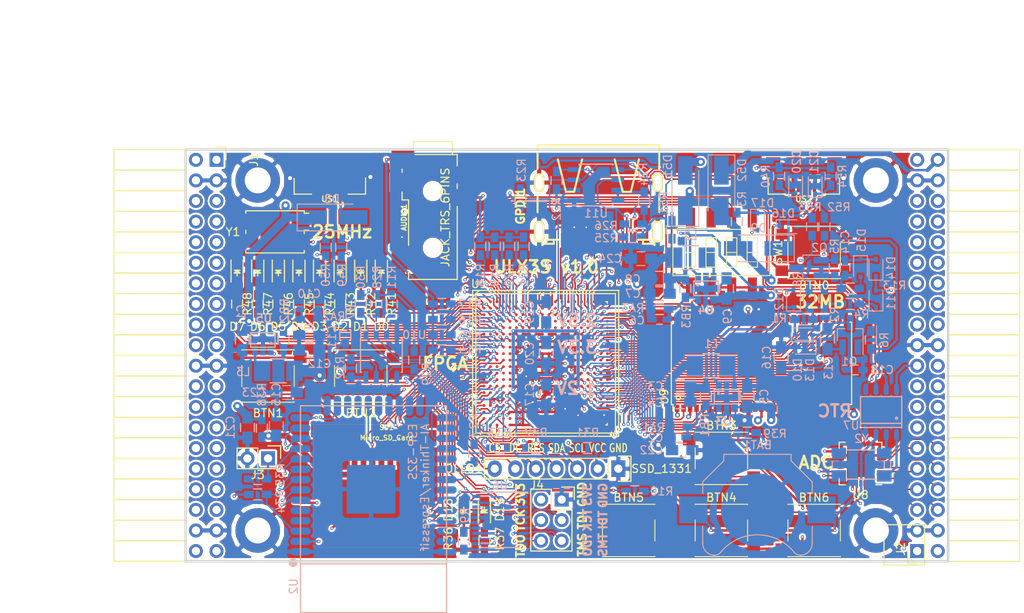
<source format=kicad_pcb>
(kicad_pcb (version 4) (host pcbnew 4.0.7+dfsg1-1)
  (layers (0 F.Cu signal) (1 In1.Cu signal) (2 In2.Cu signal) (31 B.Cu signal) (34 B.Paste user) (35 F.Paste user) (36 B.SilkS user) (37 F.SilkS user) (38 B.Mask user) (39 F.Mask user) (44 Edge.Cuts user))
  (net 0 "")
  (net 1 GND)
  (net 2 +5V)
  (net 3 /gpio/IN5V)
  (net 4 /gpio/OUT5V)
  (net 5 +3V3)
  (net 6 "Net-(L1-Pad1)")
  (net 7 "Net-(L2-Pad1)")
  (net 8 +1V2)
  (net 9 BTN_D)
  (net 10 BTN_F1)
  (net 11 BTN_F2)
  (net 12 BTN_L)
  (net 13 BTN_R)
  (net 14 BTN_U)
  (net 15 /power/FB1)
  (net 16 +2V5)
  (net 17 "Net-(L3-Pad1)")
  (net 18 /power/PWREN)
  (net 19 /power/FB3)
  (net 20 /power/FB2)
  (net 21 "Net-(D9-Pad1)")
  (net 22 /power/VBAT)
  (net 23 JTAG_TDI)
  (net 24 JTAG_TCK)
  (net 25 JTAG_TMS)
  (net 26 JTAG_TDO)
  (net 27 /power/WAKEUPn)
  (net 28 /power/WKUP)
  (net 29 /power/SHUT)
  (net 30 /power/WAKE)
  (net 31 /power/HOLD)
  (net 32 /power/WKn)
  (net 33 /power/OSCI_32k)
  (net 34 /power/OSCO_32k)
  (net 35 "Net-(Q2-Pad3)")
  (net 36 SHUTDOWN)
  (net 37 /analog/AUDIO_L)
  (net 38 /analog/AUDIO_R)
  (net 39 GPDI_5V_SCL)
  (net 40 GPDI_5V_SDA)
  (net 41 GPDI_SDA)
  (net 42 GPDI_SCL)
  (net 43 /gpdi/VREF2)
  (net 44 SD_CMD)
  (net 45 SD_CLK)
  (net 46 SD_D0)
  (net 47 SD_D1)
  (net 48 USB5V)
  (net 49 GPDI_CEC)
  (net 50 nRESET)
  (net 51 FTDI_nDTR)
  (net 52 SDRAM_CKE)
  (net 53 SDRAM_A7)
  (net 54 SDRAM_D15)
  (net 55 SDRAM_BA1)
  (net 56 SDRAM_D7)
  (net 57 SDRAM_A6)
  (net 58 SDRAM_CLK)
  (net 59 SDRAM_D13)
  (net 60 SDRAM_BA0)
  (net 61 SDRAM_D6)
  (net 62 SDRAM_A5)
  (net 63 SDRAM_D14)
  (net 64 SDRAM_A11)
  (net 65 SDRAM_D12)
  (net 66 SDRAM_D5)
  (net 67 SDRAM_A4)
  (net 68 SDRAM_A10)
  (net 69 SDRAM_D11)
  (net 70 SDRAM_A3)
  (net 71 SDRAM_D4)
  (net 72 SDRAM_D10)
  (net 73 SDRAM_D9)
  (net 74 SDRAM_A9)
  (net 75 SDRAM_D3)
  (net 76 SDRAM_D8)
  (net 77 SDRAM_A8)
  (net 78 SDRAM_A2)
  (net 79 SDRAM_A1)
  (net 80 SDRAM_A0)
  (net 81 SDRAM_D2)
  (net 82 SDRAM_D1)
  (net 83 SDRAM_D0)
  (net 84 SDRAM_DQM0)
  (net 85 SDRAM_nCS)
  (net 86 SDRAM_nRAS)
  (net 87 SDRAM_DQM1)
  (net 88 SDRAM_nCAS)
  (net 89 SDRAM_nWE)
  (net 90 /flash/FLASH_nWP)
  (net 91 /flash/FLASH_nHOLD)
  (net 92 /flash/FLASH_MOSI)
  (net 93 /flash/FLASH_MISO)
  (net 94 /flash/FLASH_SCK)
  (net 95 /flash/FLASH_nCS)
  (net 96 /flash/FPGA_PROGRAMN)
  (net 97 /flash/FPGA_DONE)
  (net 98 /flash/FPGA_INITN)
  (net 99 OLED_RES)
  (net 100 OLED_DC)
  (net 101 OLED_CS)
  (net 102 WIFI_EN)
  (net 103 FTDI_nRTS)
  (net 104 FTDI_TXD)
  (net 105 FTDI_RXD)
  (net 106 WIFI_RXD)
  (net 107 WIFI_GPIO0)
  (net 108 WIFI_TXD)
  (net 109 GPDI_ETH-)
  (net 110 GPDI_ETH+)
  (net 111 GPDI_D2+)
  (net 112 GPDI_D2-)
  (net 113 GPDI_D1+)
  (net 114 GPDI_D1-)
  (net 115 GPDI_D0+)
  (net 116 GPDI_D0-)
  (net 117 GPDI_CLK+)
  (net 118 GPDI_CLK-)
  (net 119 USB_FTDI_D+)
  (net 120 USB_FTDI_D-)
  (net 121 J1_17-)
  (net 122 J1_17+)
  (net 123 J1_23-)
  (net 124 J1_23+)
  (net 125 J1_25-)
  (net 126 J1_25+)
  (net 127 J1_27-)
  (net 128 J1_27+)
  (net 129 J1_29-)
  (net 130 J1_29+)
  (net 131 J1_31-)
  (net 132 J1_31+)
  (net 133 J1_33-)
  (net 134 J1_33+)
  (net 135 J1_35-)
  (net 136 J1_35+)
  (net 137 J2_5-)
  (net 138 J2_5+)
  (net 139 J2_7-)
  (net 140 J2_7+)
  (net 141 J2_9-)
  (net 142 J2_9+)
  (net 143 J2_13-)
  (net 144 J2_13+)
  (net 145 J2_17-)
  (net 146 J2_17+)
  (net 147 J2_11-)
  (net 148 J2_11+)
  (net 149 J2_23-)
  (net 150 J2_23+)
  (net 151 J1_5-)
  (net 152 J1_5+)
  (net 153 J1_7-)
  (net 154 J1_7+)
  (net 155 J1_9-)
  (net 156 J1_9+)
  (net 157 J1_11-)
  (net 158 J1_11+)
  (net 159 J1_13-)
  (net 160 J1_13+)
  (net 161 J1_15-)
  (net 162 J1_15+)
  (net 163 J2_15-)
  (net 164 J2_15+)
  (net 165 J2_25-)
  (net 166 J2_25+)
  (net 167 J2_27-)
  (net 168 J2_27+)
  (net 169 J2_29-)
  (net 170 J2_29+)
  (net 171 J2_31-)
  (net 172 J2_31+)
  (net 173 J2_33-)
  (net 174 J2_33+)
  (net 175 J2_35-)
  (net 176 J2_35+)
  (net 177 SD_D3)
  (net 178 AUDIO_L3)
  (net 179 AUDIO_L2)
  (net 180 AUDIO_L1)
  (net 181 AUDIO_L0)
  (net 182 AUDIO_R3)
  (net 183 AUDIO_R2)
  (net 184 AUDIO_R1)
  (net 185 AUDIO_R0)
  (net 186 OLED_CLK)
  (net 187 OLED_MOSI)
  (net 188 LED0)
  (net 189 LED1)
  (net 190 LED2)
  (net 191 LED3)
  (net 192 LED4)
  (net 193 LED5)
  (net 194 LED6)
  (net 195 LED7)
  (net 196 BTN_PWRn)
  (net 197 "Net-(J3-Pad1)")
  (net 198 FTDI_nTXLED)
  (net 199 FTDI_nSLEEP)
  (net 200 /blinkey/LED_PWREN)
  (net 201 /blinkey/LED_TXLED)
  (net 202 FT3V3)
  (net 203 /sdcard/SD3V3)
  (net 204 SD_D2)
  (net 205 CLK_25MHz)
  (net 206 /blinkey/BTNPUL)
  (net 207 /blinkey/BTNPUR)
  (net 208 USB_FPGA_D+)
  (net 209 /power/FTDI_nSUSPEND)
  (net 210 /blinkey/ALED0)
  (net 211 /blinkey/ALED1)
  (net 212 /blinkey/ALED2)
  (net 213 /blinkey/ALED3)
  (net 214 /blinkey/ALED4)
  (net 215 /blinkey/ALED5)
  (net 216 /blinkey/ALED6)
  (net 217 /blinkey/ALED7)
  (net 218 /usb/FTD-)
  (net 219 /usb/FTD+)
  (net 220 ADC_MISO)
  (net 221 ADC_MOSI)
  (net 222 ADC_CSn)
  (net 223 ADC_SCLK)
  (net 224 "Net-(R51-Pad2)")
  (net 225 SW3)
  (net 226 SW2)
  (net 227 SW1)
  (net 228 SW0)
  (net 229 USB_FPGA_D-)
  (net 230 /usb/FPD+)
  (net 231 /usb/FPD-)
  (net 232 WIFI_GPIO16)
  (net 233 WIFI_GPIO15)
  (net 234 /usb/ANT_433MHz)
  (net 235 /power/PWRBTn)
  (module Diodes_SMD:D_SMA_Handsoldering (layer B.Cu) (at 155.695 66.5 90)
    (fp_text reference D51 (at 3.048 -2.159 90) (layer B.SilkS) (effects (justify mirror)))
    (fp_text value STPS2L30AF hide)
    (pad 1 smd rect (at -2.5 0 90) (size 3.5 1.8) (layers B.Cu B.Paste B.Mask) (net 2 +5V))
    (pad 2 smd rect (at 2.5 0 90) (size 3.5 1.8) (layers B.Cu B.Paste B.Mask) (net 3 /gpio/IN5V))
  )
  (module Resistors_SMD:R_0603_HandSoldering (layer B.Cu) (at 154.044 71.326 90)
    (fp_text reference R51 (at 3.302 -1.016 90) (layer B.SilkS) (effects (justify mirror)))
    (fp_text value 220)
    (pad 1 smd rect (at -1.1 0 90) (size 1.2 0.9) (layers B.Cu B.Paste B.Mask) (net 5 +3V3))
    (pad 2 smd rect (at 1.1 0 90) (size 1.2 0.9) (layers B.Cu B.Paste B.Mask) (net 224 "Net-(R51-Pad2)"))
  )
  (module micro-sd:MicroSD_TF02D (layer F.Cu) (at 116.87 110.52 180)
    (fp_text reference SD1 (at -1.995 14.81 180) (layer F.SilkS) (effects (font (size 0.59944 0.59944) (thickness 0.12446))))
    (fp_text value Micro_SD_Card (at -1.995 13.54 180) (layer F.SilkS) (effects (font (size 0.59944 0.59944) (thickness 0.12446))))
    (pad 1 smd rect (at 1.94 11 180) (size 0.7 1.8) (layers F.Cu F.Paste F.Mask) (net 204 SD_D2))
    (pad 2 smd rect (at 0.84 11 180) (size 0.7 1.8) (layers F.Cu F.Paste F.Mask) (net 177 SD_D3))
    (pad 3 smd rect (at -0.26 11 180) (size 0.7 1.8) (layers F.Cu F.Paste F.Mask) (net 44 SD_CMD))
    (pad 4 smd rect (at -1.36 11 180) (size 0.7 1.8) (layers F.Cu F.Paste F.Mask) (net 203 /sdcard/SD3V3))
    (pad 5 smd rect (at -2.46 11 180) (size 0.7 1.8) (layers F.Cu F.Paste F.Mask) (net 45 SD_CLK))
    (pad 6 smd rect (at -3.56 11 180) (size 0.7 1.8) (layers F.Cu F.Paste F.Mask) (net 1 GND))
    (pad 7 smd rect (at -4.66 11 180) (size 0.7 1.8) (layers F.Cu F.Paste F.Mask) (net 46 SD_D0))
    (pad 8 smd rect (at -5.76 11 180) (size 0.7 1.8) (layers F.Cu F.Paste F.Mask) (net 47 SD_D1))
    (pad S smd rect (at -5.05 0.4 180) (size 1.6 1.4) (layers F.Cu F.Paste F.Mask))
    (pad S smd rect (at 0.75 0.4 180) (size 1.8 1.4) (layers F.Cu F.Paste F.Mask))
    (pad G smd rect (at -7.45 13.55 180) (size 1.4 1.9) (layers F.Cu F.Paste F.Mask))
    (pad G smd rect (at 6.6 14.55 180) (size 1.4 1.9) (layers F.Cu F.Paste F.Mask))
  )
  (module Resistors_SMD:R_1210_HandSoldering (layer B.Cu) (at 158.87 88.09 180)
    (fp_text reference L1 (at 0 2.7 180) (layer B.SilkS) (effects (justify mirror)))
    (fp_text value 2.2uH)
    (pad 1 smd rect (at -2 0 180) (size 2 2.5) (layers B.Cu B.Paste B.Mask) (net 6 "Net-(L1-Pad1)"))
    (pad 2 smd rect (at 2 0 180) (size 2 2.5) (layers B.Cu B.Paste B.Mask) (net 8 +1V2))
  )
  (module TSOT-25:TSOT-25 (layer B.Cu) (at 160.775 91.9)
    (fp_text reference U3 (at -0.381 3.048) (layer B.SilkS) (effects (font (thickness 0.2)) (justify mirror)))
    (fp_text value AP3429A)
    (pad 1 smd rect (at -0.95 -1.3) (size 0.7 1.2) (layers B.Cu B.Paste B.Mask) (net 18 /power/PWREN))
    (pad 2 smd rect (at 0 -1.3) (size 0.7 1.2) (layers B.Cu B.Paste B.Mask) (net 1 GND))
    (pad 3 smd rect (at 0.95 -1.3) (size 0.7 1.2) (layers B.Cu B.Paste B.Mask) (net 6 "Net-(L1-Pad1)"))
    (pad 4 smd rect (at 0.95 1.3) (size 0.7 1.2) (layers B.Cu B.Paste B.Mask) (net 2 +5V))
    (pad 5 smd rect (at -0.95 1.3) (size 0.7 1.2) (layers B.Cu B.Paste B.Mask) (net 15 /power/FB1))
  )
  (module Resistors_SMD:R_1210_HandSoldering (layer B.Cu) (at 156.33 74.755 180)
    (fp_text reference L2 (at 0 2.7 180) (layer B.SilkS) (effects (justify mirror)))
    (fp_text value 2.2uH)
    (pad 1 smd rect (at -2 0 180) (size 2 2.5) (layers B.Cu B.Paste B.Mask) (net 7 "Net-(L2-Pad1)"))
    (pad 2 smd rect (at 2 0 180) (size 2 2.5) (layers B.Cu B.Paste B.Mask) (net 5 +3V3))
  )
  (module TSOT-25:TSOT-25 (layer B.Cu) (at 158.235 78.535)
    (fp_text reference U4 (at 0 2.697) (layer B.SilkS) (effects (font (thickness 0.2)) (justify mirror)))
    (fp_text value AP3429A)
    (pad 1 smd rect (at -0.95 -1.3) (size 0.7 1.2) (layers B.Cu B.Paste B.Mask) (net 18 /power/PWREN))
    (pad 2 smd rect (at 0 -1.3) (size 0.7 1.2) (layers B.Cu B.Paste B.Mask) (net 1 GND))
    (pad 3 smd rect (at 0.95 -1.3) (size 0.7 1.2) (layers B.Cu B.Paste B.Mask) (net 7 "Net-(L2-Pad1)"))
    (pad 4 smd rect (at 0.95 1.3) (size 0.7 1.2) (layers B.Cu B.Paste B.Mask) (net 2 +5V))
    (pad 5 smd rect (at -0.95 1.3) (size 0.7 1.2) (layers B.Cu B.Paste B.Mask) (net 19 /power/FB3))
  )
  (module LEDs:LED_0805 (layer F.Cu) (at 118.23 76.66 270)
    (fp_text reference D0 (at 6.604 0 360) (layer F.SilkS))
    (fp_text value LED hide)
    (pad 2 smd rect (at 1.04902 0 90) (size 1.19888 1.19888) (layers F.Cu F.Paste F.Mask) (net 210 /blinkey/ALED0))
    (pad 1 smd rect (at -1.04902 0 90) (size 1.19888 1.19888) (layers F.Cu F.Paste F.Mask) (net 1 GND))
  )
  (module LEDs:LED_0805 (layer F.Cu) (at 115.69 76.66 270)
    (fp_text reference D1 (at 6.604 0 360) (layer F.SilkS))
    (fp_text value LED hide)
    (pad 2 smd rect (at 1.04902 0 90) (size 1.19888 1.19888) (layers F.Cu F.Paste F.Mask) (net 211 /blinkey/ALED1))
    (pad 1 smd rect (at -1.04902 0 90) (size 1.19888 1.19888) (layers F.Cu F.Paste F.Mask) (net 1 GND))
  )
  (module LEDs:LED_0805 (layer F.Cu) (at 113.15 76.66 270)
    (fp_text reference D2 (at 6.604 0 360) (layer F.SilkS))
    (fp_text value LED hide)
    (pad 2 smd rect (at 1.04902 0 90) (size 1.19888 1.19888) (layers F.Cu F.Paste F.Mask) (net 212 /blinkey/ALED2))
    (pad 1 smd rect (at -1.04902 0 90) (size 1.19888 1.19888) (layers F.Cu F.Paste F.Mask) (net 1 GND))
  )
  (module LEDs:LED_0805 (layer F.Cu) (at 110.61 76.66 270)
    (fp_text reference D3 (at 6.604 0 360) (layer F.SilkS))
    (fp_text value LED hide)
    (pad 2 smd rect (at 1.04902 0 90) (size 1.19888 1.19888) (layers F.Cu F.Paste F.Mask) (net 213 /blinkey/ALED3))
    (pad 1 smd rect (at -1.04902 0 90) (size 1.19888 1.19888) (layers F.Cu F.Paste F.Mask) (net 1 GND))
  )
  (module LEDs:LED_0805 (layer F.Cu) (at 108.07 76.66 270)
    (fp_text reference D4 (at 6.604 0 360) (layer F.SilkS))
    (fp_text value LED hide)
    (pad 2 smd rect (at 1.04902 0 90) (size 1.19888 1.19888) (layers F.Cu F.Paste F.Mask) (net 214 /blinkey/ALED4))
    (pad 1 smd rect (at -1.04902 0 90) (size 1.19888 1.19888) (layers F.Cu F.Paste F.Mask) (net 1 GND))
  )
  (module LEDs:LED_0805 (layer F.Cu) (at 105.53 76.66 270)
    (fp_text reference D5 (at 6.604 0 360) (layer F.SilkS))
    (fp_text value LED hide)
    (pad 2 smd rect (at 1.04902 0 90) (size 1.19888 1.19888) (layers F.Cu F.Paste F.Mask) (net 215 /blinkey/ALED5))
    (pad 1 smd rect (at -1.04902 0 90) (size 1.19888 1.19888) (layers F.Cu F.Paste F.Mask) (net 1 GND))
  )
  (module LEDs:LED_0805 (layer F.Cu) (at 102.99 76.66 270)
    (fp_text reference D6 (at 6.604 0 360) (layer F.SilkS))
    (fp_text value LED hide)
    (pad 2 smd rect (at 1.04902 0 90) (size 1.19888 1.19888) (layers F.Cu F.Paste F.Mask) (net 216 /blinkey/ALED6))
    (pad 1 smd rect (at -1.04902 0 90) (size 1.19888 1.19888) (layers F.Cu F.Paste F.Mask) (net 1 GND))
  )
  (module LEDs:LED_0805 (layer F.Cu) (at 100.45 76.66 270)
    (fp_text reference D7 (at 6.604 0 360) (layer F.SilkS))
    (fp_text value LED hide)
    (pad 2 smd rect (at 1.04902 0 90) (size 1.19888 1.19888) (layers F.Cu F.Paste F.Mask) (net 217 /blinkey/ALED7))
    (pad 1 smd rect (at -1.04902 0 90) (size 1.19888 1.19888) (layers F.Cu F.Paste F.Mask) (net 1 GND))
  )
  (module Resistors_SMD:R_1210_HandSoldering (layer B.Cu) (at 105.53 88.725)
    (fp_text reference L3 (at -4.318 0.127) (layer B.SilkS) (effects (justify mirror)))
    (fp_text value 2.2uH)
    (pad 1 smd rect (at -2 0) (size 2 2.5) (layers B.Cu B.Paste B.Mask) (net 17 "Net-(L3-Pad1)"))
    (pad 2 smd rect (at 2 0) (size 2 2.5) (layers B.Cu B.Paste B.Mask) (net 16 +2V5))
  )
  (module TSOT-25:TSOT-25 (layer B.Cu) (at 103.625 84.915 180)
    (fp_text reference U5 (at -0.127 2.667 180) (layer B.SilkS) (effects (font (thickness 0.2)) (justify mirror)))
    (fp_text value AP3429A)
    (pad 1 smd rect (at -0.95 -1.3 180) (size 0.7 1.2) (layers B.Cu B.Paste B.Mask) (net 18 /power/PWREN))
    (pad 2 smd rect (at 0 -1.3 180) (size 0.7 1.2) (layers B.Cu B.Paste B.Mask) (net 1 GND))
    (pad 3 smd rect (at 0.95 -1.3 180) (size 0.7 1.2) (layers B.Cu B.Paste B.Mask) (net 17 "Net-(L3-Pad1)"))
    (pad 4 smd rect (at 0.95 1.3 180) (size 0.7 1.2) (layers B.Cu B.Paste B.Mask) (net 2 +5V))
    (pad 5 smd rect (at -0.95 1.3 180) (size 0.7 1.2) (layers B.Cu B.Paste B.Mask) (net 20 /power/FB2))
  )
  (module Capacitors_SMD:C_0805_HandSoldering (layer B.Cu) (at 101.085 84.915 270)
    (fp_text reference C1 (at -3.429 0.127 270) (layer B.SilkS) (effects (justify mirror)))
    (fp_text value 22uF)
    (pad 1 smd rect (at -1.25 0 270) (size 1.5 1.25) (layers B.Cu B.Paste B.Mask) (net 2 +5V))
    (pad 2 smd rect (at 1.25 0 270) (size 1.5 1.25) (layers B.Cu B.Paste B.Mask) (net 1 GND))
  )
  (module Capacitors_SMD:C_0805_HandSoldering (layer B.Cu) (at 155.06 90.63)
    (fp_text reference C3 (at -3.048 0) (layer B.SilkS) (effects (justify mirror)))
    (fp_text value 22uF)
    (pad 1 smd rect (at -1.25 0) (size 1.5 1.25) (layers B.Cu B.Paste B.Mask) (net 8 +1V2))
    (pad 2 smd rect (at 1.25 0) (size 1.5 1.25) (layers B.Cu B.Paste B.Mask) (net 1 GND))
  )
  (module Capacitors_SMD:C_0805_HandSoldering (layer B.Cu) (at 155.06 92.535)
    (fp_text reference C4 (at -3.048 0.127) (layer B.SilkS) (effects (justify mirror)))
    (fp_text value 22uF)
    (pad 1 smd rect (at -1.25 0) (size 1.5 1.25) (layers B.Cu B.Paste B.Mask) (net 8 +1V2))
    (pad 2 smd rect (at 1.25 0) (size 1.5 1.25) (layers B.Cu B.Paste B.Mask) (net 1 GND))
  )
  (module Capacitors_SMD:C_0805_HandSoldering (layer B.Cu) (at 163.315 91.9 90)
    (fp_text reference C5 (at 0 2.1 90) (layer B.SilkS) (effects (justify mirror)))
    (fp_text value 22uF)
    (pad 1 smd rect (at -1.25 0 90) (size 1.5 1.25) (layers B.Cu B.Paste B.Mask) (net 2 +5V))
    (pad 2 smd rect (at 1.25 0 90) (size 1.5 1.25) (layers B.Cu B.Paste B.Mask) (net 1 GND))
  )
  (module Capacitors_SMD:C_0805_HandSoldering (layer B.Cu) (at 152.52 79.2)
    (fp_text reference C7 (at -3.302 0) (layer B.SilkS) (effects (justify mirror)))
    (fp_text value 22uF)
    (pad 1 smd rect (at -1.25 0) (size 1.5 1.25) (layers B.Cu B.Paste B.Mask) (net 5 +3V3))
    (pad 2 smd rect (at 1.25 0) (size 1.5 1.25) (layers B.Cu B.Paste B.Mask) (net 1 GND))
  )
  (module Capacitors_SMD:C_0805_HandSoldering (layer B.Cu) (at 152.52 77.295)
    (fp_text reference C8 (at -3.302 0.127) (layer B.SilkS) (effects (justify mirror)))
    (fp_text value 22uF)
    (pad 1 smd rect (at -1.25 0) (size 1.5 1.25) (layers B.Cu B.Paste B.Mask) (net 5 +3V3))
    (pad 2 smd rect (at 1.25 0) (size 1.5 1.25) (layers B.Cu B.Paste B.Mask) (net 1 GND))
  )
  (module Capacitors_SMD:C_0805_HandSoldering (layer B.Cu) (at 160.775 78.565 90)
    (fp_text reference C9 (at -3.429 0.127 90) (layer B.SilkS) (effects (justify mirror)))
    (fp_text value 22uF)
    (pad 1 smd rect (at -1.25 0 90) (size 1.5 1.25) (layers B.Cu B.Paste B.Mask) (net 2 +5V))
    (pad 2 smd rect (at 1.25 0 90) (size 1.5 1.25) (layers B.Cu B.Paste B.Mask) (net 1 GND))
  )
  (module Capacitors_SMD:C_0805_HandSoldering (layer B.Cu) (at 109.34 84.28 180)
    (fp_text reference C11 (at -2.794 -0.254 270) (layer B.SilkS) (effects (justify mirror)))
    (fp_text value 22uF)
    (pad 1 smd rect (at -1.25 0 180) (size 1.5 1.25) (layers B.Cu B.Paste B.Mask) (net 16 +2V5))
    (pad 2 smd rect (at 1.25 0 180) (size 1.5 1.25) (layers B.Cu B.Paste B.Mask) (net 1 GND))
  )
  (module Capacitors_SMD:C_0805_HandSoldering (layer B.Cu) (at 109.34 86.185 180)
    (fp_text reference C12 (at -1.27 -1.651 360) (layer B.SilkS) (effects (justify mirror)))
    (fp_text value 22uF)
    (pad 1 smd rect (at -1.25 0 180) (size 1.5 1.25) (layers B.Cu B.Paste B.Mask) (net 16 +2V5))
    (pad 2 smd rect (at 1.25 0 180) (size 1.5 1.25) (layers B.Cu B.Paste B.Mask) (net 1 GND))
  )
  (module Power_Integrations:SO-8 (layer B.Cu) (at 179.825 93.805 180)
    (fp_text reference U7 (at 3.683 -1.651 180) (layer B.SilkS) (effects (justify mirror)))
    (fp_text value PCF8523)
    (pad 1 smd oval (at -1.905 -2.794 180) (size 0.6096 1.4732) (layers B.Cu B.Paste B.Mask) (net 33 /power/OSCI_32k))
    (pad 2 smd oval (at -0.635 -2.794 180) (size 0.6096 1.4732) (layers B.Cu B.Paste B.Mask) (net 34 /power/OSCO_32k))
    (pad 3 smd oval (at 0.635 -2.794 180) (size 0.6096 1.4732) (layers B.Cu B.Paste B.Mask) (net 22 /power/VBAT))
    (pad 4 smd oval (at 1.905 -2.794 180) (size 0.6096 1.4732) (layers B.Cu B.Paste B.Mask) (net 1 GND))
    (pad 5 smd oval (at 1.905 2.794 180) (size 0.6096 1.4732) (layers B.Cu B.Paste B.Mask) (net 41 GPDI_SDA))
    (pad 6 smd oval (at 0.635 2.794 180) (size 0.6096 1.4732) (layers B.Cu B.Paste B.Mask) (net 42 GPDI_SCL))
    (pad 7 smd oval (at -0.635 2.794 180) (size 0.6096 1.4732) (layers B.Cu B.Paste B.Mask) (net 27 /power/WAKEUPn))
    (pad 8 smd oval (at -1.905 2.794 180) (size 0.6096 1.4732) (layers B.Cu B.Paste B.Mask) (net 5 +3V3))
  )
  (module Capacitors_SMD:C_0805_HandSoldering (layer B.Cu) (at 173.221 84.788 90)
    (fp_text reference C13 (at -3.556 0.127 90) (layer B.SilkS) (effects (justify mirror)))
    (fp_text value 2.2uF)
    (pad 1 smd rect (at -1.25 0 90) (size 1.5 1.25) (layers B.Cu B.Paste B.Mask) (net 2 +5V))
    (pad 2 smd rect (at 1.25 0 90) (size 1.5 1.25) (layers B.Cu B.Paste B.Mask) (net 28 /power/WKUP))
  )
  (module TSOP54:TSOP54 (layer F.Cu) (at 165.08 87.8 90)
    (fp_text reference U9 (at -4.1 -12 90) (layer F.SilkS))
    (fp_text value MT48LC16M16A2TG)
    (pad 28 smd rect (at 5.53 10.4 90) (size 0.9 0.56) (layers F.Cu F.Paste F.Mask) (net 1 GND))
    (pad 1 smd rect (at -5.53 -10.4 90) (size 0.9 0.56) (layers F.Cu F.Paste F.Mask) (net 5 +3V3))
    (pad 2 smd rect (at -5.53 -9.6 90) (size 0.9 0.56) (layers F.Cu F.Paste F.Mask) (net 83 SDRAM_D0))
    (pad 3 smd rect (at -5.53 -8.8 90) (size 0.9 0.56) (layers F.Cu F.Paste F.Mask) (net 5 +3V3))
    (pad 4 smd rect (at -5.53 -8 90) (size 0.9 0.56) (layers F.Cu F.Paste F.Mask) (net 82 SDRAM_D1))
    (pad 5 smd rect (at -5.53 -7.2 90) (size 0.9 0.56) (layers F.Cu F.Paste F.Mask) (net 81 SDRAM_D2))
    (pad 6 smd rect (at -5.53 -6.4 90) (size 0.9 0.56) (layers F.Cu F.Paste F.Mask) (net 1 GND))
    (pad 7 smd rect (at -5.53 -5.6 90) (size 0.9 0.56) (layers F.Cu F.Paste F.Mask) (net 75 SDRAM_D3))
    (pad 8 smd rect (at -5.53 -4.8 90) (size 0.9 0.56) (layers F.Cu F.Paste F.Mask) (net 71 SDRAM_D4))
    (pad 9 smd rect (at -5.53 -4 90) (size 0.9 0.56) (layers F.Cu F.Paste F.Mask) (net 5 +3V3))
    (pad 10 smd rect (at -5.53 -3.2 90) (size 0.9 0.56) (layers F.Cu F.Paste F.Mask) (net 66 SDRAM_D5))
    (pad 11 smd rect (at -5.53 -2.4 90) (size 0.9 0.56) (layers F.Cu F.Paste F.Mask) (net 61 SDRAM_D6))
    (pad 12 smd rect (at -5.53 -1.6 90) (size 0.9 0.56) (layers F.Cu F.Paste F.Mask) (net 1 GND))
    (pad 13 smd rect (at -5.53 -0.8 90) (size 0.9 0.56) (layers F.Cu F.Paste F.Mask) (net 56 SDRAM_D7))
    (pad 14 smd rect (at -5.53 0 90) (size 0.9 0.56) (layers F.Cu F.Paste F.Mask) (net 5 +3V3))
    (pad 15 smd rect (at -5.53 0.8 90) (size 0.9 0.56) (layers F.Cu F.Paste F.Mask) (net 84 SDRAM_DQM0))
    (pad 16 smd rect (at -5.53 1.6 90) (size 0.9 0.56) (layers F.Cu F.Paste F.Mask) (net 89 SDRAM_nWE))
    (pad 17 smd rect (at -5.53 2.4 90) (size 0.9 0.56) (layers F.Cu F.Paste F.Mask) (net 88 SDRAM_nCAS))
    (pad 18 smd rect (at -5.53 3.2 90) (size 0.9 0.56) (layers F.Cu F.Paste F.Mask) (net 86 SDRAM_nRAS))
    (pad 19 smd rect (at -5.53 4 90) (size 0.9 0.56) (layers F.Cu F.Paste F.Mask) (net 85 SDRAM_nCS))
    (pad 20 smd rect (at -5.53 4.8 90) (size 0.9 0.56) (layers F.Cu F.Paste F.Mask) (net 60 SDRAM_BA0))
    (pad 21 smd rect (at -5.53 5.6 90) (size 0.9 0.56) (layers F.Cu F.Paste F.Mask) (net 55 SDRAM_BA1))
    (pad 22 smd rect (at -5.53 6.4 90) (size 0.9 0.56) (layers F.Cu F.Paste F.Mask) (net 68 SDRAM_A10))
    (pad 23 smd rect (at -5.53 7.2 90) (size 0.9 0.56) (layers F.Cu F.Paste F.Mask) (net 80 SDRAM_A0))
    (pad 24 smd rect (at -5.53 8 90) (size 0.9 0.56) (layers F.Cu F.Paste F.Mask) (net 79 SDRAM_A1))
    (pad 25 smd rect (at -5.53 8.8 90) (size 0.9 0.56) (layers F.Cu F.Paste F.Mask) (net 78 SDRAM_A2))
    (pad 26 smd rect (at -5.53 9.6 90) (size 0.9 0.56) (layers F.Cu F.Paste F.Mask) (net 70 SDRAM_A3))
    (pad 27 smd rect (at -5.53 10.4 90) (size 0.9 0.56) (layers F.Cu F.Paste F.Mask) (net 5 +3V3))
    (pad 29 smd rect (at 5.53 9.6 90) (size 0.9 0.56) (layers F.Cu F.Paste F.Mask) (net 67 SDRAM_A4))
    (pad 30 smd rect (at 5.53 8.8 90) (size 0.9 0.56) (layers F.Cu F.Paste F.Mask) (net 62 SDRAM_A5))
    (pad 31 smd rect (at 5.53 8 90) (size 0.9 0.56) (layers F.Cu F.Paste F.Mask) (net 57 SDRAM_A6))
    (pad 32 smd rect (at 5.53 7.2 90) (size 0.9 0.56) (layers F.Cu F.Paste F.Mask) (net 53 SDRAM_A7))
    (pad 33 smd rect (at 5.53 6.4 90) (size 0.9 0.56) (layers F.Cu F.Paste F.Mask) (net 77 SDRAM_A8))
    (pad 34 smd rect (at 5.53 5.6 90) (size 0.9 0.56) (layers F.Cu F.Paste F.Mask) (net 74 SDRAM_A9))
    (pad 35 smd rect (at 5.53 4.8 90) (size 0.9 0.56) (layers F.Cu F.Paste F.Mask) (net 64 SDRAM_A11))
    (pad 36 smd rect (at 5.53 4 90) (size 0.9 0.56) (layers F.Cu F.Paste F.Mask))
    (pad 37 smd rect (at 5.53 3.2 90) (size 0.9 0.56) (layers F.Cu F.Paste F.Mask) (net 52 SDRAM_CKE))
    (pad 38 smd rect (at 5.53 2.4 90) (size 0.9 0.56) (layers F.Cu F.Paste F.Mask) (net 58 SDRAM_CLK))
    (pad 39 smd rect (at 5.53 1.6 90) (size 0.9 0.56) (layers F.Cu F.Paste F.Mask) (net 87 SDRAM_DQM1))
    (pad 40 smd rect (at 5.53 0.8 90) (size 0.9 0.56) (layers F.Cu F.Paste F.Mask))
    (pad 41 smd rect (at 5.53 0 90) (size 0.9 0.56) (layers F.Cu F.Paste F.Mask) (net 1 GND))
    (pad 42 smd rect (at 5.53 -0.8 90) (size 0.9 0.56) (layers F.Cu F.Paste F.Mask) (net 76 SDRAM_D8))
    (pad 43 smd rect (at 5.53 -1.6 90) (size 0.9 0.56) (layers F.Cu F.Paste F.Mask) (net 5 +3V3))
    (pad 44 smd rect (at 5.53 -2.4 90) (size 0.9 0.56) (layers F.Cu F.Paste F.Mask) (net 73 SDRAM_D9))
    (pad 45 smd rect (at 5.53 -3.2 90) (size 0.9 0.56) (layers F.Cu F.Paste F.Mask) (net 72 SDRAM_D10))
    (pad 46 smd rect (at 5.53 -4 90) (size 0.9 0.56) (layers F.Cu F.Paste F.Mask) (net 1 GND))
    (pad 47 smd rect (at 5.53 -4.8 90) (size 0.9 0.56) (layers F.Cu F.Paste F.Mask) (net 69 SDRAM_D11))
    (pad 48 smd rect (at 5.53 -5.6 90) (size 0.9 0.56) (layers F.Cu F.Paste F.Mask) (net 65 SDRAM_D12))
    (pad 49 smd rect (at 5.53 -6.4 90) (size 0.9 0.56) (layers F.Cu F.Paste F.Mask) (net 5 +3V3))
    (pad 50 smd rect (at 5.53 -7.2 90) (size 0.9 0.56) (layers F.Cu F.Paste F.Mask) (net 59 SDRAM_D13))
    (pad 51 smd rect (at 5.53 -8 90) (size 0.9 0.56) (layers F.Cu F.Paste F.Mask) (net 63 SDRAM_D14))
    (pad 52 smd rect (at 5.53 -8.8 90) (size 0.9 0.56) (layers F.Cu F.Paste F.Mask) (net 1 GND))
    (pad 53 smd rect (at 5.53 -9.6 90) (size 0.9 0.56) (layers F.Cu F.Paste F.Mask) (net 54 SDRAM_D15))
    (pad 54 smd rect (at 5.53 -10.4 90) (size 0.9 0.56) (layers F.Cu F.Paste F.Mask) (net 1 GND))
  )
  (module TO_SOT_Packages_SMD:SOT-23_Handsoldering (layer B.Cu) (at 176.015 84.28 90)
    (fp_text reference Q1 (at -3.302 -0.127 180) (layer B.SilkS) (effects (justify mirror)))
    (fp_text value BC857)
    (pad 1 smd rect (at -1.5 0.95 90) (size 1.9 0.8) (layers B.Cu B.Paste B.Mask) (net 32 /power/WKn))
    (pad 2 smd rect (at -1.5 -0.95 90) (size 1.9 0.8) (layers B.Cu B.Paste B.Mask) (net 2 +5V))
    (pad 3 smd rect (at 1.5 0 90) (size 1.9 0.8) (layers B.Cu B.Paste B.Mask) (net 28 /power/WKUP))
  )
  (module TO_SOT_Packages_SMD:SOT-23_Handsoldering (layer B.Cu) (at 170.935 76.025 180)
    (fp_text reference Q2 (at -1.295 2.5 180) (layer B.SilkS) (effects (justify mirror)))
    (fp_text value 2N7002)
    (pad 1 smd rect (at -1.5 0.95 180) (size 1.9 0.8) (layers B.Cu B.Paste B.Mask) (net 29 /power/SHUT))
    (pad 2 smd rect (at -1.5 -0.95 180) (size 1.9 0.8) (layers B.Cu B.Paste B.Mask) (net 1 GND))
    (pad 3 smd rect (at 1.5 0 180) (size 1.9 0.8) (layers B.Cu B.Paste B.Mask) (net 35 "Net-(Q2-Pad3)"))
  )
  (module Capacitors_SMD:C_0603_HandSoldering (layer B.Cu) (at 154.86 96.91)
    (fp_text reference C2 (at -2.848 0.07) (layer B.SilkS) (effects (justify mirror)))
    (fp_text value 470pF)
    (pad 1 smd rect (at -0.95 0) (size 1.2 0.75) (layers B.Cu B.Paste B.Mask) (net 8 +1V2))
    (pad 2 smd rect (at 0.95 0) (size 1.2 0.75) (layers B.Cu B.Paste B.Mask) (net 15 /power/FB1))
  )
  (module Capacitors_SMD:C_0603_HandSoldering (layer B.Cu) (at 152.52 82.375)
    (fp_text reference C6 (at -2.794 0.127) (layer B.SilkS) (effects (justify mirror)))
    (fp_text value 470pF)
    (pad 1 smd rect (at -0.95 0) (size 1.2 0.75) (layers B.Cu B.Paste B.Mask) (net 5 +3V3))
    (pad 2 smd rect (at 0.95 0) (size 1.2 0.75) (layers B.Cu B.Paste B.Mask) (net 19 /power/FB3))
  )
  (module Capacitors_SMD:C_0603_HandSoldering (layer B.Cu) (at 109.34 81.105 180)
    (fp_text reference C10 (at 0 1.9 180) (layer B.SilkS) (effects (justify mirror)))
    (fp_text value 470pF)
    (pad 1 smd rect (at -0.95 0 180) (size 1.2 0.75) (layers B.Cu B.Paste B.Mask) (net 16 +2V5))
    (pad 2 smd rect (at 0.95 0 180) (size 1.2 0.75) (layers B.Cu B.Paste B.Mask) (net 20 /power/FB2))
  )
  (module Capacitors_SMD:C_0603_HandSoldering (layer B.Cu) (at 175.38 76.025 270)
    (fp_text reference C14 (at -3.175 0 270) (layer B.SilkS) (effects (justify mirror)))
    (fp_text value 100nF)
    (pad 1 smd rect (at -0.95 0 270) (size 1.2 0.75) (layers B.Cu B.Paste B.Mask) (net 29 /power/SHUT))
    (pad 2 smd rect (at 0.95 0 270) (size 1.2 0.75) (layers B.Cu B.Paste B.Mask) (net 1 GND))
  )
  (module Resistors_SMD:R_0603_HandSoldering (layer B.Cu) (at 170.3 82.375)
    (fp_text reference R1 (at -3.048 -0.127) (layer B.SilkS) (effects (justify mirror)))
    (fp_text value 15k)
    (pad 1 smd rect (at -1.1 0) (size 1.2 0.9) (layers B.Cu B.Paste B.Mask) (net 30 /power/WAKE))
    (pad 2 smd rect (at 1.1 0) (size 1.2 0.9) (layers B.Cu B.Paste B.Mask) (net 18 /power/PWREN))
  )
  (module Resistors_SMD:R_0603_HandSoldering (layer B.Cu) (at 172.84 79.835 90)
    (fp_text reference R2 (at -1.905 1.27 90) (layer B.SilkS) (effects (justify mirror)))
    (fp_text value 47k)
    (pad 1 smd rect (at -1.1 0 90) (size 1.2 0.9) (layers B.Cu B.Paste B.Mask) (net 18 /power/PWREN))
    (pad 2 smd rect (at 1.1 0 90) (size 1.2 0.9) (layers B.Cu B.Paste B.Mask) (net 1 GND))
  )
  (module Resistors_SMD:R_0603_HandSoldering (layer B.Cu) (at 176.015 80.47 180)
    (fp_text reference R4 (at -1.397 -1.27 360) (layer B.SilkS) (effects (justify mirror)))
    (fp_text value 15k)
    (pad 1 smd rect (at -1.1 0 180) (size 1.2 0.9) (layers B.Cu B.Paste B.Mask) (net 31 /power/HOLD))
    (pad 2 smd rect (at 1.1 0 180) (size 1.2 0.9) (layers B.Cu B.Paste B.Mask) (net 18 /power/PWREN))
  )
  (module Resistors_SMD:R_0603_HandSoldering (layer B.Cu) (at 174.11 76.025 270)
    (fp_text reference R5 (at -2.667 0 270) (layer B.SilkS) (effects (justify mirror)))
    (fp_text value 4.7M)
    (pad 1 smd rect (at -1.1 0 270) (size 1.2 0.9) (layers B.Cu B.Paste B.Mask) (net 29 /power/SHUT))
    (pad 2 smd rect (at 1.1 0 270) (size 1.2 0.9) (layers B.Cu B.Paste B.Mask) (net 1 GND))
  )
  (module Resistors_SMD:R_0603_HandSoldering (layer B.Cu) (at 178.555 84.915 270)
    (fp_text reference R6 (at 0 -1.651 270) (layer B.SilkS) (effects (justify mirror)))
    (fp_text value 1k)
    (pad 1 smd rect (at -1.1 0 270) (size 1.2 0.9) (layers B.Cu B.Paste B.Mask) (net 32 /power/WKn))
    (pad 2 smd rect (at 1.1 0 270) (size 1.2 0.9) (layers B.Cu B.Paste B.Mask) (net 27 /power/WAKEUPn))
  )
  (module Resistors_SMD:R_0603_HandSoldering (layer B.Cu) (at 113.785 84.28 270)
    (fp_text reference R7 (at -2.794 -0.635 270) (layer B.SilkS) (effects (justify mirror)))
    (fp_text value 220)
    (pad 1 smd rect (at -1.1 0 270) (size 1.2 0.9) (layers B.Cu B.Paste B.Mask) (net 5 +3V3))
    (pad 2 smd rect (at 1.1 0 270) (size 1.2 0.9) (layers B.Cu B.Paste B.Mask) (net 206 /blinkey/BTNPUL))
  )
  (module Resistors_SMD:R_0603_HandSoldering (layer B.Cu) (at 170.935 79.835 90)
    (fp_text reference R8 (at 2.413 -1.397 90) (layer B.SilkS) (effects (justify mirror)))
    (fp_text value 1k)
    (pad 1 smd rect (at -1.1 0 90) (size 1.2 0.9) (layers B.Cu B.Paste B.Mask) (net 18 /power/PWREN))
    (pad 2 smd rect (at 1.1 0 90) (size 1.2 0.9) (layers B.Cu B.Paste B.Mask) (net 35 "Net-(Q2-Pad3)"))
  )
  (module Resistors_SMD:R_0603_HandSoldering (layer B.Cu) (at 128.39 109.68 270)
    (fp_text reference R9 (at -3.13 -0.126 270) (layer B.SilkS) (effects (justify mirror)))
    (fp_text value 15k)
    (pad 1 smd rect (at -1.1 0 270) (size 1.2 0.9) (layers B.Cu B.Paste B.Mask) (net 50 nRESET))
    (pad 2 smd rect (at 1.1 0 270) (size 1.2 0.9) (layers B.Cu B.Paste B.Mask) (net 202 FT3V3))
  )
  (module Resistors_SMD:R_0603_HandSoldering (layer B.Cu) (at 149.472 103.584 180)
    (fp_text reference R10 (at -3.302 0 180) (layer B.SilkS) (effects (justify mirror)))
    (fp_text value 220)
    (pad 1 smd rect (at -1.1 0 180) (size 1.2 0.9) (layers B.Cu B.Paste B.Mask) (net 209 /power/FTDI_nSUSPEND))
    (pad 2 smd rect (at 1.1 0 180) (size 1.2 0.9) (layers B.Cu B.Paste B.Mask) (net 199 FTDI_nSLEEP))
  )
  (module Resistors_SMD:R_0603_HandSoldering (layer B.Cu) (at 176.015 78.565 180)
    (fp_text reference R13 (at -5.461 0.381 180) (layer B.SilkS) (effects (justify mirror)))
    (fp_text value 15k)
    (pad 1 smd rect (at -1.1 0 180) (size 1.2 0.9) (layers B.Cu B.Paste B.Mask) (net 36 SHUTDOWN))
    (pad 2 smd rect (at 1.1 0 180) (size 1.2 0.9) (layers B.Cu B.Paste B.Mask) (net 1 GND))
  )
  (module Resistors_SMD:R_0603_HandSoldering (layer B.Cu) (at 154.86 95.64)
    (fp_text reference RA1 (at -3.102 0.07) (layer B.SilkS) (effects (justify mirror)))
    (fp_text value 15k)
    (pad 1 smd rect (at -1.1 0) (size 1.2 0.9) (layers B.Cu B.Paste B.Mask) (net 8 +1V2))
    (pad 2 smd rect (at 1.1 0) (size 1.2 0.9) (layers B.Cu B.Paste B.Mask) (net 15 /power/FB1))
  )
  (module Resistors_SMD:R_0603_HandSoldering (layer B.Cu) (at 109.34 82.375 180)
    (fp_text reference RA2 (at -3.048 0.381 360) (layer B.SilkS) (effects (justify mirror)))
    (fp_text value 15k)
    (pad 1 smd rect (at -1.1 0 180) (size 1.2 0.9) (layers B.Cu B.Paste B.Mask) (net 16 +2V5))
    (pad 2 smd rect (at 1.1 0 180) (size 1.2 0.9) (layers B.Cu B.Paste B.Mask) (net 20 /power/FB2))
  )
  (module Resistors_SMD:R_0603_HandSoldering (layer B.Cu) (at 152.52 81.105)
    (fp_text reference RA3 (at -3.302 -0.127) (layer B.SilkS) (effects (justify mirror)))
    (fp_text value 15k)
    (pad 1 smd rect (at -1.1 0) (size 1.2 0.9) (layers B.Cu B.Paste B.Mask) (net 5 +3V3))
    (pad 2 smd rect (at 1.1 0) (size 1.2 0.9) (layers B.Cu B.Paste B.Mask) (net 19 /power/FB3))
  )
  (module Resistors_SMD:R_0603_HandSoldering (layer B.Cu) (at 158.235 91.9 270)
    (fp_text reference RB1 (at 3.556 0.127 270) (layer B.SilkS) (effects (justify mirror)))
    (fp_text value 15k)
    (pad 1 smd rect (at -1.1 0 270) (size 1.2 0.9) (layers B.Cu B.Paste B.Mask) (net 1 GND))
    (pad 2 smd rect (at 1.1 0 270) (size 1.2 0.9) (layers B.Cu B.Paste B.Mask) (net 15 /power/FB1))
  )
  (module Resistors_SMD:R_0603_HandSoldering (layer B.Cu) (at 106.165 84.915 90)
    (fp_text reference RB2 (at 3.683 0.127 90) (layer B.SilkS) (effects (justify mirror)))
    (fp_text value 4.7k)
    (pad 1 smd rect (at -1.1 0 90) (size 1.2 0.9) (layers B.Cu B.Paste B.Mask) (net 1 GND))
    (pad 2 smd rect (at 1.1 0 90) (size 1.2 0.9) (layers B.Cu B.Paste B.Mask) (net 20 /power/FB2))
  )
  (module Resistors_SMD:R_0603_HandSoldering (layer B.Cu) (at 155.695 78.565 270)
    (fp_text reference RB3 (at 3.429 -0.127 270) (layer B.SilkS) (effects (justify mirror)))
    (fp_text value 3.3k)
    (pad 1 smd rect (at -1.1 0 270) (size 1.2 0.9) (layers B.Cu B.Paste B.Mask) (net 1 GND))
    (pad 2 smd rect (at 1.1 0 270) (size 1.2 0.9) (layers B.Cu B.Paste B.Mask) (net 19 /power/FB3))
  )
  (module Resistors_SMD:R_0603_HandSoldering (layer B.Cu) (at 125.682 86.185 180)
    (fp_text reference R14 (at -3.47 0.127 180) (layer B.SilkS) (effects (justify mirror)))
    (fp_text value 800)
    (pad 1 smd rect (at -1.1 0 180) (size 1.2 0.9) (layers B.Cu B.Paste B.Mask) (net 178 AUDIO_L3))
    (pad 2 smd rect (at 1.1 0 180) (size 1.2 0.9) (layers B.Cu B.Paste B.Mask) (net 37 /analog/AUDIO_L))
  )
  (module Resistors_SMD:R_0603_HandSoldering (layer B.Cu) (at 125.682 84.279 180)
    (fp_text reference R15 (at -3.47 -0.001 180) (layer B.SilkS) (effects (justify mirror)))
    (fp_text value 400)
    (pad 1 smd rect (at -1.1 0 180) (size 1.2 0.9) (layers B.Cu B.Paste B.Mask) (net 179 AUDIO_L2))
    (pad 2 smd rect (at 1.1 0 180) (size 1.2 0.9) (layers B.Cu B.Paste B.Mask) (net 37 /analog/AUDIO_L))
  )
  (module Resistors_SMD:R_0603_HandSoldering (layer B.Cu) (at 125.682 82.375 180)
    (fp_text reference R16 (at -3.47 -0.127 180) (layer B.SilkS) (effects (justify mirror)))
    (fp_text value 200)
    (pad 1 smd rect (at -1.1 0 180) (size 1.2 0.9) (layers B.Cu B.Paste B.Mask) (net 180 AUDIO_L1))
    (pad 2 smd rect (at 1.1 0 180) (size 1.2 0.9) (layers B.Cu B.Paste B.Mask) (net 37 /analog/AUDIO_L))
  )
  (module Resistors_SMD:R_0603_HandSoldering (layer B.Cu) (at 125.682 80.47 180)
    (fp_text reference R17 (at -3.47 0 180) (layer B.SilkS) (effects (justify mirror)))
    (fp_text value 100)
    (pad 1 smd rect (at -1.1 0 180) (size 1.2 0.9) (layers B.Cu B.Paste B.Mask) (net 181 AUDIO_L0))
    (pad 2 smd rect (at 1.1 0 180) (size 1.2 0.9) (layers B.Cu B.Paste B.Mask) (net 37 /analog/AUDIO_L))
  )
  (module Resistors_SMD:R_0603_HandSoldering (layer B.Cu) (at 130.422 73.358 90)
    (fp_text reference R18 (at -3.556 0 90) (layer B.SilkS) (effects (justify mirror)))
    (fp_text value 800)
    (pad 1 smd rect (at -1.1 0 90) (size 1.2 0.9) (layers B.Cu B.Paste B.Mask) (net 182 AUDIO_R3))
    (pad 2 smd rect (at 1.1 0 90) (size 1.2 0.9) (layers B.Cu B.Paste B.Mask) (net 38 /analog/AUDIO_R))
  )
  (module Resistors_SMD:R_0603_HandSoldering (layer B.Cu) (at 132.2 73.358 90)
    (fp_text reference R19 (at -3.556 0 90) (layer B.SilkS) (effects (justify mirror)))
    (fp_text value 400)
    (pad 1 smd rect (at -1.1 0 90) (size 1.2 0.9) (layers B.Cu B.Paste B.Mask) (net 183 AUDIO_R2))
    (pad 2 smd rect (at 1.1 0 90) (size 1.2 0.9) (layers B.Cu B.Paste B.Mask) (net 38 /analog/AUDIO_R))
  )
  (module Resistors_SMD:R_0603_HandSoldering (layer B.Cu) (at 133.978 73.358 90)
    (fp_text reference R20 (at -3.556 0 90) (layer B.SilkS) (effects (justify mirror)))
    (fp_text value 200)
    (pad 1 smd rect (at -1.1 0 90) (size 1.2 0.9) (layers B.Cu B.Paste B.Mask) (net 184 AUDIO_R1))
    (pad 2 smd rect (at 1.1 0 90) (size 1.2 0.9) (layers B.Cu B.Paste B.Mask) (net 38 /analog/AUDIO_R))
  )
  (module Resistors_SMD:R_0603_HandSoldering (layer B.Cu) (at 135.756 73.358 90)
    (fp_text reference R21 (at -3.556 0 90) (layer B.SilkS) (effects (justify mirror)))
    (fp_text value 100)
    (pad 1 smd rect (at -1.1 0 90) (size 1.2 0.9) (layers B.Cu B.Paste B.Mask) (net 185 AUDIO_R0))
    (pad 2 smd rect (at 1.1 0 90) (size 1.2 0.9) (layers B.Cu B.Paste B.Mask) (net 38 /analog/AUDIO_R))
  )
  (module Housings_SOIC:SOIC-8_3.9x4.9mm_Pitch1.27mm (layer B.Cu) (at 118.23 86.82 270)
    (fp_text reference U10 (at -2.54 -4.064 360) (layer B.SilkS) (effects (justify mirror)))
    (fp_text value S25FL164K0XMFI011)
    (pad 1 smd rect (at -2.7 1.905 270) (size 1.55 0.6) (layers B.Cu B.Paste B.Mask) (net 95 /flash/FLASH_nCS))
    (pad 2 smd rect (at -2.7 0.635 270) (size 1.55 0.6) (layers B.Cu B.Paste B.Mask) (net 93 /flash/FLASH_MISO))
    (pad 3 smd rect (at -2.7 -0.635 270) (size 1.55 0.6) (layers B.Cu B.Paste B.Mask) (net 90 /flash/FLASH_nWP))
    (pad 4 smd rect (at -2.7 -1.905 270) (size 1.55 0.6) (layers B.Cu B.Paste B.Mask) (net 1 GND))
    (pad 5 smd rect (at 2.7 -1.905 270) (size 1.55 0.6) (layers B.Cu B.Paste B.Mask) (net 92 /flash/FLASH_MOSI))
    (pad 6 smd rect (at 2.7 -0.635 270) (size 1.55 0.6) (layers B.Cu B.Paste B.Mask) (net 94 /flash/FLASH_SCK))
    (pad 7 smd rect (at 2.7 0.635 270) (size 1.55 0.6) (layers B.Cu B.Paste B.Mask) (net 91 /flash/FLASH_nHOLD))
    (pad 8 smd rect (at 2.7 1.905 270) (size 1.55 0.6) (layers B.Cu B.Paste B.Mask) (net 5 +3V3))
  )
  (module Capacitors_SMD:C_0603_HandSoldering (layer B.Cu) (at 176.65 88.598)
    (fp_text reference C18 (at 3.302 0) (layer B.SilkS) (effects (justify mirror)))
    (fp_text value 100nF)
    (pad 1 smd rect (at -0.95 0) (size 1.2 0.75) (layers B.Cu B.Paste B.Mask) (net 2 +5V))
    (pad 2 smd rect (at 0.95 0) (size 1.2 0.75) (layers B.Cu B.Paste B.Mask) (net 1 GND))
  )
  (module Housings_SOIC:SOIC-8_3.9x4.9mm_Pitch1.27mm (layer B.Cu) (at 144.68 65.8)
    (fp_text reference U11 (at 0 3.5) (layer B.SilkS) (effects (justify mirror)))
    (fp_text value PCA9306DCTR)
    (pad 1 smd rect (at -2.7 1.905) (size 1.55 0.6) (layers B.Cu B.Paste B.Mask) (net 1 GND))
    (pad 2 smd rect (at -2.7 0.635) (size 1.55 0.6) (layers B.Cu B.Paste B.Mask) (net 5 +3V3))
    (pad 3 smd rect (at -2.7 -0.635) (size 1.55 0.6) (layers B.Cu B.Paste B.Mask) (net 42 GPDI_SCL))
    (pad 4 smd rect (at -2.7 -1.905) (size 1.55 0.6) (layers B.Cu B.Paste B.Mask) (net 41 GPDI_SDA))
    (pad 5 smd rect (at 2.7 -1.905) (size 1.55 0.6) (layers B.Cu B.Paste B.Mask) (net 40 GPDI_5V_SDA))
    (pad 6 smd rect (at 2.7 -0.635) (size 1.55 0.6) (layers B.Cu B.Paste B.Mask) (net 39 GPDI_5V_SCL))
    (pad 7 smd rect (at 2.7 0.635) (size 1.55 0.6) (layers B.Cu B.Paste B.Mask) (net 43 /gpdi/VREF2))
    (pad 8 smd rect (at 2.7 1.905) (size 1.55 0.6) (layers B.Cu B.Paste B.Mask) (net 43 /gpdi/VREF2))
  )
  (module ESP32-footprints-Lib:ESP-32S (layer B.Cu) (at 117.313 101.513)
    (fp_text reference U2 (at -9.9 13.8 90) (layer B.SilkS) (effects (justify mirror)))
    (fp_text value ESP-32S)
    (fp_text user AI-Thinker/Espressif (at 6.3 1.6 270) (layer B.SilkS) (effects (justify mirror)))
    (fp_text user ESP-32S (at 4.8 -2.8 270) (layer B.SilkS) (effects (justify mirror)))
    (pad 38 smd oval (at 8.947434 9.517338 180) (size 2.5 0.9) (layers B.Cu B.Paste B.Mask) (net 1 GND))
    (pad 37 smd oval (at 8.947434 8.247338 180) (size 2.5 0.9) (layers B.Cu B.Paste B.Mask))
    (pad 36 smd oval (at 8.947434 6.977338 180) (size 2.5 0.9) (layers B.Cu B.Paste B.Mask))
    (pad 35 smd oval (at 8.947434 5.707338 180) (size 2.5 0.9) (layers B.Cu B.Paste B.Mask) (net 108 WIFI_TXD))
    (pad 34 smd oval (at 8.947434 4.437338 180) (size 2.5 0.9) (layers B.Cu B.Paste B.Mask) (net 106 WIFI_RXD))
    (pad 33 smd oval (at 8.947434 3.167338 180) (size 2.5 0.9) (layers B.Cu B.Paste B.Mask) (net 25 JTAG_TMS))
    (pad 32 smd oval (at 8.947434 1.897338 180) (size 2.5 0.9) (layers B.Cu B.Paste B.Mask))
    (pad 31 smd oval (at 8.947434 0.627338 180) (size 2.5 0.9) (layers B.Cu B.Paste B.Mask) (net 23 JTAG_TDI))
    (pad 30 smd oval (at 8.947434 -0.642662 180) (size 2.5 0.9) (layers B.Cu B.Paste B.Mask) (net 24 JTAG_TCK))
    (pad 29 smd oval (at 8.947434 -1.912662 180) (size 2.5 0.9) (layers B.Cu B.Paste B.Mask))
    (pad 28 smd oval (at 8.947434 -3.182662 180) (size 2.5 0.9) (layers B.Cu B.Paste B.Mask) (net 26 JTAG_TDO))
    (pad 27 smd oval (at 8.947434 -4.452662 180) (size 2.5 0.9) (layers B.Cu B.Paste B.Mask) (net 232 WIFI_GPIO16))
    (pad 26 smd oval (at 8.947434 -5.722662 180) (size 2.5 0.9) (layers B.Cu B.Paste B.Mask))
    (pad 25 smd oval (at 8.947434 -6.992662 180) (size 2.5 0.9) (layers B.Cu B.Paste B.Mask) (net 107 WIFI_GPIO0))
    (pad 24 smd oval (at 5.662434 -8.482662 180) (size 0.9 2.5) (layers B.Cu B.Paste B.Mask))
    (pad 23 smd oval (at 4.392434 -8.482662 180) (size 0.9 2.5) (layers B.Cu B.Paste B.Mask) (net 233 WIFI_GPIO15))
    (pad 22 smd oval (at 3.122434 -8.482662 180) (size 0.9 2.5) (layers B.Cu B.Paste B.Mask) (net 47 SD_D1))
    (pad 21 smd oval (at 1.852434 -8.482662 180) (size 0.9 2.5) (layers B.Cu B.Paste B.Mask) (net 46 SD_D0))
    (pad 20 smd oval (at 0.582434 -8.482662 180) (size 0.9 2.5) (layers B.Cu B.Paste B.Mask) (net 45 SD_CLK))
    (pad 19 smd oval (at -0.687566 -8.482662 180) (size 0.9 2.5) (layers B.Cu B.Paste B.Mask) (net 44 SD_CMD))
    (pad 18 smd oval (at -1.957566 -8.482662 180) (size 0.9 2.5) (layers B.Cu B.Paste B.Mask))
    (pad 17 smd oval (at -3.227566 -8.482662 180) (size 0.9 2.5) (layers B.Cu B.Paste B.Mask))
    (pad 16 smd oval (at -4.497566 -8.482662 180) (size 0.9 2.5) (layers B.Cu B.Paste B.Mask) (net 127 J1_27-))
    (pad 15 smd oval (at -5.767566 -8.482662 180) (size 0.9 2.5) (layers B.Cu B.Paste B.Mask))
    (pad 14 smd oval (at -9.052566 -6.992662 180) (size 2.5 0.9) (layers B.Cu B.Paste B.Mask) (net 128 J1_27+))
    (pad 13 smd oval (at -9.052566 -5.722662 180) (size 2.5 0.9) (layers B.Cu B.Paste B.Mask) (net 129 J1_29-))
    (pad 12 smd oval (at -9.052566 -4.452662 180) (size 2.5 0.9) (layers B.Cu B.Paste B.Mask) (net 130 J1_29+))
    (pad 11 smd oval (at -9.052566 -3.182662 180) (size 2.5 0.9) (layers B.Cu B.Paste B.Mask) (net 131 J1_31-))
    (pad 10 smd oval (at -9.052566 -1.912662 180) (size 2.5 0.9) (layers B.Cu B.Paste B.Mask) (net 132 J1_31+))
    (pad 9 smd oval (at -9.052566 -0.642662 180) (size 2.5 0.9) (layers B.Cu B.Paste B.Mask) (net 133 J1_33-))
    (pad 8 smd oval (at -9.052566 0.627338 180) (size 2.5 0.9) (layers B.Cu B.Paste B.Mask) (net 134 J1_33+))
    (pad 7 smd oval (at -9.052566 1.897338 180) (size 2.5 0.9) (layers B.Cu B.Paste B.Mask) (net 135 J1_35-))
    (pad 6 smd oval (at -9.052566 3.167338 180) (size 2.5 0.9) (layers B.Cu B.Paste B.Mask) (net 136 J1_35+))
    (pad 5 smd oval (at -9.052566 4.437338 180) (size 2.5 0.9) (layers B.Cu B.Paste B.Mask))
    (pad 4 smd oval (at -9.052566 5.707338 180) (size 2.5 0.9) (layers B.Cu B.Paste B.Mask))
    (pad 3 smd oval (at -9.052566 6.977338 180) (size 2.5 0.9) (layers B.Cu B.Paste B.Mask) (net 102 WIFI_EN))
    (pad 2 smd oval (at -9.052566 8.247338 180) (size 2.5 0.9) (layers B.Cu B.Paste B.Mask) (net 5 +3V3))
    (pad 1 smd oval (at -9.052566 9.517338 180) (size 2.5 0.9) (layers B.Cu B.Paste B.Mask) (net 1 GND))
    (pad 39 smd rect (at -0.352566 1.817338 180) (size 6 6) (layers B.Cu B.Paste B.Mask) (net 1 GND))
  )
  (module Socket_Strips:Socket_Strip_Angled_2x20 (layer F.Cu) (at 97.91 62.69 270)
    (fp_text reference J1 (at 0 -4.6 270) (layer F.SilkS))
    (fp_text value CONN_02X20 hide)
    (pad 1 thru_hole rect (at 0 0 270) (size 1.7272 1.7272) (drill 1.016) (layers *.Cu *.Mask) (net 5 +3V3))
    (pad 2 thru_hole oval (at 0 2.54 270) (size 1.7272 1.7272) (drill 1.016) (layers *.Cu *.Mask) (net 5 +3V3))
    (pad 3 thru_hole oval (at 2.54 0 270) (size 1.7272 1.7272) (drill 1.016) (layers *.Cu *.Mask) (net 1 GND))
    (pad 4 thru_hole oval (at 2.54 2.54 270) (size 1.7272 1.7272) (drill 1.016) (layers *.Cu *.Mask) (net 1 GND))
    (pad 5 thru_hole oval (at 5.08 0 270) (size 1.7272 1.7272) (drill 1.016) (layers *.Cu *.Mask) (net 151 J1_5-))
    (pad 6 thru_hole oval (at 5.08 2.54 270) (size 1.7272 1.7272) (drill 1.016) (layers *.Cu *.Mask) (net 152 J1_5+))
    (pad 7 thru_hole oval (at 7.62 0 270) (size 1.7272 1.7272) (drill 1.016) (layers *.Cu *.Mask) (net 153 J1_7-))
    (pad 8 thru_hole oval (at 7.62 2.54 270) (size 1.7272 1.7272) (drill 1.016) (layers *.Cu *.Mask) (net 154 J1_7+))
    (pad 9 thru_hole oval (at 10.16 0 270) (size 1.7272 1.7272) (drill 1.016) (layers *.Cu *.Mask) (net 155 J1_9-))
    (pad 10 thru_hole oval (at 10.16 2.54 270) (size 1.7272 1.7272) (drill 1.016) (layers *.Cu *.Mask) (net 156 J1_9+))
    (pad 11 thru_hole oval (at 12.7 0 270) (size 1.7272 1.7272) (drill 1.016) (layers *.Cu *.Mask) (net 157 J1_11-))
    (pad 12 thru_hole oval (at 12.7 2.54 270) (size 1.7272 1.7272) (drill 1.016) (layers *.Cu *.Mask) (net 158 J1_11+))
    (pad 13 thru_hole oval (at 15.24 0 270) (size 1.7272 1.7272) (drill 1.016) (layers *.Cu *.Mask) (net 159 J1_13-))
    (pad 14 thru_hole oval (at 15.24 2.54 270) (size 1.7272 1.7272) (drill 1.016) (layers *.Cu *.Mask) (net 160 J1_13+))
    (pad 15 thru_hole oval (at 17.78 0 270) (size 1.7272 1.7272) (drill 1.016) (layers *.Cu *.Mask) (net 161 J1_15-))
    (pad 16 thru_hole oval (at 17.78 2.54 270) (size 1.7272 1.7272) (drill 1.016) (layers *.Cu *.Mask) (net 162 J1_15+))
    (pad 17 thru_hole oval (at 20.32 0 270) (size 1.7272 1.7272) (drill 1.016) (layers *.Cu *.Mask) (net 121 J1_17-))
    (pad 18 thru_hole oval (at 20.32 2.54 270) (size 1.7272 1.7272) (drill 1.016) (layers *.Cu *.Mask) (net 122 J1_17+))
    (pad 19 thru_hole oval (at 22.86 0 270) (size 1.7272 1.7272) (drill 1.016) (layers *.Cu *.Mask) (net 5 +3V3))
    (pad 20 thru_hole oval (at 22.86 2.54 270) (size 1.7272 1.7272) (drill 1.016) (layers *.Cu *.Mask) (net 5 +3V3))
    (pad 21 thru_hole oval (at 25.4 0 270) (size 1.7272 1.7272) (drill 1.016) (layers *.Cu *.Mask) (net 1 GND))
    (pad 22 thru_hole oval (at 25.4 2.54 270) (size 1.7272 1.7272) (drill 1.016) (layers *.Cu *.Mask) (net 1 GND))
    (pad 23 thru_hole oval (at 27.94 0 270) (size 1.7272 1.7272) (drill 1.016) (layers *.Cu *.Mask) (net 123 J1_23-))
    (pad 24 thru_hole oval (at 27.94 2.54 270) (size 1.7272 1.7272) (drill 1.016) (layers *.Cu *.Mask) (net 124 J1_23+))
    (pad 25 thru_hole oval (at 30.48 0 270) (size 1.7272 1.7272) (drill 1.016) (layers *.Cu *.Mask) (net 125 J1_25-))
    (pad 26 thru_hole oval (at 30.48 2.54 270) (size 1.7272 1.7272) (drill 1.016) (layers *.Cu *.Mask) (net 126 J1_25+))
    (pad 27 thru_hole oval (at 33.02 0 270) (size 1.7272 1.7272) (drill 1.016) (layers *.Cu *.Mask) (net 127 J1_27-))
    (pad 28 thru_hole oval (at 33.02 2.54 270) (size 1.7272 1.7272) (drill 1.016) (layers *.Cu *.Mask) (net 128 J1_27+))
    (pad 29 thru_hole oval (at 35.56 0 270) (size 1.7272 1.7272) (drill 1.016) (layers *.Cu *.Mask) (net 129 J1_29-))
    (pad 30 thru_hole oval (at 35.56 2.54 270) (size 1.7272 1.7272) (drill 1.016) (layers *.Cu *.Mask) (net 130 J1_29+))
    (pad 31 thru_hole oval (at 38.1 0 270) (size 1.7272 1.7272) (drill 1.016) (layers *.Cu *.Mask) (net 131 J1_31-))
    (pad 32 thru_hole oval (at 38.1 2.54 270) (size 1.7272 1.7272) (drill 1.016) (layers *.Cu *.Mask) (net 132 J1_31+))
    (pad 33 thru_hole oval (at 40.64 0 270) (size 1.7272 1.7272) (drill 1.016) (layers *.Cu *.Mask) (net 133 J1_33-))
    (pad 34 thru_hole oval (at 40.64 2.54 270) (size 1.7272 1.7272) (drill 1.016) (layers *.Cu *.Mask) (net 134 J1_33+))
    (pad 35 thru_hole oval (at 43.18 0 270) (size 1.7272 1.7272) (drill 1.016) (layers *.Cu *.Mask) (net 135 J1_35-))
    (pad 36 thru_hole oval (at 43.18 2.54 270) (size 1.7272 1.7272) (drill 1.016) (layers *.Cu *.Mask) (net 136 J1_35+))
    (pad 37 thru_hole oval (at 45.72 0 270) (size 1.7272 1.7272) (drill 1.016) (layers *.Cu *.Mask) (net 1 GND))
    (pad 38 thru_hole oval (at 45.72 2.54 270) (size 1.7272 1.7272) (drill 1.016) (layers *.Cu *.Mask) (net 1 GND))
    (pad 39 thru_hole oval (at 48.26 0 270) (size 1.7272 1.7272) (drill 1.016) (layers *.Cu *.Mask) (net 5 +3V3))
    (pad 40 thru_hole oval (at 48.26 2.54 270) (size 1.7272 1.7272) (drill 1.016) (layers *.Cu *.Mask) (net 5 +3V3))
  )
  (module Socket_Strips:Socket_Strip_Angled_2x20 (layer F.Cu) (at 184.27 110.95 90)
    (fp_text reference J2 (at 0.254 -2.032 90) (layer F.SilkS))
    (fp_text value CONN_02X20 hide)
    (pad 1 thru_hole rect (at 0 0 90) (size 1.7272 1.7272) (drill 1.016) (layers *.Cu *.Mask) (net 5 +3V3))
    (pad 2 thru_hole oval (at 0 2.54 90) (size 1.7272 1.7272) (drill 1.016) (layers *.Cu *.Mask) (net 5 +3V3))
    (pad 3 thru_hole oval (at 2.54 0 90) (size 1.7272 1.7272) (drill 1.016) (layers *.Cu *.Mask) (net 1 GND))
    (pad 4 thru_hole oval (at 2.54 2.54 90) (size 1.7272 1.7272) (drill 1.016) (layers *.Cu *.Mask) (net 1 GND))
    (pad 5 thru_hole oval (at 5.08 0 90) (size 1.7272 1.7272) (drill 1.016) (layers *.Cu *.Mask) (net 137 J2_5-))
    (pad 6 thru_hole oval (at 5.08 2.54 90) (size 1.7272 1.7272) (drill 1.016) (layers *.Cu *.Mask) (net 138 J2_5+))
    (pad 7 thru_hole oval (at 7.62 0 90) (size 1.7272 1.7272) (drill 1.016) (layers *.Cu *.Mask) (net 139 J2_7-))
    (pad 8 thru_hole oval (at 7.62 2.54 90) (size 1.7272 1.7272) (drill 1.016) (layers *.Cu *.Mask) (net 140 J2_7+))
    (pad 9 thru_hole oval (at 10.16 0 90) (size 1.7272 1.7272) (drill 1.016) (layers *.Cu *.Mask) (net 141 J2_9-))
    (pad 10 thru_hole oval (at 10.16 2.54 90) (size 1.7272 1.7272) (drill 1.016) (layers *.Cu *.Mask) (net 142 J2_9+))
    (pad 11 thru_hole oval (at 12.7 0 90) (size 1.7272 1.7272) (drill 1.016) (layers *.Cu *.Mask) (net 147 J2_11-))
    (pad 12 thru_hole oval (at 12.7 2.54 90) (size 1.7272 1.7272) (drill 1.016) (layers *.Cu *.Mask) (net 148 J2_11+))
    (pad 13 thru_hole oval (at 15.24 0 90) (size 1.7272 1.7272) (drill 1.016) (layers *.Cu *.Mask) (net 143 J2_13-))
    (pad 14 thru_hole oval (at 15.24 2.54 90) (size 1.7272 1.7272) (drill 1.016) (layers *.Cu *.Mask) (net 144 J2_13+))
    (pad 15 thru_hole oval (at 17.78 0 90) (size 1.7272 1.7272) (drill 1.016) (layers *.Cu *.Mask) (net 163 J2_15-))
    (pad 16 thru_hole oval (at 17.78 2.54 90) (size 1.7272 1.7272) (drill 1.016) (layers *.Cu *.Mask) (net 164 J2_15+))
    (pad 17 thru_hole oval (at 20.32 0 90) (size 1.7272 1.7272) (drill 1.016) (layers *.Cu *.Mask) (net 145 J2_17-))
    (pad 18 thru_hole oval (at 20.32 2.54 90) (size 1.7272 1.7272) (drill 1.016) (layers *.Cu *.Mask) (net 146 J2_17+))
    (pad 19 thru_hole oval (at 22.86 0 90) (size 1.7272 1.7272) (drill 1.016) (layers *.Cu *.Mask) (net 5 +3V3))
    (pad 20 thru_hole oval (at 22.86 2.54 90) (size 1.7272 1.7272) (drill 1.016) (layers *.Cu *.Mask) (net 5 +3V3))
    (pad 21 thru_hole oval (at 25.4 0 90) (size 1.7272 1.7272) (drill 1.016) (layers *.Cu *.Mask) (net 1 GND))
    (pad 22 thru_hole oval (at 25.4 2.54 90) (size 1.7272 1.7272) (drill 1.016) (layers *.Cu *.Mask) (net 1 GND))
    (pad 23 thru_hole oval (at 27.94 0 90) (size 1.7272 1.7272) (drill 1.016) (layers *.Cu *.Mask) (net 149 J2_23-))
    (pad 24 thru_hole oval (at 27.94 2.54 90) (size 1.7272 1.7272) (drill 1.016) (layers *.Cu *.Mask) (net 150 J2_23+))
    (pad 25 thru_hole oval (at 30.48 0 90) (size 1.7272 1.7272) (drill 1.016) (layers *.Cu *.Mask) (net 165 J2_25-))
    (pad 26 thru_hole oval (at 30.48 2.54 90) (size 1.7272 1.7272) (drill 1.016) (layers *.Cu *.Mask) (net 166 J2_25+))
    (pad 27 thru_hole oval (at 33.02 0 90) (size 1.7272 1.7272) (drill 1.016) (layers *.Cu *.Mask) (net 167 J2_27-))
    (pad 28 thru_hole oval (at 33.02 2.54 90) (size 1.7272 1.7272) (drill 1.016) (layers *.Cu *.Mask) (net 168 J2_27+))
    (pad 29 thru_hole oval (at 35.56 0 90) (size 1.7272 1.7272) (drill 1.016) (layers *.Cu *.Mask) (net 169 J2_29-))
    (pad 30 thru_hole oval (at 35.56 2.54 90) (size 1.7272 1.7272) (drill 1.016) (layers *.Cu *.Mask) (net 170 J2_29+))
    (pad 31 thru_hole oval (at 38.1 0 90) (size 1.7272 1.7272) (drill 1.016) (layers *.Cu *.Mask) (net 171 J2_31-))
    (pad 32 thru_hole oval (at 38.1 2.54 90) (size 1.7272 1.7272) (drill 1.016) (layers *.Cu *.Mask) (net 172 J2_31+))
    (pad 33 thru_hole oval (at 40.64 0 90) (size 1.7272 1.7272) (drill 1.016) (layers *.Cu *.Mask) (net 173 J2_33-))
    (pad 34 thru_hole oval (at 40.64 2.54 90) (size 1.7272 1.7272) (drill 1.016) (layers *.Cu *.Mask) (net 174 J2_33+))
    (pad 35 thru_hole oval (at 43.18 0 90) (size 1.7272 1.7272) (drill 1.016) (layers *.Cu *.Mask) (net 175 J2_35-))
    (pad 36 thru_hole oval (at 43.18 2.54 90) (size 1.7272 1.7272) (drill 1.016) (layers *.Cu *.Mask) (net 176 J2_35+))
    (pad 37 thru_hole oval (at 45.72 0 90) (size 1.7272 1.7272) (drill 1.016) (layers *.Cu *.Mask) (net 1 GND))
    (pad 38 thru_hole oval (at 45.72 2.54 90) (size 1.7272 1.7272) (drill 1.016) (layers *.Cu *.Mask) (net 1 GND))
    (pad 39 thru_hole oval (at 48.26 0 90) (size 1.7272 1.7272) (drill 1.016) (layers *.Cu *.Mask) (net 3 /gpio/IN5V))
    (pad 40 thru_hole oval (at 48.26 2.54 90) (size 1.7272 1.7272) (drill 1.016) (layers *.Cu *.Mask) (net 4 /gpio/OUT5V))
  )
  (module Mounting_Holes:MountingHole_3.2mm_M3_ISO14580_Pad (layer F.Cu) (at 102.99 108.41)
    (fp_text reference H1 hide)
    (fp_text value HOLE hide)
    (pad 1 thru_hole circle (at 0 0) (size 5.5 5.5) (drill 3.2) (layers *.Cu *.Mask) (net 1 GND))
  )
  (module Mounting_Holes:MountingHole_3.2mm_M3_ISO14580_Pad (layer F.Cu) (at 179.19 108.41)
    (fp_text reference H2 hide)
    (fp_text value HOLE hide)
    (pad 1 thru_hole circle (at 0 0) (size 5.5 5.5) (drill 3.2) (layers *.Cu *.Mask) (net 1 GND))
  )
  (module Mounting_Holes:MountingHole_3.2mm_M3_ISO14580_Pad (layer F.Cu) (at 179.19 65.23)
    (fp_text reference H3 hide)
    (fp_text value HOLE hide)
    (pad 1 thru_hole circle (at 0 0) (size 5.5 5.5) (drill 3.2) (layers *.Cu *.Mask) (net 1 GND))
  )
  (module Mounting_Holes:MountingHole_3.2mm_M3_ISO14580_Pad (layer F.Cu) (at 102.99 65.23)
    (fp_text reference H4 hide)
    (fp_text value HOLE hide)
    (pad 1 thru_hole circle (at 0 0) (size 5.5 5.5) (drill 3.2) (layers *.Cu *.Mask) (net 1 GND))
  )
  (module Resistors_SMD:R_0603_HandSoldering (layer B.Cu) (at 162.045 70.31 90)
    (fp_text reference R3 (at 2.794 0.635 90) (layer B.SilkS) (effects (justify mirror)))
    (fp_text value 4.7k)
    (pad 1 smd rect (at -1.1 0 90) (size 1.2 0.9) (layers B.Cu B.Paste B.Mask) (net 2 +5V))
    (pad 2 smd rect (at 1.1 0 90) (size 1.2 0.9) (layers B.Cu B.Paste B.Mask) (net 235 /power/PWRBTn))
  )
  (module Resistors_SMD:R_0603_HandSoldering (layer B.Cu) (at 139.82 65.23 90)
    (fp_text reference R22 (at -3.556 0 90) (layer B.SilkS) (effects (justify mirror)))
    (fp_text value 2.2k)
    (pad 1 smd rect (at -1.1 0 90) (size 1.2 0.9) (layers B.Cu B.Paste B.Mask) (net 5 +3V3))
    (pad 2 smd rect (at 1.1 0 90) (size 1.2 0.9) (layers B.Cu B.Paste B.Mask) (net 41 GPDI_SDA))
  )
  (module Resistors_SMD:R_0603_HandSoldering (layer B.Cu) (at 135.375 67.432 90)
    (fp_text reference R23 (at 3.472 0.127 90) (layer B.SilkS) (effects (justify mirror)))
    (fp_text value 2.2k)
    (pad 1 smd rect (at -1.1 0 90) (size 1.2 0.9) (layers B.Cu B.Paste B.Mask) (net 5 +3V3))
    (pad 2 smd rect (at 1.1 0 90) (size 1.2 0.9) (layers B.Cu B.Paste B.Mask) (net 42 GPDI_SCL))
  )
  (module Resistors_SMD:R_0603_HandSoldering (layer B.Cu) (at 150.615 67.77 90)
    (fp_text reference R24 (at 3.302 -0.127 90) (layer B.SilkS) (effects (justify mirror)))
    (fp_text value 100k)
    (pad 1 smd rect (at -1.1 0 90) (size 1.2 0.9) (layers B.Cu B.Paste B.Mask) (net 2 +5V))
    (pad 2 smd rect (at 1.1 0 90) (size 1.2 0.9) (layers B.Cu B.Paste B.Mask) (net 43 /gpdi/VREF2))
  )
  (module Resistors_SMD:R_0603_HandSoldering (layer B.Cu) (at 149.175 72.215 180)
    (fp_text reference R25 (at 3.259 -0.127 180) (layer B.SilkS) (effects (justify mirror)))
    (fp_text value 470)
    (pad 1 smd rect (at -1.1 0 180) (size 1.2 0.9) (layers B.Cu B.Paste B.Mask) (net 2 +5V))
    (pad 2 smd rect (at 1.1 0 180) (size 1.2 0.9) (layers B.Cu B.Paste B.Mask) (net 39 GPDI_5V_SCL))
  )
  (module Resistors_SMD:R_0603_HandSoldering (layer B.Cu) (at 149.28 70.6 180)
    (fp_text reference R26 (at 3.364 -0.218 180) (layer B.SilkS) (effects (justify mirror)))
    (fp_text value 470)
    (pad 1 smd rect (at -1.1 0 180) (size 1.2 0.9) (layers B.Cu B.Paste B.Mask) (net 2 +5V))
    (pad 2 smd rect (at 1.1 0 180) (size 1.2 0.9) (layers B.Cu B.Paste B.Mask) (net 40 GPDI_5V_SDA))
  )
  (module Housings_SSOP:SSOP-20_4.4x6.5mm_Pitch0.65mm (layer B.Cu) (at 132.835 107.14 180)
    (fp_text reference U6 (at 0 4.3 180) (layer B.SilkS) (effects (justify mirror)))
    (fp_text value FT231XS)
    (pad 1 smd rect (at -2.9 2.925 180) (size 1 0.4) (layers B.Cu B.Paste B.Mask) (net 51 FTDI_nDTR))
    (pad 2 smd rect (at -2.9 2.275 180) (size 1 0.4) (layers B.Cu B.Paste B.Mask) (net 103 FTDI_nRTS))
    (pad 3 smd rect (at -2.9 1.625 180) (size 1 0.4) (layers B.Cu B.Paste B.Mask) (net 202 FT3V3))
    (pad 4 smd rect (at -2.9 0.975 180) (size 1 0.4) (layers B.Cu B.Paste B.Mask) (net 105 FTDI_RXD))
    (pad 5 smd rect (at -2.9 0.325 180) (size 1 0.4) (layers B.Cu B.Paste B.Mask) (net 23 JTAG_TDI))
    (pad 6 smd rect (at -2.9 -0.325 180) (size 1 0.4) (layers B.Cu B.Paste B.Mask) (net 1 GND))
    (pad 7 smd rect (at -2.9 -0.975 180) (size 1 0.4) (layers B.Cu B.Paste B.Mask) (net 24 JTAG_TCK))
    (pad 8 smd rect (at -2.9 -1.625 180) (size 1 0.4) (layers B.Cu B.Paste B.Mask) (net 25 JTAG_TMS))
    (pad 9 smd rect (at -2.9 -2.275 180) (size 1 0.4) (layers B.Cu B.Paste B.Mask) (net 26 JTAG_TDO))
    (pad 10 smd rect (at -2.9 -2.925 180) (size 1 0.4) (layers B.Cu B.Paste B.Mask) (net 198 FTDI_nTXLED))
    (pad 11 smd rect (at 2.9 -2.925 180) (size 1 0.4) (layers B.Cu B.Paste B.Mask) (net 119 USB_FTDI_D+))
    (pad 12 smd rect (at 2.9 -2.275 180) (size 1 0.4) (layers B.Cu B.Paste B.Mask) (net 120 USB_FTDI_D-))
    (pad 13 smd rect (at 2.9 -1.625 180) (size 1 0.4) (layers B.Cu B.Paste B.Mask) (net 202 FT3V3))
    (pad 14 smd rect (at 2.9 -0.975 180) (size 1 0.4) (layers B.Cu B.Paste B.Mask) (net 50 nRESET))
    (pad 15 smd rect (at 2.9 -0.325 180) (size 1 0.4) (layers B.Cu B.Paste B.Mask) (net 2 +5V))
    (pad 16 smd rect (at 2.9 0.325 180) (size 1 0.4) (layers B.Cu B.Paste B.Mask) (net 1 GND))
    (pad 17 smd rect (at 2.9 0.975 180) (size 1 0.4) (layers B.Cu B.Paste B.Mask))
    (pad 18 smd rect (at 2.9 1.625 180) (size 1 0.4) (layers B.Cu B.Paste B.Mask))
    (pad 19 smd rect (at 2.9 2.275 180) (size 1 0.4) (layers B.Cu B.Paste B.Mask) (net 199 FTDI_nSLEEP))
    (pad 20 smd rect (at 2.9 2.925 180) (size 1 0.4) (layers B.Cu B.Paste B.Mask) (net 104 FTDI_TXD))
  )
  (module Resistors_SMD:R_0603_HandSoldering (layer B.Cu) (at 119.5 80.47 270)
    (fp_text reference R11 (at -3.302 0 270) (layer B.SilkS) (effects (justify mirror)))
    (fp_text value 10k)
    (pad 1 smd rect (at -1.1 0 270) (size 1.2 0.9) (layers B.Cu B.Paste B.Mask) (net 5 +3V3))
    (pad 2 smd rect (at 1.1 0 270) (size 1.2 0.9) (layers B.Cu B.Paste B.Mask) (net 90 /flash/FLASH_nWP))
  )
  (module Resistors_SMD:R_0603_HandSoldering (layer B.Cu) (at 114.48 88.4 90)
    (fp_text reference R12 (at 0.056 -1.33 270) (layer B.SilkS) (effects (justify mirror)))
    (fp_text value 10k)
    (pad 1 smd rect (at -1.1 0 90) (size 1.2 0.9) (layers B.Cu B.Paste B.Mask) (net 5 +3V3))
    (pad 2 smd rect (at 1.1 0 90) (size 1.2 0.9) (layers B.Cu B.Paste B.Mask) (net 91 /flash/FLASH_nHOLD))
  )
  (module Resistors_SMD:R_0603_HandSoldering (layer B.Cu) (at 129.66 98.885 90)
    (fp_text reference R27 (at 3.429 0 90) (layer B.SilkS) (effects (justify mirror)))
    (fp_text value 10k)
    (pad 1 smd rect (at -1.1 0 90) (size 1.2 0.9) (layers B.Cu B.Paste B.Mask) (net 5 +3V3))
    (pad 2 smd rect (at 1.1 0 90) (size 1.2 0.9) (layers B.Cu B.Paste B.Mask) (net 92 /flash/FLASH_MOSI))
  )
  (module Resistors_SMD:R_0603_HandSoldering (layer B.Cu) (at 117.595 80.47 270)
    (fp_text reference R28 (at -3.302 -0.127 270) (layer B.SilkS) (effects (justify mirror)))
    (fp_text value 10k)
    (pad 1 smd rect (at -1.1 0 270) (size 1.2 0.9) (layers B.Cu B.Paste B.Mask) (net 5 +3V3))
    (pad 2 smd rect (at 1.1 0 270) (size 1.2 0.9) (layers B.Cu B.Paste B.Mask) (net 93 /flash/FLASH_MISO))
  )
  (module Resistors_SMD:R_0603_HandSoldering (layer B.Cu) (at 122.28 87.4 270)
    (fp_text reference R29 (at 1.706 -1.538 450) (layer B.SilkS) (effects (justify mirror)))
    (fp_text value 1k)
    (pad 1 smd rect (at -1.1 0 270) (size 1.2 0.9) (layers B.Cu B.Paste B.Mask) (net 5 +3V3))
    (pad 2 smd rect (at 1.1 0 270) (size 1.2 0.9) (layers B.Cu B.Paste B.Mask) (net 94 /flash/FLASH_SCK))
  )
  (module Resistors_SMD:R_0603_HandSoldering (layer B.Cu) (at 115.69 80.47 270)
    (fp_text reference R30 (at -3.302 0 270) (layer B.SilkS) (effects (justify mirror)))
    (fp_text value 4.7k)
    (pad 1 smd rect (at -1.1 0 270) (size 1.2 0.9) (layers B.Cu B.Paste B.Mask) (net 5 +3V3))
    (pad 2 smd rect (at 1.1 0 270) (size 1.2 0.9) (layers B.Cu B.Paste B.Mask) (net 95 /flash/FLASH_nCS))
  )
  (module Resistors_SMD:R_0603_HandSoldering (layer B.Cu) (at 143.63 98.25 180)
    (fp_text reference R31 (at 0 1.9 180) (layer B.SilkS) (effects (justify mirror)))
    (fp_text value 10k)
    (pad 1 smd rect (at -1.1 0 180) (size 1.2 0.9) (layers B.Cu B.Paste B.Mask) (net 5 +3V3))
    (pad 2 smd rect (at 1.1 0 180) (size 1.2 0.9) (layers B.Cu B.Paste B.Mask) (net 96 /flash/FPGA_PROGRAMN))
  )
  (module Resistors_SMD:R_0603_HandSoldering (layer B.Cu) (at 137.28 98.25 180)
    (fp_text reference R32 (at 0 1.9 180) (layer B.SilkS) (effects (justify mirror)))
    (fp_text value 10k)
    (pad 1 smd rect (at -1.1 0 180) (size 1.2 0.9) (layers B.Cu B.Paste B.Mask) (net 5 +3V3))
    (pad 2 smd rect (at 1.1 0 180) (size 1.2 0.9) (layers B.Cu B.Paste B.Mask) (net 97 /flash/FPGA_DONE))
  )
  (module Resistors_SMD:R_0603_HandSoldering (layer B.Cu) (at 132.835 98.25 180)
    (fp_text reference R33 (at 0 1.9 180) (layer B.SilkS) (effects (justify mirror)))
    (fp_text value 10k)
    (pad 1 smd rect (at -1.1 0 180) (size 1.2 0.9) (layers B.Cu B.Paste B.Mask) (net 5 +3V3))
    (pad 2 smd rect (at 1.1 0 180) (size 1.2 0.9) (layers B.Cu B.Paste B.Mask) (net 98 /flash/FPGA_INITN))
  )
  (module Resistors_SMD:R_0603_HandSoldering (layer B.Cu) (at 102.99 103.965)
    (fp_text reference R34 (at 2.794 0.889 90) (layer B.SilkS) (effects (justify mirror)))
    (fp_text value 15k)
    (pad 1 smd rect (at -1.1 0) (size 1.2 0.9) (layers B.Cu B.Paste B.Mask) (net 5 +3V3))
    (pad 2 smd rect (at 1.1 0) (size 1.2 0.9) (layers B.Cu B.Paste B.Mask) (net 102 WIFI_EN))
  )
  (module oscxo:Crystal_SMD_7050_4Pads (layer F.Cu) (at 105.124 71.58 180)
    (fp_text reference Y1 (at 5.182 0 180) (layer F.SilkS))
    (fp_text value FNETHE025 hide)
    (pad 1 smd rect (at -3.15 1.25 180) (size 2.2 1.4) (layers F.Cu F.Paste F.Mask) (net 5 +3V3))
    (pad 2 smd rect (at 3.15 1.25 180) (size 2.2 1.4) (layers F.Cu F.Paste F.Mask) (net 1 GND))
    (pad 3 smd rect (at 3.15 -1.25 180) (size 2.2 1.4) (layers F.Cu F.Paste F.Mask) (net 205 CLK_25MHz))
    (pad 4 smd rect (at -3.15 -1.25 180) (size 2.2 1.4) (layers F.Cu F.Paste F.Mask) (net 5 +3V3))
  )
  (module Socket_Strips:Socket_Strip_Straight_2x01 (layer F.Cu) (at 104.26 99.52 270)
    (fp_text reference J3 (at 2.032 1.27 360) (layer F.SilkS))
    (fp_text value WIFI_OFF)
    (pad 1 thru_hole rect (at 0 0 270) (size 1.7272 1.7272) (drill 1.016) (layers *.Cu *.Mask) (net 197 "Net-(J3-Pad1)"))
    (pad 2 thru_hole oval (at 0 2.54 270) (size 1.7272 1.7272) (drill 1.016) (layers *.Cu *.Mask) (net 1 GND))
  )
  (module Resistors_SMD:R_0603_HandSoldering (layer B.Cu) (at 102.99 102.06)
    (fp_text reference R35 (at 2.794 -0.508 90) (layer B.SilkS) (effects (justify mirror)))
    (fp_text value 470)
    (pad 1 smd rect (at -1.1 0) (size 1.2 0.9) (layers B.Cu B.Paste B.Mask) (net 102 WIFI_EN))
    (pad 2 smd rect (at 1.1 0) (size 1.2 0.9) (layers B.Cu B.Paste B.Mask) (net 197 "Net-(J3-Pad1)"))
  )
  (module LEDs:LED_0805 (layer F.Cu) (at 128.39 105.87 90)
    (fp_text reference D18 (at 0 -1.905 270) (layer F.SilkS))
    (fp_text value LED hide)
    (pad 2 smd rect (at 1.04902 0 270) (size 1.19888 1.19888) (layers F.Cu F.Paste F.Mask) (net 199 FTDI_nSLEEP))
    (pad 1 smd rect (at -1.04902 0 270) (size 1.19888 1.19888) (layers F.Cu F.Paste F.Mask) (net 200 /blinkey/LED_PWREN))
  )
  (module LEDs:LED_0805 (layer F.Cu) (at 130.93 105.87 90)
    (fp_text reference D19 (at 0 1.905 270) (layer F.SilkS))
    (fp_text value LED hide)
    (pad 2 smd rect (at 1.04902 0 270) (size 1.19888 1.19888) (layers F.Cu F.Paste F.Mask) (net 202 FT3V3))
    (pad 1 smd rect (at -1.04902 0 270) (size 1.19888 1.19888) (layers F.Cu F.Paste F.Mask) (net 201 /blinkey/LED_TXLED))
  )
  (module Resistors_SMD:R_0603_HandSoldering (layer F.Cu) (at 128.39 109.68 270)
    (fp_text reference R36 (at -0.254 1.905 270) (layer F.SilkS))
    (fp_text value 330)
    (pad 1 smd rect (at -1.1 0 270) (size 1.2 0.9) (layers F.Cu F.Paste F.Mask) (net 200 /blinkey/LED_PWREN))
    (pad 2 smd rect (at 1.1 0 270) (size 1.2 0.9) (layers F.Cu F.Paste F.Mask) (net 1 GND))
  )
  (module Resistors_SMD:R_0603_HandSoldering (layer F.Cu) (at 130.93 109.68 90)
    (fp_text reference R37 (at 0.254 1.905 90) (layer F.SilkS))
    (fp_text value 330)
    (pad 1 smd rect (at -1.1 0 90) (size 1.2 0.9) (layers F.Cu F.Paste F.Mask) (net 198 FTDI_nTXLED))
    (pad 2 smd rect (at 1.1 0 90) (size 1.2 0.9) (layers F.Cu F.Paste F.Mask) (net 201 /blinkey/LED_TXLED))
  )
  (module Resistors_SMD:R_0603_HandSoldering (layer B.Cu) (at 103.498 95.794 90)
    (fp_text reference R38 (at 4.148 0 90) (layer B.SilkS) (effects (justify mirror)))
    (fp_text value 0.47)
    (pad 1 smd rect (at -1.1 0 90) (size 1.2 0.9) (layers B.Cu B.Paste B.Mask) (net 203 /sdcard/SD3V3))
    (pad 2 smd rect (at 1.1 0 90) (size 1.2 0.9) (layers B.Cu B.Paste B.Mask) (net 5 +3V3))
  )
  (module usb_otg:USB-MICRO-B-FCI-10118192-0001LF (layer F.Cu) (at 111.88 63.325 180)
    (fp_text reference US1 (at 0 -4.2 180) (layer F.SilkS) (effects (font (size 0.7 0.7))))
    (fp_text value USB_FTDI hide)
    (pad 6 smd rect (at -3.1 -2.55 180) (size 2.1 1.6) (layers F.Cu F.Paste F.Mask) (net 1 GND))
    (pad 6 smd rect (at 3.1 -2.55 180) (size 2.1 1.6) (layers F.Cu F.Paste F.Mask) (net 1 GND))
    (pad 6 smd rect (at -1.2 0 180) (size 1.9 1.9) (layers F.Cu F.Paste F.Mask) (net 1 GND))
    (pad 6 smd rect (at 1.2 0 180) (size 1.9 1.9) (layers F.Cu F.Paste F.Mask) (net 1 GND))
    (pad 1 smd rect (at -1.3 -2.675 180) (size 0.4 1.35) (layers F.Cu F.Paste F.Mask) (net 48 USB5V))
    (pad 2 smd rect (at -0.65 -2.675 180) (size 0.4 1.35) (layers F.Cu F.Paste F.Mask) (net 218 /usb/FTD-))
    (pad 3 smd rect (at 0 -2.675 180) (size 0.4 1.35) (layers F.Cu F.Paste F.Mask) (net 219 /usb/FTD+))
    (pad 4 smd rect (at 0.65 -2.675 180) (size 0.4 1.35) (layers F.Cu F.Paste F.Mask))
    (pad 5 smd rect (at 1.3 -2.675 180) (size 0.4 1.35) (layers F.Cu F.Paste F.Mask) (net 1 GND))
    (pad 6 smd rect (at -3.8 0 180) (size 1.8 1.9) (layers F.Cu F.Paste F.Mask) (net 1 GND))
    (pad 6 smd rect (at 3.8 0 180) (size 1.8 1.9) (layers F.Cu F.Paste F.Mask) (net 1 GND))
  )
  (module usb_otg:USB-MICRO-B-FCI-10118192-0001LF (layer F.Cu) (at 170.3 63.325 180)
    (fp_text reference US2 (at 0 -4.2 180) (layer F.SilkS) (effects (font (size 0.7 0.7))))
    (fp_text value USB_FPGA hide)
    (pad 6 smd rect (at -3.1 -2.55 180) (size 2.1 1.6) (layers F.Cu F.Paste F.Mask) (net 1 GND))
    (pad 6 smd rect (at 3.1 -2.55 180) (size 2.1 1.6) (layers F.Cu F.Paste F.Mask) (net 1 GND))
    (pad 6 smd rect (at -1.2 0 180) (size 1.9 1.9) (layers F.Cu F.Paste F.Mask) (net 1 GND))
    (pad 6 smd rect (at 1.2 0 180) (size 1.9 1.9) (layers F.Cu F.Paste F.Mask) (net 1 GND))
    (pad 1 smd rect (at -1.3 -2.675 180) (size 0.4 1.35) (layers F.Cu F.Paste F.Mask) (net 21 "Net-(D9-Pad1)"))
    (pad 2 smd rect (at -0.65 -2.675 180) (size 0.4 1.35) (layers F.Cu F.Paste F.Mask) (net 231 /usb/FPD-))
    (pad 3 smd rect (at 0 -2.675 180) (size 0.4 1.35) (layers F.Cu F.Paste F.Mask) (net 230 /usb/FPD+))
    (pad 4 smd rect (at 0.65 -2.675 180) (size 0.4 1.35) (layers F.Cu F.Paste F.Mask))
    (pad 5 smd rect (at 1.3 -2.675 180) (size 0.4 1.35) (layers F.Cu F.Paste F.Mask) (net 1 GND))
    (pad 6 smd rect (at -3.8 0 180) (size 1.8 1.9) (layers F.Cu F.Paste F.Mask) (net 1 GND))
    (pad 6 smd rect (at 3.8 0 180) (size 1.8 1.9) (layers F.Cu F.Paste F.Mask) (net 1 GND))
  )
  (module Capacitors_SMD:C_0805_HandSoldering (layer B.Cu) (at 167.506 87.074 90)
    (fp_text reference C16 (at 0 -1.778 90) (layer B.SilkS) (effects (justify mirror)))
    (fp_text value 2.2uF)
    (pad 1 smd rect (at -1.25 0 90) (size 1.5 1.25) (layers B.Cu B.Paste B.Mask) (net 5 +3V3))
    (pad 2 smd rect (at 1.25 0 90) (size 1.5 1.25) (layers B.Cu B.Paste B.Mask) (net 1 GND))
  )
  (module Resistors_SMD:R_0603_HandSoldering (layer B.Cu) (at 163.315 96.345 180)
    (fp_text reference R39 (at -3.429 -0.127 180) (layer B.SilkS) (effects (justify mirror)))
    (fp_text value 220)
    (pad 1 smd rect (at -1.1 0 180) (size 1.2 0.9) (layers B.Cu B.Paste B.Mask) (net 5 +3V3))
    (pad 2 smd rect (at 1.1 0 180) (size 1.2 0.9) (layers B.Cu B.Paste B.Mask) (net 207 /blinkey/BTNPUR))
  )
  (module Resistors_SMD:R_0603_HandSoldering (layer B.Cu) (at 167.252 64.722 90)
    (fp_text reference R40 (at 0 -1.651 90) (layer B.SilkS) (effects (justify mirror)))
    (fp_text value 1.5k)
    (pad 1 smd rect (at -1.1 0 90) (size 1.2 0.9) (layers B.Cu B.Paste B.Mask) (net 230 /usb/FPD+))
    (pad 2 smd rect (at 1.1 0 90) (size 1.2 0.9) (layers B.Cu B.Paste B.Mask) (net 5 +3V3))
  )
  (module Socket_Strips:Socket_Strip_Straight_2x03 (layer F.Cu) (at 140.455 104.6 270)
    (fp_text reference J4 (at -1.778 3.048 360) (layer F.SilkS))
    (fp_text value CONN_02X03 hide)
    (pad 1 thru_hole rect (at 0 0 270) (size 1.7272 1.7272) (drill 1.016) (layers *.Cu *.Mask) (net 1 GND))
    (pad 2 thru_hole oval (at 0 2.54 270) (size 1.7272 1.7272) (drill 1.016) (layers *.Cu *.Mask) (net 5 +3V3))
    (pad 3 thru_hole oval (at 2.54 0 270) (size 1.7272 1.7272) (drill 1.016) (layers *.Cu *.Mask) (net 23 JTAG_TDI))
    (pad 4 thru_hole oval (at 2.54 2.54 270) (size 1.7272 1.7272) (drill 1.016) (layers *.Cu *.Mask) (net 24 JTAG_TCK))
    (pad 5 thru_hole oval (at 5.08 0 270) (size 1.7272 1.7272) (drill 1.016) (layers *.Cu *.Mask) (net 25 JTAG_TMS))
    (pad 6 thru_hole oval (at 5.08 2.54 270) (size 1.7272 1.7272) (drill 1.016) (layers *.Cu *.Mask) (net 26 JTAG_TDO))
  )
  (module Resistors_SMD:R_0603_HandSoldering (layer F.Cu) (at 118.23 80.47 90)
    (fp_text reference R41 (at 0 1.27 90) (layer F.SilkS))
    (fp_text value 330)
    (pad 1 smd rect (at -1.1 0 90) (size 1.2 0.9) (layers F.Cu F.Paste F.Mask) (net 188 LED0))
    (pad 2 smd rect (at 1.1 0 90) (size 1.2 0.9) (layers F.Cu F.Paste F.Mask) (net 210 /blinkey/ALED0))
  )
  (module Resistors_SMD:R_0603_HandSoldering (layer F.Cu) (at 115.69 80.47 90)
    (fp_text reference R42 (at 0 1.27 90) (layer F.SilkS))
    (fp_text value 330)
    (pad 1 smd rect (at -1.1 0 90) (size 1.2 0.9) (layers F.Cu F.Paste F.Mask) (net 189 LED1))
    (pad 2 smd rect (at 1.1 0 90) (size 1.2 0.9) (layers F.Cu F.Paste F.Mask) (net 211 /blinkey/ALED1))
  )
  (module Resistors_SMD:R_0603_HandSoldering (layer F.Cu) (at 113.15 80.47 90)
    (fp_text reference R43 (at 0 1.27 90) (layer F.SilkS))
    (fp_text value 330)
    (pad 1 smd rect (at -1.1 0 90) (size 1.2 0.9) (layers F.Cu F.Paste F.Mask) (net 190 LED2))
    (pad 2 smd rect (at 1.1 0 90) (size 1.2 0.9) (layers F.Cu F.Paste F.Mask) (net 212 /blinkey/ALED2))
  )
  (module Resistors_SMD:R_0603_HandSoldering (layer F.Cu) (at 110.61 80.47 90)
    (fp_text reference R44 (at 0 1.27 90) (layer F.SilkS))
    (fp_text value 330)
    (pad 1 smd rect (at -1.1 0 90) (size 1.2 0.9) (layers F.Cu F.Paste F.Mask) (net 191 LED3))
    (pad 2 smd rect (at 1.1 0 90) (size 1.2 0.9) (layers F.Cu F.Paste F.Mask) (net 213 /blinkey/ALED3))
  )
  (module Resistors_SMD:R_0603_HandSoldering (layer F.Cu) (at 108.07 80.47 90)
    (fp_text reference R45 (at 0 1.27 90) (layer F.SilkS))
    (fp_text value 330)
    (pad 1 smd rect (at -1.1 0 90) (size 1.2 0.9) (layers F.Cu F.Paste F.Mask) (net 192 LED4))
    (pad 2 smd rect (at 1.1 0 90) (size 1.2 0.9) (layers F.Cu F.Paste F.Mask) (net 214 /blinkey/ALED4))
  )
  (module Resistors_SMD:R_0603_HandSoldering (layer F.Cu) (at 105.53 80.47 90)
    (fp_text reference R46 (at 0 1.27 90) (layer F.SilkS))
    (fp_text value 330)
    (pad 1 smd rect (at -1.1 0 90) (size 1.2 0.9) (layers F.Cu F.Paste F.Mask) (net 193 LED5))
    (pad 2 smd rect (at 1.1 0 90) (size 1.2 0.9) (layers F.Cu F.Paste F.Mask) (net 215 /blinkey/ALED5))
  )
  (module Resistors_SMD:R_0603_HandSoldering (layer F.Cu) (at 102.99 80.47 90)
    (fp_text reference R47 (at 0 1.27 90) (layer F.SilkS))
    (fp_text value 330)
    (pad 1 smd rect (at -1.1 0 90) (size 1.2 0.9) (layers F.Cu F.Paste F.Mask) (net 194 LED6))
    (pad 2 smd rect (at 1.1 0 90) (size 1.2 0.9) (layers F.Cu F.Paste F.Mask) (net 216 /blinkey/ALED6))
  )
  (module Resistors_SMD:R_0603_HandSoldering (layer F.Cu) (at 100.45 80.47 90)
    (fp_text reference R48 (at 0 1.27 90) (layer F.SilkS))
    (fp_text value 330)
    (pad 1 smd rect (at -1.1 0 90) (size 1.2 0.9) (layers F.Cu F.Paste F.Mask) (net 195 LED7))
    (pad 2 smd rect (at 1.1 0 90) (size 1.2 0.9) (layers F.Cu F.Paste F.Mask) (net 217 /blinkey/ALED7))
  )
  (module Capacitors_SMD:C_0805_HandSoldering (layer B.Cu) (at 138.55 91.646 270)
    (fp_text reference C17 (at 0 2.032 270) (layer B.SilkS) (effects (justify mirror)))
    (fp_text value 2.2uF)
    (pad 1 smd rect (at -1.25 0 270) (size 1.5 1.25) (layers B.Cu B.Paste B.Mask) (net 8 +1V2))
    (pad 2 smd rect (at 1.25 0 270) (size 1.5 1.25) (layers B.Cu B.Paste B.Mask) (net 1 GND))
  )
  (module Capacitors_SMD:C_0805_HandSoldering (layer B.Cu) (at 138.55 81.486 90)
    (fp_text reference C19 (at 0 -2.032 90) (layer B.SilkS) (effects (justify mirror)))
    (fp_text value 2.2uF)
    (pad 1 smd rect (at -1.25 0 90) (size 1.5 1.25) (layers B.Cu B.Paste B.Mask) (net 16 +2V5))
    (pad 2 smd rect (at 1.25 0 90) (size 1.5 1.25) (layers B.Cu B.Paste B.Mask) (net 1 GND))
  )
  (module Capacitors_SMD:C_0805_HandSoldering (layer B.Cu) (at 138.55 86.566 270)
    (fp_text reference C20 (at 0.02 2.032 270) (layer B.SilkS) (effects (justify mirror)))
    (fp_text value 2.2uF)
    (pad 1 smd rect (at -1.25 0 270) (size 1.5 1.25) (layers B.Cu B.Paste B.Mask) (net 5 +3V3))
    (pad 2 smd rect (at 1.25 0 270) (size 1.5 1.25) (layers B.Cu B.Paste B.Mask) (net 1 GND))
  )
  (module Capacitors_SMD:C_0805_HandSoldering (layer B.Cu) (at 101.72 95.71 270)
    (fp_text reference C21 (at 0 2.1 270) (layer B.SilkS) (effects (justify mirror)))
    (fp_text value 22uF)
    (pad 1 smd rect (at -1.25 0 270) (size 1.5 1.25) (layers B.Cu B.Paste B.Mask) (net 5 +3V3))
    (pad 2 smd rect (at 1.25 0 270) (size 1.5 1.25) (layers B.Cu B.Paste B.Mask) (net 1 GND))
  )
  (module Resistors_SMD:R_0603_HandSoldering (layer B.Cu) (at 113.277 73.485 90)
    (fp_text reference R49 (at -3.429 0.127 90) (layer B.SilkS) (effects (justify mirror)))
    (fp_text value 27)
    (pad 1 smd rect (at -1.1 0 90) (size 1.2 0.9) (layers B.Cu B.Paste B.Mask) (net 120 USB_FTDI_D-))
    (pad 2 smd rect (at 1.1 0 90) (size 1.2 0.9) (layers B.Cu B.Paste B.Mask) (net 218 /usb/FTD-))
  )
  (module Resistors_SMD:R_0603_HandSoldering (layer B.Cu) (at 111.372 73.485 90)
    (fp_text reference R50 (at -3.429 0 90) (layer B.SilkS) (effects (justify mirror)))
    (fp_text value 27)
    (pad 1 smd rect (at -1.1 0 90) (size 1.2 0.9) (layers B.Cu B.Paste B.Mask) (net 119 USB_FTDI_D+))
    (pad 2 smd rect (at 1.1 0 90) (size 1.2 0.9) (layers B.Cu B.Paste B.Mask) (net 219 /usb/FTD+))
  )
  (module Housings_DFN_QFN:QFN-28-1EP_5x5mm_Pitch0.5mm (layer F.Cu) (at 177.285 100.155 180)
    (fp_text reference U8 (at 0 -3.875 180) (layer F.SilkS))
    (fp_text value MAX11123)
    (pad 1 smd oval (at -2.45 -1.5 180) (size 0.85 0.3) (layers F.Cu F.Paste F.Mask) (net 140 J2_7+))
    (pad 2 smd oval (at -2.45 -1 180) (size 0.85 0.3) (layers F.Cu F.Paste F.Mask) (net 141 J2_9-))
    (pad 3 smd oval (at -2.45 -0.5 180) (size 0.85 0.3) (layers F.Cu F.Paste F.Mask) (net 142 J2_9+))
    (pad 4 smd oval (at -2.45 0 180) (size 0.85 0.3) (layers F.Cu F.Paste F.Mask) (net 147 J2_11-))
    (pad 5 smd oval (at -2.45 0.5 180) (size 0.85 0.3) (layers F.Cu F.Paste F.Mask) (net 148 J2_11+))
    (pad 6 smd oval (at -2.45 1 180) (size 0.85 0.3) (layers F.Cu F.Paste F.Mask) (net 1 GND))
    (pad 7 smd oval (at -2.45 1.5 180) (size 0.85 0.3) (layers F.Cu F.Paste F.Mask) (net 1 GND))
    (pad 8 smd oval (at -1.5 2.45 270) (size 0.85 0.3) (layers F.Cu F.Paste F.Mask) (net 1 GND))
    (pad 9 smd oval (at -1 2.45 270) (size 0.85 0.3) (layers F.Cu F.Paste F.Mask) (net 1 GND))
    (pad 10 smd oval (at -0.5 2.45 270) (size 0.85 0.3) (layers F.Cu F.Paste F.Mask) (net 1 GND))
    (pad 11 smd oval (at 0 2.45 270) (size 0.85 0.3) (layers F.Cu F.Paste F.Mask) (net 1 GND))
    (pad 12 smd oval (at 0.5 2.45 270) (size 0.85 0.3) (layers F.Cu F.Paste F.Mask))
    (pad 13 smd oval (at 1 2.45 270) (size 0.85 0.3) (layers F.Cu F.Paste F.Mask) (net 1 GND))
    (pad 14 smd oval (at 1.5 2.45 270) (size 0.85 0.3) (layers F.Cu F.Paste F.Mask) (net 1 GND))
    (pad 15 smd oval (at 2.45 1.5 180) (size 0.85 0.3) (layers F.Cu F.Paste F.Mask) (net 5 +3V3))
    (pad 16 smd oval (at 2.45 1 180) (size 0.85 0.3) (layers F.Cu F.Paste F.Mask) (net 1 GND))
    (pad 17 smd oval (at 2.45 0.5 180) (size 0.85 0.3) (layers F.Cu F.Paste F.Mask) (net 5 +3V3))
    (pad 18 smd oval (at 2.45 0 180) (size 0.85 0.3) (layers F.Cu F.Paste F.Mask) (net 5 +3V3))
    (pad 19 smd oval (at 2.45 -0.5 180) (size 0.85 0.3) (layers F.Cu F.Paste F.Mask) (net 223 ADC_SCLK))
    (pad 20 smd oval (at 2.45 -1 180) (size 0.85 0.3) (layers F.Cu F.Paste F.Mask) (net 222 ADC_CSn))
    (pad 21 smd oval (at 2.45 -1.5 180) (size 0.85 0.3) (layers F.Cu F.Paste F.Mask) (net 221 ADC_MOSI))
    (pad 22 smd oval (at 1.5 -2.45 270) (size 0.85 0.3) (layers F.Cu F.Paste F.Mask) (net 1 GND))
    (pad 23 smd oval (at 1 -2.45 270) (size 0.85 0.3) (layers F.Cu F.Paste F.Mask) (net 5 +3V3))
    (pad 24 smd oval (at 0.5 -2.45 270) (size 0.85 0.3) (layers F.Cu F.Paste F.Mask) (net 220 ADC_MISO))
    (pad 25 smd oval (at 0 -2.45 270) (size 0.85 0.3) (layers F.Cu F.Paste F.Mask))
    (pad 26 smd oval (at -0.5 -2.45 270) (size 0.85 0.3) (layers F.Cu F.Paste F.Mask) (net 137 J2_5-))
    (pad 27 smd oval (at -1 -2.45 270) (size 0.85 0.3) (layers F.Cu F.Paste F.Mask) (net 138 J2_5+))
    (pad 28 smd oval (at -1.5 -2.45 270) (size 0.85 0.3) (layers F.Cu F.Paste F.Mask) (net 139 J2_7-))
    (pad 29 smd rect (at 0.8375 0.8375 180) (size 1.675 1.675) (layers F.Cu F.Paste F.Mask) (net 1 GND))
    (pad 29 smd rect (at 0.8375 -0.8375 180) (size 1.675 1.675) (layers F.Cu F.Paste F.Mask) (net 1 GND))
    (pad 29 smd rect (at -0.8375 0.8375 180) (size 1.675 1.675) (layers F.Cu F.Paste F.Mask) (net 1 GND))
    (pad 29 smd rect (at -0.8375 -0.8375 180) (size 1.675 1.675) (layers F.Cu F.Paste F.Mask) (net 1 GND))
  )
  (module Resistors_SMD:R_0603_HandSoldering (layer B.Cu) (at 172.84 70.945 90)
    (fp_text reference R52 (at 2.413 1.778 180) (layer B.SilkS) (effects (justify mirror)))
    (fp_text value 27)
    (pad 1 smd rect (at -1.1 0 90) (size 1.2 0.9) (layers B.Cu B.Paste B.Mask) (net 229 USB_FPGA_D-))
    (pad 2 smd rect (at 1.1 0 90) (size 1.2 0.9) (layers B.Cu B.Paste B.Mask) (net 231 /usb/FPD-))
  )
  (module Resistors_SMD:R_0603_HandSoldering (layer B.Cu) (at 171.316 70.945 90)
    (fp_text reference R53 (at 2.413 -0.254 180) (layer B.SilkS) (effects (justify mirror)))
    (fp_text value 27)
    (pad 1 smd rect (at -1.1 0 90) (size 1.2 0.9) (layers B.Cu B.Paste B.Mask) (net 208 USB_FPGA_D+))
    (pad 2 smd rect (at 1.1 0 90) (size 1.2 0.9) (layers B.Cu B.Paste B.Mask) (net 230 /usb/FPD+))
  )
  (module SMD_Packages:1Pin (layer F.Cu) (at 182.68 110.2)
    (fp_text reference AE1 hide)
    (fp_text value 433MHz hide)
    (pad 1 smd rect (at 0 0) (size 0.5 0.5) (layers B.Cu F.Paste F.Mask) (net 234 /usb/ANT_433MHz))
  )
  (module oled:oled_13xx (layer F.Cu) (at 139.82 100.79 180)
    (fp_text reference OLED1 (at 11.43 0 180) (layer F.SilkS))
    (fp_text value SSD_1331 (at -12.954 0 180) (layer F.SilkS))
    (fp_text user CS (at 7.62 2.54 180) (layer F.SilkS) (effects (font (size 1 0.75))))
    (fp_text user DC (at 5.08 2.54 180) (layer F.SilkS) (effects (font (size 1 0.75))))
    (fp_text user RES (at 2.54 2.54 180) (layer F.SilkS) (effects (font (size 1 0.75))))
    (fp_text user SDA (at 0 2.54 180) (layer F.SilkS) (effects (font (size 1 0.75))))
    (fp_text user SCL (at -2.54 2.54 180) (layer F.SilkS) (effects (font (size 1 0.75))))
    (fp_text user VCC (at -5.08 2.54 180) (layer F.SilkS) (effects (font (size 1 0.75))))
    (fp_text user GND (at -7.62 2.54 180) (layer F.SilkS) (effects (font (size 1 0.75))))
    (pad 1 thru_hole rect (at -7.62 0 180) (size 1.7272 2.032) (drill 1.016) (layers *.Cu *.Mask) (net 1 GND))
    (pad 2 thru_hole oval (at -5.08 0 180) (size 1.7272 2.032) (drill 1.016) (layers *.Cu *.Mask) (net 5 +3V3))
    (pad 3 thru_hole oval (at -2.54 0 180) (size 1.7272 2.032) (drill 1.016) (layers *.Cu *.Mask) (net 186 OLED_CLK))
    (pad 4 thru_hole oval (at 0 0 180) (size 1.7272 2.032) (drill 1.016) (layers *.Cu *.Mask) (net 187 OLED_MOSI))
    (pad 5 thru_hole oval (at 2.54 0 180) (size 1.7272 2.032) (drill 1.016) (layers *.Cu *.Mask) (net 99 OLED_RES))
    (pad 6 thru_hole oval (at 5.08 0 180) (size 1.7272 2.032) (drill 1.016) (layers *.Cu *.Mask) (net 100 OLED_DC))
    (pad 7 thru_hole oval (at 7.62 0 180) (size 1.7272 2.032) (drill 1.016) (layers *.Cu *.Mask) (net 101 OLED_CS))
  )
  (module Keystone_3000_1x12mm-CoinCell:Keystone_3000_1x12mm-CoinCell (layer B.Cu) (at 164.585 105.87 180)
    (fp_text reference BAT1 (at 0 8 180) (layer B.SilkS) (effects (justify mirror)))
    (fp_text value CR1225)
    (pad 1 smd rect (at -7.9 0 180) (size 3.5 3.3) (layers B.Cu B.Paste B.Mask) (net 22 /power/VBAT))
    (pad 1 smd rect (at 7.9 0 180) (size 3.5 3.3) (layers B.Cu B.Paste B.Mask) (net 22 /power/VBAT))
    (pad 2 smd circle (at 0 0 180) (size 9 9) (layers B.Cu B.Mask) (net 1 GND))
  )
  (module audio-jack:CUI_SJ-43516-SMT (layer F.Cu) (at 124.58 69.04 270)
    (fp_text reference AUDIO1 (at 0.762 3.556 270) (layer F.SilkS) (effects (font (size 0.6096 0.6096) (thickness 0.1524))))
    (fp_text value JACK_TRS_6PINS (at 0.762 -1.524 270) (layer F.SilkS))
    (pad 1 smd rect (at -6.4 3.7 270) (size 2.2 2.8) (layers F.Cu F.Paste F.Mask) (net 37 /analog/AUDIO_L))
    (pad 4 smd rect (at -3.6 3.7 270) (size 2.2 2.8) (layers F.Cu F.Paste F.Mask))
    (pad 2 smd rect (at 5.8 3.7 270) (size 2.8 2.8) (layers F.Cu F.Paste F.Mask) (net 1 GND))
    (pad 5 smd rect (at 9.9 -0.75 270) (size 2.8 2.8) (layers F.Cu F.Paste F.Mask))
    (pad 3 smd rect (at -1.7 -3.7 270) (size 2 2.8) (layers F.Cu F.Paste F.Mask) (net 38 /analog/AUDIO_R))
    (pad 6 smd rect (at -4.5 -3.7 270) (size 2 2.8) (layers F.Cu F.Paste F.Mask))
    (pad "" np_thru_hole circle (at -2.5 0 270) (size 1.7 1.7) (drill 1.7) (layers *.Cu *.Mask F.SilkS) (clearance 0.4))
    (pad "" np_thru_hole circle (at 4.5 0 270) (size 1.7 1.7) (drill 1.7) (layers *.Cu *.Mask F.SilkS) (clearance 0.4))
  )
  (module hdmi-swm-19:hdmi-swm-19 (layer F.Cu) (at 144.98 66.95)
    (fp_text reference GPDI1 (at -9.605 1.45 90) (layer F.SilkS) (effects (font (size 1.016 1.016) (thickness 0.254))))
    (fp_text value GPDI-D)
    (pad 0 thru_hole oval (at 7.3 4.6) (size 1.3 2.7) (drill oval 0.8 2.2) (layers *.Cu *.Mask F.SilkS) (net 1 GND))
    (pad 0 thru_hole oval (at -7.3 4.6) (size 1.3 2.7) (drill oval 0.8 2.2) (layers *.Cu *.Mask F.SilkS) (net 1 GND))
    (pad 0 thru_hole oval (at -7.3 -1.45) (size 1.3 2.3) (drill oval 0.8 1.8) (layers *.Cu *.Mask F.SilkS) (net 1 GND))
    (pad 1 smd rect (at -4.5 5.55 90) (size 1.6 0.25) (layers F.Cu F.Paste F.Mask) (net 109 GPDI_ETH-))
    (pad 2 smd rect (at -4 5.55 90) (size 1.6 0.25) (layers F.Cu F.Paste F.Mask) (net 110 GPDI_ETH+))
    (pad 3 smd rect (at -3.5 5.55 90) (size 1.6 0.25) (layers F.Cu F.Paste F.Mask) (net 111 GPDI_D2+))
    (pad 4 smd rect (at -3 5.55 90) (size 1.6 0.25) (layers F.Cu F.Paste F.Mask) (net 1 GND))
    (pad 5 smd rect (at -2.5 5.55 90) (size 1.6 0.25) (layers F.Cu F.Paste F.Mask) (net 112 GPDI_D2-))
    (pad 6 smd rect (at -2 5.55 90) (size 1.6 0.25) (layers F.Cu F.Paste F.Mask) (net 113 GPDI_D1+))
    (pad 7 smd rect (at -1.5 5.55 90) (size 1.6 0.25) (layers F.Cu F.Paste F.Mask) (net 1 GND))
    (pad 8 smd rect (at -1 5.55 90) (size 1.6 0.25) (layers F.Cu F.Paste F.Mask) (net 114 GPDI_D1-))
    (pad 9 smd rect (at -0.5 5.55 90) (size 1.6 0.25) (layers F.Cu F.Paste F.Mask) (net 115 GPDI_D0+))
    (pad 10 smd rect (at 0 5.55 90) (size 1.6 0.25) (layers F.Cu F.Paste F.Mask) (net 1 GND))
    (pad 11 smd rect (at 0.5 5.55 90) (size 1.6 0.25) (layers F.Cu F.Paste F.Mask) (net 116 GPDI_D0-))
    (pad 12 smd rect (at 1 5.55 90) (size 1.6 0.25) (layers F.Cu F.Paste F.Mask) (net 117 GPDI_CLK+))
    (pad 13 smd rect (at 1.5 5.55 90) (size 1.6 0.25) (layers F.Cu F.Paste F.Mask) (net 1 GND))
    (pad 14 smd rect (at 2 5.55 90) (size 1.6 0.25) (layers F.Cu F.Paste F.Mask) (net 118 GPDI_CLK-))
    (pad 15 smd rect (at 2.5 5.55 90) (size 1.6 0.25) (layers F.Cu F.Paste F.Mask) (net 49 GPDI_CEC))
    (pad 16 smd rect (at 3 5.55 90) (size 1.6 0.25) (layers F.Cu F.Paste F.Mask) (net 1 GND))
    (pad 17 smd rect (at 3.5 5.55 90) (size 1.6 0.25) (layers F.Cu F.Paste F.Mask) (net 39 GPDI_5V_SCL))
    (pad 18 smd rect (at 4 5.55 90) (size 1.6 0.25) (layers F.Cu F.Paste F.Mask) (net 40 GPDI_5V_SDA))
    (pad 19 smd rect (at 4.5 5.55 90) (size 1.6 0.25) (layers F.Cu F.Paste F.Mask) (net 2 +5V))
    (pad 0 thru_hole oval (at 7.3 -1.45) (size 1.3 2.3) (drill oval 0.8 1.8) (layers *.Cu *.Mask F.SilkS) (net 1 GND))
  )
  (module Buttons_Switches_SMD:SW_SPST_PTS645 (layer F.Cu) (at 171.57 74.12 180)
    (fp_text reference BTN0 (at 0 -4.05 180) (layer F.SilkS))
    (fp_text value POWER)
    (pad 2 smd rect (at -3.98 2.25 180) (size 1.55 1.3) (layers F.Cu F.Paste F.Mask) (net 1 GND))
    (pad 1 smd rect (at -3.98 -2.25 180) (size 1.55 1.3) (layers F.Cu F.Paste F.Mask) (net 235 /power/PWRBTn))
    (pad 1 smd rect (at 3.98 -2.25 180) (size 1.55 1.3) (layers F.Cu F.Paste F.Mask) (net 235 /power/PWRBTn))
    (pad 2 smd rect (at 3.98 2.25 180) (size 1.55 1.3) (layers F.Cu F.Paste F.Mask) (net 1 GND))
  )
  (module Buttons_Switches_SMD:SW_SPST_PTS645 (layer F.Cu) (at 104.26 89.36)
    (fp_text reference BTN1 (at 0 4.572) (layer F.SilkS))
    (fp_text value FIRE1)
    (pad 2 smd rect (at -3.98 2.25) (size 1.55 1.3) (layers F.Cu F.Paste F.Mask) (net 10 BTN_F1))
    (pad 1 smd rect (at -3.98 -2.25) (size 1.55 1.3) (layers F.Cu F.Paste F.Mask) (net 206 /blinkey/BTNPUL))
    (pad 1 smd rect (at 3.98 -2.25) (size 1.55 1.3) (layers F.Cu F.Paste F.Mask) (net 206 /blinkey/BTNPUL))
    (pad 2 smd rect (at 3.98 2.25) (size 1.55 1.3) (layers F.Cu F.Paste F.Mask) (net 10 BTN_F1))
  )
  (module Buttons_Switches_SMD:SW_SPST_PTS645 (layer F.Cu) (at 115.69 89.36)
    (fp_text reference BTN2 (at 0 4.572) (layer F.SilkS))
    (fp_text value FIRE2)
    (pad 2 smd rect (at -3.98 2.25) (size 1.55 1.3) (layers F.Cu F.Paste F.Mask) (net 11 BTN_F2))
    (pad 1 smd rect (at -3.98 -2.25) (size 1.55 1.3) (layers F.Cu F.Paste F.Mask) (net 206 /blinkey/BTNPUL))
    (pad 1 smd rect (at 3.98 -2.25) (size 1.55 1.3) (layers F.Cu F.Paste F.Mask) (net 206 /blinkey/BTNPUL))
    (pad 2 smd rect (at 3.98 2.25) (size 1.55 1.3) (layers F.Cu F.Paste F.Mask) (net 11 BTN_F2))
  )
  (module Buttons_Switches_SMD:SW_SPST_PTS645 (layer F.Cu) (at 160.14 99.52)
    (fp_text reference BTN3 (at 0 -4.05) (layer F.SilkS))
    (fp_text value UP)
    (pad 2 smd rect (at -3.98 2.25) (size 1.55 1.3) (layers F.Cu F.Paste F.Mask) (net 14 BTN_U))
    (pad 1 smd rect (at -3.98 -2.25) (size 1.55 1.3) (layers F.Cu F.Paste F.Mask) (net 207 /blinkey/BTNPUR))
    (pad 1 smd rect (at 3.98 -2.25) (size 1.55 1.3) (layers F.Cu F.Paste F.Mask) (net 207 /blinkey/BTNPUR))
    (pad 2 smd rect (at 3.98 2.25) (size 1.55 1.3) (layers F.Cu F.Paste F.Mask) (net 14 BTN_U))
  )
  (module Buttons_Switches_SMD:SW_SPST_PTS645 (layer F.Cu) (at 160.14 108.41 180)
    (fp_text reference BTN4 (at 0 4.064 180) (layer F.SilkS))
    (fp_text value DOWN)
    (pad 2 smd rect (at -3.98 2.25 180) (size 1.55 1.3) (layers F.Cu F.Paste F.Mask) (net 9 BTN_D))
    (pad 1 smd rect (at -3.98 -2.25 180) (size 1.55 1.3) (layers F.Cu F.Paste F.Mask) (net 207 /blinkey/BTNPUR))
    (pad 1 smd rect (at 3.98 -2.25 180) (size 1.55 1.3) (layers F.Cu F.Paste F.Mask) (net 207 /blinkey/BTNPUR))
    (pad 2 smd rect (at 3.98 2.25 180) (size 1.55 1.3) (layers F.Cu F.Paste F.Mask) (net 9 BTN_D))
  )
  (module Buttons_Switches_SMD:SW_SPST_PTS645 (layer F.Cu) (at 148.71 108.41 180)
    (fp_text reference BTN5 (at 0 4.064 180) (layer F.SilkS))
    (fp_text value LEFT)
    (pad 2 smd rect (at -3.98 2.25 180) (size 1.55 1.3) (layers F.Cu F.Paste F.Mask) (net 12 BTN_L))
    (pad 1 smd rect (at -3.98 -2.25 180) (size 1.55 1.3) (layers F.Cu F.Paste F.Mask) (net 207 /blinkey/BTNPUR))
    (pad 1 smd rect (at 3.98 -2.25 180) (size 1.55 1.3) (layers F.Cu F.Paste F.Mask) (net 207 /blinkey/BTNPUR))
    (pad 2 smd rect (at 3.98 2.25 180) (size 1.55 1.3) (layers F.Cu F.Paste F.Mask) (net 12 BTN_L))
  )
  (module Buttons_Switches_SMD:SW_SPST_PTS645 (layer F.Cu) (at 171.57 108.41 180)
    (fp_text reference BTN6 (at 0 4.064 180) (layer F.SilkS))
    (fp_text value RIGHT)
    (pad 2 smd rect (at -3.98 2.25 180) (size 1.55 1.3) (layers F.Cu F.Paste F.Mask) (net 13 BTN_R))
    (pad 1 smd rect (at -3.98 -2.25 180) (size 1.55 1.3) (layers F.Cu F.Paste F.Mask) (net 207 /blinkey/BTNPUR))
    (pad 1 smd rect (at 3.98 -2.25 180) (size 1.55 1.3) (layers F.Cu F.Paste F.Mask) (net 207 /blinkey/BTNPUR))
    (pad 2 smd rect (at 3.98 2.25 180) (size 1.55 1.3) (layers F.Cu F.Paste F.Mask) (net 13 BTN_R))
  )
  (module abs25:Crystal_SMD_ABS25 (layer B.Cu) (at 177.412 100.282 180)
    (fp_text reference Y2 (at 0 3.2 180) (layer B.SilkS) (effects (justify mirror)))
    (fp_text value 32768Hz)
    (pad 4 smd rect (at -2.8 1.4 180) (size 1.8 1.4) (layers B.Cu B.Paste B.Mask) (net 34 /power/OSCO_32k))
    (pad 3 smd rect (at 2.8 1.4 180) (size 1.8 1.4) (layers B.Cu B.Paste B.Mask))
    (pad 2 smd rect (at 2.8 -1.4 180) (size 1.8 1.4) (layers B.Cu B.Paste B.Mask))
    (pad 1 smd rect (at -2.8 -1.4 180) (size 1.8 1.4) (layers B.Cu B.Paste B.Mask) (net 33 /power/OSCI_32k))
  )
  (module Buttons_Switches_SMD:SW_DIP_x4_W8.61mm_Slide_LowProfile (layer F.Cu) (at 160.14 74.12 270)
    (fp_text reference SW1 (at 0 -6.98 270) (layer F.SilkS))
    (fp_text value DIPSW)
    (pad 1 smd rect (at -4.305 -3.81 270) (size 2.44 1.12) (layers F.Cu F.Mask) (net 225 SW3))
    (pad 5 smd rect (at 4.305 3.81 270) (size 2.44 1.12) (layers F.Cu F.Mask) (net 224 "Net-(R51-Pad2)"))
    (pad 2 smd rect (at -4.305 -1.27 270) (size 2.44 1.12) (layers F.Cu F.Mask) (net 226 SW2))
    (pad 6 smd rect (at 4.305 1.27 270) (size 2.44 1.12) (layers F.Cu F.Mask) (net 224 "Net-(R51-Pad2)"))
    (pad 3 smd rect (at -4.305 1.27 270) (size 2.44 1.12) (layers F.Cu F.Mask) (net 227 SW1))
    (pad 7 smd rect (at 4.305 -1.27 270) (size 2.44 1.12) (layers F.Cu F.Mask) (net 224 "Net-(R51-Pad2)"))
    (pad 4 smd rect (at -4.305 3.81 270) (size 2.44 1.12) (layers F.Cu F.Mask) (net 228 SW0))
    (pad 8 smd rect (at 4.305 -3.81 270) (size 2.44 1.12) (layers F.Cu F.Mask) (net 224 "Net-(R51-Pad2)"))
  )
  (module Diodes_SMD:D_SOD-323F (layer B.Cu) (at 177.285 76.025 270)
    (fp_text reference D15 (at -3.429 -0.127 270) (layer B.SilkS) (effects (justify mirror)))
    (fp_text value BAT54W)
    (pad 1 smd rect (at -1.1 0 270) (size 0.5 0.5) (layers B.Cu B.Paste B.Mask) (net 29 /power/SHUT))
    (pad 2 smd rect (at 1.1 0 270) (size 0.5 0.5) (layers B.Cu B.Paste B.Mask) (net 36 SHUTDOWN))
  )
  (module Capacitors_SMD:C_0805_HandSoldering (layer B.Cu) (at 105.276 95.456 90)
    (fp_text reference C15 (at 3.81 0 90) (layer B.SilkS) (effects (justify mirror)))
    (fp_text value 22uF)
    (pad 1 smd rect (at -1.25 0 90) (size 1.5 1.25) (layers B.Cu B.Paste B.Mask) (net 203 /sdcard/SD3V3))
    (pad 2 smd rect (at 1.25 0 90) (size 1.5 1.25) (layers B.Cu B.Paste B.Mask) (net 1 GND))
  )
  (module Diodes_SMD:D_SOD-323 (layer B.Cu) (at 170.3 84.28)
    (fp_text reference D10 (at -0.762 4.318 90) (layer B.SilkS) (effects (justify mirror)))
    (fp_text value 1N4148 hide)
    (pad 1 smd rect (at -1.05 0) (size 0.6 0.45) (layers B.Cu B.Paste B.Mask) (net 30 /power/WAKE))
    (pad 2 smd rect (at 1.05 0) (size 0.6 0.45) (layers B.Cu B.Paste B.Mask) (net 28 /power/WKUP))
  )
  (module Diodes_SMD:D_SOD-323 (layer B.Cu) (at 179.19 79.835 90)
    (fp_text reference D11 (at 0 1.85 90) (layer B.SilkS) (effects (justify mirror)))
    (fp_text value 1N4148 hide)
    (pad 1 smd rect (at -1.05 0 90) (size 0.6 0.45) (layers B.Cu B.Paste B.Mask) (net 31 /power/HOLD))
    (pad 2 smd rect (at 1.05 0 90) (size 0.6 0.45) (layers B.Cu B.Paste B.Mask) (net 5 +3V3))
  )
  (module Diodes_SMD:D_SOD-323 (layer B.Cu) (at 169.03 79.835 90)
    (fp_text reference D12 (at 0 -1.778 90) (layer B.SilkS) (effects (justify mirror)))
    (fp_text value 1N4148 hide)
    (pad 1 smd rect (at -1.05 0 90) (size 0.6 0.45) (layers B.Cu B.Paste B.Mask) (net 18 /power/PWREN))
    (pad 2 smd rect (at 1.05 0 90) (size 0.6 0.45) (layers B.Cu B.Paste B.Mask) (net 209 /power/FTDI_nSUSPEND))
  )
  (module Diodes_SMD:D_SOD-323 (layer B.Cu) (at 170.3 85.804 180)
    (fp_text reference D13 (at -0.762 -2.794 270) (layer B.SilkS) (effects (justify mirror)))
    (fp_text value 1N4148 hide)
    (pad 1 smd rect (at -1.05 0 180) (size 0.6 0.45) (layers B.Cu B.Paste B.Mask) (net 28 /power/WKUP))
    (pad 2 smd rect (at 1.05 0 180) (size 0.6 0.45) (layers B.Cu B.Paste B.Mask) (net 1 GND))
  )
  (module Diodes_SMD:D_SOD-323 (layer B.Cu) (at 179.19 76.025 90)
    (fp_text reference D14 (at 0 1.85 90) (layer B.SilkS) (effects (justify mirror)))
    (fp_text value 1N4148 hide)
    (pad 1 smd rect (at -1.05 0 90) (size 0.6 0.45) (layers B.Cu B.Paste B.Mask) (net 5 +3V3))
    (pad 2 smd rect (at 1.05 0 90) (size 0.6 0.45) (layers B.Cu B.Paste B.Mask) (net 29 /power/SHUT))
  )
  (module Diodes_SMD:D_SOD-323 (layer B.Cu) (at 168.395 70.945)
    (fp_text reference D16 (at -0.635 -1.651) (layer B.SilkS) (effects (justify mirror)))
    (fp_text value 1N4148 hide)
    (pad 1 smd rect (at -1.05 0) (size 0.6 0.45) (layers B.Cu B.Paste B.Mask) (net 235 /power/PWRBTn))
    (pad 2 smd rect (at 1.05 0) (size 0.6 0.45) (layers B.Cu B.Paste B.Mask) (net 27 /power/WAKEUPn))
  )
  (module Diodes_SMD:D_SOD-323 (layer B.Cu) (at 164.585 70.31 270)
    (fp_text reference D17 (at -2.286 -0.635 360) (layer B.SilkS) (effects (justify mirror)))
    (fp_text value 1N4148 hide)
    (pad 1 smd rect (at -1.05 0 270) (size 0.6 0.45) (layers B.Cu B.Paste B.Mask) (net 235 /power/PWRBTn))
    (pad 2 smd rect (at 1.05 0 270) (size 0.6 0.45) (layers B.Cu B.Paste B.Mask) (net 196 BTN_PWRn))
  )
  (module Diodes_SMD:D_SOD-323 (layer B.Cu) (at 169.284 65.738 90)
    (fp_text reference D20 (at 2.794 0.127 270) (layer B.SilkS) (effects (justify mirror)))
    (fp_text value 3.6V)
    (pad 1 smd rect (at -1.05 0 90) (size 0.6 0.45) (layers B.Cu B.Paste B.Mask) (net 230 /usb/FPD+))
    (pad 2 smd rect (at 1.05 0 90) (size 0.6 0.45) (layers B.Cu B.Paste B.Mask) (net 1 GND))
  )
  (module Diodes_SMD:D_SOD-323 (layer B.Cu) (at 171.697 65.831 90)
    (fp_text reference D21 (at 2.887 -0.127 270) (layer B.SilkS) (effects (justify mirror)))
    (fp_text value 3.6V)
    (pad 1 smd rect (at -1.05 0 90) (size 0.6 0.45) (layers B.Cu B.Paste B.Mask) (net 231 /usb/FPD-))
    (pad 2 smd rect (at 1.05 0 90) (size 0.6 0.45) (layers B.Cu B.Paste B.Mask) (net 1 GND))
  )
  (module Diodes_SMD:D_SMA_Handsoldering (layer B.Cu) (at 112.261 69.802)
    (fp_text reference D8 (at -0.127 -2.286) (layer B.SilkS) (effects (justify mirror)))
    (fp_text value STPS2L30AF)
    (pad 1 smd rect (at -2.5 0) (size 3.5 1.8) (layers B.Cu B.Paste B.Mask) (net 2 +5V))
    (pad 2 smd rect (at 2.5 0) (size 3.5 1.8) (layers B.Cu B.Paste B.Mask) (net 48 USB5V))
  )
  (module Diodes_SMD:D_SMA_Handsoldering (layer B.Cu) (at 164.712 73.612 180)
    (fp_text reference D9 (at 0 2.5 180) (layer B.SilkS) (effects (justify mirror)))
    (fp_text value STPS2L30AF hide)
    (pad 1 smd rect (at -2.5 0 180) (size 3.5 1.8) (layers B.Cu B.Paste B.Mask) (net 21 "Net-(D9-Pad1)"))
    (pad 2 smd rect (at 2.5 0 180) (size 3.5 1.8) (layers B.Cu B.Paste B.Mask) (net 2 +5V))
  )
  (module Diodes_SMD:D_SMA_Handsoldering (layer B.Cu) (at 160.14 66.5 270)
    (fp_text reference D52 (at -2.54 -2.54 270) (layer B.SilkS) (effects (justify mirror)))
    (fp_text value STPS2L30AF hide)
    (pad 1 smd rect (at -2.5 0 270) (size 3.5 1.8) (layers B.Cu B.Paste B.Mask) (net 4 /gpio/OUT5V))
    (pad 2 smd rect (at 2.5 0 270) (size 3.5 1.8) (layers B.Cu B.Paste B.Mask) (net 2 +5V))
  )
  (module lfe5bg381:BGA-381_pitch0.8mm_dia0.4mm (layer F.Cu) (at 138.48 87.8)
    (fp_text reference U1 (at -8.2 -9.8) (layer F.SilkS))
    (fp_text value LFE5U-25F-6BG381C)
    (pad A2 smd circle (at -6.8 -7.6) (size 0.35 0.35) (layers F.Cu F.Paste F.Mask) (net 128 J1_27+))
    (pad A3 smd circle (at -6 -7.6) (size 0.35 0.35) (layers F.Cu F.Paste F.Mask) (net 182 AUDIO_R3))
    (pad A4 smd circle (at -5.2 -7.6) (size 0.35 0.35) (layers F.Cu F.Paste F.Mask) (net 126 J1_25+))
    (pad A5 smd circle (at -4.4 -7.6) (size 0.35 0.35) (layers F.Cu F.Paste F.Mask) (net 125 J1_25-))
    (pad A6 smd circle (at -3.6 -7.6) (size 0.35 0.35) (layers F.Cu F.Paste F.Mask) (net 124 J1_23+))
    (pad A7 smd circle (at -2.8 -7.6) (size 0.35 0.35) (layers F.Cu F.Paste F.Mask) (net 160 J1_13+))
    (pad A8 smd circle (at -2 -7.6) (size 0.35 0.35) (layers F.Cu F.Paste F.Mask) (net 159 J1_13-))
    (pad A9 smd circle (at -1.2 -7.6) (size 0.35 0.35) (layers F.Cu F.Paste F.Mask) (net 155 J1_9-))
    (pad A10 smd circle (at -0.4 -7.6) (size 0.35 0.35) (layers F.Cu F.Paste F.Mask) (net 154 J1_7+))
    (pad A11 smd circle (at 0.4 -7.6) (size 0.35 0.35) (layers F.Cu F.Paste F.Mask) (net 153 J1_7-))
    (pad A12 smd circle (at 1.2 -7.6) (size 0.35 0.35) (layers F.Cu F.Paste F.Mask) (net 110 GPDI_ETH+))
    (pad A13 smd circle (at 2 -7.6) (size 0.35 0.35) (layers F.Cu F.Paste F.Mask) (net 109 GPDI_ETH-))
    (pad A14 smd circle (at 2.8 -7.6) (size 0.35 0.35) (layers F.Cu F.Paste F.Mask) (net 111 GPDI_D2+))
    (pad A15 smd circle (at 3.6 -7.6) (size 0.35 0.35) (layers F.Cu F.Paste F.Mask))
    (pad A16 smd circle (at 4.4 -7.6) (size 0.35 0.35) (layers F.Cu F.Paste F.Mask) (net 113 GPDI_D1+))
    (pad A17 smd circle (at 5.2 -7.6) (size 0.35 0.35) (layers F.Cu F.Paste F.Mask) (net 115 GPDI_D0+))
    (pad A18 smd circle (at 6 -7.6) (size 0.35 0.35) (layers F.Cu F.Paste F.Mask) (net 117 GPDI_CLK+))
    (pad A19 smd circle (at 6.8 -7.6) (size 0.35 0.35) (layers F.Cu F.Paste F.Mask) (net 49 GPDI_CEC))
    (pad B1 smd circle (at -7.6 -6.8) (size 0.35 0.35) (layers F.Cu F.Paste F.Mask) (net 127 J1_27-))
    (pad B2 smd circle (at -6.8 -6.8) (size 0.35 0.35) (layers F.Cu F.Paste F.Mask) (net 188 LED0))
    (pad B3 smd circle (at -6 -6.8) (size 0.35 0.35) (layers F.Cu F.Paste F.Mask) (net 181 AUDIO_L0))
    (pad B4 smd circle (at -5.2 -6.8) (size 0.35 0.35) (layers F.Cu F.Paste F.Mask) (net 129 J1_29-))
    (pad B5 smd circle (at -4.4 -6.8) (size 0.35 0.35) (layers F.Cu F.Paste F.Mask) (net 183 AUDIO_R2))
    (pad B6 smd circle (at -3.6 -6.8) (size 0.35 0.35) (layers F.Cu F.Paste F.Mask) (net 123 J1_23-))
    (pad B7 smd circle (at -2.8 -6.8) (size 0.35 0.35) (layers F.Cu F.Paste F.Mask) (net 1 GND))
    (pad B8 smd circle (at -2 -6.8) (size 0.35 0.35) (layers F.Cu F.Paste F.Mask) (net 161 J1_15-))
    (pad B9 smd circle (at -1.2 -6.8) (size 0.35 0.35) (layers F.Cu F.Paste F.Mask) (net 158 J1_11+))
    (pad B10 smd circle (at -0.4 -6.8) (size 0.35 0.35) (layers F.Cu F.Paste F.Mask) (net 156 J1_9+))
    (pad B11 smd circle (at 0.4 -6.8) (size 0.35 0.35) (layers F.Cu F.Paste F.Mask) (net 152 J1_5+))
    (pad B12 smd circle (at 1.2 -6.8) (size 0.35 0.35) (layers F.Cu F.Paste F.Mask))
    (pad B13 smd circle (at 2 -6.8) (size 0.35 0.35) (layers F.Cu F.Paste F.Mask) (net 174 J2_33+))
    (pad B14 smd circle (at 2.8 -6.8) (size 0.35 0.35) (layers F.Cu F.Paste F.Mask) (net 1 GND))
    (pad B15 smd circle (at 3.6 -6.8) (size 0.35 0.35) (layers F.Cu F.Paste F.Mask) (net 172 J2_31+))
    (pad B16 smd circle (at 4.4 -6.8) (size 0.35 0.35) (layers F.Cu F.Paste F.Mask) (net 114 GPDI_D1-))
    (pad B17 smd circle (at 5.2 -6.8) (size 0.35 0.35) (layers F.Cu F.Paste F.Mask) (net 168 J2_27+))
    (pad B18 smd circle (at 6 -6.8) (size 0.35 0.35) (layers F.Cu F.Paste F.Mask) (net 116 GPDI_D0-))
    (pad B19 smd circle (at 6.8 -6.8) (size 0.35 0.35) (layers F.Cu F.Paste F.Mask) (net 118 GPDI_CLK-))
    (pad B20 smd circle (at 7.6 -6.8) (size 0.35 0.35) (layers F.Cu F.Paste F.Mask) (net 41 GPDI_SDA))
    (pad C1 smd circle (at -7.6 -6) (size 0.35 0.35) (layers F.Cu F.Paste F.Mask) (net 190 LED2))
    (pad C2 smd circle (at -6.8 -6) (size 0.35 0.35) (layers F.Cu F.Paste F.Mask) (net 189 LED1))
    (pad C3 smd circle (at -6 -6) (size 0.35 0.35) (layers F.Cu F.Paste F.Mask) (net 180 AUDIO_L1))
    (pad C4 smd circle (at -5.2 -6) (size 0.35 0.35) (layers F.Cu F.Paste F.Mask) (net 130 J1_29+))
    (pad C5 smd circle (at -4.4 -6) (size 0.35 0.35) (layers F.Cu F.Paste F.Mask) (net 185 AUDIO_R0))
    (pad C6 smd circle (at -3.6 -6) (size 0.35 0.35) (layers F.Cu F.Paste F.Mask) (net 122 J1_17+))
    (pad C7 smd circle (at -2.8 -6) (size 0.35 0.35) (layers F.Cu F.Paste F.Mask) (net 121 J1_17-))
    (pad C8 smd circle (at -2 -6) (size 0.35 0.35) (layers F.Cu F.Paste F.Mask) (net 162 J1_15+))
    (pad C9 smd circle (at -1.2 -6) (size 0.35 0.35) (layers F.Cu F.Paste F.Mask))
    (pad C10 smd circle (at -0.4 -6) (size 0.35 0.35) (layers F.Cu F.Paste F.Mask) (net 157 J1_11-))
    (pad C11 smd circle (at 0.4 -6) (size 0.35 0.35) (layers F.Cu F.Paste F.Mask) (net 151 J1_5-))
    (pad C12 smd circle (at 1.2 -6) (size 0.35 0.35) (layers F.Cu F.Paste F.Mask) (net 42 GPDI_SCL))
    (pad C13 smd circle (at 2 -6) (size 0.35 0.35) (layers F.Cu F.Paste F.Mask) (net 173 J2_33-))
    (pad C14 smd circle (at 2.8 -6) (size 0.35 0.35) (layers F.Cu F.Paste F.Mask) (net 112 GPDI_D2-))
    (pad C15 smd circle (at 3.6 -6) (size 0.35 0.35) (layers F.Cu F.Paste F.Mask) (net 171 J2_31-))
    (pad C16 smd circle (at 4.4 -6) (size 0.35 0.35) (layers F.Cu F.Paste F.Mask) (net 170 J2_29+))
    (pad C17 smd circle (at 5.2 -6) (size 0.35 0.35) (layers F.Cu F.Paste F.Mask) (net 167 J2_27-))
    (pad C18 smd circle (at 6 -6) (size 0.35 0.35) (layers F.Cu F.Paste F.Mask) (net 150 J2_23+))
    (pad C19 smd circle (at 6.8 -6) (size 0.35 0.35) (layers F.Cu F.Paste F.Mask) (net 1 GND))
    (pad C20 smd circle (at 7.6 -6) (size 0.35 0.35) (layers F.Cu F.Paste F.Mask) (net 63 SDRAM_D14))
    (pad D1 smd circle (at -7.6 -5.2) (size 0.35 0.35) (layers F.Cu F.Paste F.Mask) (net 192 LED4))
    (pad D2 smd circle (at -6.8 -5.2) (size 0.35 0.35) (layers F.Cu F.Paste F.Mask) (net 191 LED3))
    (pad D3 smd circle (at -6 -5.2) (size 0.35 0.35) (layers F.Cu F.Paste F.Mask) (net 179 AUDIO_L2))
    (pad D4 smd circle (at -5.2 -5.2) (size 0.35 0.35) (layers F.Cu F.Paste F.Mask) (net 1 GND))
    (pad D5 smd circle (at -4.4 -5.2) (size 0.35 0.35) (layers F.Cu F.Paste F.Mask) (net 184 AUDIO_R1))
    (pad D6 smd circle (at -3.6 -5.2) (size 0.35 0.35) (layers F.Cu F.Paste F.Mask) (net 196 BTN_PWRn))
    (pad D7 smd circle (at -2.8 -5.2) (size 0.35 0.35) (layers F.Cu F.Paste F.Mask) (net 227 SW1))
    (pad D8 smd circle (at -2 -5.2) (size 0.35 0.35) (layers F.Cu F.Paste F.Mask) (net 228 SW0))
    (pad D9 smd circle (at -1.2 -5.2) (size 0.35 0.35) (layers F.Cu F.Paste F.Mask))
    (pad D10 smd circle (at -0.4 -5.2) (size 0.35 0.35) (layers F.Cu F.Paste F.Mask))
    (pad D11 smd circle (at 0.4 -5.2) (size 0.35 0.35) (layers F.Cu F.Paste F.Mask))
    (pad D12 smd circle (at 1.2 -5.2) (size 0.35 0.35) (layers F.Cu F.Paste F.Mask))
    (pad D13 smd circle (at 2 -5.2) (size 0.35 0.35) (layers F.Cu F.Paste F.Mask) (net 176 J2_35+))
    (pad D14 smd circle (at 2.8 -5.2) (size 0.35 0.35) (layers F.Cu F.Paste F.Mask))
    (pad D15 smd circle (at 3.6 -5.2) (size 0.35 0.35) (layers F.Cu F.Paste F.Mask) (net 166 J2_25+))
    (pad D16 smd circle (at 4.4 -5.2) (size 0.35 0.35) (layers F.Cu F.Paste F.Mask) (net 169 J2_29-))
    (pad D17 smd circle (at 5.2 -5.2) (size 0.35 0.35) (layers F.Cu F.Paste F.Mask) (net 149 J2_23-))
    (pad D18 smd circle (at 6 -5.2) (size 0.35 0.35) (layers F.Cu F.Paste F.Mask) (net 146 J2_17+))
    (pad D19 smd circle (at 6.8 -5.2) (size 0.35 0.35) (layers F.Cu F.Paste F.Mask) (net 54 SDRAM_D15))
    (pad D20 smd circle (at 7.6 -5.2) (size 0.35 0.35) (layers F.Cu F.Paste F.Mask) (net 59 SDRAM_D13))
    (pad E1 smd circle (at -7.6 -4.4) (size 0.35 0.35) (layers F.Cu F.Paste F.Mask) (net 194 LED6))
    (pad E2 smd circle (at -6.8 -4.4) (size 0.35 0.35) (layers F.Cu F.Paste F.Mask) (net 193 LED5))
    (pad E3 smd circle (at -6 -4.4) (size 0.35 0.35) (layers F.Cu F.Paste F.Mask) (net 131 J1_31-))
    (pad E4 smd circle (at -5.2 -4.4) (size 0.35 0.35) (layers F.Cu F.Paste F.Mask) (net 178 AUDIO_L3))
    (pad E5 smd circle (at -4.4 -4.4) (size 0.35 0.35) (layers F.Cu F.Paste F.Mask))
    (pad E6 smd circle (at -3.6 -4.4) (size 0.35 0.35) (layers F.Cu F.Paste F.Mask))
    (pad E7 smd circle (at -2.8 -4.4) (size 0.35 0.35) (layers F.Cu F.Paste F.Mask) (net 225 SW3))
    (pad E8 smd circle (at -2 -4.4) (size 0.35 0.35) (layers F.Cu F.Paste F.Mask) (net 226 SW2))
    (pad E9 smd circle (at -1.2 -4.4) (size 0.35 0.35) (layers F.Cu F.Paste F.Mask))
    (pad E10 smd circle (at -0.4 -4.4) (size 0.35 0.35) (layers F.Cu F.Paste F.Mask))
    (pad E11 smd circle (at 0.4 -4.4) (size 0.35 0.35) (layers F.Cu F.Paste F.Mask))
    (pad E12 smd circle (at 1.2 -4.4) (size 0.35 0.35) (layers F.Cu F.Paste F.Mask))
    (pad E13 smd circle (at 2 -4.4) (size 0.35 0.35) (layers F.Cu F.Paste F.Mask) (net 175 J2_35-))
    (pad E14 smd circle (at 2.8 -4.4) (size 0.35 0.35) (layers F.Cu F.Paste F.Mask))
    (pad E15 smd circle (at 3.6 -4.4) (size 0.35 0.35) (layers F.Cu F.Paste F.Mask) (net 165 J2_25-))
    (pad E16 smd circle (at 4.4 -4.4) (size 0.35 0.35) (layers F.Cu F.Paste F.Mask) (net 208 USB_FPGA_D+))
    (pad E17 smd circle (at 5.2 -4.4) (size 0.35 0.35) (layers F.Cu F.Paste F.Mask) (net 145 J2_17-))
    (pad E18 smd circle (at 6 -4.4) (size 0.35 0.35) (layers F.Cu F.Paste F.Mask) (net 71 SDRAM_D4))
    (pad E19 smd circle (at 6.8 -4.4) (size 0.35 0.35) (layers F.Cu F.Paste F.Mask) (net 65 SDRAM_D12))
    (pad E20 smd circle (at 7.6 -4.4) (size 0.35 0.35) (layers F.Cu F.Paste F.Mask) (net 69 SDRAM_D11))
    (pad F1 smd circle (at -7.6 -3.6) (size 0.35 0.35) (layers F.Cu F.Paste F.Mask) (net 102 WIFI_EN))
    (pad F2 smd circle (at -6.8 -3.6) (size 0.35 0.35) (layers F.Cu F.Paste F.Mask))
    (pad F3 smd circle (at -6 -3.6) (size 0.35 0.35) (layers F.Cu F.Paste F.Mask) (net 133 J1_33-))
    (pad F4 smd circle (at -5.2 -3.6) (size 0.35 0.35) (layers F.Cu F.Paste F.Mask) (net 132 J1_31+))
    (pad F5 smd circle (at -4.4 -3.6) (size 0.35 0.35) (layers F.Cu F.Paste F.Mask))
    (pad F6 smd circle (at -3.6 -3.6) (size 0.35 0.35) (layers F.Cu F.Paste F.Mask) (net 16 +2V5))
    (pad F7 smd circle (at -2.8 -3.6) (size 0.35 0.35) (layers F.Cu F.Paste F.Mask) (net 1 GND))
    (pad F8 smd circle (at -2 -3.6) (size 0.35 0.35) (layers F.Cu F.Paste F.Mask) (net 1 GND))
    (pad F9 smd circle (at -1.2 -3.6) (size 0.35 0.35) (layers F.Cu F.Paste F.Mask) (net 5 +3V3))
    (pad F10 smd circle (at -0.4 -3.6) (size 0.35 0.35) (layers F.Cu F.Paste F.Mask) (net 5 +3V3))
    (pad F11 smd circle (at 0.4 -3.6) (size 0.35 0.35) (layers F.Cu F.Paste F.Mask) (net 5 +3V3))
    (pad F12 smd circle (at 1.2 -3.6) (size 0.35 0.35) (layers F.Cu F.Paste F.Mask) (net 5 +3V3))
    (pad F13 smd circle (at 2 -3.6) (size 0.35 0.35) (layers F.Cu F.Paste F.Mask) (net 1 GND))
    (pad F14 smd circle (at 2.8 -3.6) (size 0.35 0.35) (layers F.Cu F.Paste F.Mask) (net 1 GND))
    (pad F15 smd circle (at 3.6 -3.6) (size 0.35 0.35) (layers F.Cu F.Paste F.Mask) (net 16 +2V5))
    (pad F16 smd circle (at 4.4 -3.6) (size 0.35 0.35) (layers F.Cu F.Paste F.Mask) (net 229 USB_FPGA_D-))
    (pad F17 smd circle (at 5.2 -3.6) (size 0.35 0.35) (layers F.Cu F.Paste F.Mask) (net 164 J2_15+))
    (pad F18 smd circle (at 6 -3.6) (size 0.35 0.35) (layers F.Cu F.Paste F.Mask) (net 66 SDRAM_D5))
    (pad F19 smd circle (at 6.8 -3.6) (size 0.35 0.35) (layers F.Cu F.Paste F.Mask) (net 72 SDRAM_D10))
    (pad F20 smd circle (at 7.6 -3.6) (size 0.35 0.35) (layers F.Cu F.Paste F.Mask) (net 73 SDRAM_D9))
    (pad G1 smd circle (at -7.6 -2.8) (size 0.35 0.35) (layers F.Cu F.Paste F.Mask) (net 234 /usb/ANT_433MHz))
    (pad G2 smd circle (at -6.8 -2.8) (size 0.35 0.35) (layers F.Cu F.Paste F.Mask) (net 205 CLK_25MHz))
    (pad G3 smd circle (at -6 -2.8) (size 0.35 0.35) (layers F.Cu F.Paste F.Mask) (net 134 J1_33+))
    (pad G4 smd circle (at -5.2 -2.8) (size 0.35 0.35) (layers F.Cu F.Paste F.Mask) (net 1 GND))
    (pad G5 smd circle (at -4.4 -2.8) (size 0.35 0.35) (layers F.Cu F.Paste F.Mask) (net 135 J1_35-))
    (pad G6 smd circle (at -3.6 -2.8) (size 0.35 0.35) (layers F.Cu F.Paste F.Mask) (net 1 GND))
    (pad G7 smd circle (at -2.8 -2.8) (size 0.35 0.35) (layers F.Cu F.Paste F.Mask) (net 1 GND))
    (pad G8 smd circle (at -2 -2.8) (size 0.35 0.35) (layers F.Cu F.Paste F.Mask) (net 1 GND))
    (pad G9 smd circle (at -1.2 -2.8) (size 0.35 0.35) (layers F.Cu F.Paste F.Mask) (net 1 GND))
    (pad G10 smd circle (at -0.4 -2.8) (size 0.35 0.35) (layers F.Cu F.Paste F.Mask) (net 1 GND))
    (pad G11 smd circle (at 0.4 -2.8) (size 0.35 0.35) (layers F.Cu F.Paste F.Mask) (net 1 GND))
    (pad G12 smd circle (at 1.2 -2.8) (size 0.35 0.35) (layers F.Cu F.Paste F.Mask) (net 1 GND))
    (pad G13 smd circle (at 2 -2.8) (size 0.35 0.35) (layers F.Cu F.Paste F.Mask) (net 1 GND))
    (pad G14 smd circle (at 2.8 -2.8) (size 0.35 0.35) (layers F.Cu F.Paste F.Mask) (net 1 GND))
    (pad G15 smd circle (at 3.6 -2.8) (size 0.35 0.35) (layers F.Cu F.Paste F.Mask) (net 1 GND))
    (pad G16 smd circle (at 4.4 -2.8) (size 0.35 0.35) (layers F.Cu F.Paste F.Mask))
    (pad G17 smd circle (at 5.2 -2.8) (size 0.35 0.35) (layers F.Cu F.Paste F.Mask) (net 1 GND))
    (pad G18 smd circle (at 6 -2.8) (size 0.35 0.35) (layers F.Cu F.Paste F.Mask) (net 163 J2_15-))
    (pad G19 smd circle (at 6.8 -2.8) (size 0.35 0.35) (layers F.Cu F.Paste F.Mask) (net 76 SDRAM_D8))
    (pad G20 smd circle (at 7.6 -2.8) (size 0.35 0.35) (layers F.Cu F.Paste F.Mask) (net 87 SDRAM_DQM1))
    (pad H1 smd circle (at -7.6 -2) (size 0.35 0.35) (layers F.Cu F.Paste F.Mask) (net 177 SD_D3))
    (pad H2 smd circle (at -6.8 -2) (size 0.35 0.35) (layers F.Cu F.Paste F.Mask) (net 204 SD_D2))
    (pad H3 smd circle (at -6 -2) (size 0.35 0.35) (layers F.Cu F.Paste F.Mask) (net 195 LED7))
    (pad H4 smd circle (at -5.2 -2) (size 0.35 0.35) (layers F.Cu F.Paste F.Mask) (net 136 J1_35+))
    (pad H5 smd circle (at -4.4 -2) (size 0.35 0.35) (layers F.Cu F.Paste F.Mask))
    (pad H6 smd circle (at -3.6 -2) (size 0.35 0.35) (layers F.Cu F.Paste F.Mask) (net 5 +3V3))
    (pad H7 smd circle (at -2.8 -2) (size 0.35 0.35) (layers F.Cu F.Paste F.Mask) (net 5 +3V3))
    (pad H8 smd circle (at -2 -2) (size 0.35 0.35) (layers F.Cu F.Paste F.Mask) (net 8 +1V2))
    (pad H9 smd circle (at -1.2 -2) (size 0.35 0.35) (layers F.Cu F.Paste F.Mask) (net 8 +1V2))
    (pad H10 smd circle (at -0.4 -2) (size 0.35 0.35) (layers F.Cu F.Paste F.Mask) (net 8 +1V2))
    (pad H11 smd circle (at 0.4 -2) (size 0.35 0.35) (layers F.Cu F.Paste F.Mask) (net 8 +1V2))
    (pad H12 smd circle (at 1.2 -2) (size 0.35 0.35) (layers F.Cu F.Paste F.Mask) (net 8 +1V2))
    (pad H13 smd circle (at 2 -2) (size 0.35 0.35) (layers F.Cu F.Paste F.Mask) (net 8 +1V2))
    (pad H14 smd circle (at 2.8 -2) (size 0.35 0.35) (layers F.Cu F.Paste F.Mask) (net 5 +3V3))
    (pad H15 smd circle (at 3.6 -2) (size 0.35 0.35) (layers F.Cu F.Paste F.Mask) (net 5 +3V3))
    (pad H16 smd circle (at 4.4 -2) (size 0.35 0.35) (layers F.Cu F.Paste F.Mask))
    (pad H17 smd circle (at 5.2 -2) (size 0.35 0.35) (layers F.Cu F.Paste F.Mask) (net 143 J2_13-))
    (pad H18 smd circle (at 6 -2) (size 0.35 0.35) (layers F.Cu F.Paste F.Mask) (net 144 J2_13+))
    (pad H19 smd circle (at 6.8 -2) (size 0.35 0.35) (layers F.Cu F.Paste F.Mask) (net 1 GND))
    (pad H20 smd circle (at 7.6 -2) (size 0.35 0.35) (layers F.Cu F.Paste F.Mask) (net 58 SDRAM_CLK))
    (pad J1 smd circle (at -7.6 -1.2) (size 0.35 0.35) (layers F.Cu F.Paste F.Mask) (net 45 SD_CLK))
    (pad J2 smd circle (at -6.8 -1.2) (size 0.35 0.35) (layers F.Cu F.Paste F.Mask) (net 1 GND))
    (pad J3 smd circle (at -6 -1.2) (size 0.35 0.35) (layers F.Cu F.Paste F.Mask) (net 44 SD_CMD))
    (pad J4 smd circle (at -5.2 -1.2) (size 0.35 0.35) (layers F.Cu F.Paste F.Mask))
    (pad J5 smd circle (at -4.4 -1.2) (size 0.35 0.35) (layers F.Cu F.Paste F.Mask))
    (pad J6 smd circle (at -3.6 -1.2) (size 0.35 0.35) (layers F.Cu F.Paste F.Mask) (net 5 +3V3))
    (pad J7 smd circle (at -2.8 -1.2) (size 0.35 0.35) (layers F.Cu F.Paste F.Mask) (net 1 GND))
    (pad J8 smd circle (at -2 -1.2) (size 0.35 0.35) (layers F.Cu F.Paste F.Mask) (net 8 +1V2))
    (pad J9 smd circle (at -1.2 -1.2) (size 0.35 0.35) (layers F.Cu F.Paste F.Mask) (net 1 GND))
    (pad J10 smd circle (at -0.4 -1.2) (size 0.35 0.35) (layers F.Cu F.Paste F.Mask) (net 1 GND))
    (pad J11 smd circle (at 0.4 -1.2) (size 0.35 0.35) (layers F.Cu F.Paste F.Mask) (net 1 GND))
    (pad J12 smd circle (at 1.2 -1.2) (size 0.35 0.35) (layers F.Cu F.Paste F.Mask) (net 1 GND))
    (pad J13 smd circle (at 2 -1.2) (size 0.35 0.35) (layers F.Cu F.Paste F.Mask) (net 8 +1V2))
    (pad J14 smd circle (at 2.8 -1.2) (size 0.35 0.35) (layers F.Cu F.Paste F.Mask) (net 1 GND))
    (pad J15 smd circle (at 3.6 -1.2) (size 0.35 0.35) (layers F.Cu F.Paste F.Mask) (net 5 +3V3))
    (pad J16 smd circle (at 4.4 -1.2) (size 0.35 0.35) (layers F.Cu F.Paste F.Mask))
    (pad J17 smd circle (at 5.2 -1.2) (size 0.35 0.35) (layers F.Cu F.Paste F.Mask))
    (pad J18 smd circle (at 6 -1.2) (size 0.35 0.35) (layers F.Cu F.Paste F.Mask) (net 75 SDRAM_D3))
    (pad J19 smd circle (at 6.8 -1.2) (size 0.35 0.35) (layers F.Cu F.Paste F.Mask) (net 52 SDRAM_CKE))
    (pad J20 smd circle (at 7.6 -1.2) (size 0.35 0.35) (layers F.Cu F.Paste F.Mask) (net 64 SDRAM_A11))
    (pad K1 smd circle (at -7.6 -0.4) (size 0.35 0.35) (layers F.Cu F.Paste F.Mask) (net 47 SD_D1))
    (pad K2 smd circle (at -6.8 -0.4) (size 0.35 0.35) (layers F.Cu F.Paste F.Mask) (net 46 SD_D0))
    (pad K3 smd circle (at -6 -0.4) (size 0.35 0.35) (layers F.Cu F.Paste F.Mask) (net 106 WIFI_RXD))
    (pad K4 smd circle (at -5.2 -0.4) (size 0.35 0.35) (layers F.Cu F.Paste F.Mask) (net 108 WIFI_TXD))
    (pad K5 smd circle (at -4.4 -0.4) (size 0.35 0.35) (layers F.Cu F.Paste F.Mask))
    (pad K6 smd circle (at -3.6 -0.4) (size 0.35 0.35) (layers F.Cu F.Paste F.Mask) (net 1 GND))
    (pad K7 smd circle (at -2.8 -0.4) (size 0.35 0.35) (layers F.Cu F.Paste F.Mask) (net 1 GND))
    (pad K8 smd circle (at -2 -0.4) (size 0.35 0.35) (layers F.Cu F.Paste F.Mask) (net 8 +1V2))
    (pad K9 smd circle (at -1.2 -0.4) (size 0.35 0.35) (layers F.Cu F.Paste F.Mask) (net 1 GND))
    (pad K10 smd circle (at -0.4 -0.4) (size 0.35 0.35) (layers F.Cu F.Paste F.Mask) (net 1 GND))
    (pad K11 smd circle (at 0.4 -0.4) (size 0.35 0.35) (layers F.Cu F.Paste F.Mask) (net 1 GND))
    (pad K12 smd circle (at 1.2 -0.4) (size 0.35 0.35) (layers F.Cu F.Paste F.Mask) (net 1 GND))
    (pad K13 smd circle (at 2 -0.4) (size 0.35 0.35) (layers F.Cu F.Paste F.Mask) (net 8 +1V2))
    (pad K14 smd circle (at 2.8 -0.4) (size 0.35 0.35) (layers F.Cu F.Paste F.Mask) (net 1 GND))
    (pad K15 smd circle (at 3.6 -0.4) (size 0.35 0.35) (layers F.Cu F.Paste F.Mask) (net 1 GND))
    (pad K16 smd circle (at 4.4 -0.4) (size 0.35 0.35) (layers F.Cu F.Paste F.Mask))
    (pad K17 smd circle (at 5.2 -0.4) (size 0.35 0.35) (layers F.Cu F.Paste F.Mask))
    (pad K18 smd circle (at 6 -0.4) (size 0.35 0.35) (layers F.Cu F.Paste F.Mask) (net 81 SDRAM_D2))
    (pad K19 smd circle (at 6.8 -0.4) (size 0.35 0.35) (layers F.Cu F.Paste F.Mask) (net 74 SDRAM_A9))
    (pad K20 smd circle (at 7.6 -0.4) (size 0.35 0.35) (layers F.Cu F.Paste F.Mask) (net 77 SDRAM_A8))
    (pad L1 smd circle (at -7.6 0.4) (size 0.35 0.35) (layers F.Cu F.Paste F.Mask) (net 232 WIFI_GPIO16))
    (pad L2 smd circle (at -6.8 0.4) (size 0.35 0.35) (layers F.Cu F.Paste F.Mask) (net 107 WIFI_GPIO0))
    (pad L3 smd circle (at -6 0.4) (size 0.35 0.35) (layers F.Cu F.Paste F.Mask))
    (pad L4 smd circle (at -5.2 0.4) (size 0.35 0.35) (layers F.Cu F.Paste F.Mask) (net 105 FTDI_RXD))
    (pad L5 smd circle (at -4.4 0.4) (size 0.35 0.35) (layers F.Cu F.Paste F.Mask))
    (pad L6 smd circle (at -3.6 0.4) (size 0.35 0.35) (layers F.Cu F.Paste F.Mask) (net 5 +3V3))
    (pad L7 smd circle (at -2.8 0.4) (size 0.35 0.35) (layers F.Cu F.Paste F.Mask) (net 5 +3V3))
    (pad L8 smd circle (at -2 0.4) (size 0.35 0.35) (layers F.Cu F.Paste F.Mask) (net 8 +1V2))
    (pad L9 smd circle (at -1.2 0.4) (size 0.35 0.35) (layers F.Cu F.Paste F.Mask) (net 1 GND))
    (pad L10 smd circle (at -0.4 0.4) (size 0.35 0.35) (layers F.Cu F.Paste F.Mask) (net 1 GND))
    (pad L11 smd circle (at 0.4 0.4) (size 0.35 0.35) (layers F.Cu F.Paste F.Mask) (net 1 GND))
    (pad L12 smd circle (at 1.2 0.4) (size 0.35 0.35) (layers F.Cu F.Paste F.Mask) (net 1 GND))
    (pad L13 smd circle (at 2 0.4) (size 0.35 0.35) (layers F.Cu F.Paste F.Mask) (net 8 +1V2))
    (pad L14 smd circle (at 2.8 0.4) (size 0.35 0.35) (layers F.Cu F.Paste F.Mask) (net 5 +3V3))
    (pad L15 smd circle (at 3.6 0.4) (size 0.35 0.35) (layers F.Cu F.Paste F.Mask) (net 5 +3V3))
    (pad L16 smd circle (at 4.4 0.4) (size 0.35 0.35) (layers F.Cu F.Paste F.Mask) (net 148 J2_11+))
    (pad L17 smd circle (at 5.2 0.4) (size 0.35 0.35) (layers F.Cu F.Paste F.Mask) (net 147 J2_11-))
    (pad L18 smd circle (at 6 0.4) (size 0.35 0.35) (layers F.Cu F.Paste F.Mask) (net 82 SDRAM_D1))
    (pad L19 smd circle (at 6.8 0.4) (size 0.35 0.35) (layers F.Cu F.Paste F.Mask) (net 53 SDRAM_A7))
    (pad L20 smd circle (at 7.6 0.4) (size 0.35 0.35) (layers F.Cu F.Paste F.Mask) (net 57 SDRAM_A6))
    (pad M1 smd circle (at -7.6 1.2) (size 0.35 0.35) (layers F.Cu F.Paste F.Mask) (net 104 FTDI_TXD))
    (pad M2 smd circle (at -6.8 1.2) (size 0.35 0.35) (layers F.Cu F.Paste F.Mask) (net 1 GND))
    (pad M3 smd circle (at -6 1.2) (size 0.35 0.35) (layers F.Cu F.Paste F.Mask) (net 103 FTDI_nRTS))
    (pad M4 smd circle (at -5.2 1.2) (size 0.35 0.35) (layers F.Cu F.Paste F.Mask))
    (pad M5 smd circle (at -4.4 1.2) (size 0.35 0.35) (layers F.Cu F.Paste F.Mask))
    (pad M6 smd circle (at -3.6 1.2) (size 0.35 0.35) (layers F.Cu F.Paste F.Mask) (net 5 +3V3))
    (pad M7 smd circle (at -2.8 1.2) (size 0.35 0.35) (layers F.Cu F.Paste F.Mask) (net 1 GND))
    (pad M8 smd circle (at -2 1.2) (size 0.35 0.35) (layers F.Cu F.Paste F.Mask) (net 8 +1V2))
    (pad M9 smd circle (at -1.2 1.2) (size 0.35 0.35) (layers F.Cu F.Paste F.Mask) (net 1 GND))
    (pad M10 smd circle (at -0.4 1.2) (size 0.35 0.35) (layers F.Cu F.Paste F.Mask) (net 1 GND))
    (pad M11 smd circle (at 0.4 1.2) (size 0.35 0.35) (layers F.Cu F.Paste F.Mask) (net 1 GND))
    (pad M12 smd circle (at 1.2 1.2) (size 0.35 0.35) (layers F.Cu F.Paste F.Mask) (net 1 GND))
    (pad M13 smd circle (at 2 1.2) (size 0.35 0.35) (layers F.Cu F.Paste F.Mask) (net 8 +1V2))
    (pad M14 smd circle (at 2.8 1.2) (size 0.35 0.35) (layers F.Cu F.Paste F.Mask) (net 1 GND))
    (pad M15 smd circle (at 3.6 1.2) (size 0.35 0.35) (layers F.Cu F.Paste F.Mask) (net 5 +3V3))
    (pad M16 smd circle (at 4.4 1.2) (size 0.35 0.35) (layers F.Cu F.Paste F.Mask) (net 1 GND))
    (pad M17 smd circle (at 5.2 1.2) (size 0.35 0.35) (layers F.Cu F.Paste F.Mask) (net 141 J2_9-))
    (pad M18 smd circle (at 6 1.2) (size 0.35 0.35) (layers F.Cu F.Paste F.Mask) (net 83 SDRAM_D0))
    (pad M19 smd circle (at 6.8 1.2) (size 0.35 0.35) (layers F.Cu F.Paste F.Mask) (net 62 SDRAM_A5))
    (pad M20 smd circle (at 7.6 1.2) (size 0.35 0.35) (layers F.Cu F.Paste F.Mask) (net 67 SDRAM_A4))
    (pad N1 smd circle (at -7.6 2) (size 0.35 0.35) (layers F.Cu F.Paste F.Mask) (net 51 FTDI_nDTR))
    (pad N2 smd circle (at -6.8 2) (size 0.35 0.35) (layers F.Cu F.Paste F.Mask) (net 101 OLED_CS))
    (pad N3 smd circle (at -6 2) (size 0.35 0.35) (layers F.Cu F.Paste F.Mask) (net 233 WIFI_GPIO15))
    (pad N4 smd circle (at -5.2 2) (size 0.35 0.35) (layers F.Cu F.Paste F.Mask))
    (pad N5 smd circle (at -4.4 2) (size 0.35 0.35) (layers F.Cu F.Paste F.Mask))
    (pad N6 smd circle (at -3.6 2) (size 0.35 0.35) (layers F.Cu F.Paste F.Mask) (net 1 GND))
    (pad N7 smd circle (at -2.8 2) (size 0.35 0.35) (layers F.Cu F.Paste F.Mask) (net 1 GND))
    (pad N8 smd circle (at -2 2) (size 0.35 0.35) (layers F.Cu F.Paste F.Mask) (net 8 +1V2))
    (pad N9 smd circle (at -1.2 2) (size 0.35 0.35) (layers F.Cu F.Paste F.Mask) (net 8 +1V2))
    (pad N10 smd circle (at -0.4 2) (size 0.35 0.35) (layers F.Cu F.Paste F.Mask) (net 8 +1V2))
    (pad N11 smd circle (at 0.4 2) (size 0.35 0.35) (layers F.Cu F.Paste F.Mask) (net 8 +1V2))
    (pad N12 smd circle (at 1.2 2) (size 0.35 0.35) (layers F.Cu F.Paste F.Mask) (net 8 +1V2))
    (pad N13 smd circle (at 2 2) (size 0.35 0.35) (layers F.Cu F.Paste F.Mask) (net 8 +1V2))
    (pad N14 smd circle (at 2.8 2) (size 0.35 0.35) (layers F.Cu F.Paste F.Mask) (net 1 GND))
    (pad N15 smd circle (at 3.6 2) (size 0.35 0.35) (layers F.Cu F.Paste F.Mask) (net 1 GND))
    (pad N16 smd circle (at 4.4 2) (size 0.35 0.35) (layers F.Cu F.Paste F.Mask) (net 142 J2_9+))
    (pad N17 smd circle (at 5.2 2) (size 0.35 0.35) (layers F.Cu F.Paste F.Mask) (net 140 J2_7+))
    (pad N18 smd circle (at 6 2) (size 0.35 0.35) (layers F.Cu F.Paste F.Mask) (net 61 SDRAM_D6))
    (pad N19 smd circle (at 6.8 2) (size 0.35 0.35) (layers F.Cu F.Paste F.Mask) (net 70 SDRAM_A3))
    (pad N20 smd circle (at 7.6 2) (size 0.35 0.35) (layers F.Cu F.Paste F.Mask) (net 78 SDRAM_A2))
    (pad P1 smd circle (at -7.6 2.8) (size 0.35 0.35) (layers F.Cu F.Paste F.Mask) (net 100 OLED_DC))
    (pad P2 smd circle (at -6.8 2.8) (size 0.35 0.35) (layers F.Cu F.Paste F.Mask) (net 99 OLED_RES))
    (pad P3 smd circle (at -6 2.8) (size 0.35 0.35) (layers F.Cu F.Paste F.Mask) (net 187 OLED_MOSI))
    (pad P4 smd circle (at -5.2 2.8) (size 0.35 0.35) (layers F.Cu F.Paste F.Mask) (net 186 OLED_CLK))
    (pad P5 smd circle (at -4.4 2.8) (size 0.35 0.35) (layers F.Cu F.Paste F.Mask))
    (pad P6 smd circle (at -3.6 2.8) (size 0.35 0.35) (layers F.Cu F.Paste F.Mask) (net 16 +2V5))
    (pad P7 smd circle (at -2.8 2.8) (size 0.35 0.35) (layers F.Cu F.Paste F.Mask) (net 1 GND))
    (pad P8 smd circle (at -2 2.8) (size 0.35 0.35) (layers F.Cu F.Paste F.Mask) (net 1 GND))
    (pad P9 smd circle (at -1.2 2.8) (size 0.35 0.35) (layers F.Cu F.Paste F.Mask) (net 5 +3V3))
    (pad P10 smd circle (at -0.4 2.8) (size 0.35 0.35) (layers F.Cu F.Paste F.Mask) (net 5 +3V3))
    (pad P11 smd circle (at 0.4 2.8) (size 0.35 0.35) (layers F.Cu F.Paste F.Mask) (net 1 GND))
    (pad P12 smd circle (at 1.2 2.8) (size 0.35 0.35) (layers F.Cu F.Paste F.Mask) (net 1 GND))
    (pad P13 smd circle (at 2 2.8) (size 0.35 0.35) (layers F.Cu F.Paste F.Mask) (net 1 GND))
    (pad P14 smd circle (at 2.8 2.8) (size 0.35 0.35) (layers F.Cu F.Paste F.Mask) (net 1 GND))
    (pad P15 smd circle (at 3.6 2.8) (size 0.35 0.35) (layers F.Cu F.Paste F.Mask) (net 16 +2V5))
    (pad P16 smd circle (at 4.4 2.8) (size 0.35 0.35) (layers F.Cu F.Paste F.Mask) (net 139 J2_7-))
    (pad P17 smd circle (at 5.2 2.8) (size 0.35 0.35) (layers F.Cu F.Paste F.Mask) (net 223 ADC_SCLK))
    (pad P18 smd circle (at 6 2.8) (size 0.35 0.35) (layers F.Cu F.Paste F.Mask) (net 56 SDRAM_D7))
    (pad P19 smd circle (at 6.8 2.8) (size 0.35 0.35) (layers F.Cu F.Paste F.Mask) (net 79 SDRAM_A1))
    (pad P20 smd circle (at 7.6 2.8) (size 0.35 0.35) (layers F.Cu F.Paste F.Mask) (net 80 SDRAM_A0))
    (pad R1 smd circle (at -7.6 3.6) (size 0.35 0.35) (layers F.Cu F.Paste F.Mask) (net 10 BTN_F1))
    (pad R2 smd circle (at -6.8 3.6) (size 0.35 0.35) (layers F.Cu F.Paste F.Mask) (net 95 /flash/FLASH_nCS))
    (pad R3 smd circle (at -6 3.6) (size 0.35 0.35) (layers F.Cu F.Paste F.Mask))
    (pad R4 smd circle (at -5.2 3.6) (size 0.35 0.35) (layers F.Cu F.Paste F.Mask) (net 1 GND))
    (pad R5 smd circle (at -4.4 3.6) (size 0.35 0.35) (layers F.Cu F.Paste F.Mask) (net 23 JTAG_TDI))
    (pad R16 smd circle (at 4.4 3.6) (size 0.35 0.35) (layers F.Cu F.Paste F.Mask) (net 221 ADC_MOSI))
    (pad R17 smd circle (at 5.2 3.6) (size 0.35 0.35) (layers F.Cu F.Paste F.Mask) (net 222 ADC_CSn))
    (pad R18 smd circle (at 6 3.6) (size 0.35 0.35) (layers F.Cu F.Paste F.Mask) (net 84 SDRAM_DQM0))
    (pad R19 smd circle (at 6.8 3.6) (size 0.35 0.35) (layers F.Cu F.Paste F.Mask) (net 1 GND))
    (pad R20 smd circle (at 7.6 3.6) (size 0.35 0.35) (layers F.Cu F.Paste F.Mask) (net 68 SDRAM_A10))
    (pad T1 smd circle (at -7.6 4.4) (size 0.35 0.35) (layers F.Cu F.Paste F.Mask) (net 11 BTN_F2))
    (pad T2 smd circle (at -6.8 4.4) (size 0.35 0.35) (layers F.Cu F.Paste F.Mask) (net 5 +3V3))
    (pad T3 smd circle (at -6 4.4) (size 0.35 0.35) (layers F.Cu F.Paste F.Mask) (net 5 +3V3))
    (pad T4 smd circle (at -5.2 4.4) (size 0.35 0.35) (layers F.Cu F.Paste F.Mask) (net 5 +3V3))
    (pad T5 smd circle (at -4.4 4.4) (size 0.35 0.35) (layers F.Cu F.Paste F.Mask) (net 24 JTAG_TCK))
    (pad T6 smd circle (at -3.6 4.4) (size 0.35 0.35) (layers F.Cu F.Paste F.Mask) (net 1 GND))
    (pad T7 smd circle (at -2.8 4.4) (size 0.35 0.35) (layers F.Cu F.Paste F.Mask) (net 1 GND))
    (pad T8 smd circle (at -2 4.4) (size 0.35 0.35) (layers F.Cu F.Paste F.Mask) (net 1 GND))
    (pad T9 smd circle (at -1.2 4.4) (size 0.35 0.35) (layers F.Cu F.Paste F.Mask) (net 1 GND))
    (pad T10 smd circle (at -0.4 4.4) (size 0.35 0.35) (layers F.Cu F.Paste F.Mask) (net 1 GND))
    (pad T11 smd circle (at 0.4 4.4) (size 0.35 0.35) (layers F.Cu F.Paste F.Mask))
    (pad T12 smd circle (at 1.2 4.4) (size 0.35 0.35) (layers F.Cu F.Paste F.Mask))
    (pad T13 smd circle (at 2 4.4) (size 0.35 0.35) (layers F.Cu F.Paste F.Mask))
    (pad T14 smd circle (at 2.8 4.4) (size 0.35 0.35) (layers F.Cu F.Paste F.Mask))
    (pad T15 smd circle (at 3.6 4.4) (size 0.35 0.35) (layers F.Cu F.Paste F.Mask))
    (pad T16 smd circle (at 4.4 4.4) (size 0.35 0.35) (layers F.Cu F.Paste F.Mask))
    (pad T17 smd circle (at 5.2 4.4) (size 0.35 0.35) (layers F.Cu F.Paste F.Mask) (net 88 SDRAM_nCAS))
    (pad T18 smd circle (at 6 4.4) (size 0.35 0.35) (layers F.Cu F.Paste F.Mask) (net 89 SDRAM_nWE))
    (pad T19 smd circle (at 6.8 4.4) (size 0.35 0.35) (layers F.Cu F.Paste F.Mask) (net 55 SDRAM_BA1))
    (pad T20 smd circle (at 7.6 4.4) (size 0.35 0.35) (layers F.Cu F.Paste F.Mask) (net 60 SDRAM_BA0))
    (pad U1 smd circle (at -7.6 5.2) (size 0.35 0.35) (layers F.Cu F.Paste F.Mask) (net 12 BTN_L))
    (pad U2 smd circle (at -6.8 5.2) (size 0.35 0.35) (layers F.Cu F.Paste F.Mask) (net 5 +3V3))
    (pad U3 smd circle (at -6 5.2) (size 0.35 0.35) (layers F.Cu F.Paste F.Mask) (net 94 /flash/FLASH_SCK))
    (pad U4 smd circle (at -5.2 5.2) (size 0.35 0.35) (layers F.Cu F.Paste F.Mask) (net 1 GND))
    (pad U5 smd circle (at -4.4 5.2) (size 0.35 0.35) (layers F.Cu F.Paste F.Mask) (net 25 JTAG_TMS))
    (pad U6 smd circle (at -3.6 5.2) (size 0.35 0.35) (layers F.Cu F.Paste F.Mask) (net 1 GND))
    (pad U7 smd circle (at -2.8 5.2) (size 0.35 0.35) (layers F.Cu F.Paste F.Mask) (net 1 GND))
    (pad U8 smd circle (at -2 5.2) (size 0.35 0.35) (layers F.Cu F.Paste F.Mask) (net 1 GND))
    (pad U9 smd circle (at -1.2 5.2) (size 0.35 0.35) (layers F.Cu F.Paste F.Mask) (net 1 GND))
    (pad U10 smd circle (at -0.4 5.2) (size 0.35 0.35) (layers F.Cu F.Paste F.Mask) (net 1 GND))
    (pad U11 smd circle (at 0.4 5.2) (size 0.35 0.35) (layers F.Cu F.Paste F.Mask) (net 1 GND))
    (pad U12 smd circle (at 1.2 5.2) (size 0.35 0.35) (layers F.Cu F.Paste F.Mask) (net 1 GND))
    (pad U13 smd circle (at 2 5.2) (size 0.35 0.35) (layers F.Cu F.Paste F.Mask) (net 1 GND))
    (pad U14 smd circle (at 2.8 5.2) (size 0.35 0.35) (layers F.Cu F.Paste F.Mask) (net 1 GND))
    (pad U15 smd circle (at 3.6 5.2) (size 0.35 0.35) (layers F.Cu F.Paste F.Mask))
    (pad U16 smd circle (at 4.4 5.2) (size 0.35 0.35) (layers F.Cu F.Paste F.Mask) (net 220 ADC_MISO))
    (pad U17 smd circle (at 5.2 5.2) (size 0.35 0.35) (layers F.Cu F.Paste F.Mask) (net 137 J2_5-))
    (pad U18 smd circle (at 6 5.2) (size 0.35 0.35) (layers F.Cu F.Paste F.Mask) (net 138 J2_5+))
    (pad U19 smd circle (at 6.8 5.2) (size 0.35 0.35) (layers F.Cu F.Paste F.Mask) (net 85 SDRAM_nCS))
    (pad U20 smd circle (at 7.6 5.2) (size 0.35 0.35) (layers F.Cu F.Paste F.Mask) (net 86 SDRAM_nRAS))
    (pad V1 smd circle (at -7.6 6) (size 0.35 0.35) (layers F.Cu F.Paste F.Mask) (net 9 BTN_D))
    (pad V2 smd circle (at -6.8 6) (size 0.35 0.35) (layers F.Cu F.Paste F.Mask) (net 93 /flash/FLASH_MISO))
    (pad V3 smd circle (at -6 6) (size 0.35 0.35) (layers F.Cu F.Paste F.Mask) (net 98 /flash/FPGA_INITN))
    (pad V4 smd circle (at -5.2 6) (size 0.35 0.35) (layers F.Cu F.Paste F.Mask) (net 26 JTAG_TDO))
    (pad V5 smd circle (at -4.4 6) (size 0.35 0.35) (layers F.Cu F.Paste F.Mask) (net 1 GND))
    (pad V6 smd circle (at -3.6 6) (size 0.35 0.35) (layers F.Cu F.Paste F.Mask) (net 1 GND))
    (pad V7 smd circle (at -2.8 6) (size 0.35 0.35) (layers F.Cu F.Paste F.Mask) (net 1 GND))
    (pad V8 smd circle (at -2 6) (size 0.35 0.35) (layers F.Cu F.Paste F.Mask) (net 1 GND))
    (pad V9 smd circle (at -1.2 6) (size 0.35 0.35) (layers F.Cu F.Paste F.Mask) (net 1 GND))
    (pad V10 smd circle (at -0.4 6) (size 0.35 0.35) (layers F.Cu F.Paste F.Mask) (net 1 GND))
    (pad V11 smd circle (at 0.4 6) (size 0.35 0.35) (layers F.Cu F.Paste F.Mask) (net 1 GND))
    (pad V12 smd circle (at 1.2 6) (size 0.35 0.35) (layers F.Cu F.Paste F.Mask) (net 1 GND))
    (pad V13 smd circle (at 2 6) (size 0.35 0.35) (layers F.Cu F.Paste F.Mask) (net 1 GND))
    (pad V14 smd circle (at 2.8 6) (size 0.35 0.35) (layers F.Cu F.Paste F.Mask) (net 1 GND))
    (pad V15 smd circle (at 3.6 6) (size 0.35 0.35) (layers F.Cu F.Paste F.Mask) (net 1 GND))
    (pad V16 smd circle (at 4.4 6) (size 0.35 0.35) (layers F.Cu F.Paste F.Mask) (net 1 GND))
    (pad V17 smd circle (at 5.2 6) (size 0.35 0.35) (layers F.Cu F.Paste F.Mask))
    (pad V18 smd circle (at 6 6) (size 0.35 0.35) (layers F.Cu F.Paste F.Mask))
    (pad V19 smd circle (at 6.8 6) (size 0.35 0.35) (layers F.Cu F.Paste F.Mask) (net 1 GND))
    (pad V20 smd circle (at 7.6 6) (size 0.35 0.35) (layers F.Cu F.Paste F.Mask) (net 1 GND))
    (pad W1 smd circle (at -7.6 6.8) (size 0.35 0.35) (layers F.Cu F.Paste F.Mask) (net 14 BTN_U))
    (pad W2 smd circle (at -6.8 6.8) (size 0.35 0.35) (layers F.Cu F.Paste F.Mask) (net 92 /flash/FLASH_MOSI))
    (pad W3 smd circle (at -6 6.8) (size 0.35 0.35) (layers F.Cu F.Paste F.Mask) (net 96 /flash/FPGA_PROGRAMN))
    (pad W4 smd circle (at -5.2 6.8) (size 0.35 0.35) (layers F.Cu F.Paste F.Mask))
    (pad W5 smd circle (at -4.4 6.8) (size 0.35 0.35) (layers F.Cu F.Paste F.Mask))
    (pad W6 smd circle (at -3.6 6.8) (size 0.35 0.35) (layers F.Cu F.Paste F.Mask) (net 1 GND))
    (pad W7 smd circle (at -2.8 6.8) (size 0.35 0.35) (layers F.Cu F.Paste F.Mask) (net 1 GND))
    (pad W8 smd circle (at -2 6.8) (size 0.35 0.35) (layers F.Cu F.Paste F.Mask))
    (pad W9 smd circle (at -1.2 6.8) (size 0.35 0.35) (layers F.Cu F.Paste F.Mask))
    (pad W10 smd circle (at -0.4 6.8) (size 0.35 0.35) (layers F.Cu F.Paste F.Mask))
    (pad W11 smd circle (at 0.4 6.8) (size 0.35 0.35) (layers F.Cu F.Paste F.Mask))
    (pad W12 smd circle (at 1.2 6.8) (size 0.35 0.35) (layers F.Cu F.Paste F.Mask) (net 1 GND))
    (pad W13 smd circle (at 2 6.8) (size 0.35 0.35) (layers F.Cu F.Paste F.Mask))
    (pad W14 smd circle (at 2.8 6.8) (size 0.35 0.35) (layers F.Cu F.Paste F.Mask))
    (pad W15 smd circle (at 3.6 6.8) (size 0.35 0.35) (layers F.Cu F.Paste F.Mask) (net 1 GND))
    (pad W16 smd circle (at 4.4 6.8) (size 0.35 0.35) (layers F.Cu F.Paste F.Mask) (net 1 GND))
    (pad W17 smd circle (at 5.2 6.8) (size 0.35 0.35) (layers F.Cu F.Paste F.Mask))
    (pad W18 smd circle (at 6 6.8) (size 0.35 0.35) (layers F.Cu F.Paste F.Mask))
    (pad W19 smd circle (at 6.8 6.8) (size 0.35 0.35) (layers F.Cu F.Paste F.Mask) (net 1 GND))
    (pad W20 smd circle (at 7.6 6.8) (size 0.35 0.35) (layers F.Cu F.Paste F.Mask))
    (pad Y2 smd circle (at -6.8 7.6) (size 0.35 0.35) (layers F.Cu F.Paste F.Mask) (net 13 BTN_R))
    (pad Y3 smd circle (at -6 7.6) (size 0.35 0.35) (layers F.Cu F.Paste F.Mask) (net 97 /flash/FPGA_DONE))
    (pad Y5 smd circle (at -4.4 7.6) (size 0.35 0.35) (layers F.Cu F.Paste F.Mask) (net 1 GND))
    (pad Y6 smd circle (at -3.6 7.6) (size 0.35 0.35) (layers F.Cu F.Paste F.Mask) (net 1 GND))
    (pad Y7 smd circle (at -2.8 7.6) (size 0.35 0.35) (layers F.Cu F.Paste F.Mask) (net 1 GND))
    (pad Y8 smd circle (at -2 7.6) (size 0.35 0.35) (layers F.Cu F.Paste F.Mask) (net 1 GND))
    (pad Y11 smd circle (at 0.4 7.6) (size 0.35 0.35) (layers F.Cu F.Paste F.Mask) (net 1 GND))
    (pad Y12 smd circle (at 1.2 7.6) (size 0.35 0.35) (layers F.Cu F.Paste F.Mask) (net 1 GND))
    (pad Y14 smd circle (at 2.8 7.6) (size 0.35 0.35) (layers F.Cu F.Paste F.Mask))
    (pad Y15 smd circle (at 3.6 7.6) (size 0.35 0.35) (layers F.Cu F.Paste F.Mask))
    (pad Y16 smd circle (at 4.4 7.6) (size 0.35 0.35) (layers F.Cu F.Paste F.Mask))
    (pad Y17 smd circle (at 5.2 7.6) (size 0.35 0.35) (layers F.Cu F.Paste F.Mask))
    (pad Y19 smd circle (at 6.8 7.6) (size 0.35 0.35) (layers F.Cu F.Paste F.Mask))
  )
  (module Capacitors_SMD:C_0805_HandSoldering (layer B.Cu) (at 155.314 98.504)
    (fp_text reference C22 (at -3.81 0) (layer B.SilkS) (effects (justify mirror)))
    (fp_text value 2.2uF)
    (pad 1 smd rect (at -1.25 0) (size 1.5 1.25) (layers B.Cu B.Paste B.Mask) (net 8 +1V2))
    (pad 2 smd rect (at 1.25 0) (size 1.5 1.25) (layers B.Cu B.Paste B.Mask) (net 1 GND))
  )
  (module Capacitors_SMD:C_0805_HandSoldering (layer B.Cu) (at 106.546 91.392 180)
    (fp_text reference C23 (at 4.064 0 180) (layer B.SilkS) (effects (justify mirror)))
    (fp_text value 2.2uF)
    (pad 1 smd rect (at -1.25 0 180) (size 1.5 1.25) (layers B.Cu B.Paste B.Mask) (net 16 +2V5))
    (pad 2 smd rect (at 1.25 0 180) (size 1.5 1.25) (layers B.Cu B.Paste B.Mask) (net 1 GND))
  )
  (module Capacitors_SMD:C_0805_HandSoldering (layer B.Cu) (at 150.234 74.882 180)
    (fp_text reference C24 (at 3.81 0 180) (layer B.SilkS) (effects (justify mirror)))
    (fp_text value 2.2uF)
    (pad 1 smd rect (at -1.25 0 180) (size 1.5 1.25) (layers B.Cu B.Paste B.Mask) (net 5 +3V3))
    (pad 2 smd rect (at 1.25 0 180) (size 1.5 1.25) (layers B.Cu B.Paste B.Mask) (net 1 GND))
  )
  (module Resistors_SMD:R_0603_HandSoldering (layer B.Cu) (at 173.602 64.722 90)
    (fp_text reference R54 (at 0 1.45 90) (layer B.SilkS) (effects (justify mirror)))
    (fp_text value 1.5k)
    (pad 1 smd rect (at -1.1 0 90) (size 1.2 0.9) (layers B.Cu B.Paste B.Mask) (net 231 /usb/FPD-))
    (pad 2 smd rect (at 1.1 0 90) (size 1.2 0.9) (layers B.Cu B.Paste B.Mask) (net 5 +3V3))
  )
  (gr_text 2.5V (at 142.36 82.502) (layer B.SilkS) (effects (font (size 1.5 1.5) (thickness 0.3)) (justify mirror)))
  (gr_text 3.3V (at 142.36 85.804) (layer B.SilkS) (effects (font (size 1.5 1.5) (thickness 0.3)) (justify mirror)))
  (gr_text 1.2V (at 142.233 90.884) (layer B.SilkS) (effects (font (size 1.5 1.5) (thickness 0.3)) (justify mirror)))
  (gr_text TCK (at 143.63 107.14 90) (layer B.SilkS) (effects (font (size 1 1) (thickness 0.25)) (justify mirror)))
  (gr_text 3V3 (at 143.63 103.965 90) (layer B.SilkS) (effects (font (size 1 1) (thickness 0.25)) (justify mirror)))
  (gr_text TDO (at 143.63 110.188 90) (layer B.SilkS) (effects (font (size 1 1) (thickness 0.25)) (justify mirror)))
  (gr_text GND (at 145.535 104.092 90) (layer B.SilkS) (effects (font (size 1 1) (thickness 0.25)) (justify mirror)))
  (gr_text TDI (at 145.535 107.14 90) (layer B.SilkS) (effects (font (size 1 1) (thickness 0.25)) (justify mirror)))
  (gr_text TMS (at 145.535 110.188 90) (layer B.SilkS) (effects (font (size 1 1) (thickness 0.25)) (justify mirror)))
  (gr_text RTC (at 174.11 93.678) (layer B.SilkS) (effects (font (size 1.5 1.5) (thickness 0.3)) (justify mirror)))
  (gr_text "ULX3S v1.0" (at 138.55 75.898) (layer F.SilkS) (effects (font (size 1.5 1.5) (thickness 0.3))))
  (gr_text FPGA (at 126.104 87.836) (layer F.SilkS) (effects (font (size 1.5 1.5) (thickness 0.3))))
  (gr_text 32MB (at 172.332 80.216) (layer F.SilkS) (effects (font (size 1.5 1.5) (thickness 0.3))))
  (gr_text ADC (at 171.824 100.028) (layer F.SilkS) (effects (font (size 1.5 1.5) (thickness 0.3))))
  (gr_text 25MHz (at 113.404 71.58) (layer F.SilkS) (effects (font (size 1.5 1.5) (thickness 0.3))))
  (gr_text TMS (at 142.995 110.188 90) (layer F.SilkS) (effects (font (size 1 1) (thickness 0.25))))
  (gr_text TDI (at 142.995 107.14 90) (layer F.SilkS) (effects (font (size 1 1) (thickness 0.25))))
  (gr_text GND (at 142.995 103.965 90) (layer F.SilkS) (effects (font (size 1 1) (thickness 0.25))))
  (gr_text TDO (at 135.375 110.315 90) (layer F.SilkS) (effects (font (size 1 1) (thickness 0.25))))
  (gr_text TCK (at 135.375 107.14 90) (layer F.SilkS) (effects (font (size 1 1) (thickness 0.25))))
  (gr_text 3V3 (at 135.375 103.965 90) (layer F.SilkS) (effects (font (size 1 1) (thickness 0.25))))
  (gr_line (start 94.1 61.42) (end 94.1 112.22) (layer Edge.Cuts) (width 0.3))
  (gr_line (start 188.08 61.42) (end 94.1 61.42) (layer Edge.Cuts) (width 0.3))
  (gr_line (start 188.08 112.22) (end 188.08 61.42) (layer Edge.Cuts) (width 0.3))
  (gr_line (start 94.1 112.22) (end 188.08 112.22) (layer Edge.Cuts) (width 0.3))
  (segment (start 138.63 63.6) (end 139.449896 62.780104) (width 0.3) (layer B.Cu) (net 0))
  (segment (start 137.68 63) (end 137.68 63.6) (width 0.3) (layer B.Cu) (net 0))
  (segment (start 150.510104 62.780104) (end 151.33 63.6) (width 0.3) (layer B.Cu) (net 0))
  (segment (start 137.68 63.6) (end 138.63 63.6) (width 0.3) (layer B.Cu) (net 0))
  (segment (start 139.449896 62.780104) (end 150.510104 62.780104) (width 0.3) (layer B.Cu) (net 0))
  (segment (start 151.33 63.6) (end 152.28 63.6) (width 0.3) (layer B.Cu) (net 0))
  (segment (start 108.33 105) (end 110.28 105) (width 0.3) (layer F.Cu) (net 0))
  (via (at 110.28 105) (size 0.4) (drill 0.2) (layers F.Cu B.Cu) (net 0))
  (segment (start 107.48 104.9) (end 108.23 104.9) (width 0.3) (layer F.Cu) (net 0))
  (segment (start 108.23 104.9) (end 108.33 105) (width 0.3) (layer F.Cu) (net 0))
  (segment (start 139.264636 91.294179) (end 139.264636 91.615205) (width 0.3) (layer F.Cu) (net 1))
  (segment (start 139.264636 90.984636) (end 139.264636 91.294179) (width 0.3) (layer F.Cu) (net 1))
  (segment (start 138.88 90.6) (end 139.264636 90.984636) (width 0.3) (layer F.Cu) (net 1))
  (segment (start 139.264636 92.054364) (end 139.264636 91.936231) (width 0.3) (layer B.Cu) (net 1))
  (segment (start 139.264636 91.936231) (end 139.264636 91.615205) (width 0.3) (layer B.Cu) (net 1))
  (segment (start 138.55 92.769) (end 139.264636 92.054364) (width 0.3) (layer B.Cu) (net 1))
  (via (at 139.264636 91.615205) (size 0.454) (drill 0.254) (layers F.Cu B.Cu) (net 1))
  (segment (start 136.88 92.6) (end 136.08 93.4) (width 0.3) (layer B.Cu) (net 1))
  (segment (start 136.88 92.6) (end 137.68 93.4) (width 0.3) (layer B.Cu) (net 1))
  (segment (start 136.88 92.6) (end 138.381 92.6) (width 0.3) (layer B.Cu) (net 1))
  (segment (start 138.381 92.6) (end 138.55 92.769) (width 0.3) (layer B.Cu) (net 1))
  (segment (start 135.28 92.6) (end 136.88 92.6) (width 0.3) (layer B.Cu) (net 1))
  (segment (start 135.28 92.6) (end 136.08 93.4) (width 0.3) (layer B.Cu) (net 1))
  (segment (start 138.55 92.769) (end 138.649 92.769) (width 0.3) (layer B.Cu) (net 1))
  (segment (start 138.649 92.769) (end 139.28 93.4) (width 0.3) (layer B.Cu) (net 1))
  (segment (start 138.55 92.769) (end 138.311 92.769) (width 0.3) (layer B.Cu) (net 1))
  (segment (start 138.311 92.769) (end 137.68 93.4) (width 0.3) (layer B.Cu) (net 1))
  (segment (start 136.772 93.785) (end 136.465 93.785) (width 0.3) (layer B.Cu) (net 1))
  (segment (start 136.465 93.785) (end 136.08 93.4) (width 0.3) (layer B.Cu) (net 1))
  (segment (start 136.772 93.785) (end 137.295 93.785) (width 0.3) (layer B.Cu) (net 1))
  (segment (start 137.295 93.785) (end 137.68 93.4) (width 0.3) (layer B.Cu) (net 1))
  (segment (start 137.822857 69.792857) (end 139.292767 69.792857) (width 0.3) (layer B.Cu) (net 1))
  (segment (start 139.858451 69.792857) (end 139.575609 69.792857) (width 0.3) (layer F.Cu) (net 1))
  (segment (start 140.192348 69.792857) (end 139.858451 69.792857) (width 0.3) (layer F.Cu) (net 1))
  (segment (start 140.785205 69.2) (end 140.192348 69.792857) (width 0.3) (layer F.Cu) (net 1))
  (segment (start 141.88 69.2) (end 140.785205 69.2) (width 0.3) (layer F.Cu) (net 1))
  (segment (start 137.68 69.65) (end 137.822857 69.792857) (width 0.3) (layer B.Cu) (net 1))
  (segment (start 139.292767 69.792857) (end 139.575609 69.792857) (width 0.3) (layer B.Cu) (net 1))
  (via (at 139.575609 69.792857) (size 0.4) (drill 0.2) (layers F.Cu B.Cu) (net 1))
  (segment (start 132.202804 107.453326) (end 131.572496 106.823018) (width 0.3) (layer B.Cu) (net 1))
  (segment (start 135.747661 107.453326) (end 132.202804 107.453326) (width 0.3) (layer B.Cu) (net 1))
  (segment (start 131.572496 106.823018) (end 129.919874 106.823018) (width 0.3) (layer B.Cu) (net 1))
  (segment (start 116.880503 65.510046) (end 116.880503 64.80294) (width 1) (layer F.Cu) (net 1))
  (segment (start 116.265561 66.124988) (end 116.880503 65.510046) (width 1) (layer F.Cu) (net 1))
  (segment (start 115.68 65.91) (end 115.894988 66.124988) (width 1) (layer F.Cu) (net 1))
  (segment (start 115.68 63.96) (end 115.68 65.91) (width 1) (layer F.Cu) (net 1))
  (via (at 116.880503 64.80294) (size 1) (drill 0.5) (layers F.Cu B.Cu) (net 1))
  (segment (start 115.894988 66.124988) (end 116.265561 66.124988) (width 1) (layer F.Cu) (net 1))
  (segment (start 107.474808 64.453975) (end 106.974809 64.953974) (width 1) (layer F.Cu) (net 1))
  (segment (start 107.968783 63.96) (end 107.474808 64.453975) (width 1) (layer F.Cu) (net 1))
  (segment (start 108.08 63.96) (end 107.968783 63.96) (width 1) (layer F.Cu) (net 1))
  (via (at 106.974809 64.953974) (size 1) (drill 0.5) (layers F.Cu B.Cu) (net 1))
  (segment (start 174.710329 64.448944) (end 175.210328 64.948943) (width 1) (layer F.Cu) (net 1))
  (segment (start 174.1 63.96) (end 174.221385 63.96) (width 1) (layer F.Cu) (net 1))
  (segment (start 175.042385 64.781) (end 175.210328 64.948943) (width 0.3) (layer B.Cu) (net 1))
  (segment (start 174.221385 63.96) (end 174.710329 64.448944) (width 1) (layer F.Cu) (net 1))
  (segment (start 171.697 64.781) (end 175.042385 64.781) (width 0.3) (layer B.Cu) (net 1))
  (via (at 175.210328 64.948943) (size 1) (drill 0.5) (layers F.Cu B.Cu) (net 1))
  (segment (start 165.917245 64.454667) (end 165.417246 64.954666) (width 1) (layer F.Cu) (net 1))
  (segment (start 166.411912 63.96) (end 165.917245 64.454667) (width 1) (layer F.Cu) (net 1))
  (segment (start 166.5 63.96) (end 166.411912 63.96) (width 1) (layer F.Cu) (net 1))
  (segment (start 165.683912 64.688) (end 165.417246 64.954666) (width 0.3) (layer B.Cu) (net 1))
  (segment (start 169.284 64.688) (end 165.683912 64.688) (width 0.3) (layer B.Cu) (net 1))
  (via (at 165.417246 64.954666) (size 1) (drill 0.5) (layers F.Cu B.Cu) (net 1))
  (segment (start 175.495631 71.740274) (end 175.495631 71.457432) (width 0.3) (layer F.Cu) (net 1))
  (segment (start 175.495631 72.230631) (end 175.495631 71.740274) (width 0.3) (layer F.Cu) (net 1))
  (segment (start 175.535 72.27) (end 175.495631 72.230631) (width 0.3) (layer F.Cu) (net 1))
  (via (at 175.495631 71.457432) (size 0.4) (drill 0.2) (layers F.Cu B.Cu) (net 1))
  (segment (start 143.48 72.5) (end 143.48 71.016876) (width 0.3) (layer F.Cu) (net 1))
  (segment (start 143.48 71.016876) (end 143.48035 71.016526) (width 0.3) (layer F.Cu) (net 1))
  (segment (start 144.98 72.5) (end 144.98 71.02563) (width 0.3) (layer F.Cu) (net 1))
  (segment (start 144.98 71.02563) (end 144.978424 71.024054) (width 0.3) (layer F.Cu) (net 1))
  (segment (start 146.48 72.5) (end 146.48 71.004972) (width 0.3) (layer F.Cu) (net 1))
  (segment (start 146.48 71.004972) (end 146.46897 70.993942) (width 0.3) (layer F.Cu) (net 1))
  (segment (start 147.98 72.5) (end 147.98 71.385152) (width 0.3) (layer F.Cu) (net 1))
  (segment (start 147.98 71.385152) (end 147.987361 71.377791) (width 0.3) (layer F.Cu) (net 1))
  (segment (start 146.46897 70.7111) (end 146.46897 70.993942) (width 0.3) (layer F.Cu) (net 1))
  (segment (start 146.46897 69.21103) (end 146.46897 70.7111) (width 0.3) (layer F.Cu) (net 1))
  (segment (start 146.48 69.2) (end 146.46897 69.21103) (width 0.3) (layer F.Cu) (net 1))
  (via (at 146.46897 70.993942) (size 0.4) (drill 0.2) (layers F.Cu B.Cu) (net 1))
  (segment (start 144.978424 70.741212) (end 144.978424 71.024054) (width 0.3) (layer F.Cu) (net 1))
  (segment (start 144.978424 69.201576) (end 144.978424 70.741212) (width 0.3) (layer F.Cu) (net 1))
  (segment (start 144.98 69.2) (end 144.978424 69.201576) (width 0.3) (layer F.Cu) (net 1))
  (via (at 144.978424 71.024054) (size 0.4) (drill 0.2) (layers F.Cu B.Cu) (net 1))
  (segment (start 143.48035 70.733684) (end 143.48035 71.016526) (width 0.3) (layer F.Cu) (net 1))
  (segment (start 143.48035 69.20035) (end 143.48035 70.733684) (width 0.3) (layer F.Cu) (net 1))
  (segment (start 143.48 69.2) (end 143.48035 69.20035) (width 0.3) (layer F.Cu) (net 1))
  (via (at 143.48035 71.016526) (size 0.4) (drill 0.2) (layers F.Cu B.Cu) (net 1))
  (segment (start 142.000564 71.008511) (end 142.000564 72.479436) (width 0.3) (layer F.Cu) (net 1))
  (segment (start 142.000564 72.479436) (end 141.98 72.5) (width 0.3) (layer F.Cu) (net 1))
  (segment (start 142.000564 70.725669) (end 142.000564 71.008511) (width 0.3) (layer F.Cu) (net 1))
  (segment (start 142.000564 69.320564) (end 142.000564 70.725669) (width 0.3) (layer F.Cu) (net 1))
  (segment (start 141.88 69.2) (end 142.000564 69.320564) (width 0.3) (layer F.Cu) (net 1))
  (via (at 142.000564 71.008511) (size 0.4) (drill 0.2) (layers F.Cu B.Cu) (net 1))
  (segment (start 146.48 69.2) (end 147.78 69.2) (width 0.3) (layer F.Cu) (net 1))
  (segment (start 147.78 69.2) (end 147.940542 69.360542) (width 0.3) (layer F.Cu) (net 1))
  (segment (start 147.987361 71.094949) (end 147.987361 71.377791) (width 0.3) (layer F.Cu) (net 1))
  (segment (start 147.940542 71.04813) (end 147.987361 71.094949) (width 0.3) (layer F.Cu) (net 1))
  (segment (start 147.940542 69.360542) (end 147.940542 71.04813) (width 0.3) (layer F.Cu) (net 1))
  (segment (start 169.284 64.688) (end 171.604 64.688) (width 0.3) (layer B.Cu) (net 1))
  (segment (start 171.604 64.688) (end 171.697 64.781) (width 0.3) (layer B.Cu) (net 1))
  (segment (start 108.78 66.51) (end 110.455 66.51) (width 0.6) (layer F.Cu) (net 1))
  (segment (start 110.455 66.51) (end 110.58 66.635) (width 0.3) (layer F.Cu) (net 1))
  (segment (start 108.08 63.96) (end 108.08 65.81) (width 1) (layer F.Cu) (net 1))
  (segment (start 108.08 65.81) (end 108.78 66.51) (width 1) (layer F.Cu) (net 1))
  (segment (start 115.68 63.96) (end 115.68 65.81) (width 1) (layer F.Cu) (net 1))
  (segment (start 115.68 65.81) (end 114.98 66.51) (width 0.3) (layer F.Cu) (net 1))
  (segment (start 113.08 63.96) (end 115.68 63.96) (width 1) (layer F.Cu) (net 1))
  (segment (start 110.68 63.96) (end 113.08 63.96) (width 1) (layer F.Cu) (net 1))
  (segment (start 108.08 63.96) (end 110.68 63.96) (width 1) (layer F.Cu) (net 1))
  (segment (start 167.2 66.51) (end 168.875 66.51) (width 0.6) (layer F.Cu) (net 1))
  (segment (start 168.875 66.51) (end 169 66.635) (width 0.3) (layer F.Cu) (net 1))
  (segment (start 174.1 63.96) (end 174.1 65.81) (width 1) (layer F.Cu) (net 1))
  (segment (start 174.1 65.81) (end 173.4 66.51) (width 1) (layer F.Cu) (net 1))
  (segment (start 166.5 63.96) (end 166.5 65.81) (width 1) (layer F.Cu) (net 1))
  (segment (start 166.5 65.81) (end 167.2 66.51) (width 1) (layer F.Cu) (net 1))
  (segment (start 171.5 63.96) (end 174.1 63.96) (width 1) (layer F.Cu) (net 1))
  (segment (start 169.1 63.96) (end 171.5 63.96) (width 1) (layer F.Cu) (net 1))
  (segment (start 166.5 63.96) (end 169.1 63.96) (width 1) (layer F.Cu) (net 1))
  (via (at 147.987361 71.377791) (size 0.4) (drill 0.2) (layers F.Cu B.Cu) (net 1))
  (segment (start 143.68 85) (end 144.08 84.6) (width 0.3) (layer F.Cu) (net 1))
  (via (at 144.10201 84.6) (size 0.4) (drill 0.2) (layers F.Cu B.Cu) (net 1))
  (segment (start 144.08 84.6) (end 144.10201 84.6) (width 0.3) (layer F.Cu) (net 1))
  (via (at 132.880424 84.561218) (size 0.4) (drill 0.2) (layers F.Cu B.Cu) (net 1))
  (segment (start 132.880424 84.600424) (end 132.880424 84.561218) (width 0.3) (layer F.Cu) (net 1))
  (segment (start 133.28 85) (end 132.880424 84.600424) (width 0.3) (layer F.Cu) (net 1))
  (segment (start 135.68 80.752513) (end 135.629789 80.702302) (width 0.3) (layer F.Cu) (net 1))
  (segment (start 135.629789 80.702302) (end 135.567436 80.702302) (width 0.3) (layer F.Cu) (net 1))
  (segment (start 135.68 81) (end 135.68 80.752513) (width 0.3) (layer F.Cu) (net 1))
  (via (at 135.567436 80.702302) (size 0.4) (drill 0.2) (layers F.Cu B.Cu) (net 1))
  (segment (start 132.85799 82.17799) (end 132.810347 82.17799) (width 0.3) (layer F.Cu) (net 1))
  (via (at 132.810347 82.17799) (size 0.4) (drill 0.2) (layers F.Cu B.Cu) (net 1))
  (segment (start 133.28 82.6) (end 132.85799 82.17799) (width 0.3) (layer F.Cu) (net 1))
  (segment (start 145.65799 91.02201) (end 145.713035 91.02201) (width 0.3) (layer F.Cu) (net 1))
  (segment (start 145.28 91.4) (end 145.65799 91.02201) (width 0.3) (layer F.Cu) (net 1))
  (via (at 145.713035 91.02201) (size 0.4) (drill 0.2) (layers F.Cu B.Cu) (net 1))
  (segment (start 145.68 93.8) (end 145.68 94.17799) (width 0.3) (layer F.Cu) (net 1))
  (via (at 145.68 94.17799) (size 0.4) (drill 0.2) (layers F.Cu B.Cu) (net 1))
  (segment (start 178.785 97.705) (end 178.785 98.655) (width 0.3) (layer F.Cu) (net 1))
  (segment (start 178.785 98.655) (end 178.1225 99.3175) (width 0.3) (layer F.Cu) (net 1))
  (segment (start 176.285 97.705) (end 175.785 97.705) (width 0.3) (layer F.Cu) (net 1))
  (segment (start 175.785 102.605) (end 175.785 101.655) (width 0.3) (layer F.Cu) (net 1))
  (segment (start 175.785 101.655) (end 176.4475 100.9925) (width 0.3) (layer F.Cu) (net 1))
  (segment (start 178.1225 99.3175) (end 178.1225 100.9925) (width 0.3) (layer F.Cu) (net 1))
  (segment (start 176.4475 99.3175) (end 178.1225 99.3175) (width 0.3) (layer F.Cu) (net 1))
  (segment (start 176.4475 100.9925) (end 178.1225 100.9925) (width 0.3) (layer F.Cu) (net 1))
  (segment (start 177.285 95.71) (end 177.285 95.964) (width 0.3) (layer B.Cu) (net 1))
  (segment (start 177.285 95.964) (end 177.92 96.599) (width 0.3) (layer B.Cu) (net 1))
  (segment (start 177.285 97.705) (end 177.285 95.71) (width 0.3) (layer F.Cu) (net 1))
  (via (at 177.285 95.71) (size 0.4) (drill 0.2) (layers F.Cu B.Cu) (net 1))
  (segment (start 178.1225 99.3175) (end 178.285 99.155) (width 0.3) (layer F.Cu) (net 1))
  (segment (start 178.285 99.155) (end 179.735 99.155) (width 0.3) (layer F.Cu) (net 1))
  (segment (start 179.735 98.655) (end 179.735 99.155) (width 0.3) (layer F.Cu) (net 1))
  (segment (start 177.785 97.705) (end 177.92 97.705) (width 0.3) (layer F.Cu) (net 1))
  (segment (start 177.92 97.705) (end 178.285 97.705) (width 0.3) (layer F.Cu) (net 1))
  (segment (start 178.285 97.705) (end 178.785 97.705) (width 0.3) (layer F.Cu) (net 1))
  (segment (start 177.285 97.705) (end 177.785 97.705) (width 0.3) (layer F.Cu) (net 1))
  (segment (start 175.785 97.705) (end 175.785 98.655) (width 0.3) (layer F.Cu) (net 1))
  (segment (start 175.785 98.655) (end 176.4475 99.3175) (width 0.3) (layer F.Cu) (net 1))
  (segment (start 174.835 99.155) (end 176.285 99.155) (width 0.3) (layer F.Cu) (net 1))
  (segment (start 176.285 99.155) (end 176.4475 99.3175) (width 0.3) (layer F.Cu) (net 1))
  (segment (start 177.24126 82.27) (end 177.229911 82.281349) (width 0.3) (layer F.Cu) (net 1))
  (via (at 177.229911 82.281349) (size 1) (drill 0.5) (layers F.Cu B.Cu) (net 1))
  (segment (start 167.506 85.824) (end 169.23 85.824) (width 0.3) (layer B.Cu) (net 1))
  (segment (start 169.23 85.824) (end 169.25 85.804) (width 0.3) (layer B.Cu) (net 1))
  (segment (start 169.25 85.804) (end 170.046 85.804) (width 0.3) (layer B.Cu) (net 1))
  (via (at 170.046 85.804) (size 0.4) (drill 0.2) (layers F.Cu B.Cu) (net 1))
  (segment (start 164.941831 81.330571) (end 164.741832 81.130572) (width 0.3) (layer F.Cu) (net 1))
  (segment (start 165.08 81.46874) (end 164.941831 81.330571) (width 0.3) (layer F.Cu) (net 1))
  (segment (start 165.08 82.27) (end 165.08 81.46874) (width 0.3) (layer F.Cu) (net 1))
  (via (at 164.741832 81.130572) (size 0.6) (drill 0.3) (layers F.Cu B.Cu) (net 1))
  (segment (start 120.77 73.03) (end 120.77 72.215) (width 0.3) (layer F.Cu) (net 1))
  (via (at 120.77 72.215) (size 0.4) (drill 0.2) (layers F.Cu B.Cu) (net 1))
  (segment (start 120.88 74.84) (end 120.88 73.14) (width 0.3) (layer F.Cu) (net 1))
  (segment (start 120.88 73.14) (end 120.77 73.03) (width 0.3) (layer F.Cu) (net 1))
  (segment (start 118.23 75.61098) (end 120.10902 75.61098) (width 0.3) (layer F.Cu) (net 1))
  (segment (start 120.10902 75.61098) (end 120.88 74.84) (width 0.3) (layer F.Cu) (net 1))
  (segment (start 142.28 69.2) (end 141.88 69.2) (width 0.3) (layer F.Cu) (net 1))
  (segment (start 161.08 81.228126) (end 161.067993 81.216119) (width 0.3) (layer F.Cu) (net 1))
  (segment (start 161.08 82.27) (end 161.08 81.228126) (width 0.3) (layer F.Cu) (net 1))
  (via (at 161.067993 81.216119) (size 0.6) (drill 0.3) (layers F.Cu B.Cu) (net 1))
  (segment (start 175.48 82.27) (end 177.24126 82.27) (width 0.5) (layer F.Cu) (net 1))
  (segment (start 158.68 94.406303) (end 158.433686 94.652617) (width 0.3) (layer F.Cu) (net 1))
  (segment (start 158.433686 94.652617) (end 158.233687 94.852616) (width 0.3) (layer F.Cu) (net 1))
  (segment (start 158.68 93.33) (end 158.68 94.406303) (width 0.3) (layer F.Cu) (net 1))
  (via (at 158.233687 94.852616) (size 1) (drill 0.5) (layers F.Cu B.Cu) (net 1))
  (segment (start 163.192747 94.620186) (end 162.992748 94.820185) (width 0.3) (layer F.Cu) (net 1))
  (segment (start 163.48 94.332933) (end 163.192747 94.620186) (width 0.3) (layer F.Cu) (net 1))
  (segment (start 163.48 93.33) (end 163.48 94.332933) (width 0.3) (layer F.Cu) (net 1))
  (via (at 162.992748 94.820185) (size 1) (drill 0.5) (layers F.Cu B.Cu) (net 1))
  (segment (start 156.28 82.27) (end 156.28 81.210838) (width 0.3) (layer F.Cu) (net 1))
  (via (at 156.28 81.210838) (size 0.6) (drill 0.3) (layers F.Cu B.Cu) (net 1))
  (segment (start 131.331357 86.251357) (end 131.254529 86.251357) (width 0.3) (layer F.Cu) (net 1))
  (segment (start 131.68 86.6) (end 131.331357 86.251357) (width 0.3) (layer F.Cu) (net 1))
  (via (at 131.254529 86.251357) (size 0.4) (drill 0.2) (layers F.Cu B.Cu) (net 1))
  (segment (start 141.28 81) (end 140.88 81.4) (width 0.3) (layer F.Cu) (net 1))
  (via (at 140.88 81.4) (size 0.4) (drill 0.2) (layers F.Cu B.Cu) (net 1))
  (segment (start 135.685174 89.394826) (end 135.802332 89.394826) (width 0.3) (layer F.Cu) (net 1))
  (segment (start 135.68 89.4) (end 135.685174 89.394826) (width 0.3) (layer F.Cu) (net 1))
  (via (at 136.085174 89.394826) (size 0.4) (drill 0.2) (layers F.Cu B.Cu) (net 1))
  (segment (start 135.802332 89.394826) (end 136.085174 89.394826) (width 0.3) (layer F.Cu) (net 1))
  (segment (start 135.054999 84.825001) (end 137.08 84.825001) (width 0.3) (layer F.Cu) (net 1))
  (segment (start 137.28 85) (end 137.105001 84.825001) (width 0.3) (layer F.Cu) (net 1))
  (segment (start 137.105001 84.825001) (end 137.08 84.825001) (width 0.3) (layer F.Cu) (net 1))
  (segment (start 138.28 85.088351) (end 137.368351 85.088351) (width 0.3) (layer F.Cu) (net 1))
  (segment (start 137.368351 85.088351) (end 137.28 85) (width 0.3) (layer F.Cu) (net 1))
  (segment (start 139.68 86.6) (end 139.28 87) (width 0.3) (layer F.Cu) (net 1))
  (segment (start 139.68 88.2) (end 139.68 89) (width 0.3) (layer F.Cu) (net 1))
  (segment (start 139.68 87.4) (end 139.68 88.2) (width 0.3) (layer F.Cu) (net 1))
  (segment (start 139.68 86.6) (end 139.68 87.4) (width 0.3) (layer F.Cu) (net 1))
  (segment (start 137.28 88.2) (end 137.28 89) (width 0.3) (layer F.Cu) (net 1))
  (segment (start 137.28 87.4) (end 137.28 88.2) (width 0.3) (layer F.Cu) (net 1))
  (segment (start 137.28 86.6) (end 137.28 87.4) (width 0.3) (layer F.Cu) (net 1))
  (segment (start 138.88 87.4) (end 138.88 88.2) (width 0.3) (layer F.Cu) (net 1))
  (segment (start 138.88 86.6) (end 138.88 87.4) (width 0.3) (layer F.Cu) (net 1))
  (segment (start 138.08 87.4) (end 138.08 86.6) (width 0.3) (layer F.Cu) (net 1))
  (segment (start 138.08 88.2) (end 138.08 87.4) (width 0.3) (layer F.Cu) (net 1))
  (segment (start 138.08 89) (end 138.08 88.2) (width 0.3) (layer F.Cu) (net 1))
  (segment (start 138.08 88.2) (end 138.88 88.2) (width 0.3) (layer F.Cu) (net 1))
  (segment (start 138.08 87.4) (end 138.88 87.4) (width 0.3) (layer F.Cu) (net 1))
  (segment (start 137.28 87.4) (end 138.08 87.4) (width 0.3) (layer F.Cu) (net 1))
  (segment (start 145.454999 81.625001) (end 145.68 81.4) (width 0.3) (layer F.Cu) (net 1))
  (via (at 145.68 81.4) (size 0.4) (drill 0.2) (layers F.Cu B.Cu) (net 1))
  (segment (start 145.28 81.8) (end 145.454999 81.625001) (width 0.3) (layer F.Cu) (net 1))
  (via (at 120.43 97.05) (size 0.4) (drill 0.2) (layers F.Cu B.Cu) (net 1))
  (segment (start 120.43 99.52) (end 120.43 97.05) (width 0.3) (layer F.Cu) (net 1))
  (segment (start 153.43 81.6) (end 150.08 81.6) (width 0.3) (layer F.Cu) (net 1))
  (via (at 150.08 81.6) (size 0.4) (drill 0.2) (layers F.Cu B.Cu) (net 1))
  (segment (start 154.68 82.27) (end 154.1 82.27) (width 0.3) (layer F.Cu) (net 1))
  (segment (start 154.1 82.27) (end 153.43 81.6) (width 0.3) (layer F.Cu) (net 1))
  (segment (start 141.48 89.8) (end 141.48 89.2) (width 0.3) (layer F.Cu) (net 1))
  (segment (start 141.48 89.2) (end 141.28 89) (width 0.3) (layer F.Cu) (net 1))
  (segment (start 141.28 89.8) (end 141.48 89.8) (width 0.3) (layer F.Cu) (net 1))
  (segment (start 141.48 89.8) (end 142.08 89.8) (width 0.3) (layer F.Cu) (net 1))
  (segment (start 141.454999 90.425001) (end 141.454999 89.825001) (width 0.3) (layer F.Cu) (net 1))
  (segment (start 141.454999 89.825001) (end 141.48 89.8) (width 0.3) (layer F.Cu) (net 1))
  (via (at 131.28 89.4) (size 0.4) (drill 0.2) (layers F.Cu B.Cu) (net 1))
  (segment (start 131.68 89) (end 131.28 89.4) (width 0.3) (layer F.Cu) (net 1))
  (segment (start 133.699841 94.180159) (end 133.690245 94.180159) (width 0.3) (layer F.Cu) (net 1))
  (segment (start 134.08 93.8) (end 133.699841 94.180159) (width 0.3) (layer F.Cu) (net 1))
  (via (at 133.690245 94.180159) (size 0.4) (drill 0.2) (layers F.Cu B.Cu) (net 1))
  (segment (start 102.21 84.915) (end 103.625 84.915) (width 0.3) (layer B.Cu) (net 1))
  (segment (start 103.625 84.915) (end 105.215 84.915) (width 0.3) (layer B.Cu) (net 1))
  (segment (start 103.625 86.215) (end 103.625 84.915) (width 0.3) (layer B.Cu) (net 1))
  (segment (start 105.215 84.915) (end 106.165 85.865) (width 0.3) (layer B.Cu) (net 1))
  (segment (start 106.165 85.865) (end 106.165 86.015) (width 0.3) (layer B.Cu) (net 1))
  (segment (start 101.085 86.165) (end 101.085 86.04) (width 0.3) (layer B.Cu) (net 1))
  (segment (start 101.085 86.04) (end 102.21 84.915) (width 0.3) (layer B.Cu) (net 1))
  (segment (start 106.165 86.015) (end 107.92 86.015) (width 0.3) (layer B.Cu) (net 1))
  (segment (start 107.92 86.015) (end 108.09 86.185) (width 0.3) (layer B.Cu) (net 1))
  (segment (start 140.874194 90.605806) (end 140.874194 91.150511) (width 0.3) (layer F.Cu) (net 1))
  (segment (start 140.88 90.6) (end 140.874194 90.605806) (width 0.3) (layer F.Cu) (net 1))
  (segment (start 140.874194 91.150511) (end 140.874194 91.433353) (width 0.3) (layer F.Cu) (net 1))
  (via (at 140.874194 91.433353) (size 0.4) (drill 0.2) (layers F.Cu B.Cu) (net 1))
  (segment (start 140.48 90.6) (end 140.88 90.6) (width 0.3) (layer F.Cu) (net 1))
  (segment (start 140.88 90.6) (end 141.28 90.6) (width 0.3) (layer F.Cu) (net 1))
  (segment (start 139.68 90.6) (end 140.48 90.6) (width 0.3) (layer F.Cu) (net 1))
  (segment (start 138.88 90.6) (end 139.68 90.6) (width 0.3) (layer F.Cu) (net 1))
  (segment (start 153.77 77.295) (end 155.525 77.295) (width 1) (layer B.Cu) (net 1))
  (segment (start 155.525 77.295) (end 155.695 77.465) (width 0.3) (layer B.Cu) (net 1))
  (segment (start 153.77 79.2) (end 153.77 77.295) (width 1) (layer B.Cu) (net 1))
  (segment (start 174.11 77.125) (end 174.745 77.125) (width 0.3) (layer B.Cu) (net 1))
  (segment (start 174.745 77.125) (end 175.23 77.125) (width 0.3) (layer B.Cu) (net 1))
  (segment (start 174.915 78.565) (end 174.915 77.295) (width 0.3) (layer B.Cu) (net 1))
  (segment (start 174.915 77.295) (end 174.745 77.125) (width 0.3) (layer B.Cu) (net 1))
  (segment (start 172.84 78.735) (end 172.84 77.38) (width 0.3) (layer B.Cu) (net 1))
  (segment (start 172.84 77.38) (end 172.435 76.975) (width 0.3) (layer B.Cu) (net 1))
  (segment (start 175.23 77.125) (end 175.38 76.975) (width 0.3) (layer B.Cu) (net 1))
  (segment (start 172.435 76.975) (end 173.96 76.975) (width 0.3) (layer B.Cu) (net 1))
  (segment (start 173.96 76.975) (end 174.11 77.125) (width 0.3) (layer B.Cu) (net 1))
  (segment (start 145.28 85.8) (end 145.65799 85.42201) (width 0.3) (layer F.Cu) (net 1))
  (via (at 145.68 85.42201) (size 0.4) (drill 0.2) (layers F.Cu B.Cu) (net 1))
  (segment (start 145.65799 85.42201) (end 145.68 85.42201) (width 0.3) (layer F.Cu) (net 1))
  (segment (start 141.28 85) (end 141.28 84.8) (width 0.3) (layer F.Cu) (net 1))
  (segment (start 141.28 84.2) (end 141.28 85) (width 0.3) (layer F.Cu) (net 1))
  (segment (start 140.48 84.2) (end 141.28 84.2) (width 0.3) (layer F.Cu) (net 1))
  (segment (start 141.28 84.8) (end 141.28 84.2) (width 0.3) (layer F.Cu) (net 1))
  (segment (start 141.905001 84.825001) (end 141.305001 84.825001) (width 0.3) (layer F.Cu) (net 1))
  (segment (start 141.305001 84.825001) (end 141.28 84.8) (width 0.3) (layer F.Cu) (net 1))
  (segment (start 140.48 85) (end 140.48 84.2) (width 0.3) (layer F.Cu) (net 1))
  (segment (start 139.68 85) (end 139.68 84.898347) (width 0.3) (layer F.Cu) (net 1))
  (segment (start 139.68 84.898347) (end 139.753346 84.825001) (width 0.3) (layer F.Cu) (net 1))
  (segment (start 138.28 85.088351) (end 138.68 85.088351) (width 0.3) (layer F.Cu) (net 1))
  (segment (start 138.28 85.088351) (end 139.489996 85.088351) (width 0.3) (layer F.Cu) (net 1))
  (segment (start 138.08 85) (end 138.191649 85) (width 0.3) (layer F.Cu) (net 1))
  (segment (start 138.191649 85) (end 138.28 85.088351) (width 0.3) (layer F.Cu) (net 1))
  (segment (start 138.88 85) (end 138.768351 85) (width 0.3) (layer F.Cu) (net 1))
  (segment (start 138.768351 85) (end 138.68 85.088351) (width 0.3) (layer F.Cu) (net 1))
  (segment (start 135.68 84.2) (end 135.68 84.8) (width 0.3) (layer F.Cu) (net 1))
  (segment (start 135.68 84.8) (end 135.68 85) (width 0.3) (layer F.Cu) (net 1))
  (segment (start 135.054999 84.825001) (end 135.654999 84.825001) (width 0.3) (layer F.Cu) (net 1))
  (segment (start 135.654999 84.825001) (end 135.68 84.8) (width 0.3) (layer F.Cu) (net 1))
  (segment (start 136.48 85) (end 136.48 84.2) (width 0.3) (layer F.Cu) (net 1))
  (segment (start 134.88 85) (end 135.054999 84.825001) (width 0.3) (layer F.Cu) (net 1))
  (segment (start 138.88 87.4) (end 139.68 87.4) (width 0.3) (layer F.Cu) (net 1))
  (segment (start 138.88 88.2) (end 138.88 89) (width 0.3) (layer F.Cu) (net 1))
  (segment (start 138.88 88.2) (end 139.68 88.2) (width 0.3) (layer F.Cu) (net 1))
  (segment (start 137.28 88.2) (end 138.08 88.2) (width 0.3) (layer F.Cu) (net 1))
  (segment (start 141.28 90.6) (end 141.454999 90.425001) (width 0.3) (layer F.Cu) (net 1))
  (segment (start 142.28 69.2) (end 143.48 69.2) (width 0.3) (layer F.Cu) (net 1))
  (segment (start 143.48 69.2) (end 144.98 69.2) (width 0.3) (layer F.Cu) (net 1))
  (segment (start 144.98 69.2) (end 146.48 69.2) (width 0.3) (layer F.Cu) (net 1))
  (segment (start 115.69 75.61098) (end 118.23 75.61098) (width 0.5) (layer F.Cu) (net 1))
  (segment (start 113.15 75.61098) (end 115.69 75.61098) (width 0.5) (layer F.Cu) (net 1))
  (segment (start 110.61 75.61098) (end 113.15 75.61098) (width 0.5) (layer F.Cu) (net 1))
  (segment (start 108.07 75.61098) (end 110.61 75.61098) (width 0.5) (layer F.Cu) (net 1))
  (segment (start 105.53 75.61098) (end 108.07 75.61098) (width 0.5) (layer F.Cu) (net 1))
  (segment (start 102.99 75.61098) (end 105.53 75.61098) (width 0.5) (layer F.Cu) (net 1))
  (segment (start 100.45 75.61098) (end 102.99 75.61098) (width 0.5) (layer F.Cu) (net 1))
  (segment (start 142.08 89.8) (end 142.88 89) (width 0.3) (layer F.Cu) (net 1))
  (segment (start 145.68 93.8) (end 145.28 93.8) (width 0.3) (layer F.Cu) (net 1))
  (segment (start 146.08 93.8) (end 145.68 93.8) (width 0.3) (layer F.Cu) (net 1))
  (segment (start 135.68 89.4) (end 135.68 89.8) (width 0.3) (layer F.Cu) (net 1))
  (segment (start 135.68 89) (end 135.68 89.4) (width 0.3) (layer F.Cu) (net 1))
  (via (at 135.28 95) (size 0.4) (drill 0.2) (layers F.Cu B.Cu) (net 1))
  (segment (start 135.28 95.4) (end 135.68 95.4) (width 0.3) (layer F.Cu) (net 1))
  (segment (start 134.88 95.4) (end 135.28 95.4) (width 0.3) (layer F.Cu) (net 1))
  (segment (start 135.28 95.4) (end 135.28 95) (width 0.3) (layer F.Cu) (net 1))
  (via (at 135.28 94.2) (size 0.4) (drill 0.2) (layers F.Cu B.Cu) (net 1))
  (segment (start 135.28 93.8) (end 135.68 93.8) (width 0.3) (layer F.Cu) (net 1))
  (segment (start 134.88 93.8) (end 135.28 93.8) (width 0.3) (layer F.Cu) (net 1))
  (segment (start 135.28 93.8) (end 135.28 94.2) (width 0.3) (layer F.Cu) (net 1))
  (via (at 142.48 94.2) (size 0.4) (drill 0.2) (layers F.Cu B.Cu) (net 1))
  (segment (start 142.48 93.8) (end 142.08 93.8) (width 0.3) (layer F.Cu) (net 1))
  (segment (start 142.88 93.8) (end 142.48 93.8) (width 0.3) (layer F.Cu) (net 1))
  (segment (start 142.48 93.8) (end 142.48 94.2) (width 0.3) (layer F.Cu) (net 1))
  (via (at 140.88 93.4) (size 0.4) (drill 0.2) (layers F.Cu B.Cu) (net 1))
  (segment (start 140.88 93) (end 141.28 93) (width 0.3) (layer F.Cu) (net 1))
  (segment (start 140.48 93) (end 140.88 93) (width 0.3) (layer F.Cu) (net 1))
  (segment (start 140.88 93) (end 140.88 93.4) (width 0.3) (layer F.Cu) (net 1))
  (via (at 139.28 93.4) (size 0.4) (drill 0.2) (layers F.Cu B.Cu) (net 1))
  (segment (start 139.28 93) (end 138.88 93) (width 0.3) (layer F.Cu) (net 1))
  (segment (start 139.68 93) (end 139.28 93) (width 0.3) (layer F.Cu) (net 1))
  (segment (start 139.28 93) (end 139.28 93.4) (width 0.3) (layer F.Cu) (net 1))
  (via (at 137.68 93.4) (size 0.4) (drill 0.2) (layers F.Cu B.Cu) (net 1))
  (segment (start 137.68 93) (end 137.28 93) (width 0.3) (layer F.Cu) (net 1))
  (segment (start 137.68 93) (end 137.68 93.4) (width 0.3) (layer F.Cu) (net 1))
  (segment (start 138.08 93) (end 137.68 93) (width 0.3) (layer F.Cu) (net 1))
  (via (at 136.08 93.4) (size 0.4) (drill 0.2) (layers F.Cu B.Cu) (net 1))
  (segment (start 136.08 93) (end 135.68 93) (width 0.3) (layer F.Cu) (net 1))
  (segment (start 136.48 93) (end 136.08 93) (width 0.3) (layer F.Cu) (net 1))
  (segment (start 136.08 93) (end 136.08 93.4) (width 0.3) (layer F.Cu) (net 1))
  (via (at 136.88 92.6) (size 0.4) (drill 0.2) (layers F.Cu B.Cu) (net 1))
  (segment (start 136.88 93) (end 136.48 93) (width 0.3) (layer F.Cu) (net 1))
  (segment (start 137.28 93) (end 136.88 93) (width 0.3) (layer F.Cu) (net 1))
  (segment (start 136.88 93) (end 136.88 92.6) (width 0.3) (layer F.Cu) (net 1))
  (via (at 135.28 92.6) (size 0.4) (drill 0.2) (layers F.Cu B.Cu) (net 1))
  (segment (start 135.28 93) (end 135.68 93) (width 0.3) (layer F.Cu) (net 1))
  (segment (start 134.88 93) (end 135.28 93) (width 0.3) (layer F.Cu) (net 1))
  (segment (start 135.28 93) (end 135.28 92.6) (width 0.3) (layer F.Cu) (net 1))
  (segment (start 133.28 91.4) (end 132.88 91.8) (width 0.3) (layer F.Cu) (net 1))
  (via (at 132.88 91.8) (size 0.4) (drill 0.2) (layers F.Cu B.Cu) (net 1))
  (via (at 132.88 93.4) (size 0.4) (drill 0.2) (layers F.Cu B.Cu) (net 1))
  (segment (start 133.28 93) (end 132.88 93.4) (width 0.3) (layer F.Cu) (net 1))
  (segment (start 139.753346 84.825001) (end 141.905001 84.825001) (width 0.3) (layer F.Cu) (net 1))
  (segment (start 139.489996 85.088351) (end 139.753346 84.825001) (width 0.3) (layer F.Cu) (net 1))
  (segment (start 141.905001 84.825001) (end 142.08 85) (width 0.3) (layer F.Cu) (net 1))
  (segment (start 137.68 86.2) (end 137.68 86.6) (width 0.3) (layer B.Cu) (net 1))
  (segment (start 136.08 84.6) (end 137.68 86.2) (width 0.3) (layer B.Cu) (net 1))
  (segment (start 159.85 78.365) (end 158.235 78.365) (width 0.3) (layer B.Cu) (net 1))
  (segment (start 158.235 78.365) (end 156.445 78.365) (width 0.3) (layer B.Cu) (net 1))
  (segment (start 158.235 77.235) (end 158.235 78.365) (width 0.3) (layer B.Cu) (net 1))
  (segment (start 160.775 77.315) (end 160.775 77.44) (width 0.3) (layer B.Cu) (net 1))
  (segment (start 160.775 77.44) (end 159.85 78.365) (width 0.3) (layer B.Cu) (net 1))
  (segment (start 156.445 78.365) (end 155.695 77.615) (width 0.3) (layer B.Cu) (net 1))
  (segment (start 155.695 77.615) (end 155.695 77.465) (width 0.3) (layer B.Cu) (net 1))
  (segment (start 156.31 90.63) (end 156.31 92.535) (width 1) (layer B.Cu) (net 1))
  (segment (start 158.235 90.8) (end 156.48 90.8) (width 1) (layer B.Cu) (net 1))
  (segment (start 156.48 90.8) (end 156.31 90.63) (width 0.3) (layer B.Cu) (net 1))
  (segment (start 163.315 90.65) (end 163.315 90.834602) (width 0.3) (layer B.Cu) (net 1))
  (segment (start 163.315 90.834602) (end 162.249602 91.9) (width 0.3) (layer B.Cu) (net 1))
  (segment (start 162.249602 91.9) (end 160.775 91.9) (width 0.3) (layer B.Cu) (net 1))
  (segment (start 101.085 86.165) (end 101.085 85.929893) (width 0.3) (layer B.Cu) (net 1))
  (segment (start 106.165 85.944374) (end 106.165 86.015) (width 0.3) (layer B.Cu) (net 1))
  (segment (start 159.185 91.9) (end 160.775 91.9) (width 0.3) (layer B.Cu) (net 1))
  (segment (start 160.775 90.6) (end 160.775 91.9) (width 0.3) (layer B.Cu) (net 1))
  (segment (start 158.235 90.8) (end 158.235 90.95) (width 0.3) (layer B.Cu) (net 1))
  (segment (start 158.235 90.95) (end 159.185 91.9) (width 0.3) (layer B.Cu) (net 1))
  (segment (start 108.09 84.28) (end 108.09 86.185) (width 0.3) (layer B.Cu) (net 1))
  (segment (start 107.625 84.745) (end 108.09 84.28) (width 0.3) (layer B.Cu) (net 1))
  (segment (start 108.07 84.26) (end 108.09 84.28) (width 0.3) (layer B.Cu) (net 1))
  (segment (start 141.037856 87) (end 141.042859 86.994997) (width 0.3) (layer B.Cu) (net 1))
  (segment (start 139.28 87) (end 141.037856 87) (width 0.3) (layer B.Cu) (net 1))
  (segment (start 141.042859 86.837141) (end 141.042859 86.994997) (width 0.3) (layer F.Cu) (net 1))
  (segment (start 141.28 86.6) (end 141.042859 86.837141) (width 0.3) (layer F.Cu) (net 1))
  (via (at 141.042859 86.994997) (size 0.454) (drill 0.254) (layers F.Cu B.Cu) (net 1))
  (via (at 139.28 87) (size 0.454) (drill 0.254) (layers F.Cu B.Cu) (net 1))
  (segment (start 135.684597 86.995403) (end 135.789964 86.995403) (width 0.3) (layer F.Cu) (net 1))
  (segment (start 135.68 87) (end 135.684597 86.995403) (width 0.3) (layer F.Cu) (net 1))
  (segment (start 136.432016 86.995403) (end 136.11099 86.995403) (width 0.3) (layer B.Cu) (net 1))
  (segment (start 137.284597 86.995403) (end 136.432016 86.995403) (width 0.3) (layer B.Cu) (net 1))
  (segment (start 137.68 86.6) (end 137.284597 86.995403) (width 0.3) (layer B.Cu) (net 1))
  (via (at 136.11099 86.995403) (size 0.454) (drill 0.254) (layers F.Cu B.Cu) (net 1))
  (segment (start 135.789964 86.995403) (end 136.11099 86.995403) (width 0.3) (layer F.Cu) (net 1))
  (segment (start 137.68 86.6) (end 137.68 87) (width 0.3) (layer B.Cu) (net 1))
  (segment (start 135.68 87) (end 135.68 86.6) (width 0.3) (layer F.Cu) (net 1))
  (segment (start 135.68 87.4) (end 135.68 87) (width 0.3) (layer F.Cu) (net 1))
  (segment (start 138.88 90.6) (end 138.88 91.09188) (width 0.3) (layer F.Cu) (net 1))
  (segment (start 138.88 91.09188) (end 138.08 91.89188) (width 0.3) (layer F.Cu) (net 1))
  (segment (start 138.08 91.89188) (end 138.08 92.2) (width 0.3) (layer F.Cu) (net 1))
  (segment (start 136.48 90.6) (end 136.48 92.2) (width 0.3) (layer F.Cu) (net 1))
  (segment (start 139.68 89) (end 139.28 88.6) (width 0.3) (layer F.Cu) (net 1))
  (via (at 137.68 87) (size 0.454) (drill 0.254) (layers F.Cu B.Cu) (net 1))
  (segment (start 137.28 86.6) (end 137.68 87) (width 0.3) (layer F.Cu) (net 1))
  (segment (start 136.48 84.2) (end 136.08 84.6) (width 0.3) (layer F.Cu) (net 1))
  (via (at 136.08 84.6) (size 0.454) (drill 0.254) (layers F.Cu B.Cu) (net 1))
  (segment (start 141.28 86.6) (end 141.28 87.4) (width 0.3) (layer F.Cu) (net 1))
  (segment (start 142.08 87.4) (end 141.28 87.4) (width 0.3) (layer F.Cu) (net 1))
  (segment (start 135.68 84.2) (end 136.48 84.2) (width 0.3) (layer F.Cu) (net 1))
  (segment (start 134.88 87.4) (end 135.68 87.4) (width 0.3) (layer F.Cu) (net 1))
  (segment (start 138.88 86.6) (end 139.68 86.6) (width 0.3) (layer F.Cu) (net 1))
  (segment (start 138.08 86.6) (end 138.88 86.6) (width 0.3) (layer F.Cu) (net 1))
  (segment (start 137.28 86.6) (end 138.08 86.6) (width 0.3) (layer F.Cu) (net 1))
  (segment (start 138.88 89) (end 139.68 89) (width 0.3) (layer F.Cu) (net 1))
  (segment (start 138.08 89) (end 138.88 89) (width 0.3) (layer F.Cu) (net 1))
  (segment (start 137.28 89) (end 138.08 89) (width 0.3) (layer F.Cu) (net 1))
  (segment (start 135.68 89.8) (end 134.88 89.8) (width 0.3) (layer F.Cu) (net 1))
  (segment (start 135.68 90.6) (end 135.68 89.8) (width 0.3) (layer F.Cu) (net 1))
  (segment (start 135.68 90.6) (end 136.48 90.6) (width 0.3) (layer F.Cu) (net 1))
  (segment (start 140.48 93) (end 139.68 93) (width 0.3) (layer F.Cu) (net 1))
  (segment (start 139.68 93.8) (end 140.48 93.8) (width 0.3) (layer F.Cu) (net 1))
  (segment (start 139.68 93.8) (end 139.68 94.6) (width 0.3) (layer F.Cu) (net 1))
  (segment (start 139.68 95.4) (end 139.68 94.6) (width 0.3) (layer F.Cu) (net 1))
  (segment (start 138.88 95.4) (end 139.68 95.4) (width 0.3) (layer F.Cu) (net 1))
  (segment (start 135.68 95.4) (end 136.48 95.4) (width 0.3) (layer F.Cu) (net 1))
  (segment (start 135.68 95.4) (end 135.68 94.6) (width 0.3) (layer F.Cu) (net 1))
  (segment (start 134.88 95.4) (end 134.08 95.4) (width 0.3) (layer F.Cu) (net 1))
  (segment (start 134.88 94.6) (end 134.88 95.4) (width 0.3) (layer F.Cu) (net 1))
  (segment (start 134.08 93.8) (end 134.88 93.8) (width 0.3) (layer F.Cu) (net 1))
  (segment (start 134.88 94.6) (end 134.88 93.8) (width 0.3) (layer F.Cu) (net 1))
  (segment (start 135.68 94.6) (end 134.88 94.6) (width 0.3) (layer F.Cu) (net 1))
  (segment (start 135.68 93.8) (end 135.68 94.6) (width 0.3) (layer F.Cu) (net 1))
  (segment (start 134.88 93) (end 134.88 93.8) (width 0.3) (layer F.Cu) (net 1))
  (segment (start 134.88 92.2) (end 134.88 93) (width 0.3) (layer F.Cu) (net 1))
  (segment (start 135.68 92.2) (end 134.88 92.2) (width 0.3) (layer F.Cu) (net 1))
  (segment (start 135.68 93.8) (end 136.48 93.8) (width 0.3) (layer F.Cu) (net 1))
  (segment (start 135.68 93) (end 135.68 93.8) (width 0.3) (layer F.Cu) (net 1))
  (segment (start 135.68 92.2) (end 135.68 93) (width 0.3) (layer F.Cu) (net 1))
  (segment (start 135.68 92.2) (end 136.48 92.2) (width 0.3) (layer F.Cu) (net 1))
  (segment (start 136.48 92.2) (end 137.28 92.2) (width 0.3) (layer F.Cu) (net 1))
  (segment (start 137.28 93.8) (end 137.28 93) (width 0.3) (layer F.Cu) (net 1))
  (segment (start 136.48 93.8) (end 137.28 93.8) (width 0.3) (layer F.Cu) (net 1))
  (segment (start 136.48 93) (end 136.48 93.8) (width 0.3) (layer F.Cu) (net 1))
  (segment (start 136.48 92.2) (end 136.48 93) (width 0.3) (layer F.Cu) (net 1))
  (segment (start 137.28 92.2) (end 138.08 92.2) (width 0.3) (layer F.Cu) (net 1))
  (segment (start 137.28 93.8) (end 138.08 93.8) (width 0.3) (layer F.Cu) (net 1))
  (segment (start 137.28 92.2) (end 137.28 93) (width 0.3) (layer F.Cu) (net 1))
  (segment (start 138.08 92.2) (end 138.08 93) (width 0.3) (layer F.Cu) (net 1))
  (segment (start 138.08 93) (end 138.88 93) (width 0.3) (layer F.Cu) (net 1))
  (segment (start 138.08 93.8) (end 138.08 93) (width 0.3) (layer F.Cu) (net 1))
  (segment (start 138.88 93.8) (end 138.08 93.8) (width 0.3) (layer F.Cu) (net 1))
  (segment (start 138.88 93) (end 138.88 93.8) (width 0.3) (layer F.Cu) (net 1))
  (segment (start 139.68 93.8) (end 139.68 93) (width 0.3) (layer F.Cu) (net 1))
  (segment (start 138.88 93.8) (end 139.68 93.8) (width 0.3) (layer F.Cu) (net 1))
  (segment (start 140.48 93) (end 140.48 93.8) (width 0.3) (layer F.Cu) (net 1))
  (segment (start 141.28 93) (end 141.28 93.8) (width 0.3) (layer F.Cu) (net 1))
  (segment (start 141.28 93.8) (end 142.08 93.8) (width 0.3) (layer F.Cu) (net 1))
  (segment (start 140.48 93.8) (end 141.28 93.8) (width 0.3) (layer F.Cu) (net 1))
  (segment (start 142.08 94.6) (end 142.88 94.6) (width 0.3) (layer F.Cu) (net 1))
  (segment (start 142.08 93.8) (end 142.08 94.6) (width 0.3) (layer F.Cu) (net 1))
  (segment (start 142.88 94.6) (end 142.88 93.8) (width 0.3) (layer F.Cu) (net 1))
  (segment (start 145.28 93.8) (end 145.28 94.6) (width 0.3) (layer F.Cu) (net 1))
  (segment (start 138.029 66.332) (end 138.115 66.246) (width 0.19) (layer B.Cu) (net 1))
  (via (at 139.28 88.6) (size 0.454) (drill 0.254) (layers F.Cu B.Cu) (net 1))
  (segment (start 128.008431 107.465) (end 127.856638 107.616793) (width 0.3) (layer B.Cu) (net 2))
  (segment (start 127.856638 107.616793) (end 127.656639 107.816792) (width 0.3) (layer B.Cu) (net 2))
  (segment (start 129.935 107.465) (end 128.008431 107.465) (width 0.3) (layer B.Cu) (net 2))
  (segment (start 127.373797 107.816792) (end 127.656639 107.816792) (width 0.3) (layer F.Cu) (net 2))
  (segment (start 112.473208 107.816792) (end 127.373797 107.816792) (width 0.3) (layer F.Cu) (net 2))
  (segment (start 112.134 108.156) (end 112.473208 107.816792) (width 0.3) (layer F.Cu) (net 2))
  (via (at 127.656639 107.816792) (size 0.4) (drill 0.2) (layers F.Cu B.Cu) (net 2))
  (segment (start 160.14 69) (end 160.14 69.85) (width 0.3) (layer B.Cu) (net 2))
  (segment (start 160.14 69.85) (end 161.7 71.41) (width 0.3) (layer B.Cu) (net 2))
  (segment (start 156.235582 67.716832) (end 156.235582 66.548363) (width 1) (layer B.Cu) (net 2))
  (segment (start 158.681338 67.896338) (end 156.415088 67.896338) (width 1) (layer B.Cu) (net 2))
  (segment (start 156.415088 67.896338) (end 156.235582 67.716832) (width 1) (layer B.Cu) (net 2))
  (segment (start 156.235582 66.578582) (end 156.235582 66.548363) (width 0.3) (layer B.Cu) (net 2))
  (via (at 156.235582 66.548363) (size 1) (drill 0.5) (layers F.Cu B.Cu) (net 2))
  (segment (start 162.045 73.295668) (end 165.821615 77.072283) (width 1) (layer B.Cu) (net 2))
  (segment (start 165.821615 77.072283) (end 166.321614 77.572282) (width 1) (layer B.Cu) (net 2))
  (via (at 166.321614 77.572282) (size 1) (drill 0.5) (layers F.Cu B.Cu) (net 2))
  (via (at 166.248957 79.40803) (size 1) (drill 0.5) (layers F.Cu B.Cu) (net 2))
  (segment (start 160.79 79.8) (end 161.18197 79.40803) (width 1) (layer B.Cu) (net 2))
  (segment (start 161.18197 79.40803) (end 165.541851 79.40803) (width 1) (layer B.Cu) (net 2))
  (segment (start 165.541851 79.40803) (end 166.248957 79.40803) (width 1) (layer B.Cu) (net 2))
  (segment (start 101.085 82.615) (end 101.114952 82.585048) (width 0.3) (layer B.Cu) (net 2))
  (segment (start 101.114952 82.585048) (end 101.224959 82.585048) (width 0.3) (layer B.Cu) (net 2))
  (segment (start 101.085 83.665) (end 101.085 82.615) (width 0.3) (layer B.Cu) (net 2))
  (segment (start 101.932065 81.877942) (end 101.932065 82.585048) (width 1) (layer B.Cu) (net 2))
  (segment (start 101.932065 74.415935) (end 101.932065 81.877942) (width 1) (layer B.Cu) (net 2))
  (segment (start 106.407114 69.940886) (end 101.932065 74.415935) (width 1) (layer B.Cu) (net 2))
  (segment (start 101.224959 82.585048) (end 101.932065 82.585048) (width 0.3) (layer B.Cu) (net 2))
  (via (at 101.932065 82.585048) (size 1) (drill 0.5) (layers F.Cu B.Cu) (net 2))
  (segment (start 149.48 71.7) (end 149.802209 71.377791) (width 0.3) (layer F.Cu) (net 2))
  (segment (start 149.802209 71.377791) (end 150.457224 71.377791) (width 0.3) (layer F.Cu) (net 2))
  (segment (start 149.48 72.5) (end 149.48 71.7) (width 0.3) (layer F.Cu) (net 2))
  (segment (start 151.08 71.4) (end 151.35299 71.12701) (width 0.3) (layer B.Cu) (net 2))
  (segment (start 151.35299 71.12701) (end 151.35299 70.46602) (width 0.3) (layer B.Cu) (net 2))
  (segment (start 151.35299 70.46602) (end 151.89602 69.92299) (width 0.3) (layer B.Cu) (net 2))
  (segment (start 151.89602 69.92299) (end 152.55701 69.92299) (width 0.3) (layer B.Cu) (net 2))
  (segment (start 152.55701 69.92299) (end 152.583077 69.896923) (width 0.3) (layer B.Cu) (net 2))
  (segment (start 106.417803 69.019589) (end 106.417803 68.312483) (width 1) (layer B.Cu) (net 2))
  (segment (start 106.417803 69.930197) (end 106.417803 69.019589) (width 1) (layer B.Cu) (net 2))
  (segment (start 106.407114 69.940886) (end 106.417803 69.930197) (width 1) (layer B.Cu) (net 2))
  (via (at 106.417803 68.312483) (size 1) (drill 0.5) (layers F.Cu B.Cu) (net 2))
  (via (at 166.28 94.8) (size 1) (drill 0.5) (layers F.Cu B.Cu) (net 2))
  (segment (start 166.28 93.15) (end 166.28 94.8) (width 1) (layer B.Cu) (net 2))
  (via (at 112.134 108.156) (size 0.4) (drill 0.2) (layers F.Cu B.Cu) (net 2))
  (segment (start 110.61 69.548) (end 110.61 69.802) (width 0.3) (layer B.Cu) (net 2))
  (segment (start 150.457224 71.377791) (end 150.457224 72.032776) (width 0.3) (layer B.Cu) (net 2))
  (segment (start 150.457224 72.032776) (end 150.275 72.215) (width 0.3) (layer B.Cu) (net 2))
  (segment (start 109.975 69.802) (end 106.546 69.802) (width 1) (layer B.Cu) (net 2))
  (segment (start 106.546 69.802) (end 106.419 69.929) (width 1) (layer B.Cu) (net 2))
  (via (at 150.457224 71.377791) (size 0.4) (drill 0.2) (layers F.Cu B.Cu) (net 2))
  (segment (start 151.057791 71.377791) (end 150.740066 71.377791) (width 0.3) (layer B.Cu) (net 2))
  (segment (start 150.740066 71.377791) (end 150.457224 71.377791) (width 0.3) (layer B.Cu) (net 2))
  (segment (start 151.08 71.4) (end 151.057791 71.377791) (width 0.3) (layer B.Cu) (net 2))
  (segment (start 172.289562 87.094438) (end 172.289562 87.124051) (width 0.3) (layer B.Cu) (net 2))
  (segment (start 173.221 86.163) (end 172.289562 87.094438) (width 0.3) (layer B.Cu) (net 2))
  (segment (start 173.221 86.038) (end 173.221 86.163) (width 0.3) (layer B.Cu) (net 2))
  (via (at 172.289562 87.124051) (size 0.4) (drill 0.2) (layers F.Cu B.Cu) (net 2))
  (segment (start 175.065 88.598) (end 175.065 85.78) (width 0.3) (layer B.Cu) (net 2))
  (segment (start 175.7 88.598) (end 175.065 88.598) (width 0.3) (layer B.Cu) (net 2))
  (segment (start 106.419 69.929) (end 106.407114 69.940886) (width 1) (layer B.Cu) (net 2))
  (segment (start 106.419 69.675) (end 106.419 69.929) (width 0.3) (layer B.Cu) (net 2))
  (segment (start 100.572432 83.665) (end 100.424079 83.813353) (width 0.3) (layer B.Cu) (net 2))
  (segment (start 101.085 83.665) (end 100.572432 83.665) (width 0.3) (layer B.Cu) (net 2))
  (segment (start 160.79 79.8) (end 160.775 79.815) (width 0.3) (layer B.Cu) (net 2))
  (segment (start 163.315 93.15) (end 166.28 93.15) (width 1) (layer B.Cu) (net 2))
  (segment (start 160.775 79.94) (end 160.775 79.815) (width 0.3) (layer B.Cu) (net 2))
  (segment (start 164.925 93.15) (end 164.24 93.15) (width 0.3) (layer B.Cu) (net 2))
  (segment (start 164.24 93.15) (end 163.315 93.15) (width 0.3) (layer B.Cu) (net 2))
  (segment (start 101.085 83.665) (end 101.085 83.79) (width 0.3) (layer B.Cu) (net 2))
  (segment (start 151.08 71.4) (end 151.08 70.83812) (width 0.3) (layer B.Cu) (net 2))
  (segment (start 151.08 70.83812) (end 150.615 70.37312) (width 0.3) (layer B.Cu) (net 2))
  (segment (start 150.615 70.37312) (end 150.615 69.99599) (width 0.3) (layer B.Cu) (net 2))
  (segment (start 150.615 69.99599) (end 150.615 68.87) (width 0.3) (layer B.Cu) (net 2))
  (segment (start 159.185 79.835) (end 160.755 79.835) (width 1) (layer B.Cu) (net 2))
  (segment (start 160.755 79.835) (end 160.775 79.815) (width 0.3) (layer B.Cu) (net 2))
  (segment (start 161.725 93.2) (end 163.265 93.2) (width 0.3) (layer B.Cu) (net 2))
  (segment (start 163.265 93.2) (end 163.315 93.15) (width 0.3) (layer B.Cu) (net 2))
  (segment (start 173.221 86.038) (end 174.807 86.038) (width 0.3) (layer B.Cu) (net 2))
  (segment (start 174.807 86.038) (end 175.065 85.78) (width 0.3) (layer B.Cu) (net 2))
  (segment (start 101.085 83.665) (end 102.625 83.665) (width 1) (layer B.Cu) (net 2))
  (segment (start 102.625 83.665) (end 102.675 83.615) (width 0.3) (layer B.Cu) (net 2))
  (segment (start 152.583077 69.896923) (end 153.316999 69.896923) (width 0.3) (layer B.Cu) (net 2))
  (segment (start 153.316999 69.896923) (end 153.316999 71.047601) (width 0.3) (layer B.Cu) (net 2))
  (segment (start 161.7 71.41) (end 162.045 71.41) (width 0.3) (layer B.Cu) (net 2))
  (segment (start 162.045 71.41) (end 162.045 71.26) (width 1) (layer B.Cu) (net 2))
  (segment (start 162.045 71.26) (end 158.681338 67.896338) (width 1) (layer B.Cu) (net 2))
  (segment (start 162.045 71.41) (end 162.045 73.295668) (width 1) (layer B.Cu) (net 2))
  (segment (start 158.407951 71.315988) (end 158.501963 71.41) (width 0.3) (layer B.Cu) (net 2))
  (segment (start 153.372399 71.103001) (end 154.568521 71.103001) (width 0.3) (layer B.Cu) (net 2))
  (segment (start 158.501963 71.41) (end 162.045 71.41) (width 0.3) (layer B.Cu) (net 2))
  (segment (start 156.924522 71.27551) (end 156.965 71.315988) (width 0.3) (layer B.Cu) (net 2))
  (segment (start 156.965 71.315988) (end 158.407951 71.315988) (width 0.3) (layer B.Cu) (net 2))
  (segment (start 153.316999 71.047601) (end 153.372399 71.103001) (width 0.3) (layer B.Cu) (net 2))
  (segment (start 154.568521 71.103001) (end 154.74103 71.27551) (width 0.3) (layer B.Cu) (net 2))
  (segment (start 154.74103 71.27551) (end 156.924522 71.27551) (width 0.3) (layer B.Cu) (net 2))
  (segment (start 162.045 71.753) (end 162.045 71.41) (width 0.3) (layer B.Cu) (net 2))
  (segment (start 155.695 64) (end 155.695 63.368337) (width 0.3) (layer B.Cu) (net 3))
  (segment (start 155.695 63.368337) (end 156.119337 62.944) (width 0.3) (layer B.Cu) (net 3))
  (segment (start 156.119337 62.944) (end 157.6 62.944) (width 1) (layer B.Cu) (net 3))
  (via (at 157.6 62.944) (size 1) (drill 0.5) (layers F.Cu B.Cu) (net 3))
  (segment (start 160.14 64) (end 161.34 64) (width 1) (layer B.Cu) (net 4))
  (segment (start 161.34 64) (end 163.399217 61.940783) (width 1) (layer B.Cu) (net 4))
  (segment (start 163.399217 61.940783) (end 180.980783 61.940783) (width 0.6) (layer B.Cu) (net 4))
  (segment (start 185.54 63.96) (end 186.81 62.69) (width 0.5) (layer B.Cu) (net 4))
  (segment (start 180.980783 61.940783) (end 183 63.96) (width 0.6) (layer B.Cu) (net 4))
  (segment (start 183 63.96) (end 185.54 63.96) (width 0.3) (layer B.Cu) (net 4))
  (segment (start 186.81 62.877865) (end 186.81 62.69) (width 0.3) (layer F.Cu) (net 4))
  (segment (start 103.498 94.694) (end 101.954 94.694) (width 0.3) (layer B.Cu) (net 5))
  (segment (start 101.954 94.694) (end 101.72 94.46) (width 0.3) (layer B.Cu) (net 5))
  (segment (start 173.602 63.706) (end 167.336 63.706) (width 0.3) (layer B.Cu) (net 5))
  (segment (start 167.336 63.706) (end 167.252 63.622) (width 0.3) (layer B.Cu) (net 5))
  (segment (start 167.252 63.622) (end 164.549336 63.622) (width 0.3) (layer B.Cu) (net 5))
  (segment (start 164.549336 63.622) (end 164.433885 63.737451) (width 0.3) (layer B.Cu) (net 5))
  (segment (start 137.659051 91.355192) (end 137.659051 91.638034) (width 0.3) (layer F.Cu) (net 5))
  (segment (start 137.659051 90.820949) (end 137.659051 91.355192) (width 0.3) (layer F.Cu) (net 5))
  (segment (start 137.68 90.8) (end 137.659051 90.820949) (width 0.3) (layer F.Cu) (net 5))
  (via (at 137.659051 91.638034) (size 0.4) (drill 0.2) (layers F.Cu B.Cu) (net 5))
  (segment (start 138.55 85.042) (end 138.188471 85.042) (width 0.3) (layer B.Cu) (net 5))
  (segment (start 138.188471 85.042) (end 137.680556 84.534085) (width 0.3) (layer B.Cu) (net 5))
  (segment (start 138.55 85.042) (end 138.841866 85.042) (width 0.3) (layer B.Cu) (net 5))
  (segment (start 138.841866 85.042) (end 139.272517 84.611349) (width 0.3) (layer B.Cu) (net 5))
  (segment (start 137.680556 84.534085) (end 139.195253 84.534085) (width 0.3) (layer B.Cu) (net 5))
  (segment (start 139.195253 84.534085) (end 139.272517 84.611349) (width 0.3) (layer B.Cu) (net 5))
  (segment (start 139.82 66.33) (end 139.82 68.665673) (width 0.3) (layer B.Cu) (net 5))
  (via (at 139.82 68.665673) (size 0.4) (drill 0.2) (layers F.Cu B.Cu) (net 5))
  (segment (start 128.44133 100.475471) (end 128.44133 100.758313) (width 0.3) (layer B.Cu) (net 5))
  (segment (start 128.44133 100.45367) (end 128.44133 100.475471) (width 0.3) (layer B.Cu) (net 5))
  (segment (start 128.91 99.985) (end 128.44133 100.45367) (width 0.3) (layer B.Cu) (net 5))
  (segment (start 129.66 99.985) (end 128.91 99.985) (width 0.3) (layer B.Cu) (net 5))
  (via (at 128.44133 100.758313) (size 0.4) (drill 0.2) (layers F.Cu B.Cu) (net 5))
  (segment (start 172.889713 99.655) (end 172.834633 99.59992) (width 0.3) (layer F.Cu) (net 5))
  (segment (start 174.835 99.655) (end 172.889713 99.655) (width 0.3) (layer F.Cu) (net 5))
  (via (at 172.834633 99.59992) (size 0.4) (drill 0.2) (layers F.Cu B.Cu) (net 5))
  (segment (start 172.916272 98.655) (end 172.879922 98.61865) (width 0.3) (layer F.Cu) (net 5))
  (segment (start 174.835 98.655) (end 172.916272 98.655) (width 0.3) (layer F.Cu) (net 5))
  (via (at 172.879922 98.61865) (size 0.4) (drill 0.2) (layers F.Cu B.Cu) (net 5))
  (segment (start 176.305593 102.99697) (end 176.305593 103.279812) (width 0.3) (layer F.Cu) (net 5))
  (segment (start 176.285 102.605) (end 176.305593 102.625593) (width 0.3) (layer F.Cu) (net 5))
  (segment (start 176.285 103.300405) (end 176.305593 103.279812) (width 0.3) (layer F.Cu) (net 5))
  (segment (start 176.285 103.33) (end 176.285 103.300405) (width 0.3) (layer F.Cu) (net 5))
  (segment (start 176.305593 102.625593) (end 176.305593 102.99697) (width 0.3) (layer F.Cu) (net 5))
  (via (at 176.305593 103.279812) (size 0.4) (drill 0.2) (layers F.Cu B.Cu) (net 5))
  (segment (start 176.28 103.335) (end 176.285 103.33) (width 0.3) (layer F.Cu) (net 5))
  (segment (start 165.349214 97.129214) (end 165.349214 97.422919) (width 0.3) (layer B.Cu) (net 5))
  (segment (start 164.565 96.345) (end 165.349214 97.129214) (width 0.3) (layer B.Cu) (net 5))
  (segment (start 164.415 96.345) (end 164.565 96.345) (width 0.3) (layer B.Cu) (net 5))
  (via (at 165.349214 97.422919) (size 0.4) (drill 0.2) (layers F.Cu B.Cu) (net 5))
  (segment (start 161.08 94.784647) (end 160.875897 94.98875) (width 0.5) (layer F.Cu) (net 5))
  (segment (start 161.08 93.33) (end 161.08 94.784647) (width 0.5) (layer F.Cu) (net 5))
  (via (at 160.875897 94.98875) (size 1) (drill 0.5) (layers F.Cu B.Cu) (net 5))
  (via (at 164.433885 63.737451) (size 0.4) (drill 0.2) (layers F.Cu B.Cu) (net 5))
  (segment (start 149.784145 77.289735) (end 149.75164 77.32224) (width 1) (layer B.Cu) (net 5))
  (segment (start 149.75164 77.32224) (end 149.75164 78.029346) (width 1) (layer B.Cu) (net 5))
  (segment (start 149.993577 77.289735) (end 149.784145 77.289735) (width 1) (layer B.Cu) (net 5))
  (via (at 148.639876 77.729346) (size 0.4) (drill 0.2) (layers F.Cu B.Cu) (net 5))
  (via (at 149.75164 78.029346) (size 1) (drill 0.5) (layers F.Cu B.Cu) (net 5))
  (segment (start 134.07916 67.068995) (end 134.07916 66.786153) (width 0.3) (layer B.Cu) (net 5))
  (segment (start 134.07916 67.08616) (end 134.07916 67.068995) (width 0.3) (layer B.Cu) (net 5))
  (segment (start 135.375 68.382) (end 134.07916 67.08616) (width 0.3) (layer B.Cu) (net 5))
  (segment (start 135.375 68.532) (end 135.375 68.382) (width 0.3) (layer B.Cu) (net 5))
  (via (at 134.07916 66.786153) (size 0.4) (drill 0.2) (layers F.Cu B.Cu) (net 5))
  (via (at 109.828 72.83) (size 0.4) (drill 0.2) (layers F.Cu B.Cu) (net 5))
  (segment (start 108.274 72.83) (end 109.828 72.83) (width 0.3) (layer F.Cu) (net 5))
  (segment (start 108.274 70.33) (end 108.274 72.83) (width 0.3) (layer F.Cu) (net 5))
  (segment (start 154.044 72.426) (end 154.044 74.469) (width 0.3) (layer B.Cu) (net 5))
  (segment (start 154.044 74.469) (end 154.33 74.755) (width 0.3) (layer B.Cu) (net 5))
  (segment (start 116.654336 79.155664) (end 116.654336 79.060832) (width 0.3) (layer B.Cu) (net 5))
  (via (at 116.654336 78.77799) (size 0.4) (drill 0.2) (layers F.Cu B.Cu) (net 5))
  (segment (start 115.69 79.37) (end 116.44 79.37) (width 0.3) (layer B.Cu) (net 5))
  (segment (start 116.44 79.37) (end 116.654336 79.155664) (width 0.3) (layer B.Cu) (net 5))
  (segment (start 116.654336 79.060832) (end 116.654336 78.77799) (width 0.3) (layer B.Cu) (net 5))
  (segment (start 174.835 99.655) (end 174.835 100.155) (width 0.3) (layer F.Cu) (net 5))
  (segment (start 176.26 93.33) (end 176.474303 93.544303) (width 0.5) (layer F.Cu) (net 5))
  (segment (start 176.474303 93.544303) (end 176.474303 94.069095) (width 0.5) (layer F.Cu) (net 5))
  (segment (start 175.48 93.33) (end 176.26 93.33) (width 0.5) (layer F.Cu) (net 5))
  (via (at 176.474303 94.069095) (size 1) (drill 0.5) (layers F.Cu B.Cu) (net 5))
  (segment (start 181.73 89.106) (end 182.746 88.09) (width 0.3) (layer B.Cu) (net 5))
  (segment (start 182.746 88.09) (end 184.27 88.09) (width 0.3) (layer B.Cu) (net 5))
  (segment (start 181.73 91.011) (end 181.73 89.106) (width 0.3) (layer B.Cu) (net 5))
  (segment (start 172.352 88.324) (end 173.094 87.582) (width 0.3) (layer B.Cu) (net 5))
  (via (at 173.094 87.582) (size 0.4) (drill 0.2) (layers F.Cu B.Cu) (net 5))
  (segment (start 167.506 88.324) (end 172.352 88.324) (width 0.3) (layer B.Cu) (net 5))
  (segment (start 100.479904 93.094904) (end 100.479904 93.063904) (width 0.3) (layer B.Cu) (net 5))
  (segment (start 101.72 94.335) (end 100.479904 93.094904) (width 1) (layer B.Cu) (net 5))
  (segment (start 101.72 94.46) (end 101.72 94.335) (width 0.3) (layer B.Cu) (net 5))
  (via (at 100.479904 93.063904) (size 1) (drill 0.5) (layers F.Cu B.Cu) (net 5))
  (segment (start 151.33 75) (end 151.33 77.235) (width 0.3) (layer B.Cu) (net 5))
  (segment (start 151.33 77.235) (end 151.27 77.295) (width 0.3) (layer B.Cu) (net 5))
  (segment (start 138.38 98.25) (end 138.38 98.686358) (width 0.3) (layer B.Cu) (net 5))
  (segment (start 138.38 98.686358) (end 138.55 98.856358) (width 0.3) (layer B.Cu) (net 5))
  (segment (start 138.55 98.856358) (end 138.55 99.266) (width 0.3) (layer B.Cu) (net 5))
  (segment (start 135.101 99.266) (end 138.55 99.266) (width 0.3) (layer B.Cu) (net 5))
  (segment (start 138.55 99.266) (end 144.73 99.266) (width 0.3) (layer B.Cu) (net 5))
  (segment (start 144.73 98.25) (end 144.73 99.266) (width 0.3) (layer B.Cu) (net 5))
  (segment (start 144.73 99.266) (end 144.73 99.4) (width 0.3) (layer B.Cu) (net 5))
  (segment (start 133.935 98.25) (end 134.085 98.25) (width 0.3) (layer B.Cu) (net 5))
  (segment (start 134.085 98.25) (end 135.101 99.266) (width 0.3) (layer B.Cu) (net 5))
  (segment (start 163.48 81.178635) (end 163.42203 81.120665) (width 0.3) (layer F.Cu) (net 5))
  (segment (start 163.48 82.27) (end 163.48 81.178635) (width 0.3) (layer F.Cu) (net 5))
  (via (at 163.42203 81.120665) (size 0.6) (drill 0.3) (layers F.Cu B.Cu) (net 5))
  (segment (start 154.68 93.33) (end 154.68 94.125071) (width 0.3) (layer F.Cu) (net 5))
  (via (at 154.726292 94.171363) (size 0.6) (drill 0.3) (layers F.Cu B.Cu) (net 5))
  (segment (start 154.68 94.125071) (end 154.726292 94.171363) (width 0.3) (layer F.Cu) (net 5))
  (segment (start 156.28 94.177886) (end 156.077107 94.380779) (width 0.3) (layer F.Cu) (net 5))
  (segment (start 156.28 93.33) (end 156.28 94.177886) (width 0.3) (layer F.Cu) (net 5))
  (via (at 156.077107 94.380779) (size 0.6) (drill 0.3) (layers F.Cu B.Cu) (net 5))
  (via (at 158.68 81.210838) (size 0.6) (drill 0.3) (layers F.Cu B.Cu) (net 5))
  (segment (start 158.68 82.27) (end 158.68 81.210838) (width 0.3) (layer F.Cu) (net 5))
  (segment (start 144.73 99.4) (end 144.73 100.62) (width 0.3) (layer B.Cu) (net 5))
  (segment (start 113.785 83.18) (end 112.685 83.18) (width 0.3) (layer B.Cu) (net 5))
  (segment (start 112.685 83.18) (end 112.515 83.01) (width 0.3) (layer B.Cu) (net 5))
  (via (at 112.515 83.01) (size 0.4) (drill 0.2) (layers F.Cu B.Cu) (net 5))
  (segment (start 122.28 86.3) (end 122.28 81.4) (width 0.3) (layer B.Cu) (net 5))
  (segment (start 122.28 81.4) (end 120.25 79.37) (width 0.3) (layer B.Cu) (net 5))
  (segment (start 120.25 79.37) (end 119.5 79.37) (width 0.3) (layer B.Cu) (net 5))
  (segment (start 134.88 86.6) (end 135.28 86.2) (width 0.3) (layer F.Cu) (net 5))
  (segment (start 135.28 85.8) (end 135.28 86.2) (width 0.3) (layer F.Cu) (net 5))
  (via (at 181.065 78.785) (size 0.4) (drill 0.2) (layers F.Cu B.Cu) (net 5))
  (segment (start 179.19 78.785) (end 181.065 78.785) (width 0.3) (layer B.Cu) (net 5))
  (segment (start 134.88 85.8) (end 134.88 86.6) (width 0.3) (layer F.Cu) (net 5))
  (via (at 110.529662 109.760338) (size 0.4) (drill 0.2) (layers F.Cu B.Cu) (net 5))
  (segment (start 108.260434 109.760338) (end 110.529662 109.760338) (width 0.3) (layer B.Cu) (net 5))
  (segment (start 179.19 77.075) (end 179.19 78.785) (width 0.3) (layer B.Cu) (net 5))
  (segment (start 100.315 103.965) (end 100.08 104.2) (width 0.3) (layer B.Cu) (net 5))
  (segment (start 101.89 103.965) (end 100.315 103.965) (width 0.3) (layer B.Cu) (net 5))
  (via (at 100.08 104.2) (size 0.4) (drill 0.2) (layers F.Cu B.Cu) (net 5))
  (segment (start 117.595 79.37) (end 119.5 79.37) (width 0.3) (layer B.Cu) (net 5))
  (segment (start 115.69 79.37) (end 117.595 79.37) (width 0.3) (layer B.Cu) (net 5))
  (segment (start 114.48 89.5) (end 113.78 89.5) (width 0.3) (layer B.Cu) (net 5))
  (segment (start 113.78 89.5) (end 113.08 88.8) (width 0.3) (layer B.Cu) (net 5))
  (via (at 113.08 88.8) (size 0.4) (drill 0.2) (layers F.Cu B.Cu) (net 5))
  (segment (start 114.48 89.5) (end 116.305 89.5) (width 0.3) (layer B.Cu) (net 5))
  (segment (start 116.305 89.5) (end 116.325 89.52) (width 0.3) (layer B.Cu) (net 5))
  (segment (start 144.9 98.25) (end 144.73 98.25) (width 0.3) (layer B.Cu) (net 5))
  (segment (start 138.38 98.25) (end 138.53 98.25) (width 0.3) (layer B.Cu) (net 5))
  (segment (start 144.73 100.62) (end 144.9 100.79) (width 0.3) (layer B.Cu) (net 5))
  (segment (start 139.82 66.33) (end 141.875 66.33) (width 0.3) (layer B.Cu) (net 5))
  (segment (start 141.875 66.33) (end 141.98 66.435) (width 0.3) (layer B.Cu) (net 5))
  (segment (start 164.853769 94.625548) (end 164.65377 94.825547) (width 0.3) (layer F.Cu) (net 5))
  (segment (start 165.08 94.399317) (end 164.853769 94.625548) (width 0.3) (layer F.Cu) (net 5))
  (segment (start 165.08 93.33) (end 165.08 94.399317) (width 0.3) (layer F.Cu) (net 5))
  (via (at 164.65377 94.825547) (size 1) (drill 0.5) (layers F.Cu B.Cu) (net 5))
  (segment (start 151.27 77.295) (end 151.264735 77.289735) (width 1) (layer B.Cu) (net 5))
  (segment (start 151.264735 77.289735) (end 149.993577 77.289735) (width 2) (layer B.Cu) (net 5))
  (segment (start 151.27 77.295) (end 151.27 76.37) (width 1) (layer B.Cu) (net 5))
  (segment (start 152.885 74.755) (end 153.03 74.755) (width 0.3) (layer B.Cu) (net 5))
  (segment (start 151.27 76.37) (end 152.885 74.755) (width 1) (layer B.Cu) (net 5))
  (segment (start 153.03 74.755) (end 154.33 74.755) (width 1) (layer B.Cu) (net 5))
  (segment (start 137.68 90.8) (end 137.88 90.8) (width 0.3) (layer F.Cu) (net 5))
  (segment (start 137.48 90.8) (end 137.68 90.8) (width 0.3) (layer F.Cu) (net 5))
  (segment (start 137.88 90.8) (end 138.08 90.6) (width 0.3) (layer F.Cu) (net 5))
  (segment (start 137.28 90.6) (end 137.48 90.8) (width 0.3) (layer F.Cu) (net 5))
  (segment (start 132.88 92.6) (end 133.28 92.2) (width 0.3) (layer F.Cu) (net 5))
  (segment (start 132.48 92.2) (end 132.88 92.6) (width 0.3) (layer F.Cu) (net 5))
  (segment (start 134.990464 88.618602) (end 135.273306 88.618602) (width 0.3) (layer F.Cu) (net 5))
  (segment (start 134.898602 88.618602) (end 134.990464 88.618602) (width 0.3) (layer F.Cu) (net 5))
  (segment (start 134.88 88.6) (end 134.898602 88.618602) (width 0.3) (layer F.Cu) (net 5))
  (via (at 135.273306 88.618602) (size 0.4) (drill 0.2) (layers F.Cu B.Cu) (net 5))
  (segment (start 139.272517 84.328507) (end 139.272517 84.611349) (width 0.3) (layer F.Cu) (net 5))
  (segment (start 139.272517 84.207483) (end 139.272517 84.328507) (width 0.3) (layer F.Cu) (net 5))
  (via (at 139.272517 84.611349) (size 0.4) (drill 0.2) (layers F.Cu B.Cu) (net 5))
  (segment (start 139.28 84.2) (end 139.272517 84.207483) (width 0.3) (layer F.Cu) (net 5))
  (segment (start 137.680556 84.200556) (end 137.680556 84.251243) (width 0.3) (layer F.Cu) (net 5))
  (segment (start 137.68 84.2) (end 137.680556 84.200556) (width 0.3) (layer F.Cu) (net 5))
  (via (at 137.680556 84.534085) (size 0.4) (drill 0.2) (layers F.Cu B.Cu) (net 5))
  (segment (start 137.680556 84.251243) (end 137.680556 84.534085) (width 0.3) (layer F.Cu) (net 5))
  (segment (start 142.08 88.6) (end 142.08 89) (width 0.3) (layer F.Cu) (net 5))
  (segment (start 142.08 88.2) (end 142.08 88.6) (width 0.3) (layer F.Cu) (net 5))
  (via (at 141.68 86.2) (size 0.4) (drill 0.2) (layers F.Cu B.Cu) (net 5))
  (segment (start 141.68 85.8) (end 141.68 86.2) (width 0.3) (layer F.Cu) (net 5))
  (via (at 135.28 86.2) (size 0.4) (drill 0.2) (layers F.Cu B.Cu) (net 5))
  (segment (start 135.28 85.8) (end 135.68 85.8) (width 0.3) (layer F.Cu) (net 5))
  (segment (start 134.88 85.8) (end 135.28 85.8) (width 0.3) (layer F.Cu) (net 5))
  (via (at 132.88 92.6) (size 0.4) (drill 0.2) (layers F.Cu B.Cu) (net 5))
  (via (at 132.08 92.6) (size 0.4) (drill 0.2) (layers F.Cu B.Cu) (net 5))
  (segment (start 132.08 92.2) (end 132.48 92.2) (width 0.3) (layer F.Cu) (net 5))
  (segment (start 131.68 92.2) (end 132.08 92.2) (width 0.3) (layer F.Cu) (net 5))
  (segment (start 132.08 92.2) (end 132.08 92.6) (width 0.3) (layer F.Cu) (net 5))
  (segment (start 131.68 93) (end 131.68 92.2) (width 0.3) (layer F.Cu) (net 5))
  (segment (start 134.88 88.6) (end 134.88 89) (width 0.3) (layer F.Cu) (net 5))
  (segment (start 134.88 88.2) (end 134.88 88.6) (width 0.3) (layer F.Cu) (net 5))
  (via (at 141.68 88.6) (size 0.4) (drill 0.2) (layers F.Cu B.Cu) (net 5))
  (segment (start 141.68 88.2) (end 142.08 88.2) (width 0.3) (layer F.Cu) (net 5))
  (segment (start 141.28 88.2) (end 141.68 88.2) (width 0.3) (layer F.Cu) (net 5))
  (segment (start 141.68 88.2) (end 141.68 88.6) (width 0.3) (layer F.Cu) (net 5))
  (via (at 141.68 85.4) (size 0.4) (drill 0.2) (layers F.Cu B.Cu) (net 5))
  (segment (start 141.68 85.8) (end 142.08 85.8) (width 0.3) (layer F.Cu) (net 5))
  (segment (start 141.28 85.8) (end 141.68 85.8) (width 0.3) (layer F.Cu) (net 5))
  (segment (start 141.68 85.8) (end 141.68 85.4) (width 0.3) (layer F.Cu) (net 5))
  (segment (start 139.28 84.2) (end 139.68 84.2) (width 0.3) (layer F.Cu) (net 5))
  (segment (start 138.88 84.2) (end 139.28 84.2) (width 0.3) (layer F.Cu) (net 5))
  (segment (start 137.68 84.2) (end 138.08 84.2) (width 0.3) (layer F.Cu) (net 5))
  (segment (start 137.28 84.2) (end 137.68 84.2) (width 0.3) (layer F.Cu) (net 5))
  (segment (start 151.42 81.105) (end 151.42 82.225) (width 1) (layer B.Cu) (net 5))
  (segment (start 151.42 82.225) (end 151.57 82.375) (width 0.3) (layer B.Cu) (net 5))
  (segment (start 151.27 79.2) (end 151.27 80.955) (width 1) (layer B.Cu) (net 5))
  (segment (start 151.27 80.955) (end 151.42 81.105) (width 0.3) (layer B.Cu) (net 5))
  (segment (start 151.27 77.295) (end 151.27 79.2) (width 1) (layer B.Cu) (net 5))
  (segment (start 151.79 76.775) (end 151.27 77.295) (width 0.3) (layer B.Cu) (net 5))
  (segment (start 142.08 85.8) (end 142.08 86.6) (width 0.3) (layer F.Cu) (net 5))
  (segment (start 134.88 88.2) (end 135.68 88.2) (width 0.3) (layer F.Cu) (net 5))
  (segment (start 160.87 88.09) (end 161.725 88.945) (width 0.3) (layer B.Cu) (net 6))
  (segment (start 161.725 88.945) (end 161.725 90.6) (width 0.3) (layer B.Cu) (net 6))
  (segment (start 159.185 77.235) (end 159.185 75.61) (width 0.3) (layer B.Cu) (net 7))
  (segment (start 159.185 75.61) (end 158.33 74.755) (width 0.3) (layer B.Cu) (net 7))
  (segment (start 153.91 96.91) (end 153.91 98.35) (width 1.2) (layer B.Cu) (net 8))
  (segment (start 153.91 98.35) (end 154.064 98.504) (width 0.3) (layer B.Cu) (net 8))
  (segment (start 152.862984 97.348769) (end 152.362985 97.848768) (width 1.5) (layer B.Cu) (net 8))
  (segment (start 153.525408 96.686345) (end 152.862984 97.348769) (width 1.5) (layer B.Cu) (net 8))
  (segment (start 153.733519 96.686345) (end 153.525408 96.686345) (width 1.5) (layer B.Cu) (net 8))
  (via (at 152.362985 97.848768) (size 1) (drill 0.5) (layers F.Cu B.Cu) (net 8))
  (segment (start 138.55 90.269) (end 137.77601 90.269) (width 0.3) (layer B.Cu) (net 8))
  (segment (start 137.77601 90.269) (end 137.68 90.17299) (width 0.3) (layer B.Cu) (net 8))
  (segment (start 138.55 90.269) (end 139.13399 90.269) (width 0.3) (layer B.Cu) (net 8))
  (segment (start 139.13399 90.269) (end 139.28 90.12299) (width 0.3) (layer B.Cu) (net 8))
  (segment (start 153.733519 97.228519) (end 153.733519 96.686345) (width 0.3) (layer B.Cu) (net 8))
  (segment (start 153.701005 95.301005) (end 153.81 95.41) (width 1) (layer B.Cu) (net 8))
  (segment (start 153.701005 92.643995) (end 153.701005 95.301005) (width 1) (layer B.Cu) (net 8))
  (segment (start 153.81 92.535) (end 153.701005 92.643995) (width 1) (layer B.Cu) (net 8))
  (segment (start 153.81 95.41) (end 154.11 95.71) (width 0.3) (layer B.Cu) (net 8))
  (segment (start 154.11 95.71) (end 154.11 96.385) (width 0.3) (layer B.Cu) (net 8))
  (segment (start 136.654999 86.8) (end 136.654999 87.2) (width 0.3) (layer F.Cu) (net 8))
  (segment (start 136.654999 86.6) (end 136.654999 86.8) (width 0.3) (layer F.Cu) (net 8))
  (segment (start 136.654999 86.8) (end 136.654999 86.774999) (width 0.3) (layer F.Cu) (net 8))
  (segment (start 136.654999 86.774999) (end 136.48 86.6) (width 0.3) (layer F.Cu) (net 8))
  (segment (start 136.654999 87.2) (end 136.654999 88.2) (width 0.3) (layer F.Cu) (net 8))
  (segment (start 136.48 87.4) (end 136.654999 87.225001) (width 0.3) (layer F.Cu) (net 8))
  (segment (start 136.654999 87.225001) (end 136.654999 87.2) (width 0.3) (layer F.Cu) (net 8))
  (segment (start 136.885174 89.911984) (end 136.885174 90.194826) (width 0.3) (layer F.Cu) (net 8))
  (segment (start 136.88 89.8) (end 136.885174 89.805174) (width 0.3) (layer F.Cu) (net 8))
  (via (at 136.885174 90.194826) (size 0.4) (drill 0.2) (layers F.Cu B.Cu) (net 8))
  (segment (start 136.885174 89.805174) (end 136.885174 89.911984) (width 0.3) (layer F.Cu) (net 8))
  (segment (start 138.08 89.625001) (end 138.88 89.625001) (width 0.3) (layer F.Cu) (net 8))
  (segment (start 138.88 89.625001) (end 139.28 89.625001) (width 0.3) (layer F.Cu) (net 8))
  (segment (start 138.88 89.8) (end 138.88 89.625001) (width 0.3) (layer F.Cu) (net 8))
  (segment (start 138.08 89.8) (end 138.08 89.625001) (width 0.3) (layer F.Cu) (net 8))
  (segment (start 137.054999 89.625001) (end 137.28 89.625001) (width 0.3) (layer F.Cu) (net 8))
  (segment (start 137.28 89.625001) (end 137.68 89.625001) (width 0.3) (layer F.Cu) (net 8))
  (segment (start 137.28 89.8) (end 137.28 89.625001) (width 0.3) (layer F.Cu) (net 8))
  (segment (start 137.68 89.625001) (end 138.08 89.625001) (width 0.3) (layer F.Cu) (net 8))
  (segment (start 136.48 89) (end 136.654999 89) (width 0.3) (layer F.Cu) (net 8))
  (segment (start 136.654999 88.2) (end 136.654999 89) (width 0.3) (layer F.Cu) (net 8))
  (segment (start 136.48 88.2) (end 136.654999 88.2) (width 0.3) (layer F.Cu) (net 8))
  (segment (start 140.09489 89.840148) (end 140.09489 90.12299) (width 0.3) (layer F.Cu) (net 8))
  (segment (start 140.09489 89.639891) (end 140.09489 89.840148) (width 0.3) (layer F.Cu) (net 8))
  (segment (start 140.08 89.625001) (end 140.09489 89.639891) (width 0.3) (layer F.Cu) (net 8))
  (via (at 140.09489 90.12299) (size 0.4) (drill 0.2) (layers F.Cu B.Cu) (net 8))
  (segment (start 139.28 89.625001) (end 139.28 90.12299) (width 0.3) (layer F.Cu) (net 8))
  (via (at 139.28 90.12299) (size 0.4) (drill 0.2) (layers F.Cu B.Cu) (net 8))
  (segment (start 139.28 89.625001) (end 139.68 89.625001) (width 0.3) (layer F.Cu) (net 8))
  (segment (start 139.68 89.625001) (end 140.08 89.625001) (width 0.3) (layer F.Cu) (net 8))
  (segment (start 140.08 89.625001) (end 140.305001 89.625001) (width 0.3) (layer F.Cu) (net 8))
  (segment (start 156.87 88.09) (end 155.57 88.09) (width 1) (layer B.Cu) (net 8))
  (segment (start 155.57 88.09) (end 153.81 89.85) (width 1) (layer B.Cu) (net 8))
  (segment (start 153.81 89.85) (end 153.81 90.63) (width 1) (layer B.Cu) (net 8))
  (segment (start 139.68 89.8) (end 139.68 89.625001) (width 0.3) (layer F.Cu) (net 8))
  (segment (start 140.305001 89.4) (end 140.305001 89) (width 0.3) (layer F.Cu) (net 8))
  (segment (start 140.305001 89) (end 140.305001 88.2) (width 0.3) (layer F.Cu) (net 8))
  (segment (start 140.48 89) (end 140.305001 89) (width 0.3) (layer F.Cu) (net 8))
  (segment (start 140.305001 88.2) (end 140.305001 87.8) (width 0.3) (layer F.Cu) (net 8))
  (segment (start 140.48 88.2) (end 140.305001 88.2) (width 0.3) (layer F.Cu) (net 8))
  (segment (start 140.305001 87.8) (end 140.305001 87.4) (width 0.3) (layer F.Cu) (net 8))
  (segment (start 140.305001 87.4) (end 140.305001 86.6) (width 0.3) (layer F.Cu) (net 8))
  (segment (start 140.48 87.4) (end 140.305001 87.4) (width 0.3) (layer F.Cu) (net 8))
  (segment (start 140.305001 86.6) (end 140.305001 85.974999) (width 0.3) (layer F.Cu) (net 8))
  (segment (start 140.48 86.6) (end 140.305001 86.6) (width 0.3) (layer F.Cu) (net 8))
  (segment (start 140.48 85.8) (end 139.48 85.8) (width 0.3) (layer F.Cu) (net 8))
  (segment (start 139.48 85.8) (end 138.68 85.8) (width 0.3) (layer F.Cu) (net 8))
  (segment (start 139.68 85.8) (end 139.48 85.8) (width 0.3) (layer F.Cu) (net 8))
  (segment (start 138.68 85.8) (end 137.88 85.8) (width 0.3) (layer F.Cu) (net 8))
  (segment (start 138.88 85.8) (end 138.68 85.8) (width 0.3) (layer F.Cu) (net 8))
  (segment (start 137.88 85.8) (end 137.08 85.8) (width 0.3) (layer F.Cu) (net 8))
  (segment (start 138.08 85.8) (end 137.88 85.8) (width 0.3) (layer F.Cu) (net 8))
  (segment (start 137.08 85.8) (end 136.48 85.8) (width 0.3) (layer F.Cu) (net 8))
  (segment (start 137.28 85.8) (end 137.08 85.8) (width 0.3) (layer F.Cu) (net 8))
  (segment (start 136.654999 85.974999) (end 136.654999 86.6) (width 0.3) (layer F.Cu) (net 8))
  (segment (start 136.654999 89) (end 136.654999 89.625001) (width 0.3) (layer F.Cu) (net 8))
  (via (at 140.88 89.4) (size 0.4) (drill 0.2) (layers F.Cu B.Cu) (net 8))
  (segment (start 140.305001 89.4) (end 140.88 89.4) (width 0.3) (layer F.Cu) (net 8))
  (via (at 137.68 90.17299) (size 0.4) (drill 0.2) (layers F.Cu B.Cu) (net 8))
  (segment (start 137.68 89.625001) (end 137.68 90.17299) (width 0.3) (layer F.Cu) (net 8))
  (segment (start 136.88 89.8) (end 137.054999 89.625001) (width 0.3) (layer F.Cu) (net 8))
  (segment (start 140.305001 89.625001) (end 140.48 89.8) (width 0.3) (layer F.Cu) (net 8))
  (segment (start 140.305001 87.8) (end 140.88 87.8) (width 0.3) (layer F.Cu) (net 8))
  (via (at 140.88 87.8) (size 0.4) (drill 0.2) (layers F.Cu B.Cu) (net 8))
  (segment (start 140.305001 89.625001) (end 140.305001 89.4) (width 0.3) (layer F.Cu) (net 8))
  (segment (start 140.48 85.8) (end 140.88 85.4) (width 0.3) (layer F.Cu) (net 8))
  (via (at 140.88 85.4) (size 0.4) (drill 0.2) (layers F.Cu B.Cu) (net 8))
  (segment (start 136.48 89.8) (end 136.88 89.8) (width 0.3) (layer F.Cu) (net 8))
  (via (at 136.08 85.4) (size 0.454) (drill 0.254) (layers F.Cu B.Cu) (net 8))
  (segment (start 136.48 85.8) (end 136.08 85.4) (width 0.3) (layer F.Cu) (net 8))
  (segment (start 153.81 92.535) (end 153.81 90.63) (width 1) (layer B.Cu) (net 8))
  (segment (start 153.695 90.515) (end 153.81 90.63) (width 0.3) (layer B.Cu) (net 8))
  (segment (start 140.305001 85.974999) (end 140.48 85.8) (width 0.3) (layer F.Cu) (net 8))
  (segment (start 136.48 85.8) (end 136.654999 85.974999) (width 0.3) (layer F.Cu) (net 8))
  (segment (start 136.654999 89.625001) (end 136.48 89.8) (width 0.3) (layer F.Cu) (net 8))
  (segment (start 156.16 106.16) (end 164.12 106.16) (width 0.19) (layer F.Cu) (net 9))
  (segment (start 148.488968 98.358968) (end 147.062304 98.358968) (width 0.19) (layer F.Cu) (net 9))
  (segment (start 134.101837 97.439899) (end 132.070901 97.439899) (width 0.19) (layer F.Cu) (net 9))
  (segment (start 147.062304 98.358968) (end 145.302445 96.599106) (width 0.19) (layer F.Cu) (net 9))
  (segment (start 156.69 106.56) (end 148.488968 98.358968) (width 0.19) (layer F.Cu) (net 9))
  (segment (start 145.302445 96.599106) (end 134.94263 96.599106) (width 0.19) (layer F.Cu) (net 9))
  (segment (start 134.94263 96.599106) (end 134.101837 97.439899) (width 0.19) (layer F.Cu) (net 9))
  (segment (start 131.207825 96.576823) (end 130.706357 96.576823) (width 0.19) (layer F.Cu) (net 9))
  (segment (start 132.070901 97.439899) (end 131.207825 96.576823) (width 0.19) (layer F.Cu) (net 9))
  (segment (start 130.706357 96.576823) (end 130.04155 95.912016) (width 0.19) (layer F.Cu) (net 9))
  (segment (start 130.04155 95.912016) (end 130.04155 94.63845) (width 0.19) (layer F.Cu) (net 9))
  (segment (start 130.04155 94.63845) (end 130.88 93.8) (width 0.19) (layer F.Cu) (net 9))
  (segment (start 108.45 91.21) (end 109.495778 90.164222) (width 0.19) (layer F.Cu) (net 10))
  (segment (start 121.086168 90.164222) (end 121.36901 90.164222) (width 0.19) (layer F.Cu) (net 10))
  (segment (start 109.495778 90.164222) (end 121.086168 90.164222) (width 0.19) (layer F.Cu) (net 10))
  (via (at 121.36901 90.164222) (size 0.4) (drill 0.2) (layers F.Cu B.Cu) (net 10))
  (segment (start 108.24 91.61) (end 100.28 91.61) (width 0.19) (layer F.Cu) (net 10))
  (segment (start 130.525433 91.4) (end 130.091196 91.834237) (width 0.19) (layer F.Cu) (net 10))
  (segment (start 130.091196 91.834237) (end 130.022933 91.834237) (width 0.19) (layer F.Cu) (net 10))
  (segment (start 130.88 91.4) (end 130.525433 91.4) (width 0.19) (layer F.Cu) (net 10))
  (via (at 130.022933 91.834237) (size 0.4) (drill 0.2) (layers F.Cu B.Cu) (net 10))
  (segment (start 119.67 91.61) (end 120.434715 91.61) (width 0.19) (layer F.Cu) (net 11))
  (segment (start 120.434715 91.61) (end 121.036481 91.008234) (width 0.19) (layer F.Cu) (net 11))
  (via (at 121.036481 91.008234) (size 0.4) (drill 0.2) (layers F.Cu B.Cu) (net 11))
  (segment (start 119.67 91.61) (end 111.71 91.61) (width 0.19) (layer F.Cu) (net 11))
  (segment (start 119.425148 91.21) (end 119.484873 91.269725) (width 0.19) (layer F.Cu) (net 11))
  (segment (start 130.401752 92.678248) (end 130.184906 92.678248) (width 0.19) (layer F.Cu) (net 11))
  (segment (start 130.88 92.2) (end 130.401752 92.678248) (width 0.19) (layer F.Cu) (net 11))
  (via (at 129.902064 92.678248) (size 0.4) (drill 0.2) (layers F.Cu B.Cu) (net 11))
  (segment (start 130.184906 92.678248) (end 129.902064 92.678248) (width 0.19) (layer F.Cu) (net 11))
  (segment (start 130.88 93) (end 130.1931 93) (width 0.19) (layer F.Cu) (net 12))
  (segment (start 130.081742 93.111358) (end 129.816881 93.111358) (width 0.19) (layer F.Cu) (net 12))
  (segment (start 130.1931 93) (end 130.081742 93.111358) (width 0.19) (layer F.Cu) (net 12))
  (segment (start 130.575047 96.893834) (end 131.076515 96.893834) (width 0.19) (layer F.Cu) (net 12))
  (segment (start 129.816881 93.111358) (end 129.702002 93.226237) (width 0.19) (layer F.Cu) (net 12))
  (segment (start 134.233147 97.75691) (end 135.07394 96.916117) (width 0.19) (layer F.Cu) (net 12))
  (segment (start 129.702002 93.226237) (end 129.702002 96.020789) (width 0.19) (layer F.Cu) (net 12))
  (segment (start 129.702002 96.020789) (end 130.575047 96.893834) (width 0.19) (layer F.Cu) (net 12))
  (segment (start 131.076515 96.893834) (end 131.939591 97.75691) (width 0.19) (layer F.Cu) (net 12))
  (segment (start 131.939591 97.75691) (end 134.233147 97.75691) (width 0.19) (layer F.Cu) (net 12))
  (segment (start 135.07394 96.916117) (end 145.171135 96.916117) (width 0.19) (layer F.Cu) (net 12))
  (segment (start 148.357659 98.675979) (end 152.69 103.00832) (width 0.19) (layer F.Cu) (net 12))
  (segment (start 152.69 103.00832) (end 152.69 106.16) (width 0.19) (layer F.Cu) (net 12))
  (segment (start 145.171135 96.916117) (end 145.453236 97.198218) (width 0.19) (layer F.Cu) (net 12))
  (segment (start 145.453236 97.198218) (end 146.930994 98.675979) (width 0.19) (layer F.Cu) (net 12))
  (segment (start 146.930994 98.675979) (end 148.357659 98.675979) (width 0.19) (layer F.Cu) (net 12))
  (segment (start 144.73 106.16) (end 152.69 106.16) (width 0.19) (layer F.Cu) (net 12))
  (segment (start 167.59 106.16) (end 175.55 106.16) (width 0.19) (layer F.Cu) (net 13))
  (segment (start 167.59 106.16) (end 167.59 103.406071) (width 0.19) (layer F.Cu) (net 13))
  (segment (start 167.59 103.406071) (end 164.359767 100.175838) (width 0.19) (layer F.Cu) (net 13))
  (segment (start 133.839217 96.805877) (end 132.343079 96.805877) (width 0.19) (layer F.Cu) (net 13))
  (segment (start 164.359767 100.175838) (end 151.274968 100.175838) (width 0.19) (layer F.Cu) (net 13))
  (segment (start 151.274968 100.175838) (end 148.824076 97.724946) (width 0.19) (layer F.Cu) (net 13))
  (segment (start 131.68 96.142798) (end 131.68 95.4) (width 0.19) (layer F.Cu) (net 13))
  (segment (start 148.824076 97.724946) (end 147.324924 97.724946) (width 0.19) (layer F.Cu) (net 13))
  (segment (start 147.324924 97.724946) (end 145.565065 95.965084) (width 0.19) (layer F.Cu) (net 13))
  (segment (start 145.565065 95.965084) (end 134.68001 95.965084) (width 0.19) (layer F.Cu) (net 13))
  (segment (start 134.68001 95.965084) (end 133.839217 96.805877) (width 0.19) (layer F.Cu) (net 13))
  (segment (start 132.343079 96.805877) (end 131.68 96.142798) (width 0.19) (layer F.Cu) (net 13))
  (segment (start 156.16 101.77) (end 152.420809 101.77) (width 0.19) (layer F.Cu) (net 14))
  (segment (start 152.420809 101.77) (end 148.692766 98.041957) (width 0.19) (layer F.Cu) (net 14))
  (segment (start 148.692766 98.041957) (end 147.193614 98.041957) (width 0.19) (layer F.Cu) (net 14))
  (segment (start 132.202211 97.122888) (end 131.301595 96.222272) (width 0.19) (layer F.Cu) (net 14))
  (segment (start 147.193614 98.041957) (end 147.007913 97.856256) (width 0.19) (layer F.Cu) (net 14))
  (segment (start 147.007913 97.856256) (end 145.433755 96.282095) (width 0.19) (layer F.Cu) (net 14))
  (segment (start 134.81132 96.282095) (end 133.970527 97.122888) (width 0.19) (layer F.Cu) (net 14))
  (segment (start 130.358561 95.780706) (end 130.358561 95.121439) (width 0.19) (layer F.Cu) (net 14))
  (segment (start 145.433755 96.282095) (end 134.81132 96.282095) (width 0.19) (layer F.Cu) (net 14))
  (segment (start 130.358561 95.121439) (end 130.705001 94.774999) (width 0.19) (layer F.Cu) (net 14))
  (segment (start 133.970527 97.122888) (end 132.202211 97.122888) (width 0.19) (layer F.Cu) (net 14))
  (segment (start 130.705001 94.774999) (end 130.88 94.6) (width 0.19) (layer F.Cu) (net 14))
  (segment (start 131.301595 96.222272) (end 130.800127 96.222272) (width 0.19) (layer F.Cu) (net 14))
  (segment (start 130.800127 96.222272) (end 130.358561 95.780706) (width 0.19) (layer F.Cu) (net 14))
  (segment (start 164.12 101.77) (end 156.16 101.77) (width 0.19) (layer F.Cu) (net 14))
  (segment (start 156.01 95.71) (end 156.524914 95.71) (width 0.3) (layer B.Cu) (net 15))
  (segment (start 156.524914 95.71) (end 157.145126 95.089788) (width 0.3) (layer B.Cu) (net 15))
  (segment (start 157.145126 95.089788) (end 157.145126 94.239874) (width 0.3) (layer B.Cu) (net 15))
  (segment (start 157.145126 94.239874) (end 158.235 93.15) (width 0.3) (layer B.Cu) (net 15))
  (segment (start 158.235 93.15) (end 158.235 93) (width 0.3) (layer B.Cu) (net 15))
  (segment (start 155.96 95.64) (end 155.96 96.76) (width 0.3) (layer B.Cu) (net 15))
  (segment (start 155.96 96.76) (end 155.81 96.91) (width 0.3) (layer B.Cu) (net 15))
  (segment (start 158.235 93) (end 159.625 93) (width 0.3) (layer B.Cu) (net 15))
  (segment (start 159.625 93) (end 159.825 93.2) (width 0.3) (layer B.Cu) (net 15))
  (segment (start 107.53 88.725) (end 107.53 91.126) (width 1) (layer B.Cu) (net 16))
  (segment (start 107.53 91.126) (end 107.796 91.392) (width 0.3) (layer B.Cu) (net 16))
  (segment (start 137.48 83.8) (end 138.55 83.8) (width 0.4) (layer B.Cu) (net 16))
  (segment (start 138.55 83.8) (end 142.48 83.8) (width 0.4) (layer B.Cu) (net 16))
  (segment (start 138.55 83.298) (end 138.55 83.8) (width 0.3) (layer B.Cu) (net 16))
  (segment (start 134.48 83.8) (end 137.48 83.8) (width 0.4) (layer B.Cu) (net 16))
  (segment (start 110.055172 88.725) (end 107.53 88.725) (width 1.5) (layer B.Cu) (net 16))
  (segment (start 110.617371 89.287199) (end 110.055172 88.725) (width 1.5) (layer B.Cu) (net 16))
  (segment (start 110.59 89.259828) (end 110.617371 89.287199) (width 0.3) (layer B.Cu) (net 16))
  (segment (start 110.59 86.185) (end 110.59 89.259828) (width 1.5) (layer B.Cu) (net 16))
  (via (at 110.617371 89.287199) (size 1) (drill 0.5) (layers F.Cu B.Cu) (net 16))
  (segment (start 142.48 83.8) (end 142.48 91) (width 0.4) (layer B.Cu) (net 16))
  (segment (start 134.48 91) (end 134.48 83.8) (width 0.4) (layer B.Cu) (net 16))
  (via (at 142.48 91) (size 0.4) (drill 0.2) (layers F.Cu B.Cu) (net 16))
  (segment (start 142.08 90.6) (end 142.48 91) (width 0.3) (layer F.Cu) (net 16))
  (segment (start 142.254999 84.025001) (end 142.48 83.8) (width 0.3) (layer F.Cu) (net 16))
  (via (at 142.48 83.8) (size 0.4) (drill 0.2) (layers F.Cu B.Cu) (net 16))
  (segment (start 142.08 84.2) (end 142.254999 84.025001) (width 0.3) (layer F.Cu) (net 16))
  (via (at 134.48 83.8) (size 0.4) (drill 0.2) (layers F.Cu B.Cu) (net 16))
  (segment (start 134.88 84.2) (end 134.48 83.8) (width 0.3) (layer F.Cu) (net 16))
  (via (at 134.48 91) (size 0.4) (drill 0.2) (layers F.Cu B.Cu) (net 16))
  (segment (start 134.88 90.6) (end 134.48 91) (width 0.3) (layer F.Cu) (net 16))
  (segment (start 110.44 82.375) (end 110.44 81.255) (width 1) (layer B.Cu) (net 16))
  (segment (start 110.44 81.255) (end 110.29 81.105) (width 0.3) (layer B.Cu) (net 16))
  (segment (start 110.59 84.28) (end 110.59 82.525) (width 1) (layer B.Cu) (net 16))
  (segment (start 110.59 82.525) (end 110.44 82.375) (width 0.3) (layer B.Cu) (net 16))
  (segment (start 110.59 86.185) (end 110.59 84.28) (width 1) (layer B.Cu) (net 16))
  (segment (start 110.07 86.705) (end 110.59 86.185) (width 0.3) (layer B.Cu) (net 16))
  (segment (start 102.675 86.215) (end 102.675 87.87) (width 0.3) (layer B.Cu) (net 17))
  (segment (start 102.675 87.87) (end 103.53 88.725) (width 0.3) (layer B.Cu) (net 17))
  (segment (start 156.28 72) (end 159.003987 72) (width 0.3) (layer B.Cu) (net 18))
  (segment (start 159.003987 72) (end 159.926293 72.922306) (width 0.3) (layer B.Cu) (net 18))
  (segment (start 159.926293 72.922306) (end 159.926293 74.478638) (width 0.3) (layer B.Cu) (net 18))
  (segment (start 159.926293 74.478638) (end 163.850815 78.40316) (width 0.3) (layer B.Cu) (net 18))
  (segment (start 167.18355 79.228973) (end 167.18355 81.105) (width 0.3) (layer B.Cu) (net 18))
  (segment (start 163.850815 78.40316) (end 166.357737 78.40316) (width 0.3) (layer B.Cu) (net 18))
  (segment (start 166.357737 78.40316) (end 167.18355 79.228973) (width 0.3) (layer B.Cu) (net 18))
  (segment (start 104.619721 86.215) (end 104.837712 86.432991) (width 0.3) (layer B.Cu) (net 18))
  (segment (start 104.575 86.215) (end 104.619721 86.215) (width 0.3) (layer B.Cu) (net 18))
  (segment (start 104.837712 86.432991) (end 105.037711 86.63299) (width 0.3) (layer B.Cu) (net 18))
  (via (at 105.037711 86.63299) (size 0.4) (drill 0.2) (layers F.Cu B.Cu) (net 18))
  (via (at 155.14936 71.764535) (size 0.4) (drill 0.2) (layers F.Cu B.Cu) (net 18))
  (segment (start 156.28 72) (end 156.044535 71.764535) (width 0.3) (layer B.Cu) (net 18))
  (segment (start 156.044535 71.764535) (end 155.432202 71.764535) (width 0.3) (layer B.Cu) (net 18))
  (segment (start 155.432202 71.764535) (end 155.14936 71.764535) (width 0.3) (layer B.Cu) (net 18))
  (via (at 121.086654 69.078528) (size 0.4) (drill 0.2) (layers F.Cu B.Cu) (net 18))
  (segment (start 167.18355 81.105) (end 167.18355 82.51855) (width 0.3) (layer B.Cu) (net 18))
  (segment (start 169.03 80.885) (end 167.40355 80.885) (width 0.3) (layer B.Cu) (net 18))
  (segment (start 167.40355 80.885) (end 167.18355 81.105) (width 0.3) (layer B.Cu) (net 18))
  (segment (start 166.265 83.6) (end 167.265 82.6) (width 0.3) (layer B.Cu) (net 18))
  (segment (start 167.18355 82.51855) (end 167.265 82.6) (width 0.3) (layer B.Cu) (net 18))
  (segment (start 156.28 75.98) (end 156.28 72) (width 0.3) (layer B.Cu) (net 18))
  (segment (start 157.285 77.235) (end 157.285 76.985) (width 0.3) (layer B.Cu) (net 18))
  (segment (start 157.285 76.985) (end 156.28 75.98) (width 0.3) (layer B.Cu) (net 18))
  (segment (start 159.825 90.6) (end 159.825 90.345) (width 0.3) (layer B.Cu) (net 18))
  (segment (start 159.825 90.345) (end 158.88 89.4) (width 0.3) (layer B.Cu) (net 18))
  (segment (start 158.88 89.4) (end 158.88 85.8) (width 0.3) (layer B.Cu) (net 18))
  (segment (start 158.88 85.8) (end 161.08 83.6) (width 0.3) (layer B.Cu) (net 18))
  (segment (start 161.08 83.6) (end 166.265 83.6) (width 0.3) (layer B.Cu) (net 18))
  (segment (start 168.98 80.885) (end 169.03 80.885) (width 0.3) (layer B.Cu) (net 18))
  (segment (start 169.03 80.885) (end 170.885 80.885) (width 0.3) (layer B.Cu) (net 18))
  (segment (start 170.885 80.885) (end 170.935 80.935) (width 0.3) (layer B.Cu) (net 18))
  (segment (start 170.935 80.935) (end 171.57 80.935) (width 0.3) (layer B.Cu) (net 18))
  (segment (start 171.57 80.935) (end 172.84 80.935) (width 0.3) (layer B.Cu) (net 18))
  (segment (start 171.4 82.375) (end 171.4 81.105) (width 0.3) (layer B.Cu) (net 18))
  (segment (start 171.4 81.105) (end 171.57 80.935) (width 0.3) (layer B.Cu) (net 18))
  (segment (start 174.915 80.47) (end 173.305 80.47) (width 0.3) (layer B.Cu) (net 18))
  (segment (start 173.305 80.47) (end 172.84 80.935) (width 0.3) (layer B.Cu) (net 18))
  (segment (start 153.62 81.105) (end 154.432087 81.105) (width 0.3) (layer B.Cu) (net 19))
  (segment (start 154.432087 81.105) (end 155.695 79.842087) (width 0.3) (layer B.Cu) (net 19))
  (segment (start 155.695 79.842087) (end 155.695 79.665) (width 0.3) (layer B.Cu) (net 19))
  (segment (start 153.62 81.105) (end 153.62 82.225) (width 0.3) (layer B.Cu) (net 19))
  (segment (start 153.62 82.225) (end 153.47 82.375) (width 0.3) (layer B.Cu) (net 19))
  (segment (start 155.695 79.665) (end 157.115 79.665) (width 0.3) (layer B.Cu) (net 19))
  (segment (start 157.115 79.665) (end 157.285 79.835) (width 0.3) (layer B.Cu) (net 19))
  (segment (start 155.525 79.835) (end 155.695 79.665) (width 0.3) (layer B.Cu) (net 19))
  (segment (start 108.24 82.375) (end 107.605 82.375) (width 0.3) (layer B.Cu) (net 20))
  (segment (start 107.605 82.375) (end 106.165 83.815) (width 0.3) (layer B.Cu) (net 20))
  (segment (start 104.575 83.615) (end 105.965 83.615) (width 0.3) (layer B.Cu) (net 20))
  (segment (start 105.965 83.615) (end 106.165 83.815) (width 0.3) (layer B.Cu) (net 20))
  (segment (start 104.775 83.815) (end 104.575 83.615) (width 0.3) (layer B.Cu) (net 20))
  (segment (start 108.07 82.545) (end 108.24 82.375) (width 0.3) (layer B.Cu) (net 20))
  (segment (start 108.39 81.105) (end 108.39 82.225) (width 0.3) (layer B.Cu) (net 20))
  (segment (start 108.39 82.225) (end 108.24 82.375) (width 0.3) (layer B.Cu) (net 20))
  (segment (start 171.6 66.635) (end 171.6 68.153974) (width 0.3) (layer F.Cu) (net 21))
  (segment (start 168.141 73.485) (end 168.402683 73.223317) (width 0.3) (layer B.Cu) (net 21))
  (segment (start 168.402683 73.223317) (end 168.402683 69.93242) (width 0.3) (layer B.Cu) (net 21))
  (segment (start 168.402683 69.93242) (end 168.764091 69.571012) (width 0.3) (layer B.Cu) (net 21))
  (segment (start 168.764091 69.571012) (end 169.90012 69.571012) (width 0.3) (layer B.Cu) (net 21))
  (segment (start 169.90012 69.571012) (end 170.182962 69.571012) (width 0.3) (layer B.Cu) (net 21))
  (segment (start 170.382961 69.371013) (end 170.182962 69.571012) (width 0.3) (layer F.Cu) (net 21))
  (segment (start 171.6 68.153974) (end 170.382961 69.371013) (width 0.3) (layer F.Cu) (net 21))
  (via (at 170.182962 69.571012) (size 0.4) (drill 0.2) (layers F.Cu B.Cu) (net 21))
  (segment (start 174.11 108.41) (end 174.11 106.705962) (width 0.3) (layer B.Cu) (net 22))
  (segment (start 174.11 106.705962) (end 177.385633 103.430329) (width 0.3) (layer B.Cu) (net 22))
  (segment (start 177.385633 103.430329) (end 177.385633 98.913976) (width 0.3) (layer B.Cu) (net 22))
  (segment (start 177.385633 98.913976) (end 179.19 97.109609) (width 0.3) (layer B.Cu) (net 22))
  (segment (start 179.19 97.109609) (end 179.19 96.599) (width 0.3) (layer B.Cu) (net 22))
  (segment (start 158.87 108.41) (end 158.87 107.955) (width 0.3) (layer B.Cu) (net 22))
  (segment (start 156.785 105.87) (end 156.685 105.87) (width 0.3) (layer B.Cu) (net 22))
  (segment (start 158.87 107.955) (end 156.785 105.87) (width 0.3) (layer B.Cu) (net 22))
  (via (at 174.11 108.41) (size 0.4) (drill 0.2) (layers F.Cu B.Cu) (net 22))
  (segment (start 158.87 108.41) (end 174.11 108.41) (width 0.3) (layer F.Cu) (net 22))
  (via (at 158.87 108.41) (size 0.4) (drill 0.2) (layers F.Cu B.Cu) (net 22))
  (segment (start 137.2887 97.538741) (end 137.2887 96.091) (width 0.19) (layer B.Cu) (net 23))
  (segment (start 136.922398 95.71) (end 136.922398 95.724698) (width 0.19) (layer B.Cu) (net 23))
  (segment (start 136.922398 95.724698) (end 137.2887 96.091) (width 0.19) (layer B.Cu) (net 23))
  (segment (start 136.922398 95.71) (end 135.756 94.543602) (width 0.19) (layer B.Cu) (net 23))
  (segment (start 135.756 94.543602) (end 135.756 93.876) (width 0.19) (layer B.Cu) (net 23))
  (segment (start 135.756 93.876) (end 133.68 91.8) (width 0.19) (layer B.Cu) (net 23))
  (segment (start 137.254415 105.873269) (end 139.188269 105.873269) (width 0.19) (layer B.Cu) (net 23))
  (segment (start 139.188269 105.873269) (end 140.455 107.14) (width 0.19) (layer B.Cu) (net 23))
  (segment (start 135.735 106.856777) (end 135.71895 106.872827) (width 0.19) (layer B.Cu) (net 23))
  (segment (start 135.71895 106.872827) (end 135.656636 106.810513) (width 0.19) (layer B.Cu) (net 23))
  (via (at 134.750646 106.810513) (size 0.4) (drill 0.2) (layers F.Cu B.Cu) (net 23))
  (segment (start 135.656636 106.810513) (end 135.033488 106.810513) (width 0.19) (layer B.Cu) (net 23))
  (segment (start 135.033488 106.810513) (end 134.750646 106.810513) (width 0.19) (layer B.Cu) (net 23))
  (segment (start 137.254415 105.873269) (end 136.254857 106.872827) (width 0.19) (layer B.Cu) (net 23))
  (segment (start 135.735 106.815) (end 135.735 106.856777) (width 0.19) (layer B.Cu) (net 23))
  (segment (start 136.254857 106.872827) (end 135.71895 106.872827) (width 0.19) (layer B.Cu) (net 23))
  (segment (start 131.793914 102.752225) (end 133.753388 102.752225) (width 0.19) (layer B.Cu) (net 23))
  (segment (start 130.542027 101.500338) (end 131.793914 102.752225) (width 0.19) (layer B.Cu) (net 23))
  (segment (start 128.791195 101.500338) (end 130.542027 101.500338) (width 0.19) (layer B.Cu) (net 23))
  (segment (start 128.151195 102.140338) (end 128.791195 101.500338) (width 0.19) (layer B.Cu) (net 23))
  (segment (start 133.753388 102.752225) (end 134.074414 102.752225) (width 0.19) (layer B.Cu) (net 23))
  (segment (start 126.260434 102.140338) (end 128.151195 102.140338) (width 0.19) (layer B.Cu) (net 23))
  (via (at 137.2887 97.538741) (size 0.4) (drill 0.2) (layers F.Cu B.Cu) (net 23))
  (via (at 133.68 91.8) (size 0.4) (drill 0.2) (layers F.Cu B.Cu) (net 23))
  (segment (start 134.08 91.4) (end 133.68 91.8) (width 0.19) (layer F.Cu) (net 23))
  (via (at 134.074414 102.752225) (size 0.454) (drill 0.254) (layers F.Cu B.Cu) (net 23))
  (segment (start 135.735 108.115) (end 136.94 108.115) (width 0.19) (layer B.Cu) (net 24))
  (segment (start 136.94 108.115) (end 137.915 107.14) (width 0.19) (layer B.Cu) (net 24))
  (segment (start 135.644172 108.131585) (end 134.95871 108.131585) (width 0.19) (layer B.Cu) (net 24))
  (segment (start 134.95871 108.131585) (end 134.675868 108.131585) (width 0.19) (layer B.Cu) (net 24))
  (segment (start 135.669098 108.106659) (end 135.644172 108.131585) (width 0.19) (layer B.Cu) (net 24))
  (via (at 134.675868 108.131585) (size 0.4) (drill 0.2) (layers F.Cu B.Cu) (net 24))
  (segment (start 135.726659 108.106659) (end 135.669098 108.106659) (width 0.19) (layer B.Cu) (net 24))
  (segment (start 135.735 108.115) (end 135.726659 108.106659) (width 0.19) (layer B.Cu) (net 24))
  (segment (start 133.449289 102.232615) (end 131.722624 102.232615) (width 0.19) (layer B.Cu) (net 24))
  (segment (start 131.722624 102.232615) (end 130.670332 101.180323) (width 0.19) (layer B.Cu) (net 24))
  (segment (start 130.670332 101.180323) (end 128.010419 101.180323) (width 0.19) (layer B.Cu) (net 24))
  (segment (start 128.010419 101.180323) (end 127.700434 100.870338) (width 0.19) (layer B.Cu) (net 24))
  (segment (start 127.700434 100.870338) (end 126.260434 100.870338) (width 0.19) (layer B.Cu) (net 24))
  (segment (start 134.856098 97.30243) (end 134.885459 97.331791) (width 0.19) (layer B.Cu) (net 24))
  (segment (start 134.856098 93.776098) (end 134.856098 97.30243) (width 0.19) (layer B.Cu) (net 24))
  (segment (start 133.68 92.6) (end 134.856098 93.776098) (width 0.19) (layer B.Cu) (net 24))
  (segment (start 134.885459 97.331791) (end 135.085458 97.53179) (width 0.19) (layer B.Cu) (net 24))
  (via (at 135.085458 97.53179) (size 0.4) (drill 0.2) (layers F.Cu B.Cu) (net 24))
  (via (at 133.449289 102.232615) (size 0.454) (drill 0.254) (layers F.Cu B.Cu) (net 24))
  (via (at 133.68 92.6) (size 0.4) (drill 0.2) (layers F.Cu B.Cu) (net 24))
  (segment (start 134.08 92.2) (end 133.68 92.6) (width 0.19) (layer F.Cu) (net 24))
  (segment (start 127.951328 103.789444) (end 127.951328 103.666396) (width 0.19) (layer B.Cu) (net 25))
  (segment (start 127.060434 104.680338) (end 127.951328 103.789444) (width 0.19) (layer B.Cu) (net 25))
  (segment (start 126.260434 104.680338) (end 127.060434 104.680338) (width 0.19) (layer B.Cu) (net 25))
  (segment (start 128.23417 103.666396) (end 127.951328 103.666396) (width 0.19) (layer F.Cu) (net 25))
  (segment (start 128.250302 103.682528) (end 128.23417 103.666396) (width 0.19) (layer F.Cu) (net 25))
  (segment (start 132.936956 104.698915) (end 131.920569 103.682528) (width 0.19) (layer F.Cu) (net 25))
  (segment (start 131.920569 103.682528) (end 128.250302 103.682528) (width 0.19) (layer F.Cu) (net 25))
  (via (at 127.951328 103.666396) (size 0.4) (drill 0.2) (layers F.Cu B.Cu) (net 25))
  (via (at 132.936956 104.698915) (size 0.4) (drill 0.2) (layers F.Cu B.Cu) (net 25))
  (segment (start 135.735 108.765) (end 136.425 108.765) (width 0.19) (layer B.Cu) (net 25))
  (segment (start 136.595601 108.594399) (end 139.369399 108.594399) (width 0.19) (layer B.Cu) (net 25))
  (segment (start 139.369399 108.594399) (end 139.591401 108.816401) (width 0.19) (layer B.Cu) (net 25))
  (segment (start 136.425 108.765) (end 136.595601 108.594399) (width 0.19) (layer B.Cu) (net 25))
  (segment (start 139.591401 108.816401) (end 140.455 109.68) (width 0.19) (layer B.Cu) (net 25))
  (segment (start 134.713849 108.592122) (end 134.663997 108.641974) (width 0.19) (layer B.Cu) (net 25))
  (segment (start 134.540971 108.765) (end 134.463998 108.841973) (width 0.19) (layer B.Cu) (net 25))
  (segment (start 135.735 108.765) (end 134.540971 108.765) (width 0.19) (layer B.Cu) (net 25))
  (segment (start 134.663997 108.641974) (end 134.463998 108.841973) (width 0.19) (layer B.Cu) (net 25))
  (via (at 134.463998 108.841973) (size 0.4) (drill 0.2) (layers F.Cu B.Cu) (net 25))
  (segment (start 133.268244 97.295512) (end 132.75267 97.811086) (width 0.19) (layer B.Cu) (net 25))
  (segment (start 133.268244 93.819906) (end 133.268244 97.295512) (width 0.19) (layer B.Cu) (net 25))
  (segment (start 133.685668 93.402482) (end 133.268244 93.819906) (width 0.19) (layer B.Cu) (net 25))
  (via (at 132.75267 98.17892) (size 0.4) (drill 0.2) (layers F.Cu B.Cu) (net 25))
  (segment (start 132.75267 97.811086) (end 132.75267 97.896078) (width 0.19) (layer B.Cu) (net 25))
  (segment (start 132.75267 97.896078) (end 132.75267 98.17892) (width 0.19) (layer B.Cu) (net 25))
  (segment (start 133.685668 93.394332) (end 133.685668 93.402482) (width 0.19) (layer F.Cu) (net 25))
  (segment (start 134.08 93) (end 133.685668 93.394332) (width 0.19) (layer F.Cu) (net 25))
  (via (at 133.685668 93.402482) (size 0.4) (drill 0.2) (layers F.Cu B.Cu) (net 25))
  (segment (start 136.69 109.68) (end 137.915 109.68) (width 0.19) (layer B.Cu) (net 26))
  (segment (start 135.735 109.415) (end 136.425 109.415) (width 0.19) (layer B.Cu) (net 26))
  (segment (start 136.425 109.415) (end 136.69 109.68) (width 0.19) (layer B.Cu) (net 26))
  (segment (start 134.636872 109.71995) (end 134.941822 109.415) (width 0.19) (layer B.Cu) (net 26))
  (segment (start 134.941822 109.415) (end 135.735 109.415) (width 0.19) (layer B.Cu) (net 26))
  (via (at 134.636872 109.71995) (size 0.4) (drill 0.2) (layers F.Cu B.Cu) (net 26))
  (segment (start 130.549 98.885) (end 130.714529 99.050529) (width 0.19) (layer B.Cu) (net 26))
  (segment (start 130.714529 99.050529) (end 130.714529 99.901) (width 0.19) (layer B.Cu) (net 26))
  (segment (start 128.255096 98.885) (end 130.549 98.885) (width 0.19) (layer B.Cu) (net 26))
  (segment (start 126.260434 98.330338) (end 127.700434 98.330338) (width 0.19) (layer B.Cu) (net 26))
  (segment (start 127.700434 98.330338) (end 128.255096 98.885) (width 0.19) (layer B.Cu) (net 26))
  (via (at 130.714529 99.901) (size 0.4) (drill 0.2) (layers F.Cu B.Cu) (net 26))
  (via (at 131.039363 97.487286) (size 0.4) (drill 0.2) (layers F.Cu B.Cu) (net 26))
  (segment (start 131.56518 96.961469) (end 131.239362 97.287287) (width 0.19) (layer B.Cu) (net 26))
  (segment (start 131.239362 97.287287) (end 131.039363 97.487286) (width 0.19) (layer B.Cu) (net 26))
  (segment (start 131.56518 95.478127) (end 131.56518 96.961469) (width 0.19) (layer B.Cu) (net 26))
  (segment (start 132.846234 94.197073) (end 131.56518 95.478127) (width 0.19) (layer B.Cu) (net 26))
  (segment (start 133.28 93.8) (end 132.882927 94.197073) (width 0.19) (layer F.Cu) (net 26))
  (via (at 132.846234 94.197073) (size 0.4) (drill 0.2) (layers F.Cu B.Cu) (net 26))
  (segment (start 132.882927 94.197073) (end 132.846234 94.197073) (width 0.19) (layer F.Cu) (net 26))
  (segment (start 169.445 70.945) (end 174.08474 70.945) (width 0.3) (layer B.Cu) (net 27))
  (segment (start 174.08474 70.945) (end 175.826942 72.687202) (width 0.3) (layer B.Cu) (net 27))
  (segment (start 175.826942 72.687202) (end 180.932202 72.687202) (width 0.3) (layer B.Cu) (net 27))
  (segment (start 180.932202 72.687202) (end 181.73 73.485) (width 0.3) (layer B.Cu) (net 27))
  (segment (start 181.73 73.485) (end 181.73 84.915) (width 0.3) (layer B.Cu) (net 27))
  (segment (start 181.73 84.915) (end 180.63 86.015) (width 0.3) (layer B.Cu) (net 27))
  (segment (start 180.63 86.015) (end 178.555 86.015) (width 0.3) (layer B.Cu) (net 27))
  (segment (start 180.46 91.011) (end 180.46 89.489868) (width 0.3) (layer B.Cu) (net 27))
  (segment (start 180.46 89.489868) (end 178.555 87.584868) (width 0.3) (layer B.Cu) (net 27))
  (segment (start 178.555 87.584868) (end 178.555 86.015) (width 0.3) (layer B.Cu) (net 27))
  (segment (start 176.015 82.78) (end 173.979 82.78) (width 0.3) (layer B.Cu) (net 28))
  (segment (start 173.979 82.78) (end 173.221 83.538) (width 0.3) (layer B.Cu) (net 28))
  (segment (start 171.35 84.28) (end 172.479 84.28) (width 0.3) (layer B.Cu) (net 28))
  (segment (start 172.479 84.28) (end 173.221 83.538) (width 0.3) (layer B.Cu) (net 28))
  (segment (start 171.35 84.28) (end 171.35 85.804) (width 0.3) (layer B.Cu) (net 28))
  (segment (start 177.285 74.975) (end 179.19 74.975) (width 0.3) (layer B.Cu) (net 29))
  (segment (start 175.38 75.075) (end 177.185 75.075) (width 0.3) (layer B.Cu) (net 29))
  (segment (start 177.185 75.075) (end 177.285 74.975) (width 0.3) (layer B.Cu) (net 29))
  (segment (start 174.11 74.925) (end 175.23 74.925) (width 0.3) (layer B.Cu) (net 29))
  (segment (start 175.23 74.925) (end 175.38 75.075) (width 0.3) (layer B.Cu) (net 29))
  (segment (start 172.435 75.075) (end 173.96 75.075) (width 0.3) (layer B.Cu) (net 29))
  (segment (start 173.96 75.075) (end 174.11 74.925) (width 0.3) (layer B.Cu) (net 29))
  (segment (start 169.2 82.375) (end 169.2 84.23) (width 0.3) (layer B.Cu) (net 30))
  (segment (start 169.2 84.23) (end 169.25 84.28) (width 0.3) (layer B.Cu) (net 30))
  (segment (start 177.115 80.47) (end 178.775 80.47) (width 0.3) (layer B.Cu) (net 31))
  (segment (start 178.775 80.47) (end 179.19 80.885) (width 0.3) (layer B.Cu) (net 31))
  (segment (start 176.965 85.78) (end 176.965 85.405) (width 0.3) (layer B.Cu) (net 32))
  (segment (start 176.965 85.405) (end 178.555 83.815) (width 0.3) (layer B.Cu) (net 32))
  (segment (start 181.73 100.536) (end 180.784 101.482) (width 0.3) (layer B.Cu) (net 33))
  (segment (start 180.784 101.482) (end 179.412 101.482) (width 0.3) (layer B.Cu) (net 33))
  (segment (start 181.73 96.599) (end 181.73 100.536) (width 0.3) (layer B.Cu) (net 33))
  (segment (start 180.46 96.599) (end 180.46 99.057757) (width 0.3) (layer B.Cu) (net 34))
  (segment (start 180.46 99.057757) (end 180.446075 99.071682) (width 0.3) (layer B.Cu) (net 34))
  (segment (start 170.935 78.735) (end 170.935 77.525) (width 0.3) (layer B.Cu) (net 35))
  (segment (start 170.935 77.525) (end 169.435 76.025) (width 0.3) (layer B.Cu) (net 35))
  (segment (start 177.285 77.075) (end 177.285 78.395) (width 0.19) (layer B.Cu) (net 36))
  (segment (start 177.285 78.395) (end 177.115 78.565) (width 0.19) (layer B.Cu) (net 36))
  (segment (start 124.582 80.47) (end 124.582 79.72) (width 0.3) (layer B.Cu) (net 37))
  (segment (start 124.582 79.72) (end 118.85869 73.99669) (width 0.3) (layer B.Cu) (net 37))
  (segment (start 118.85869 62.941812) (end 118.85869 62.65897) (width 0.3) (layer B.Cu) (net 37))
  (segment (start 118.85869 73.99669) (end 118.85869 62.941812) (width 0.3) (layer B.Cu) (net 37))
  (segment (start 120.88 62.64) (end 118.87766 62.64) (width 0.3) (layer F.Cu) (net 37))
  (segment (start 118.87766 62.64) (end 118.85869 62.65897) (width 0.3) (layer F.Cu) (net 37))
  (via (at 118.85869 62.65897) (size 0.4) (drill 0.2) (layers F.Cu B.Cu) (net 37))
  (segment (start 124.582 84.279) (end 124.582 86.185) (width 0.3) (layer B.Cu) (net 37))
  (segment (start 124.582 82.375) (end 124.582 84.279) (width 0.3) (layer B.Cu) (net 37))
  (segment (start 124.582 80.47) (end 124.582 82.375) (width 0.3) (layer B.Cu) (net 37))
  (segment (start 132.2 72.258) (end 130.422 72.258) (width 0.3) (layer B.Cu) (net 38))
  (segment (start 133.978 72.258) (end 132.2 72.258) (width 0.3) (layer B.Cu) (net 38))
  (segment (start 135.756 72.258) (end 133.978 72.258) (width 0.3) (layer B.Cu) (net 38))
  (segment (start 135.74835 72.191002) (end 135.722352 72.217) (width 0.3) (layer B.Cu) (net 38))
  (segment (start 130.40294 67.478671) (end 130.76199 67.119621) (width 0.3) (layer B.Cu) (net 38))
  (segment (start 130.40294 72.217) (end 130.40294 67.478671) (width 0.3) (layer B.Cu) (net 38))
  (segment (start 130.561991 67.31962) (end 130.76199 67.119621) (width 0.3) (layer F.Cu) (net 38))
  (via (at 130.76199 67.119621) (size 0.4) (drill 0.2) (layers F.Cu B.Cu) (net 38))
  (segment (start 130.541611 67.34) (end 130.561991 67.31962) (width 0.3) (layer F.Cu) (net 38))
  (segment (start 128.28 67.34) (end 130.541611 67.34) (width 0.3) (layer F.Cu) (net 38))
  (segment (start 148.19499 69.619684) (end 148.477832 69.619684) (width 0.19) (layer B.Cu) (net 39))
  (segment (start 147.186 68.691785) (end 148.113899 69.619684) (width 0.19) (layer B.Cu) (net 39))
  (segment (start 148.48 72.5) (end 148.48 69.621852) (width 0.19) (layer F.Cu) (net 39))
  (segment (start 148.113899 69.619684) (end 148.19499 69.619684) (width 0.19) (layer B.Cu) (net 39))
  (segment (start 148.48 69.621852) (end 148.477832 69.619684) (width 0.19) (layer F.Cu) (net 39))
  (via (at 148.477832 69.619684) (size 0.4) (drill 0.2) (layers F.Cu B.Cu) (net 39))
  (segment (start 145.821785 68.691785) (end 147.186 68.691785) (width 0.19) (layer B.Cu) (net 39))
  (segment (start 148.075 72.215) (end 147.925 72.215) (width 0.19) (layer B.Cu) (net 39))
  (segment (start 147.186 71.476) (end 147.186 68.691785) (width 0.19) (layer B.Cu) (net 39))
  (segment (start 147.925 72.215) (end 147.186 71.476) (width 0.19) (layer B.Cu) (net 39))
  (segment (start 148.075 72.215) (end 148.075 71.961) (width 0.19) (layer B.Cu) (net 39))
  (segment (start 147.38 65.165) (end 145.6 65.165) (width 0.19) (layer B.Cu) (net 39))
  (segment (start 145.6 65.165) (end 144.9 65.865) (width 0.19) (layer B.Cu) (net 39))
  (segment (start 144.9 65.865) (end 144.9 67.77) (width 0.19) (layer B.Cu) (net 39))
  (segment (start 144.9 67.77) (end 145.821785 68.691785) (width 0.19) (layer B.Cu) (net 39))
  (segment (start 149.275952 69.819683) (end 149.475951 69.619684) (width 0.19) (layer F.Cu) (net 40))
  (segment (start 148.991194 71.377791) (end 148.991194 70.104441) (width 0.19) (layer F.Cu) (net 40))
  (segment (start 149.475951 68.558685) (end 149.475951 69.336842) (width 0.19) (layer B.Cu) (net 40))
  (via (at 149.475951 69.619684) (size 0.4) (drill 0.2) (layers F.Cu B.Cu) (net 40))
  (segment (start 150.146475 67.888161) (end 149.475951 68.558685) (width 0.19) (layer B.Cu) (net 40))
  (segment (start 151.180315 67.888161) (end 150.146475 67.888161) (width 0.19) (layer B.Cu) (net 40))
  (segment (start 147.38 63.895) (end 149.915 63.895) (width 0.19) (layer B.Cu) (net 40))
  (segment (start 149.915 63.895) (end 151.40799 65.38799) (width 0.19) (layer B.Cu) (net 40))
  (segment (start 151.40799 67.660486) (end 151.180315 67.888161) (width 0.19) (layer B.Cu) (net 40))
  (segment (start 151.40799 65.38799) (end 151.40799 67.660486) (width 0.19) (layer B.Cu) (net 40))
  (segment (start 149.475951 69.336842) (end 149.475951 69.619684) (width 0.19) (layer B.Cu) (net 40))
  (segment (start 148.991194 70.104441) (end 149.275952 69.819683) (width 0.19) (layer F.Cu) (net 40))
  (segment (start 148.98 72.5) (end 148.98 71.388985) (width 0.19) (layer F.Cu) (net 40))
  (segment (start 148.98 71.388985) (end 148.991194 71.377791) (width 0.19) (layer F.Cu) (net 40))
  (via (at 148.991194 71.377791) (size 0.4) (drill 0.2) (layers F.Cu B.Cu) (net 40))
  (segment (start 148.991194 71.261194) (end 148.991194 71.377791) (width 0.19) (layer B.Cu) (net 40))
  (segment (start 148.18 70.6) (end 148.33 70.6) (width 0.19) (layer B.Cu) (net 40))
  (segment (start 148.33 70.6) (end 148.991194 71.261194) (width 0.19) (layer B.Cu) (net 40))
  (segment (start 165.282602 78.050153) (end 165.282602 77.094411) (width 0.19) (layer F.Cu) (net 41))
  (segment (start 153.325968 65.077116) (end 153.984196 65.077116) (width 0.19) (layer F.Cu) (net 41))
  (segment (start 153.15201 64.638802) (end 153.15201 64.903158) (width 0.19) (layer F.Cu) (net 41))
  (segment (start 179.110133 88.986836) (end 179.110133 82.466041) (width 0.19) (layer F.Cu) (net 41))
  (segment (start 153.322343 68.673419) (end 153.322343 65.738969) (width 0.19) (layer B.Cu) (net 41))
  (segment (start 179.110133 82.466041) (end 175.33012 78.686028) (width 0.19) (layer F.Cu) (net 41))
  (segment (start 165.748975 69.285251) (end 161.54084 65.077116) (width 0.19) (layer F.Cu) (net 41))
  (segment (start 153.15201 64.903158) (end 153.325968 65.077116) (width 0.19) (layer F.Cu) (net 41))
  (segment (start 150.450436 64.972117) (end 151.40799 64.972117) (width 0.19) (layer F.Cu) (net 41))
  (segment (start 150.289532 64.811213) (end 150.450436 64.972117) (width 0.19) (layer F.Cu) (net 41))
  (segment (start 165.748975 76.628038) (end 165.748975 69.285251) (width 0.19) (layer F.Cu) (net 41))
  (segment (start 161.54084 65.077116) (end 154.267038 65.077116) (width 0.19) (layer F.Cu) (net 41))
  (segment (start 175.33012 78.686028) (end 165.918477 78.686028) (width 0.19) (layer F.Cu) (net 41))
  (segment (start 153.784197 65.277115) (end 153.984196 65.077116) (width 0.19) (layer B.Cu) (net 41))
  (segment (start 152.641198 64.12799) (end 153.15201 64.638802) (width 0.19) (layer F.Cu) (net 41))
  (segment (start 154.267038 65.077116) (end 153.984196 65.077116) (width 0.19) (layer F.Cu) (net 41))
  (segment (start 151.40799 64.638802) (end 151.918802 64.12799) (width 0.19) (layer F.Cu) (net 41))
  (segment (start 143.650666 63.86252) (end 144.599359 64.811213) (width 0.19) (layer F.Cu) (net 41))
  (segment (start 151.40799 64.972117) (end 151.40799 64.638802) (width 0.19) (layer F.Cu) (net 41))
  (segment (start 165.282602 77.094411) (end 165.748975 76.628038) (width 0.19) (layer F.Cu) (net 41))
  (segment (start 144.599359 64.811213) (end 150.289532 64.811213) (width 0.19) (layer F.Cu) (net 41))
  (segment (start 178.665908 89.713903) (end 178.665908 89.431061) (width 0.19) (layer F.Cu) (net 41))
  (segment (start 151.918802 64.12799) (end 152.641198 64.12799) (width 0.19) (layer F.Cu) (net 41))
  (segment (start 153.322343 65.738969) (end 153.784197 65.277115) (width 0.19) (layer B.Cu) (net 41))
  (segment (start 165.918477 78.686028) (end 165.282602 78.050153) (width 0.19) (layer F.Cu) (net 41))
  (segment (start 178.665908 89.431061) (end 179.110133 88.986836) (width 0.19) (layer F.Cu) (net 41))
  (via (at 153.984196 65.077116) (size 0.4) (drill 0.2) (layers F.Cu B.Cu) (net 41))
  (segment (start 147.118 79.962) (end 152.52 79.962) (width 0.19) (layer F.Cu) (net 41))
  (segment (start 146.08 81) (end 147.118 79.962) (width 0.19) (layer F.Cu) (net 41))
  (segment (start 152.52 79.962) (end 153.322343 79.159657) (width 0.19) (layer F.Cu) (net 41))
  (segment (start 153.322343 68.956261) (end 153.322343 68.673419) (width 0.19) (layer F.Cu) (net 41))
  (via (at 153.322343 68.673419) (size 0.4) (drill 0.2) (layers F.Cu B.Cu) (net 41))
  (segment (start 153.322343 79.159657) (end 153.322343 68.956261) (width 0.19) (layer F.Cu) (net 41))
  (via (at 143.650666 63.86252) (size 0.4) (drill 0.2) (layers F.Cu B.Cu) (net 41))
  (segment (start 141.98 63.895) (end 143.618186 63.895) (width 0.19) (layer B.Cu) (net 41))
  (segment (start 143.618186 63.895) (end 143.650666 63.86252) (width 0.19) (layer B.Cu) (net 41))
  (segment (start 177.92 91.011) (end 177.92 90.5792) (width 0.19) (layer B.Cu) (net 41))
  (via (at 178.665908 89.713903) (size 0.4) (drill 0.2) (layers F.Cu B.Cu) (net 41))
  (segment (start 178.665908 89.833292) (end 178.665908 89.713903) (width 0.19) (layer B.Cu) (net 41))
  (segment (start 177.92 90.5792) (end 178.665908 89.833292) (width 0.19) (layer B.Cu) (net 41))
  (segment (start 141.98 63.895) (end 140.055 63.895) (width 0.19) (layer B.Cu) (net 41))
  (segment (start 140.055 63.895) (end 139.82 64.13) (width 0.19) (layer B.Cu) (net 41))
  (segment (start 153.469021 64.507492) (end 153.469021 64.655106) (width 0.19) (layer F.Cu) (net 42))
  (segment (start 151.090979 64.507492) (end 151.787492 63.810979) (width 0.19) (layer F.Cu) (net 42))
  (segment (start 151.090979 64.655106) (end 151.090979 64.507492) (width 0.19) (layer F.Cu) (net 42))
  (segment (start 150.581746 64.655106) (end 151.090979 64.655106) (width 0.19) (layer F.Cu) (net 42))
  (segment (start 165.599613 77.918843) (end 166.049787 78.369017) (width 0.19) (layer F.Cu) (net 42))
  (segment (start 179.575976 89.117807) (end 179.375977 89.317806) (width 0.19) (layer F.Cu) (net 42))
  (segment (start 153.469021 64.655106) (end 161.567151 64.655106) (width 0.19) (layer F.Cu) (net 42))
  (segment (start 149.183754 63.257114) (end 150.581746 64.655106) (width 0.19) (layer F.Cu) (net 42))
  (segment (start 151.787492 63.810979) (end 152.772508 63.810979) (width 0.19) (layer F.Cu) (net 42))
  (segment (start 166.065986 69.153941) (end 166.065986 76.759348) (width 0.19) (layer F.Cu) (net 42))
  (segment (start 152.772508 63.810979) (end 153.469021 64.507492) (width 0.19) (layer F.Cu) (net 42))
  (segment (start 161.567151 64.655106) (end 166.065986 69.153941) (width 0.19) (layer F.Cu) (net 42))
  (segment (start 166.065986 76.759348) (end 165.599613 77.225721) (width 0.19) (layer F.Cu) (net 42))
  (segment (start 165.599613 77.225721) (end 165.599613 77.918843) (width 0.19) (layer F.Cu) (net 42))
  (segment (start 166.049787 78.369017) (end 175.46143 78.369017) (width 0.19) (layer F.Cu) (net 42))
  (segment (start 175.46143 78.369017) (end 179.575976 82.483563) (width 0.19) (layer F.Cu) (net 42))
  (segment (start 179.575976 82.483563) (end 179.575976 89.117807) (width 0.19) (layer F.Cu) (net 42))
  (segment (start 138.98 68.578574) (end 138.98 67.516) (width 0.19) (layer B.Cu) (net 42))
  (segment (start 140.035989 81.4) (end 140.035989 69.634563) (width 0.19) (layer B.Cu) (net 42))
  (segment (start 140.035989 69.634563) (end 138.98 68.578574) (width 0.19) (layer B.Cu) (net 42))
  (segment (start 144.89594 63.21406) (end 148.857858 63.21406) (width 0.19) (layer B.Cu) (net 42))
  (segment (start 141.98 65.165) (end 142.945 65.165) (width 0.19) (layer B.Cu) (net 42))
  (segment (start 148.857858 63.21406) (end 148.900912 63.257114) (width 0.19) (layer B.Cu) (net 42))
  (segment (start 142.945 65.165) (end 144.89594 63.21406) (width 0.19) (layer B.Cu) (net 42))
  (via (at 149.183754 63.257114) (size 0.4) (drill 0.2) (layers F.Cu B.Cu) (net 42))
  (segment (start 148.900912 63.257114) (end 149.183754 63.257114) (width 0.19) (layer B.Cu) (net 42))
  (segment (start 136.409 67.516) (end 138.98 67.516) (width 0.19) (layer B.Cu) (net 42))
  (segment (start 138.98 67.516) (end 138.98 65.165) (width 0.19) (layer B.Cu) (net 42))
  (segment (start 135.375 66.332) (end 135.375 66.482) (width 0.19) (layer B.Cu) (net 42))
  (segment (start 135.375 66.482) (end 136.409 67.516) (width 0.19) (layer B.Cu) (net 42))
  (segment (start 138.98 65.165) (end 141.98 65.165) (width 0.19) (layer B.Cu) (net 42))
  (segment (start 179.19 89.503783) (end 179.375977 89.317806) (width 0.19) (layer B.Cu) (net 42))
  (segment (start 179.19 91.011) (end 179.19 89.503783) (width 0.19) (layer B.Cu) (net 42))
  (via (at 179.375977 89.317806) (size 0.4) (drill 0.2) (layers F.Cu B.Cu) (net 42))
  (segment (start 139.68 81.8) (end 140.035989 81.444011) (width 0.19) (layer F.Cu) (net 42))
  (via (at 140.035989 81.4) (size 0.4) (drill 0.2) (layers F.Cu B.Cu) (net 42))
  (segment (start 140.035989 81.444011) (end 140.035989 81.4) (width 0.19) (layer F.Cu) (net 42))
  (segment (start 147.38 67.705) (end 147.38 66.435) (width 0.3) (layer B.Cu) (net 43))
  (segment (start 150.615 66.67) (end 147.615 66.67) (width 0.3) (layer B.Cu) (net 43))
  (segment (start 147.615 66.67) (end 147.38 66.435) (width 0.3) (layer B.Cu) (net 43))
  (segment (start 117.121665 96.423804) (end 126.539436 87.006033) (width 0.19) (layer F.Cu) (net 44))
  (segment (start 126.539436 87.006033) (end 128.671806 87.006033) (width 0.19) (layer F.Cu) (net 44))
  (segment (start 117.121665 97.817265) (end 117.121665 96.423804) (width 0.19) (layer F.Cu) (net 44))
  (segment (start 128.671806 87.006033) (end 128.776655 87.110882) (width 0.19) (layer F.Cu) (net 44))
  (segment (start 128.976654 87.310881) (end 128.776655 87.110882) (width 0.19) (layer B.Cu) (net 44))
  (segment (start 131.039164 87.310881) (end 128.976654 87.310881) (width 0.19) (layer B.Cu) (net 44))
  (segment (start 132.077895 86.27215) (end 131.039164 87.310881) (width 0.19) (layer B.Cu) (net 44))
  (via (at 128.776655 87.110882) (size 0.4) (drill 0.2) (layers F.Cu B.Cu) (net 44))
  (segment (start 132.15215 86.27215) (end 132.077895 86.27215) (width 0.19) (layer F.Cu) (net 44))
  (via (at 132.077895 86.27215) (size 0.4) (drill 0.2) (layers F.Cu B.Cu) (net 44))
  (segment (start 132.48 86.6) (end 132.15215 86.27215) (width 0.19) (layer F.Cu) (net 44))
  (segment (start 116.921666 97.617266) (end 117.121665 97.817265) (width 0.19) (layer B.Cu) (net 44))
  (segment (start 116.625434 97.321034) (end 116.921666 97.617266) (width 0.19) (layer B.Cu) (net 44))
  (segment (start 117.13 99.52) (end 117.13 97.8256) (width 0.19) (layer F.Cu) (net 44))
  (segment (start 116.625434 93.030338) (end 116.625434 97.321034) (width 0.19) (layer B.Cu) (net 44))
  (segment (start 117.13 97.8256) (end 117.121665 97.817265) (width 0.19) (layer F.Cu) (net 44))
  (via (at 117.121665 97.817265) (size 0.4) (drill 0.2) (layers F.Cu B.Cu) (net 44))
  (segment (start 126.670745 87.323044) (end 118.843798 95.149991) (width 0.19) (layer F.Cu) (net 45))
  (segment (start 118.843798 95.21538) (end 118.843798 95.498222) (width 0.19) (layer F.Cu) (net 45))
  (segment (start 118.843798 95.149991) (end 118.843798 95.21538) (width 0.19) (layer F.Cu) (net 45))
  (segment (start 128.345953 87.323044) (end 126.670745 87.323044) (width 0.19) (layer F.Cu) (net 45))
  (segment (start 130.88 86.6) (end 130.258328 86.6) (width 0.19) (layer F.Cu) (net 45))
  (segment (start 128.555793 87.532884) (end 128.345953 87.323044) (width 0.19) (layer F.Cu) (net 45))
  (segment (start 130.258328 86.6) (end 129.325444 87.532884) (width 0.19) (layer F.Cu) (net 45))
  (segment (start 129.325444 87.532884) (end 128.555793 87.532884) (width 0.19) (layer F.Cu) (net 45))
  (segment (start 119.33 95.984424) (end 119.043797 95.698221) (width 0.19) (layer F.Cu) (net 45))
  (segment (start 119.33 99.52) (end 119.33 95.984424) (width 0.19) (layer F.Cu) (net 45))
  (segment (start 118.643799 95.298223) (end 118.843798 95.498222) (width 0.19) (layer B.Cu) (net 45))
  (segment (start 117.895434 94.549858) (end 118.643799 95.298223) (width 0.19) (layer B.Cu) (net 45))
  (segment (start 117.895434 93.030338) (end 117.895434 94.549858) (width 0.19) (layer B.Cu) (net 45))
  (segment (start 119.043797 95.698221) (end 118.843798 95.498222) (width 0.19) (layer F.Cu) (net 45))
  (via (at 118.843798 95.498222) (size 0.4) (drill 0.2) (layers F.Cu B.Cu) (net 45))
  (segment (start 131.68 87.4) (end 131.28 87) (width 0.19) (layer F.Cu) (net 46))
  (segment (start 131.28 87) (end 130.338304 87) (width 0.19) (layer F.Cu) (net 46))
  (segment (start 119.978162 95.091925) (end 119.978162 95.412951) (width 0.19) (layer F.Cu) (net 46))
  (segment (start 119.978162 94.463947) (end 119.978162 95.091925) (width 0.19) (layer F.Cu) (net 46))
  (segment (start 130.338304 87) (end 129.488409 87.849895) (width 0.19) (layer F.Cu) (net 46))
  (segment (start 126.802054 87.640055) (end 119.978162 94.463947) (width 0.19) (layer F.Cu) (net 46))
  (segment (start 128.272516 87.849895) (end 128.062676 87.640055) (width 0.19) (layer F.Cu) (net 46))
  (segment (start 129.488409 87.849895) (end 128.272516 87.849895) (width 0.19) (layer F.Cu) (net 46))
  (segment (start 128.062676 87.640055) (end 126.802054 87.640055) (width 0.19) (layer F.Cu) (net 46))
  (segment (start 119.751163 95.185952) (end 119.978162 95.412951) (width 0.19) (layer B.Cu) (net 46))
  (via (at 119.978162 95.412951) (size 0.454) (drill 0.254) (layers F.Cu B.Cu) (net 46))
  (segment (start 120.205161 95.63995) (end 119.978162 95.412951) (width 0.19) (layer F.Cu) (net 46))
  (segment (start 121.53 96.964789) (end 120.205161 95.63995) (width 0.19) (layer F.Cu) (net 46))
  (segment (start 119.165434 93.030338) (end 119.165434 94.600223) (width 0.19) (layer B.Cu) (net 46))
  (segment (start 119.165434 94.600223) (end 119.751163 95.185952) (width 0.19) (layer B.Cu) (net 46))
  (segment (start 121.53 99.52) (end 121.53 96.964789) (width 0.19) (layer F.Cu) (net 46))
  (segment (start 126.933363 87.957066) (end 120.634035 94.256394) (width 0.19) (layer F.Cu) (net 47))
  (segment (start 120.634035 94.256394) (end 120.634035 94.656578) (width 0.19) (layer F.Cu) (net 47))
  (segment (start 120.634035 94.656578) (end 120.634035 94.977604) (width 0.19) (layer F.Cu) (net 47))
  (segment (start 128.141206 88.166906) (end 127.931366 87.957066) (width 0.19) (layer F.Cu) (net 47))
  (segment (start 129.619719 88.166906) (end 128.141206 88.166906) (width 0.19) (layer F.Cu) (net 47))
  (segment (start 130.88 87.4) (end 130.434324 87.4) (width 0.19) (layer F.Cu) (net 47))
  (segment (start 130.315084 87.47154) (end 129.619719 88.166906) (width 0.19) (layer F.Cu) (net 47))
  (segment (start 127.931366 87.957066) (end 126.933363 87.957066) (width 0.19) (layer F.Cu) (net 47))
  (segment (start 130.434324 87.4) (end 130.315084 87.47154) (width 0.19) (layer F.Cu) (net 47))
  (via (at 120.634035 94.977604) (size 0.454) (drill 0.254) (layers F.Cu B.Cu) (net 47))
  (segment (start 122.63 99.52) (end 122.63 96.973569) (width 0.19) (layer F.Cu) (net 47))
  (segment (start 120.435434 93.030338) (end 120.435434 94.779003) (width 0.19) (layer B.Cu) (net 47))
  (segment (start 122.63 96.973569) (end 120.861034 95.204603) (width 0.19) (layer F.Cu) (net 47))
  (segment (start 120.861034 95.204603) (end 120.634035 94.977604) (width 0.19) (layer F.Cu) (net 47))
  (segment (start 120.435434 94.779003) (end 120.634035 94.977604) (width 0.19) (layer B.Cu) (net 47))
  (segment (start 113.18 68.212163) (end 113.212238 68.244401) (width 0.3) (layer F.Cu) (net 48))
  (segment (start 113.18 66.635) (end 113.18 68.212163) (width 0.3) (layer F.Cu) (net 48))
  (segment (start 113.212238 69.737238) (end 113.212238 68.527243) (width 0.3) (layer B.Cu) (net 48))
  (segment (start 113.277 69.802) (end 113.212238 69.737238) (width 0.3) (layer B.Cu) (net 48))
  (segment (start 113.212238 68.527243) (end 113.212238 68.244401) (width 0.3) (layer B.Cu) (net 48))
  (via (at 113.212238 68.244401) (size 0.4) (drill 0.2) (layers F.Cu B.Cu) (net 48))
  (segment (start 147.48 72.5) (end 147.48 77.82201) (width 0.19) (layer F.Cu) (net 49))
  (segment (start 146.387166 78.222178) (end 146.387166 77.939336) (width 0.19) (layer F.Cu) (net 49))
  (segment (start 146.387166 79.092834) (end 146.387166 78.222178) (width 0.19) (layer F.Cu) (net 49))
  (segment (start 145.28 80.2) (end 146.387166 79.092834) (width 0.19) (layer F.Cu) (net 49))
  (via (at 146.387166 77.939336) (size 0.4) (drill 0.2) (layers F.Cu B.Cu) (net 49))
  (segment (start 147.48 77.539168) (end 147.48 77.82201) (width 0.19) (layer F.Cu) (net 49))
  (via (at 147.48 77.82201) (size 0.4) (drill 0.2) (layers F.Cu B.Cu) (net 49))
  (segment (start 129.935 108.115) (end 128.895397 108.115) (width 0.19) (layer B.Cu) (net 50))
  (segment (start 128.895397 108.115) (end 128.373228 108.637169) (width 0.19) (layer B.Cu) (net 50))
  (segment (start 131.031852 102.838517) (end 131.253854 103.060519) (width 0.19) (layer F.Cu) (net 51))
  (segment (start 131.253854 103.060519) (end 131.453853 103.260518) (width 0.19) (layer F.Cu) (net 51))
  (segment (start 127.272943 100.233059) (end 129.878401 102.838517) (width 0.19) (layer F.Cu) (net 51))
  (segment (start 129.878401 102.838517) (end 131.031852 102.838517) (width 0.19) (layer F.Cu) (net 51))
  (segment (start 127.247614 96.706165) (end 127.272943 96.731494) (width 0.19) (layer F.Cu) (net 51))
  (segment (start 127.272943 96.731494) (end 127.272943 100.233059) (width 0.19) (layer F.Cu) (net 51))
  (segment (start 127.247614 91.591075) (end 127.247614 96.706165) (width 0.19) (layer F.Cu) (net 51))
  (segment (start 128.242716 90.595973) (end 127.247614 91.591075) (width 0.19) (layer F.Cu) (net 51))
  (segment (start 128.786495 90.595973) (end 128.242716 90.595973) (width 0.19) (layer F.Cu) (net 51))
  (segment (start 128.921274 90.461194) (end 128.786495 90.595973) (width 0.19) (layer F.Cu) (net 51))
  (segment (start 130.32294 89.8) (end 129.661746 90.461194) (width 0.19) (layer F.Cu) (net 51))
  (segment (start 129.661746 90.461194) (end 128.921274 90.461194) (width 0.19) (layer F.Cu) (net 51))
  (segment (start 135.760266 104.239298) (end 134.781486 103.260518) (width 0.19) (layer B.Cu) (net 51))
  (segment (start 130.88 89.8) (end 130.32294 89.8) (width 0.19) (layer F.Cu) (net 51))
  (segment (start 134.781486 103.260518) (end 131.736695 103.260518) (width 0.19) (layer B.Cu) (net 51))
  (via (at 131.453853 103.260518) (size 0.4) (drill 0.2) (layers F.Cu B.Cu) (net 51))
  (segment (start 131.736695 103.260518) (end 131.453853 103.260518) (width 0.19) (layer B.Cu) (net 51))
  (segment (start 146.441738 86.000768) (end 165.221281 86.000768) (width 0.19) (layer F.Cu) (net 52))
  (segment (start 168.28 82.942049) (end 168.28 82.91) (width 0.19) (layer F.Cu) (net 52))
  (segment (start 168.28 82.91) (end 168.28 82.27) (width 0.19) (layer F.Cu) (net 52))
  (segment (start 165.221281 86.000768) (end 168.28 82.942049) (width 0.19) (layer F.Cu) (net 52))
  (segment (start 146.245505 86.197001) (end 146.441738 86.000768) (width 0.19) (layer F.Cu) (net 52))
  (segment (start 145.28 86.6) (end 145.682999 86.197001) (width 0.19) (layer F.Cu) (net 52))
  (segment (start 145.682999 86.197001) (end 146.245505 86.197001) (width 0.19) (layer F.Cu) (net 52))
  (segment (start 172.28 82.91) (end 172.28 82.27) (width 0.19) (layer F.Cu) (net 53))
  (segment (start 145.68 87.8) (end 146.225446 87.8) (width 0.19) (layer F.Cu) (net 53))
  (segment (start 167.921188 87.268812) (end 172.28 82.91) (width 0.19) (layer F.Cu) (net 53))
  (segment (start 146.992034 87.268812) (end 167.921188 87.268812) (width 0.19) (layer F.Cu) (net 53))
  (segment (start 146.500286 87.76056) (end 146.992034 87.268812) (width 0.19) (layer F.Cu) (net 53))
  (segment (start 146.264886 87.76056) (end 146.500286 87.76056) (width 0.19) (layer F.Cu) (net 53))
  (segment (start 146.225446 87.8) (end 146.264886 87.76056) (width 0.19) (layer F.Cu) (net 53))
  (segment (start 145.28 88.2) (end 145.68 87.8) (width 0.19) (layer F.Cu) (net 53))
  (segment (start 155.48 82.27) (end 155.48 81.2) (width 0.19) (layer F.Cu) (net 54))
  (segment (start 155.08 80.8) (end 150.08 80.8) (width 0.19) (layer F.Cu) (net 54))
  (segment (start 147.186067 81.955651) (end 146.93872 82.202999) (width 0.19) (layer F.Cu) (net 54))
  (segment (start 155.48 81.2) (end 155.08 80.8) (width 0.19) (layer F.Cu) (net 54))
  (segment (start 150.08 80.8) (end 148.924349 81.955651) (width 0.19) (layer F.Cu) (net 54))
  (segment (start 148.924349 81.955651) (end 147.186067 81.955651) (width 0.19) (layer F.Cu) (net 54))
  (segment (start 146.93872 82.202999) (end 145.677001 82.202999) (width 0.19) (layer F.Cu) (net 54))
  (segment (start 145.677001 82.202999) (end 145.28 82.6) (width 0.19) (layer F.Cu) (net 54))
  (segment (start 170.68 92.69) (end 170.68 93.33) (width 0.19) (layer F.Cu) (net 55))
  (segment (start 147.348179 91.188397) (end 149.22376 91.188397) (width 0.19) (layer F.Cu) (net 55))
  (segment (start 145.68 91.8) (end 146.736576 91.8) (width 0.19) (layer F.Cu) (net 55))
  (segment (start 145.28 92.2) (end 145.68 91.8) (width 0.19) (layer F.Cu) (net 55))
  (segment (start 146.736576 91.8) (end 147.348179 91.188397) (width 0.19) (layer F.Cu) (net 55))
  (segment (start 168.111911 90.121911) (end 170.68 92.69) (width 0.19) (layer F.Cu) (net 55))
  (segment (start 150.290246 90.121911) (end 168.111911 90.121911) (width 0.19) (layer F.Cu) (net 55))
  (segment (start 149.22376 91.188397) (end 150.290246 90.121911) (width 0.19) (layer F.Cu) (net 55))
  (segment (start 148.799966 93.707957) (end 149.087633 93.42029) (width 0.19) (layer B.Cu) (net 56))
  (segment (start 148.317277 91.444011) (end 145.510474 91.444011) (width 0.19) (layer B.Cu) (net 56))
  (segment (start 149.087633 93.42029) (end 149.087633 92.214367) (width 0.19) (layer B.Cu) (net 56))
  (segment (start 149.087633 92.214367) (end 148.317277 91.444011) (width 0.19) (layer B.Cu) (net 56))
  (segment (start 148.653935 95.24901) (end 148.653935 94.927984) (width 0.19) (layer B.Cu) (net 56))
  (segment (start 145.074929 91.008466) (end 144.891634 91.008466) (width 0.19) (layer B.Cu) (net 56))
  (segment (start 148.799966 94.781953) (end 148.799966 93.707957) (width 0.19) (layer B.Cu) (net 56))
  (segment (start 164.28 92.69) (end 163.930988 92.340988) (width 0.19) (layer F.Cu) (net 56))
  (segment (start 149.350456 93.605786) (end 148.653935 94.302307) (width 0.19) (layer F.Cu) (net 56))
  (segment (start 163.930988 92.340988) (end 151.209416 92.340988) (width 0.19) (layer F.Cu) (net 56))
  (segment (start 148.653935 94.927984) (end 148.799966 94.781953) (width 0.19) (layer B.Cu) (net 56))
  (segment (start 148.653935 94.302307) (end 148.653935 94.927984) (width 0.19) (layer F.Cu) (net 56))
  (segment (start 149.944618 93.605786) (end 149.350456 93.605786) (width 0.19) (layer F.Cu) (net 56))
  (segment (start 164.28 93.33) (end 164.28 92.69) (width 0.19) (layer F.Cu) (net 56))
  (segment (start 148.653935 94.927984) (end 148.653935 95.24901) (width 0.19) (layer F.Cu) (net 56))
  (segment (start 145.510474 91.444011) (end 145.074929 91.008466) (width 0.19) (layer B.Cu) (net 56))
  (segment (start 151.209416 92.340988) (end 149.944618 93.605786) (width 0.19) (layer F.Cu) (net 56))
  (segment (start 144.888466 91.008466) (end 144.891634 91.008466) (width 0.19) (layer F.Cu) (net 56))
  (segment (start 144.48 90.6) (end 144.888466 91.008466) (width 0.19) (layer F.Cu) (net 56))
  (via (at 144.891634 91.008466) (size 0.4) (drill 0.2) (layers F.Cu B.Cu) (net 56))
  (via (at 148.653935 95.24901) (size 0.454) (drill 0.254) (layers F.Cu B.Cu) (net 56))
  (segment (start 147.123344 87.585823) (end 168.888739 87.585823) (width 0.19) (layer F.Cu) (net 57))
  (segment (start 146.631596 88.077571) (end 147.123344 87.585823) (width 0.19) (layer F.Cu) (net 57))
  (segment (start 146.396196 88.077571) (end 146.631596 88.077571) (width 0.19) (layer F.Cu) (net 57))
  (segment (start 173.08 82.91) (end 173.08 82.27) (width 0.19) (layer F.Cu) (net 57))
  (segment (start 146.273767 88.2) (end 146.396196 88.077571) (width 0.19) (layer F.Cu) (net 57))
  (segment (start 146.08 88.2) (end 146.273767 88.2) (width 0.19) (layer F.Cu) (net 57))
  (segment (start 173.08 83.394562) (end 173.08 82.91) (width 0.19) (layer F.Cu) (net 57))
  (segment (start 168.888739 87.585823) (end 173.08 83.394562) (width 0.19) (layer F.Cu) (net 57))
  (segment (start 146.196243 85.683757) (end 164.752418 85.683757) (width 0.19) (layer F.Cu) (net 58))
  (segment (start 167.48 82.956175) (end 167.48 82.91) (width 0.19) (layer F.Cu) (net 58))
  (segment (start 164.752418 85.683757) (end 167.48 82.956175) (width 0.19) (layer F.Cu) (net 58))
  (segment (start 167.48 82.91) (end 167.48 82.27) (width 0.19) (layer F.Cu) (net 58))
  (segment (start 146.08 85.8) (end 146.196243 85.683757) (width 0.19) (layer F.Cu) (net 58))
  (segment (start 149.089786 82.272662) (end 150.281803 83.46468) (width 0.19) (layer F.Cu) (net 59))
  (segment (start 157.32532 83.46468) (end 157.88 82.91) (width 0.19) (layer F.Cu) (net 59))
  (segment (start 157.88 82.91) (end 157.88 82.27) (width 0.19) (layer F.Cu) (net 59))
  (segment (start 150.281803 83.46468) (end 157.32532 83.46468) (width 0.19) (layer F.Cu) (net 59))
  (segment (start 146.990039 82.6) (end 147.317378 82.272662) (width 0.19) (layer F.Cu) (net 59))
  (segment (start 146.08 82.6) (end 146.990039 82.6) (width 0.19) (layer F.Cu) (net 59))
  (segment (start 147.317378 82.272662) (end 149.089786 82.272662) (width 0.19) (layer F.Cu) (net 59))
  (segment (start 169.88 92.69) (end 169.88 93.33) (width 0.19) (layer F.Cu) (net 60))
  (segment (start 150.421556 90.438922) (end 167.628922 90.438922) (width 0.19) (layer F.Cu) (net 60))
  (segment (start 167.628922 90.438922) (end 169.88 92.69) (width 0.19) (layer F.Cu) (net 60))
  (segment (start 146.08 92.2) (end 146.784897 92.2) (width 0.19) (layer F.Cu) (net 60))
  (segment (start 149.35507 91.505408) (end 150.421556 90.438922) (width 0.19) (layer F.Cu) (net 60))
  (segment (start 146.784897 92.2) (end 147.479489 91.505408) (width 0.19) (layer F.Cu) (net 60))
  (segment (start 147.479489 91.505408) (end 149.35507 91.505408) (width 0.19) (layer F.Cu) (net 60))
  (segment (start 162.68 93.33) (end 162.68 92.69) (width 0.19) (layer F.Cu) (net 61))
  (segment (start 145.210512 90.224881) (end 147.994787 90.224881) (width 0.19) (layer B.Cu) (net 61))
  (segment (start 149.751857 91.981951) (end 149.751857 93.868909) (width 0.19) (layer B.Cu) (net 61))
  (segment (start 149.887004 94.054788) (end 149.565978 94.054788) (width 0.19) (layer F.Cu) (net 61))
  (segment (start 150.262536 94.054788) (end 149.887004 94.054788) (width 0.19) (layer F.Cu) (net 61))
  (segment (start 145.150086 90.164455) (end 145.210512 90.224881) (width 0.19) (layer B.Cu) (net 61))
  (segment (start 144.867244 90.164455) (end 145.150086 90.164455) (width 0.19) (layer B.Cu) (net 61))
  (segment (start 151.659325 92.657999) (end 150.262536 94.054788) (width 0.19) (layer F.Cu) (net 61))
  (segment (start 147.994787 90.224881) (end 149.751857 91.981951) (width 0.19) (layer B.Cu) (net 61))
  (segment (start 162.68 92.69) (end 162.647999 92.657999) (width 0.19) (layer F.Cu) (net 61))
  (segment (start 149.751857 93.868909) (end 149.565978 94.054788) (width 0.19) (layer B.Cu) (net 61))
  (segment (start 162.647999 92.657999) (end 151.659325 92.657999) (width 0.19) (layer F.Cu) (net 61))
  (via (at 149.565978 94.054788) (size 0.454) (drill 0.254) (layers F.Cu B.Cu) (net 61))
  (segment (start 144.48 89.8) (end 144.844455 90.164455) (width 0.19) (layer F.Cu) (net 61))
  (segment (start 144.844455 90.164455) (end 144.867244 90.164455) (width 0.19) (layer F.Cu) (net 61))
  (via (at 144.867244 90.164455) (size 0.4) (drill 0.2) (layers F.Cu B.Cu) (net 61))
  (segment (start 173.88 83.042883) (end 173.88 82.91) (width 0.19) (layer F.Cu) (net 62))
  (segment (start 169.020049 87.902834) (end 173.88 83.042883) (width 0.19) (layer F.Cu) (net 62))
  (segment (start 145.28 89) (end 145.68 88.6) (width 0.19) (layer F.Cu) (net 62))
  (segment (start 147.254654 87.902834) (end 169.020049 87.902834) (width 0.19) (layer F.Cu) (net 62))
  (segment (start 173.88 82.91) (end 173.88 82.27) (width 0.19) (layer F.Cu) (net 62))
  (segment (start 146.527506 88.394582) (end 146.762906 88.394582) (width 0.19) (layer F.Cu) (net 62))
  (segment (start 146.762906 88.394582) (end 147.254654 87.902834) (width 0.19) (layer F.Cu) (net 62))
  (segment (start 146.322088 88.6) (end 146.527506 88.394582) (width 0.19) (layer F.Cu) (net 62))
  (segment (start 145.68 88.6) (end 146.322088 88.6) (width 0.19) (layer F.Cu) (net 62))
  (segment (start 146.08 81.8) (end 146.254999 81.625001) (width 0.19) (layer F.Cu) (net 63))
  (segment (start 146.254999 81.625001) (end 148.806678 81.625001) (width 0.19) (layer F.Cu) (net 63))
  (segment (start 148.806678 81.625001) (end 149.961679 80.47) (width 0.19) (layer F.Cu) (net 63))
  (segment (start 149.961679 80.47) (end 156.59171 80.47) (width 0.19) (layer F.Cu) (net 63))
  (segment (start 156.59171 80.47) (end 157.08 80.95829) (width 0.19) (layer F.Cu) (net 63))
  (segment (start 157.08 80.95829) (end 157.08 81.63) (width 0.19) (layer F.Cu) (net 63))
  (segment (start 157.08 81.63) (end 157.08 82.27) (width 0.19) (layer F.Cu) (net 63))
  (segment (start 157.08 82.27) (end 157.08 82.599602) (width 0.19) (layer F.Cu) (net 63))
  (segment (start 169.88 82.91) (end 169.88 82.27) (width 0.19) (layer F.Cu) (net 64))
  (segment (start 146.598104 86.317779) (end 167.201352 86.317779) (width 0.19) (layer F.Cu) (net 64))
  (segment (start 169.88 83.639131) (end 169.88 82.91) (width 0.19) (layer F.Cu) (net 64))
  (segment (start 167.201352 86.317779) (end 169.88 83.639131) (width 0.19) (layer F.Cu) (net 64))
  (segment (start 146.08 86.6) (end 146.315883 86.6) (width 0.19) (layer F.Cu) (net 64))
  (segment (start 146.315883 86.6) (end 146.598104 86.317779) (width 0.19) (layer F.Cu) (net 64))
  (segment (start 148.773091 83.177342) (end 149.546144 83.177342) (width 0.19) (layer F.Cu) (net 65))
  (segment (start 150.150493 83.781691) (end 158.608309 83.781691) (width 0.19) (layer F.Cu) (net 65))
  (segment (start 158.608309 83.781691) (end 159.48 82.91) (width 0.19) (layer F.Cu) (net 65))
  (segment (start 149.546144 83.177342) (end 150.150493 83.781691) (width 0.19) (layer F.Cu) (net 65))
  (segment (start 148.553651 82.923035) (end 148.553651 82.957902) (width 0.19) (layer F.Cu) (net 65))
  (segment (start 159.48 82.91) (end 159.48 82.27) (width 0.19) (layer F.Cu) (net 65))
  (segment (start 148.220289 82.589673) (end 148.553651 82.923035) (width 0.19) (layer F.Cu) (net 65))
  (segment (start 145.28 83.4) (end 145.682999 82.997001) (width 0.19) (layer F.Cu) (net 65))
  (segment (start 147.448687 82.589673) (end 148.220289 82.589673) (width 0.19) (layer F.Cu) (net 65))
  (segment (start 147.041359 82.997001) (end 147.448687 82.589673) (width 0.19) (layer F.Cu) (net 65))
  (segment (start 145.682999 82.997001) (end 147.041359 82.997001) (width 0.19) (layer F.Cu) (net 65))
  (segment (start 148.553651 82.957902) (end 148.773091 83.177342) (width 0.19) (layer F.Cu) (net 65))
  (segment (start 161.155905 96.400696) (end 161.88 95.676601) (width 0.19) (layer F.Cu) (net 66))
  (segment (start 157.115298 96.400696) (end 161.155905 96.400696) (width 0.19) (layer F.Cu) (net 66))
  (segment (start 149.053712 84.789964) (end 149.053712 89.042202) (width 0.19) (layer B.Cu) (net 66))
  (segment (start 149.090802 84.34775) (end 149.090802 84.752874) (width 0.19) (layer B.Cu) (net 66))
  (segment (start 148.609074 83.866022) (end 149.090802 84.34775) (width 0.19) (layer B.Cu) (net 66))
  (segment (start 155.204702 96.400696) (end 155.207399 96.397999) (width 0.19) (layer F.Cu) (net 66))
  (segment (start 149.053712 89.042202) (end 151.336912 91.325401) (width 0.19) (layer B.Cu) (net 66))
  (segment (start 151.336912 91.325401) (end 151.336912 95.410204) (width 0.19) (layer B.Cu) (net 66))
  (segment (start 149.090802 84.752874) (end 149.053712 84.789964) (width 0.19) (layer B.Cu) (net 66))
  (segment (start 150.972914 95.774202) (end 150.972914 96.325685) (width 0.19) (layer B.Cu) (net 66))
  (segment (start 161.88 95.676601) (end 161.88 93.33) (width 0.19) (layer F.Cu) (net 66))
  (segment (start 144.890381 83.866022) (end 148.609074 83.866022) (width 0.19) (layer B.Cu) (net 66))
  (segment (start 151.336912 95.410204) (end 150.972914 95.774202) (width 0.19) (layer B.Cu) (net 66))
  (segment (start 150.7205 96.575802) (end 150.895606 96.400696) (width 0.19) (layer F.Cu) (net 66))
  (segment (start 150.895606 96.400696) (end 155.204702 96.400696) (width 0.19) (layer F.Cu) (net 66))
  (segment (start 155.207399 96.397999) (end 157.112601 96.397999) (width 0.19) (layer F.Cu) (net 66))
  (segment (start 157.112601 96.397999) (end 157.115298 96.400696) (width 0.19) (layer F.Cu) (net 66))
  (segment (start 150.947499 96.348803) (end 150.7205 96.575802) (width 0.2) (layer B.Cu) (net 66))
  (segment (start 150.970617 96.325685) (end 150.947499 96.348803) (width 0.2) (layer B.Cu) (net 66))
  (segment (start 150.972914 96.325685) (end 150.970617 96.325685) (width 0.2) (layer B.Cu) (net 66))
  (via (at 150.7205 96.575802) (size 0.454) (drill 0.254) (layers F.Cu B.Cu) (net 66))
  (segment (start 144.48 84.2) (end 144.813978 83.866022) (width 0.2) (layer F.Cu) (net 66))
  (via (at 144.890381 83.866022) (size 0.4) (drill 0.2) (layers F.Cu B.Cu) (net 66))
  (segment (start 144.813978 83.866022) (end 144.890381 83.866022) (width 0.2) (layer F.Cu) (net 66))
  (segment (start 169.417298 88.219845) (end 174.68 82.957143) (width 0.19) (layer F.Cu) (net 67))
  (segment (start 174.68 82.91) (end 174.68 82.27) (width 0.19) (layer F.Cu) (net 67))
  (segment (start 148.975386 88.746846) (end 149.502386 88.219845) (width 0.19) (layer F.Cu) (net 67))
  (segment (start 174.68 82.957143) (end 174.68 82.91) (width 0.19) (layer F.Cu) (net 67))
  (segment (start 146.37041 89) (end 146.623564 88.746845) (width 0.19) (layer F.Cu) (net 67))
  (segment (start 146.623564 88.746845) (end 148.975386 88.746846) (width 0.19) (layer F.Cu) (net 67))
  (segment (start 146.08 89) (end 146.37041 89) (width 0.19) (layer F.Cu) (net 67))
  (segment (start 149.502386 88.219845) (end 169.417298 88.219845) (width 0.19) (layer F.Cu) (net 67))
  (segment (start 149.09245 90.871386) (end 150.158936 89.8049) (width 0.19) (layer F.Cu) (net 68))
  (segment (start 171.48 92.69) (end 171.48 93.33) (width 0.19) (layer F.Cu) (net 68))
  (segment (start 146.08 91.4) (end 146.608614 90.871386) (width 0.19) (layer F.Cu) (net 68))
  (segment (start 168.5949 89.8049) (end 171.48 92.69) (width 0.19) (layer F.Cu) (net 68))
  (segment (start 150.158936 89.8049) (end 168.5949 89.8049) (width 0.19) (layer F.Cu) (net 68))
  (segment (start 146.608614 90.871386) (end 149.09245 90.871386) (width 0.19) (layer F.Cu) (net 68))
  (segment (start 150.019183 84.098702) (end 159.091298 84.098702) (width 0.19) (layer F.Cu) (net 69))
  (segment (start 148.088979 82.906684) (end 148.23664 83.054345) (width 0.19) (layer F.Cu) (net 69))
  (segment (start 147.579997 82.906684) (end 148.088979 82.906684) (width 0.19) (layer F.Cu) (net 69))
  (segment (start 160.28 82.91) (end 160.28 82.27) (width 0.19) (layer F.Cu) (net 69))
  (segment (start 148.23664 83.054345) (end 148.23664 83.089212) (width 0.19) (layer F.Cu) (net 69))
  (segment (start 146.08 83.4) (end 147.086681 83.4) (width 0.19) (layer F.Cu) (net 69))
  (segment (start 149.414834 83.494353) (end 150.019183 84.098702) (width 0.19) (layer F.Cu) (net 69))
  (segment (start 148.23664 83.089212) (end 148.641781 83.494353) (width 0.19) (layer F.Cu) (net 69))
  (segment (start 159.091298 84.098702) (end 160.28 82.91) (width 0.19) (layer F.Cu) (net 69))
  (segment (start 147.086681 83.4) (end 147.579997 82.906684) (width 0.19) (layer F.Cu) (net 69))
  (segment (start 148.641781 83.494353) (end 149.414834 83.494353) (width 0.19) (layer F.Cu) (net 69))
  (segment (start 149.633696 88.536856) (end 170.035667 88.536856) (width 0.19) (layer F.Cu) (net 70))
  (segment (start 174.68 92.69) (end 174.68 93.33) (width 0.19) (layer F.Cu) (net 70))
  (segment (start 173.664011 91.674011) (end 174.68 92.69) (width 0.19) (layer F.Cu) (net 70))
  (segment (start 146.754874 89.063856) (end 149.106697 89.063856) (width 0.19) (layer F.Cu) (net 70))
  (segment (start 146.41873 89.4) (end 146.754874 89.063856) (width 0.19) (layer F.Cu) (net 70))
  (segment (start 173.172822 91.674011) (end 173.664011 91.674011) (width 0.19) (layer F.Cu) (net 70))
  (segment (start 145.28 89.8) (end 145.68 89.4) (width 0.19) (layer F.Cu) (net 70))
  (segment (start 145.68 89.4) (end 146.41873 89.4) (width 0.19) (layer F.Cu) (net 70))
  (segment (start 170.035667 88.536856) (end 173.172822 91.674011) (width 0.19) (layer F.Cu) (net 70))
  (segment (start 149.106697 89.063856) (end 149.633696 88.536856) (width 0.19) (layer F.Cu) (net 70))
  (segment (start 151.675038 96.277077) (end 151.675038 96.178685) (width 0.19) (layer B.Cu) (net 71))
  (segment (start 158.78161 95.993382) (end 151.489735 95.993382) (width 0.19) (layer F.Cu) (net 71))
  (segment (start 160.28 93.33) (end 160.28 94.494992) (width 0.19) (layer F.Cu) (net 71))
  (segment (start 151.675038 96.178685) (end 151.448039 95.951686) (width 0.19) (layer B.Cu) (net 71))
  (segment (start 151.653923 96.298192) (end 151.675038 96.277077) (width 0.19) (layer B.Cu) (net 71))
  (segment (start 160.28 94.494992) (end 158.78161 95.993382) (width 0.19) (layer F.Cu) (net 71))
  (via (at 151.448039 95.951686) (size 0.454) (drill 0.254) (layers F.Cu B.Cu) (net 71))
  (segment (start 151.489735 95.993382) (end 151.448039 95.951686) (width 0.19) (layer F.Cu) (net 71))
  (segment (start 145.176943 83.02201) (end 144.894101 83.02201) (width 0.19) (layer B.Cu) (net 71))
  (segment (start 149.407813 84.884184) (end 149.407813 84.086266) (width 0.19) (layer B.Cu) (net 71))
  (segment (start 147.701551 82.785128) (end 147.464669 83.02201) (width 0.19) (layer B.Cu) (net 71))
  (segment (start 147.464669 83.02201) (end 145.176943 83.02201) (width 0.19) (layer B.Cu) (net 71))
  (segment (start 148.106675 82.785128) (end 147.701551 82.785128) (width 0.19) (layer B.Cu) (net 71))
  (segment (start 149.370723 84.921274) (end 149.407813 84.884184) (width 0.19) (layer B.Cu) (net 71))
  (segment (start 149.370723 88.910892) (end 149.370723 84.921274) (width 0.19) (layer B.Cu) (net 71))
  (segment (start 149.407813 84.086266) (end 148.106675 82.785128) (width 0.19) (layer B.Cu) (net 71))
  (segment (start 151.653923 91.194091) (end 149.370723 88.910892) (width 0.19) (layer B.Cu) (net 71))
  (segment (start 151.653923 96.298192) (end 151.653923 91.194091) (width 0.19) (layer B.Cu) (net 71))
  (segment (start 151.693951 96.258164) (end 151.653923 96.298192) (width 0.19) (layer B.Cu) (net 71))
  (segment (start 144.48 83.4) (end 144.85799 83.02201) (width 0.2) (layer F.Cu) (net 71))
  (segment (start 144.85799 83.02201) (end 144.894101 83.02201) (width 0.2) (layer F.Cu) (net 71))
  (via (at 144.894101 83.02201) (size 0.4) (drill 0.2) (layers F.Cu B.Cu) (net 71))
  (segment (start 148.501668 83.802561) (end 145.677439 83.802561) (width 0.19) (layer F.Cu) (net 72))
  (segment (start 148.510471 83.811364) (end 148.501668 83.802561) (width 0.19) (layer F.Cu) (net 72))
  (segment (start 160.374287 84.415713) (end 149.887873 84.415713) (width 0.19) (layer F.Cu) (net 72))
  (segment (start 145.454999 84.025001) (end 145.28 84.2) (width 0.19) (layer F.Cu) (net 72))
  (segment (start 149.283527 83.811364) (end 148.510471 83.811364) (width 0.19) (layer F.Cu) (net 72))
  (segment (start 149.702172 84.230012) (end 149.283527 83.811364) (width 0.19) (layer F.Cu) (net 72))
  (segment (start 149.887873 84.415713) (end 149.702172 84.230012) (width 0.19) (layer F.Cu) (net 72))
  (segment (start 145.677439 83.802561) (end 145.454999 84.025001) (width 0.19) (layer F.Cu) (net 72))
  (segment (start 161.88 82.91) (end 160.374287 84.415713) (width 0.19) (layer F.Cu) (net 72))
  (segment (start 161.88 82.27) (end 161.88 82.91) (width 0.19) (layer F.Cu) (net 72))
  (segment (start 162.68 82.91) (end 162.68 82.27) (width 0.19) (layer F.Cu) (net 73))
  (segment (start 148.379161 84.128375) (end 149.152218 84.128375) (width 0.19) (layer F.Cu) (net 73))
  (segment (start 148.370358 84.119572) (end 148.379161 84.128375) (width 0.19) (layer F.Cu) (net 73))
  (segment (start 149.756563 84.732724) (end 160.857276 84.732724) (width 0.19) (layer F.Cu) (net 73))
  (segment (start 146.407915 84.119572) (end 148.370358 84.119572) (width 0.19) (layer F.Cu) (net 73))
  (segment (start 146.327487 84.2) (end 146.407915 84.119572) (width 0.19) (layer F.Cu) (net 73))
  (segment (start 160.857276 84.732724) (end 162.68 82.91) (width 0.19) (layer F.Cu) (net 73))
  (segment (start 146.08 84.2) (end 146.327487 84.2) (width 0.19) (layer F.Cu) (net 73))
  (segment (start 149.152218 84.128375) (end 149.756563 84.732724) (width 0.19) (layer F.Cu) (net 73))
  (segment (start 170.68 83.287452) (end 170.68 82.91) (width 0.19) (layer F.Cu) (net 74))
  (segment (start 167.332662 86.63479) (end 170.68 83.287452) (width 0.19) (layer F.Cu) (net 74))
  (segment (start 145.68 87) (end 146.364204 87) (width 0.19) (layer F.Cu) (net 74))
  (segment (start 146.729414 86.63479) (end 167.332662 86.63479) (width 0.19) (layer F.Cu) (net 74))
  (segment (start 146.364204 87) (end 146.729414 86.63479) (width 0.19) (layer F.Cu) (net 74))
  (segment (start 145.28 87.4) (end 145.68 87) (width 0.19) (layer F.Cu) (net 74))
  (segment (start 170.68 82.91) (end 170.68 82.27) (width 0.19) (layer F.Cu) (net 74))
  (segment (start 151.828192 95.667315) (end 151.663561 95.502684) (width 0.19) (layer F.Cu) (net 75))
  (segment (start 158.639317 95.667315) (end 151.828192 95.667315) (width 0.19) (layer F.Cu) (net 75))
  (segment (start 151.160375 95.502684) (end 150.660229 96.00283) (width 0.19) (layer F.Cu) (net 75))
  (segment (start 148.736701 87.583818) (end 148.736701 89.173512) (width 0.19) (layer B.Cu) (net 75))
  (segment (start 151.663561 95.502684) (end 151.160375 95.502684) (width 0.19) (layer F.Cu) (net 75))
  (segment (start 151.019901 91.456711) (end 151.019901 95.278894) (width 0.19) (layer B.Cu) (net 75))
  (segment (start 159.48 94.826632) (end 158.639317 95.667315) (width 0.19) (layer F.Cu) (net 75))
  (segment (start 159.48 93.33) (end 159.48 94.826632) (width 0.19) (layer F.Cu) (net 75))
  (segment (start 150.376218 95.95236) (end 150.376218 96.00283) (width 0.19) (layer B.Cu) (net 75))
  (segment (start 150.660229 96.00283) (end 150.376218 96.00283) (width 0.19) (layer F.Cu) (net 75))
  (segment (start 150.376218 96.00283) (end 150.149219 96.229829) (width 0.19) (layer B.Cu) (net 75))
  (segment (start 150.376218 96.00283) (end 150.149219 96.229829) (width 0.19) (layer F.Cu) (net 75))
  (segment (start 150.682027 95.616768) (end 150.682027 95.646551) (width 0.19) (layer B.Cu) (net 75))
  (segment (start 144.901285 86.268736) (end 147.421619 86.268736) (width 0.19) (layer B.Cu) (net 75))
  (segment (start 148.736701 89.173512) (end 151.019901 91.456711) (width 0.19) (layer B.Cu) (net 75))
  (segment (start 147.421619 86.268736) (end 148.736701 87.583818) (width 0.19) (layer B.Cu) (net 75))
  (segment (start 151.019901 95.278894) (end 150.682027 95.616768) (width 0.19) (layer B.Cu) (net 75))
  (segment (start 150.682027 95.646551) (end 150.376218 95.95236) (width 0.19) (layer B.Cu) (net 75))
  (via (at 150.149219 96.229829) (size 0.454) (drill 0.254) (layers F.Cu B.Cu) (net 75))
  (via (at 144.901285 86.268736) (size 0.4) (drill 0.2) (layers F.Cu B.Cu) (net 75))
  (segment (start 144.811264 86.268736) (end 144.901285 86.268736) (width 0.19) (layer F.Cu) (net 75))
  (segment (start 144.48 86.6) (end 144.811264 86.268736) (width 0.19) (layer F.Cu) (net 75))
  (segment (start 147.727616 84.436583) (end 148.340768 85.049735) (width 0.19) (layer F.Cu) (net 76))
  (segment (start 164.28 82.91) (end 164.28 82.27) (width 0.19) (layer F.Cu) (net 76))
  (segment (start 148.340768 85.049735) (end 162.140265 85.049735) (width 0.19) (layer F.Cu) (net 76))
  (segment (start 147.07055 84.597001) (end 147.230968 84.436583) (width 0.19) (layer F.Cu) (net 76))
  (segment (start 145.682999 84.597001) (end 147.07055 84.597001) (width 0.19) (layer F.Cu) (net 76))
  (segment (start 145.28 85) (end 145.682999 84.597001) (width 0.19) (layer F.Cu) (net 76))
  (segment (start 162.140265 85.049735) (end 164.28 82.91) (width 0.19) (layer F.Cu) (net 76))
  (segment (start 147.230968 84.436583) (end 147.727616 84.436583) (width 0.19) (layer F.Cu) (net 76))
  (segment (start 171.48 82.91) (end 171.48 82.27) (width 0.19) (layer F.Cu) (net 77))
  (segment (start 171.48 82.940475) (end 171.48 82.91) (width 0.19) (layer F.Cu) (net 77))
  (segment (start 146.860724 86.951801) (end 167.468674 86.951801) (width 0.19) (layer F.Cu) (net 77))
  (segment (start 146.08 87.4) (end 146.412525 87.4) (width 0.19) (layer F.Cu) (net 77))
  (segment (start 146.412525 87.4) (end 146.860724 86.951801) (width 0.19) (layer F.Cu) (net 77))
  (segment (start 167.468674 86.951801) (end 171.48 82.940475) (width 0.19) (layer F.Cu) (net 77))
  (segment (start 173.88 92.82951) (end 173.88 93.33) (width 0.19) (layer F.Cu) (net 78))
  (segment (start 169.904357 88.853867) (end 173.88 92.82951) (width 0.19) (layer F.Cu) (net 78))
  (segment (start 149.765006 88.853867) (end 169.904357 88.853867) (width 0.19) (layer F.Cu) (net 78))
  (segment (start 146.467051 89.8) (end 146.886184 89.380867) (width 0.19) (layer F.Cu) (net 78))
  (segment (start 146.886184 89.380867) (end 149.238007 89.380867) (width 0.19) (layer F.Cu) (net 78))
  (segment (start 146.08 89.8) (end 146.467051 89.8) (width 0.19) (layer F.Cu) (net 78))
  (segment (start 149.238007 89.380867) (end 149.765006 88.853867) (width 0.19) (layer F.Cu) (net 78))
  (segment (start 145.28 90.6) (end 145.678604 90.201396) (width 0.19) (layer F.Cu) (net 79))
  (segment (start 149.896316 89.170878) (end 169.596075 89.170878) (width 0.19) (layer F.Cu) (net 79))
  (segment (start 145.678604 90.201396) (end 146.899881 90.201396) (width 0.19) (layer F.Cu) (net 79))
  (segment (start 169.596075 89.170878) (end 173.08 92.654803) (width 0.19) (layer F.Cu) (net 79))
  (segment (start 146.923365 90.22488) (end 148.842314 90.22488) (width 0.19) (layer F.Cu) (net 79))
  (segment (start 148.842314 90.22488) (end 149.896316 89.170878) (width 0.19) (layer F.Cu) (net 79))
  (segment (start 146.899881 90.201396) (end 146.923365 90.22488) (width 0.19) (layer F.Cu) (net 79))
  (segment (start 173.08 92.654803) (end 173.08 92.69) (width 0.19) (layer F.Cu) (net 79))
  (segment (start 173.08 92.69) (end 173.08 93.33) (width 0.19) (layer F.Cu) (net 79))
  (segment (start 172.28 92.69) (end 172.28 93.33) (width 0.19) (layer F.Cu) (net 80))
  (segment (start 150.027626 89.487889) (end 169.077889 89.487889) (width 0.19) (layer F.Cu) (net 80))
  (segment (start 148.96114 90.554375) (end 150.027626 89.487889) (width 0.19) (layer F.Cu) (net 80))
  (segment (start 146.327487 90.6) (end 146.373112 90.554375) (width 0.19) (layer F.Cu) (net 80))
  (segment (start 169.077889 89.487889) (end 172.28 92.69) (width 0.19) (layer F.Cu) (net 80))
  (segment (start 146.08 90.6) (end 146.327487 90.6) (width 0.19) (layer F.Cu) (net 80))
  (segment (start 146.373112 90.554375) (end 148.96114 90.554375) (width 0.19) (layer F.Cu) (net 80))
  (segment (start 151.794871 95.185673) (end 150.829263 95.185673) (width 0.19) (layer F.Cu) (net 81))
  (segment (start 150.354467 95.660469) (end 150.033441 95.660469) (width 0.19) (layer F.Cu) (net 81))
  (segment (start 157.88 93.33) (end 157.88 94.16257) (width 0.19) (layer F.Cu) (net 81))
  (segment (start 150.829263 95.185673) (end 150.354467 95.660469) (width 0.19) (layer F.Cu) (net 81))
  (segment (start 156.692266 95.350304) (end 151.959502 95.350304) (width 0.19) (layer F.Cu) (net 81))
  (segment (start 157.88 94.16257) (end 156.692266 95.350304) (width 0.19) (layer F.Cu) (net 81))
  (segment (start 151.959502 95.350304) (end 151.794871 95.185673) (width 0.19) (layer F.Cu) (net 81))
  (segment (start 150.70289 91.588021) (end 150.70289 94.99102) (width 0.19) (layer B.Cu) (net 81))
  (segment (start 148.41969 89.304822) (end 150.70289 91.588021) (width 0.19) (layer B.Cu) (net 81))
  (segment (start 147.698379 86.993817) (end 148.41969 87.715128) (width 0.19) (layer B.Cu) (net 81))
  (segment (start 144.888562 86.993817) (end 147.698379 86.993817) (width 0.19) (layer B.Cu) (net 81))
  (segment (start 150.26044 95.43347) (end 150.033441 95.660469) (width 0.19) (layer B.Cu) (net 81))
  (via (at 150.033441 95.660469) (size 0.454) (drill 0.254) (layers F.Cu B.Cu) (net 81))
  (segment (start 150.70289 94.99102) (end 150.26044 95.43347) (width 0.19) (layer B.Cu) (net 81))
  (segment (start 148.41969 87.715128) (end 148.41969 89.304822) (width 0.19) (layer B.Cu) (net 81))
  (segment (start 144.886183 86.993817) (end 144.888562 86.993817) (width 0.19) (layer F.Cu) (net 81))
  (segment (start 144.48 87.4) (end 144.886183 86.993817) (width 0.19) (layer F.Cu) (net 81))
  (via (at 144.888562 86.993817) (size 0.4) (drill 0.2) (layers F.Cu B.Cu) (net 81))
  (segment (start 157.08 94.514249) (end 156.560956 95.033293) (width 0.19) (layer F.Cu) (net 82))
  (segment (start 150.490001 94.868662) (end 150.273543 95.08512) (width 0.19) (layer F.Cu) (net 82))
  (segment (start 151.926181 94.868662) (end 150.490001 94.868662) (width 0.19) (layer F.Cu) (net 82))
  (segment (start 150.273543 95.08512) (end 149.952517 95.08512) (width 0.19) (layer F.Cu) (net 82))
  (segment (start 156.560956 95.033293) (end 152.090812 95.033293) (width 0.19) (layer F.Cu) (net 82))
  (segment (start 157.08 93.33) (end 157.08 94.514249) (width 0.19) (layer F.Cu) (net 82))
  (segment (start 152.090812 95.033293) (end 151.926181 94.868662) (width 0.19) (layer F.Cu) (net 82))
  (segment (start 150.385879 94.651758) (end 150.179516 94.858121) (width 0.19) (layer B.Cu) (net 82))
  (segment (start 144.877648 88.62201) (end 145.077647 88.822009) (width 0.19) (layer B.Cu) (net 82))
  (segment (start 150.179516 94.858121) (end 149.952517 95.08512) (width 0.19) (layer B.Cu) (net 82))
  (segment (start 145.077647 88.822009) (end 147.488557 88.822009) (width 0.19) (layer B.Cu) (net 82))
  (segment (start 147.488557 88.822009) (end 150.385879 91.719331) (width 0.19) (layer B.Cu) (net 82))
  (via (at 149.952517 95.08512) (size 0.454) (drill 0.254) (layers F.Cu B.Cu) (net 82))
  (segment (start 150.385879 91.719331) (end 150.385879 94.651758) (width 0.19) (layer B.Cu) (net 82))
  (segment (start 144.877648 88.597648) (end 144.877648 88.62201) (width 0.19) (layer F.Cu) (net 82))
  (segment (start 144.48 88.2) (end 144.877648 88.597648) (width 0.19) (layer F.Cu) (net 82))
  (via (at 144.877648 88.62201) (size 0.4) (drill 0.2) (layers F.Cu B.Cu) (net 82))
  (segment (start 149.905548 94.635504) (end 149.584522 94.635504) (width 0.19) (layer F.Cu) (net 83))
  (segment (start 149.989401 94.551651) (end 149.905548 94.635504) (width 0.19) (layer F.Cu) (net 83))
  (segment (start 152.215594 94.709754) (end 152.057491 94.551651) (width 0.19) (layer F.Cu) (net 83))
  (segment (start 155.147284 94.709754) (end 152.215594 94.709754) (width 0.19) (layer F.Cu) (net 83))
  (segment (start 155.48 94.377038) (end 155.147284 94.709754) (width 0.19) (layer F.Cu) (net 83))
  (segment (start 152.057491 94.551651) (end 149.989401 94.551651) (width 0.19) (layer F.Cu) (net 83))
  (segment (start 155.48 93.33) (end 155.48 94.377038) (width 0.19) (layer F.Cu) (net 83))
  (segment (start 149.905548 94.635504) (end 149.584522 94.635504) (width 0.19) (layer B.Cu) (net 83))
  (segment (start 150.068868 94.472184) (end 149.905548 94.635504) (width 0.19) (layer B.Cu) (net 83))
  (segment (start 150.068868 91.850641) (end 150.068868 94.472184) (width 0.19) (layer B.Cu) (net 83))
  (via (at 149.584522 94.635504) (size 0.454) (drill 0.254) (layers F.Cu B.Cu) (net 83))
  (segment (start 144.81061 89.17799) (end 147.396217 89.17799) (width 0.19) (layer B.Cu) (net 83))
  (segment (start 147.396217 89.17799) (end 150.068868 91.850641) (width 0.19) (layer B.Cu) (net 83))
  (via (at 144.81061 89.17799) (size 0.4) (drill 0.2) (layers F.Cu B.Cu) (net 83))
  (segment (start 144.48 89) (end 144.65799 89.17799) (width 0.19) (layer F.Cu) (net 83))
  (segment (start 144.65799 89.17799) (end 144.81061 89.17799) (width 0.19) (layer F.Cu) (net 83))
  (segment (start 148.453611 92.835414) (end 147.69623 92.078033) (width 0.19) (layer B.Cu) (net 84))
  (segment (start 148.453611 93.157671) (end 148.453611 92.835414) (width 0.19) (layer B.Cu) (net 84))
  (segment (start 145.099362 92.078033) (end 145.095772 92.074443) (width 0.19) (layer B.Cu) (net 84))
  (segment (start 147.777713 93.691005) (end 147.920277 93.691005) (width 0.19) (layer B.Cu) (net 84))
  (segment (start 147.920277 93.691005) (end 148.453611 93.157671) (width 0.19) (layer B.Cu) (net 84))
  (segment (start 145.095772 92.074443) (end 144.895773 91.874444) (width 0.19) (layer B.Cu) (net 84))
  (segment (start 147.69623 92.078033) (end 145.099362 92.078033) (width 0.19) (layer B.Cu) (net 84))
  (via (at 144.895773 91.874444) (size 0.4) (drill 0.2) (layers F.Cu B.Cu) (net 84))
  (segment (start 144.48 91.4) (end 144.895773 91.815773) (width 0.19) (layer F.Cu) (net 84))
  (segment (start 144.895773 91.815773) (end 144.895773 91.874444) (width 0.19) (layer F.Cu) (net 84))
  (segment (start 165.88 93.33) (end 165.88 92.69) (width 0.19) (layer F.Cu) (net 84))
  (segment (start 165.213977 92.023977) (end 151.078106 92.023977) (width 0.19) (layer F.Cu) (net 84))
  (via (at 147.777713 93.691005) (size 0.454) (drill 0.254) (layers F.Cu B.Cu) (net 84))
  (segment (start 151.078106 92.023977) (end 150.01162 93.090463) (width 0.19) (layer F.Cu) (net 84))
  (segment (start 148.754539 93.090463) (end 148.153997 93.691005) (width 0.19) (layer F.Cu) (net 84))
  (segment (start 150.01162 93.090463) (end 148.754539 93.090463) (width 0.19) (layer F.Cu) (net 84))
  (segment (start 165.88 92.69) (end 165.213977 92.023977) (width 0.19) (layer F.Cu) (net 84))
  (segment (start 148.098739 93.691005) (end 147.777713 93.691005) (width 0.19) (layer F.Cu) (net 84))
  (segment (start 148.153997 93.691005) (end 148.098739 93.691005) (width 0.19) (layer F.Cu) (net 84))
  (segment (start 169.08 92.69) (end 169.08 93.33) (width 0.19) (layer F.Cu) (net 85))
  (segment (start 149.48638 91.822419) (end 150.552866 90.755933) (width 0.19) (layer F.Cu) (net 85))
  (segment (start 167.145933 90.755933) (end 169.08 92.69) (width 0.19) (layer F.Cu) (net 85))
  (segment (start 147.610798 91.822419) (end 149.48638 91.822419) (width 0.19) (layer F.Cu) (net 85))
  (segment (start 150.552866 90.755933) (end 167.145933 90.755933) (width 0.19) (layer F.Cu) (net 85))
  (segment (start 145.68 92.6) (end 146.833217 92.6) (width 0.19) (layer F.Cu) (net 85))
  (segment (start 146.833217 92.6) (end 147.610798 91.822419) (width 0.19) (layer F.Cu) (net 85))
  (segment (start 145.28 93) (end 145.68 92.6) (width 0.19) (layer F.Cu) (net 85))
  (segment (start 150.684176 91.072944) (end 166.662944 91.072944) (width 0.19) (layer F.Cu) (net 86))
  (segment (start 168.28 92.69) (end 168.28 93.33) (width 0.19) (layer F.Cu) (net 86))
  (segment (start 146.881538 93) (end 147.742108 92.13943) (width 0.19) (layer F.Cu) (net 86))
  (segment (start 147.742108 92.13943) (end 149.61769 92.13943) (width 0.19) (layer F.Cu) (net 86))
  (segment (start 166.662944 91.072944) (end 168.28 92.69) (width 0.19) (layer F.Cu) (net 86))
  (segment (start 149.61769 92.13943) (end 150.684176 91.072944) (width 0.19) (layer F.Cu) (net 86))
  (segment (start 146.08 93) (end 146.881538 93) (width 0.19) (layer F.Cu) (net 86))
  (segment (start 146.08 85) (end 146.446746 85.366746) (width 0.19) (layer F.Cu) (net 87))
  (segment (start 166.68 82.91) (end 166.68 82.27) (width 0.19) (layer F.Cu) (net 87))
  (segment (start 164.223254 85.366746) (end 166.68 82.91) (width 0.19) (layer F.Cu) (net 87))
  (segment (start 146.446746 85.366746) (end 164.223254 85.366746) (width 0.19) (layer F.Cu) (net 87))
  (segment (start 167.48 93.33) (end 167.48 92.69) (width 0.19) (layer F.Cu) (net 88))
  (segment (start 147.356233 92.973626) (end 147.356233 93.219138) (width 0.19) (layer F.Cu) (net 88))
  (segment (start 150.815486 91.389955) (end 149.749 92.456441) (width 0.19) (layer F.Cu) (net 88))
  (segment (start 166.179955 91.389955) (end 150.815486 91.389955) (width 0.19) (layer F.Cu) (net 88))
  (segment (start 147.035207 93.219138) (end 147.356233 93.219138) (width 0.19) (layer B.Cu) (net 88))
  (segment (start 144.721148 93.219138) (end 147.035207 93.219138) (width 0.19) (layer B.Cu) (net 88))
  (segment (start 144.10201 92.6) (end 144.721148 93.219138) (width 0.19) (layer B.Cu) (net 88))
  (segment (start 147.873418 92.456441) (end 147.356233 92.973626) (width 0.19) (layer F.Cu) (net 88))
  (segment (start 149.749 92.456441) (end 147.873418 92.456441) (width 0.19) (layer F.Cu) (net 88))
  (via (at 147.356233 93.219138) (size 0.454) (drill 0.254) (layers F.Cu B.Cu) (net 88))
  (segment (start 167.48 92.69) (end 166.179955 91.389955) (width 0.19) (layer F.Cu) (net 88))
  (segment (start 143.68 92.2) (end 144.08 92.6) (width 0.19) (layer F.Cu) (net 88))
  (segment (start 144.08 92.6) (end 144.10201 92.6) (width 0.19) (layer F.Cu) (net 88))
  (via (at 144.10201 92.6) (size 0.4) (drill 0.2) (layers F.Cu B.Cu) (net 88))
  (segment (start 148.202831 92.773452) (end 148.142303 92.83398) (width 0.19) (layer F.Cu) (net 89))
  (segment (start 150.946796 91.706966) (end 149.88031 92.773452) (width 0.19) (layer F.Cu) (net 89))
  (segment (start 148.142303 92.83398) (end 147.915304 93.060979) (width 0.19) (layer F.Cu) (net 89))
  (segment (start 149.88031 92.773452) (end 148.202831 92.773452) (width 0.19) (layer F.Cu) (net 89))
  (segment (start 166.68 92.69) (end 165.696966 91.706966) (width 0.19) (layer F.Cu) (net 89))
  (segment (start 166.68 93.33) (end 166.68 92.69) (width 0.19) (layer F.Cu) (net 89))
  (segment (start 147.688305 92.83398) (end 147.915304 93.060979) (width 0.19) (layer B.Cu) (net 89))
  (segment (start 144.882352 92.57799) (end 147.432315 92.57799) (width 0.19) (layer B.Cu) (net 89))
  (segment (start 147.432315 92.57799) (end 147.688305 92.83398) (width 0.19) (layer B.Cu) (net 89))
  (segment (start 165.696966 91.706966) (end 150.946796 91.706966) (width 0.19) (layer F.Cu) (net 89))
  (via (at 147.915304 93.060979) (size 0.454) (drill 0.254) (layers F.Cu B.Cu) (net 89))
  (segment (start 144.85799 92.57799) (end 144.882352 92.57799) (width 0.19) (layer F.Cu) (net 89))
  (segment (start 144.48 92.2) (end 144.85799 92.57799) (width 0.19) (layer F.Cu) (net 89))
  (via (at 144.882352 92.57799) (size 0.4) (drill 0.2) (layers F.Cu B.Cu) (net 89))
  (segment (start 118.865 84.12) (end 118.865 82.205) (width 0.19) (layer B.Cu) (net 90))
  (segment (start 118.865 82.205) (end 119.5 81.57) (width 0.19) (layer B.Cu) (net 90))
  (segment (start 116.78 87.3) (end 117.595 88.115) (width 0.19) (layer B.Cu) (net 91))
  (segment (start 117.595 88.115) (end 117.595 89.52) (width 0.19) (layer B.Cu) (net 91))
  (segment (start 114.48 87.3) (end 116.78 87.3) (width 0.19) (layer B.Cu) (net 91))
  (segment (start 120.904019 89.240981) (end 120.625 89.52) (width 0.19) (layer B.Cu) (net 92))
  (segment (start 124.071493 89.340544) (end 121.508342 89.340544) (width 0.19) (layer B.Cu) (net 92))
  (segment (start 130.18509 95.454141) (end 124.071493 89.340544) (width 0.19) (layer B.Cu) (net 92))
  (segment (start 121.408779 89.240981) (end 120.904019 89.240981) (width 0.19) (layer B.Cu) (net 92))
  (segment (start 120.625 89.52) (end 120.135 89.52) (width 0.19) (layer B.Cu) (net 92))
  (segment (start 121.508342 89.340544) (end 121.408779 89.240981) (width 0.19) (layer B.Cu) (net 92))
  (segment (start 130.807074 95.454141) (end 130.18509 95.454141) (width 0.19) (layer B.Cu) (net 92))
  (segment (start 130.807074 95.736983) (end 130.807074 95.454141) (width 0.19) (layer B.Cu) (net 92))
  (segment (start 130.807074 95.799957) (end 130.807074 95.736983) (width 0.19) (layer B.Cu) (net 92))
  (segment (start 130.807475 95.800358) (end 130.807074 95.799957) (width 0.19) (layer B.Cu) (net 92))
  (via (at 130.807074 95.454141) (size 0.4) (drill 0.2) (layers F.Cu B.Cu) (net 92))
  (segment (start 131.68 94.6) (end 130.825859 95.454141) (width 0.19) (layer F.Cu) (net 92))
  (segment (start 130.825859 95.454141) (end 130.807074 95.454141) (width 0.19) (layer F.Cu) (net 92))
  (segment (start 129.66 97.785) (end 129.66 97.635) (width 0.19) (layer B.Cu) (net 92))
  (segment (start 129.66 97.635) (end 130.807475 96.487525) (width 0.19) (layer B.Cu) (net 92))
  (segment (start 130.807475 96.487525) (end 130.807475 95.800358) (width 0.19) (layer B.Cu) (net 92))
  (segment (start 129.941305 93.329145) (end 130.141304 93.529144) (width 0.19) (layer B.Cu) (net 93))
  (segment (start 120.360988 87.360988) (end 123.4369 87.360988) (width 0.19) (layer B.Cu) (net 93))
  (segment (start 129.40682 92.79466) (end 129.941305 93.329145) (width 0.19) (layer B.Cu) (net 93))
  (segment (start 123.4369 87.360988) (end 128.870572 92.79466) (width 0.19) (layer B.Cu) (net 93))
  (segment (start 117.595 84.595) (end 120.360988 87.360988) (width 0.19) (layer B.Cu) (net 93))
  (segment (start 128.870572 92.79466) (end 129.40682 92.79466) (width 0.19) (layer B.Cu) (net 93))
  (segment (start 117.595 84.12) (end 117.595 84.595) (width 0.19) (layer B.Cu) (net 93))
  (via (at 130.141304 93.529144) (size 0.4) (drill 0.2) (layers F.Cu B.Cu) (net 93))
  (segment (start 130.55329 93.4) (end 130.424146 93.529144) (width 0.19) (layer F.Cu) (net 93))
  (segment (start 130.424146 93.529144) (end 130.141304 93.529144) (width 0.19) (layer F.Cu) (net 93))
  (segment (start 131.68 93.8) (end 131.28 93.4) (width 0.19) (layer F.Cu) (net 93))
  (segment (start 131.28 93.4) (end 130.55329 93.4) (width 0.19) (layer F.Cu) (net 93))
  (segment (start 117.595 84.12) (end 117.595 81.57) (width 0.19) (layer B.Cu) (net 93))
  (segment (start 123.67927 88.5) (end 122.92 88.5) (width 0.19) (layer B.Cu) (net 94))
  (segment (start 131.528854 93.951146) (end 129.130416 93.951146) (width 0.19) (layer B.Cu) (net 94))
  (segment (start 132.08 93.4) (end 131.528854 93.951146) (width 0.19) (layer B.Cu) (net 94))
  (segment (start 129.130416 93.951146) (end 123.67927 88.5) (width 0.19) (layer B.Cu) (net 94))
  (segment (start 122.92 88.5) (end 122.28 88.5) (width 0.19) (layer B.Cu) (net 94))
  (segment (start 122.28 88.5) (end 122.031234 88.251234) (width 0.19) (layer B.Cu) (net 94))
  (segment (start 122.031234 88.251234) (end 119.658766 88.251234) (width 0.19) (layer B.Cu) (net 94))
  (segment (start 119.658766 88.251234) (end 118.865 89.045) (width 0.19) (layer B.Cu) (net 94))
  (segment (start 118.865 89.045) (end 118.865 89.52) (width 0.19) (layer B.Cu) (net 94))
  (segment (start 132.08 93.4) (end 132.48 93) (width 0.19) (layer F.Cu) (net 94))
  (via (at 132.08 93.4) (size 0.4) (drill 0.2) (layers F.Cu B.Cu) (net 94))
  (segment (start 129.25467 92.961789) (end 129.25467 93.244631) (width 0.19) (layer F.Cu) (net 95))
  (segment (start 131.28 91.8) (end 130.681734 91.8) (width 0.19) (layer F.Cu) (net 95))
  (segment (start 116.325 84.595) (end 119.407999 87.677999) (width 0.19) (layer B.Cu) (net 95))
  (segment (start 116.325 84.12) (end 116.325 84.595) (width 0.19) (layer B.Cu) (net 95))
  (segment (start 128.872222 93.244631) (end 128.971828 93.244631) (width 0.19) (layer B.Cu) (net 95))
  (segment (start 119.407999 87.677999) (end 123.30559 87.677999) (width 0.19) (layer B.Cu) (net 95))
  (segment (start 129.25467 92.645643) (end 129.25467 92.961789) (width 0.19) (layer F.Cu) (net 95))
  (segment (start 128.971828 93.244631) (end 129.25467 93.244631) (width 0.19) (layer B.Cu) (net 95))
  (segment (start 129.644074 92.256239) (end 129.25467 92.645643) (width 0.19) (layer F.Cu) (net 95))
  (segment (start 131.68 91.4) (end 131.28 91.8) (width 0.19) (layer F.Cu) (net 95))
  (segment (start 130.681734 91.8) (end 130.225495 92.256239) (width 0.19) (layer F.Cu) (net 95))
  (segment (start 123.30559 87.677999) (end 128.872222 93.244631) (width 0.19) (layer B.Cu) (net 95))
  (segment (start 130.225495 92.256239) (end 129.644074 92.256239) (width 0.19) (layer F.Cu) (net 95))
  (via (at 129.25467 93.244631) (size 0.4) (drill 0.2) (layers F.Cu B.Cu) (net 95))
  (segment (start 116.325 84.12) (end 116.325 82.205) (width 0.19) (layer B.Cu) (net 95))
  (segment (start 116.325 82.205) (end 115.69 81.57) (width 0.19) (layer B.Cu) (net 95))
  (via (at 133.91998 96.038729) (size 0.4) (drill 0.2) (layers F.Cu B.Cu) (net 96))
  (segment (start 133.918729 96.038729) (end 133.91998 96.038729) (width 0.19) (layer F.Cu) (net 96))
  (segment (start 132.48 94.6) (end 133.918729 96.038729) (width 0.19) (layer F.Cu) (net 96))
  (segment (start 142.53 98.25) (end 141.93 98.25) (width 0.19) (layer B.Cu) (net 96))
  (segment (start 141.93 98.25) (end 141.28 97.6) (width 0.19) (layer B.Cu) (net 96))
  (via (at 141.28 97.6) (size 0.4) (drill 0.2) (layers F.Cu B.Cu) (net 96))
  (segment (start 132.48 96.291045) (end 132.572818 96.383863) (width 0.19) (layer F.Cu) (net 97))
  (segment (start 132.48 95.4) (end 132.48 96.291045) (width 0.19) (layer F.Cu) (net 97))
  (via (at 132.572818 96.383863) (size 0.4) (drill 0.2) (layers F.Cu B.Cu) (net 97))
  (segment (start 136.18 98.25) (end 136.18 97.61) (width 0.19) (layer B.Cu) (net 97))
  (segment (start 135.908127 97.338127) (end 135.77 97.338127) (width 0.19) (layer B.Cu) (net 97))
  (segment (start 136.18 97.61) (end 135.908127 97.338127) (width 0.19) (layer B.Cu) (net 97))
  (via (at 135.77 97.338127) (size 0.4) (drill 0.2) (layers F.Cu B.Cu) (net 97))
  (segment (start 131.242159 96.675564) (end 131.242159 95.037841) (width 0.19) (layer B.Cu) (net 98))
  (segment (start 131.242159 95.037841) (end 131.880001 94.399999) (width 0.19) (layer B.Cu) (net 98))
  (segment (start 130.945 98.25) (end 130.607138 97.912138) (width 0.19) (layer B.Cu) (net 98))
  (segment (start 131.880001 94.399999) (end 132.08 94.2) (width 0.19) (layer B.Cu) (net 98))
  (segment (start 131.735 98.25) (end 130.945 98.25) (width 0.19) (layer B.Cu) (net 98))
  (segment (start 130.607138 97.912138) (end 130.607138 97.310585) (width 0.19) (layer B.Cu) (net 98))
  (segment (start 130.607138 97.310585) (end 131.242159 96.675564) (width 0.19) (layer B.Cu) (net 98))
  (via (at 132.08 94.2) (size 0.4) (drill 0.2) (layers F.Cu B.Cu) (net 98))
  (segment (start 132.48 93.8) (end 132.08 94.2) (width 0.19) (layer F.Cu) (net 98))
  (segment (start 131.505001 90.774999) (end 131.68 90.6) (width 0.19) (layer F.Cu) (net 99))
  (segment (start 128.198647 96.312235) (end 128.198647 91.985012) (width 0.19) (layer F.Cu) (net 99))
  (segment (start 137.28 100.79) (end 137.28 100.6376) (width 0.19) (layer F.Cu) (net 99))
  (segment (start 131.282913 90.997087) (end 131.505001 90.774999) (width 0.19) (layer F.Cu) (net 99))
  (segment (start 129.180425 91.547006) (end 129.315204 91.412227) (width 0.19) (layer F.Cu) (net 99))
  (segment (start 128.636653 91.547006) (end 129.180425 91.547006) (width 0.19) (layer F.Cu) (net 99))
  (segment (start 128.198647 91.985012) (end 128.636653 91.547006) (width 0.19) (layer F.Cu) (net 99))
  (segment (start 135.877379 99.234979) (end 131.121391 99.234979) (width 0.19) (layer F.Cu) (net 99))
  (segment (start 131.121391 99.234979) (end 128.198647 96.312235) (width 0.19) (layer F.Cu) (net 99))
  (segment (start 137.28 100.6376) (end 135.877379 99.234979) (width 0.19) (layer F.Cu) (net 99))
  (segment (start 129.315204 91.412227) (end 130.064886 91.412227) (width 0.19) (layer F.Cu) (net 99))
  (segment (start 130.480025 90.997087) (end 131.282913 90.997087) (width 0.19) (layer F.Cu) (net 99))
  (segment (start 130.064886 91.412227) (end 130.480025 90.997087) (width 0.19) (layer F.Cu) (net 99))
  (segment (start 128.505343 91.229995) (end 129.049115 91.229995) (width 0.19) (layer F.Cu) (net 100))
  (segment (start 129.049115 91.229995) (end 129.183894 91.095216) (width 0.19) (layer F.Cu) (net 100))
  (segment (start 130.632513 90.6) (end 130.88 90.6) (width 0.19) (layer F.Cu) (net 100))
  (segment (start 127.906965 96.468874) (end 127.881636 96.443545) (width 0.19) (layer F.Cu) (net 100))
  (segment (start 127.881636 91.853702) (end 128.505343 91.229995) (width 0.19) (layer F.Cu) (net 100))
  (segment (start 133.65439 99.55199) (end 130.990081 99.55199) (width 0.19) (layer F.Cu) (net 100))
  (segment (start 127.906965 96.933601) (end 127.906965 96.468874) (width 0.19) (layer F.Cu) (net 100))
  (segment (start 130.452363 99.478999) (end 127.906965 96.933601) (width 0.19) (layer F.Cu) (net 100))
  (segment (start 130.990081 99.55199) (end 130.91709 99.478999) (width 0.19) (layer F.Cu) (net 100))
  (segment (start 134.74 100.6376) (end 133.65439 99.55199) (width 0.19) (layer F.Cu) (net 100))
  (segment (start 134.74 100.79) (end 134.74 100.6376) (width 0.19) (layer F.Cu) (net 100))
  (segment (start 129.933576 91.095216) (end 130.428792 90.6) (width 0.19) (layer F.Cu) (net 100))
  (segment (start 130.91709 99.478999) (end 130.452363 99.478999) (width 0.19) (layer F.Cu) (net 100))
  (segment (start 129.183894 91.095216) (end 129.933576 91.095216) (width 0.19) (layer F.Cu) (net 100))
  (segment (start 127.881636 96.443545) (end 127.881636 91.853702) (width 0.19) (layer F.Cu) (net 100))
  (segment (start 130.428792 90.6) (end 130.632513 90.6) (width 0.19) (layer F.Cu) (net 100))
  (segment (start 127.589954 96.600184) (end 127.589954 97.233554) (width 0.19) (layer F.Cu) (net 101))
  (segment (start 130.978967 100.79) (end 131.1464 100.79) (width 0.19) (layer F.Cu) (net 101))
  (segment (start 130.292528 100.103561) (end 130.978967 100.79) (width 0.19) (layer F.Cu) (net 101))
  (segment (start 127.589954 97.233554) (end 130.292528 99.936128) (width 0.19) (layer F.Cu) (net 101))
  (segment (start 127.564625 96.574855) (end 127.589954 96.600184) (width 0.19) (layer F.Cu) (net 101))
  (segment (start 129.802266 90.778205) (end 129.052584 90.778205) (width 0.19) (layer F.Cu) (net 101))
  (segment (start 131.277001 90.202999) (end 130.377472 90.202999) (width 0.19) (layer F.Cu) (net 101))
  (segment (start 131.68 89.8) (end 131.277001 90.202999) (width 0.19) (layer F.Cu) (net 101))
  (segment (start 127.564625 91.722385) (end 127.564625 96.574855) (width 0.19) (layer F.Cu) (net 101))
  (segment (start 130.377472 90.202999) (end 129.802266 90.778205) (width 0.19) (layer F.Cu) (net 101))
  (segment (start 131.1464 100.79) (end 132.2 100.79) (width 0.19) (layer F.Cu) (net 101))
  (segment (start 128.374026 90.912984) (end 127.564625 91.722385) (width 0.19) (layer F.Cu) (net 101))
  (segment (start 128.917805 90.912984) (end 128.374026 90.912984) (width 0.19) (layer F.Cu) (net 101))
  (segment (start 130.292528 99.936128) (end 130.292528 100.103561) (width 0.19) (layer F.Cu) (net 101))
  (segment (start 129.052584 90.778205) (end 128.917805 90.912984) (width 0.19) (layer F.Cu) (net 101))
  (segment (start 130.632513 84.2) (end 130.549524 84.282989) (width 0.19) (layer F.Cu) (net 102))
  (segment (start 128.932347 84.282989) (end 128.8696 84.220242) (width 0.19) (layer F.Cu) (net 102))
  (segment (start 128.8696 84.220242) (end 128.669601 84.020243) (width 0.19) (layer F.Cu) (net 102))
  (segment (start 130.88 84.2) (end 130.632513 84.2) (width 0.19) (layer F.Cu) (net 102))
  (segment (start 130.549524 84.282989) (end 128.932347 84.282989) (width 0.19) (layer F.Cu) (net 102))
  (via (at 128.669601 84.020243) (size 0.4) (drill 0.2) (layers F.Cu B.Cu) (net 102))
  (segment (start 104.09 103.965) (end 105.758264 103.965) (width 0.19) (layer B.Cu) (net 102))
  (segment (start 105.758264 103.965) (end 105.906712 103.816552) (width 0.19) (layer B.Cu) (net 102))
  (via (at 105.906712 103.816552) (size 0.4) (drill 0.2) (layers F.Cu B.Cu) (net 102))
  (segment (start 107.460434 108.490338) (end 108.260434 108.490338) (width 0.19) (layer B.Cu) (net 102))
  (segment (start 104.09 105.119904) (end 107.460434 108.490338) (width 0.19) (layer B.Cu) (net 102))
  (segment (start 104.09 103.965) (end 104.09 105.119904) (width 0.19) (layer B.Cu) (net 102))
  (segment (start 109.060434 108.490338) (end 108.260434 108.490338) (width 0.19) (layer B.Cu) (net 102))
  (segment (start 101.89 102.06) (end 102.04 102.06) (width 0.19) (layer B.Cu) (net 102))
  (segment (start 102.04 102.06) (end 103.945 103.965) (width 0.19) (layer B.Cu) (net 102))
  (segment (start 103.945 103.965) (end 104.09 103.965) (width 0.19) (layer B.Cu) (net 102))
  (segment (start 126.930603 96.837475) (end 126.955932 96.862804) (width 0.19) (layer F.Cu) (net 103))
  (via (at 130.839486 103.260518) (size 0.4) (drill 0.2) (layers F.Cu B.Cu) (net 103))
  (segment (start 128.894955 90.039192) (end 128.655185 90.278962) (width 0.19) (layer F.Cu) (net 103))
  (segment (start 126.955932 100.364369) (end 129.852081 103.260518) (width 0.19) (layer F.Cu) (net 103))
  (segment (start 135.735 104.865) (end 133.727603 104.865) (width 0.19) (layer B.Cu) (net 103))
  (segment (start 133.727603 104.865) (end 133.139517 104.276914) (width 0.19) (layer B.Cu) (net 103))
  (segment (start 128.111406 90.278962) (end 126.930603 91.459765) (width 0.19) (layer F.Cu) (net 103))
  (segment (start 126.930603 91.459765) (end 126.930603 96.837475) (width 0.19) (layer F.Cu) (net 103))
  (segment (start 129.459184 90.039192) (end 128.894955 90.039192) (width 0.19) (layer F.Cu) (net 103))
  (segment (start 129.852081 103.260518) (end 130.556644 103.260518) (width 0.19) (layer F.Cu) (net 103))
  (segment (start 131.039485 103.460517) (end 130.839486 103.260518) (width 0.19) (layer B.Cu) (net 103))
  (segment (start 131.855882 104.276914) (end 131.039485 103.460517) (width 0.19) (layer B.Cu) (net 103))
  (segment (start 133.139517 104.276914) (end 131.855882 104.276914) (width 0.19) (layer B.Cu) (net 103))
  (segment (start 126.955932 96.862804) (end 126.955932 100.364369) (width 0.19) (layer F.Cu) (net 103))
  (segment (start 128.655185 90.278962) (end 128.111406 90.278962) (width 0.19) (layer F.Cu) (net 103))
  (segment (start 130.556644 103.260518) (end 130.839486 103.260518) (width 0.19) (layer F.Cu) (net 103))
  (segment (start 132.08 89.44402) (end 131.484828 90.039192) (width 0.19) (layer B.Cu) (net 103))
  (segment (start 129.742026 90.039192) (end 129.459184 90.039192) (width 0.19) (layer B.Cu) (net 103))
  (segment (start 131.484828 90.039192) (end 129.742026 90.039192) (width 0.19) (layer B.Cu) (net 103))
  (via (at 129.459184 90.039192) (size 0.4) (drill 0.2) (layers F.Cu B.Cu) (net 103))
  (segment (start 132.08 89.4) (end 132.08 89.44402) (width 0.19) (layer F.Cu) (net 103))
  (segment (start 132.48 89) (end 132.08 89.4) (width 0.19) (layer F.Cu) (net 103))
  (via (at 132.08 89.44402) (size 0.4) (drill 0.2) (layers F.Cu B.Cu) (net 103))
  (segment (start 129.935 104.215) (end 129.635 104.215) (width 0.19) (layer B.Cu) (net 104))
  (segment (start 129.635 104.215) (end 128.680518 103.260518) (width 0.19) (layer B.Cu) (net 104))
  (segment (start 127.980096 89.961951) (end 126.613592 91.328455) (width 0.19) (layer F.Cu) (net 104))
  (segment (start 128.523875 89.961951) (end 127.980096 89.961951) (width 0.19) (layer F.Cu) (net 104))
  (segment (start 128.868644 89.617182) (end 128.523875 89.961951) (width 0.19) (layer F.Cu) (net 104))
  (segment (start 126.613592 101.271309) (end 128.402802 103.060519) (width 0.19) (layer F.Cu) (net 104))
  (segment (start 128.402802 103.060519) (end 128.602801 103.260518) (width 0.19) (layer F.Cu) (net 104))
  (segment (start 126.613592 91.328455) (end 126.613592 101.271309) (width 0.19) (layer F.Cu) (net 104))
  (segment (start 130.015331 89.617182) (end 128.868644 89.617182) (width 0.19) (layer F.Cu) (net 104))
  (segment (start 130.88 89) (end 130.632513 89) (width 0.19) (layer F.Cu) (net 104))
  (segment (start 130.632513 89) (end 130.015331 89.617182) (width 0.19) (layer F.Cu) (net 104))
  (via (at 128.602801 103.260518) (size 0.4) (drill 0.2) (layers F.Cu B.Cu) (net 104))
  (segment (start 128.680518 103.260518) (end 128.602801 103.260518) (width 0.19) (layer B.Cu) (net 104))
  (segment (start 126.296581 105.146714) (end 127.019867 105.87) (width 0.19) (layer F.Cu) (net 105))
  (segment (start 127.019867 105.87) (end 131.846993 105.87) (width 0.19) (layer F.Cu) (net 105))
  (segment (start 131.846993 105.87) (end 132.162861 106.185868) (width 0.19) (layer F.Cu) (net 105))
  (segment (start 128.321313 89.539949) (end 127.953784 89.539949) (width 0.19) (layer F.Cu) (net 105))
  (segment (start 127.953784 89.539949) (end 127.74162 89.752111) (width 0.19) (layer F.Cu) (net 105))
  (segment (start 127.74162 89.752111) (end 126.296581 91.197149) (width 0.19) (layer F.Cu) (net 105))
  (segment (start 126.296581 91.197149) (end 126.296581 105.146714) (width 0.19) (layer F.Cu) (net 105))
  (segment (start 135.792529 106.185868) (end 132.445703 106.185868) (width 0.19) (layer B.Cu) (net 105))
  (segment (start 135.798078 106.180319) (end 135.792529 106.185868) (width 0.19) (layer B.Cu) (net 105))
  (via (at 132.162861 106.185868) (size 0.4) (drill 0.2) (layers F.Cu B.Cu) (net 105))
  (segment (start 132.445703 106.185868) (end 132.162861 106.185868) (width 0.19) (layer B.Cu) (net 105))
  (segment (start 132.88 88.6) (end 129.261262 88.6) (width 0.19) (layer B.Cu) (net 105))
  (segment (start 128.521312 89.33995) (end 128.321313 89.539949) (width 0.19) (layer B.Cu) (net 105))
  (via (at 128.321313 89.539949) (size 0.4) (drill 0.2) (layers F.Cu B.Cu) (net 105))
  (segment (start 129.261262 88.6) (end 128.521312 89.33995) (width 0.19) (layer B.Cu) (net 105))
  (via (at 132.88 88.6) (size 0.4) (drill 0.2) (layers F.Cu B.Cu) (net 105))
  (segment (start 133.28 88.2) (end 132.88 88.6) (width 0.19) (layer F.Cu) (net 105))
  (segment (start 125.486323 94.184585) (end 124.740987 93.439249) (width 0.19) (layer F.Cu) (net 106))
  (segment (start 124.740987 93.439249) (end 124.740987 90.783219) (width 0.19) (layer F.Cu) (net 106))
  (segment (start 124.253981 105.982535) (end 125.486323 104.750193) (width 0.19) (layer F.Cu) (net 106))
  (segment (start 126.945131 88.579075) (end 127.14513 88.379076) (width 0.19) (layer F.Cu) (net 106))
  (segment (start 127.609071 88.197977) (end 127.427972 88.379076) (width 0.19) (layer B.Cu) (net 106))
  (segment (start 124.740987 90.783219) (end 126.945131 88.579075) (width 0.19) (layer F.Cu) (net 106))
  (via (at 127.14513 88.379076) (size 0.4) (drill 0.2) (layers F.Cu B.Cu) (net 106))
  (segment (start 127.427972 88.379076) (end 127.14513 88.379076) (width 0.19) (layer B.Cu) (net 106))
  (segment (start 132.08 87) (end 130.882023 88.197977) (width 0.19) (layer B.Cu) (net 106))
  (segment (start 130.882023 88.197977) (end 127.609071 88.197977) (width 0.19) (layer B.Cu) (net 106))
  (segment (start 125.486323 104.750193) (end 125.486323 94.184585) (width 0.19) (layer F.Cu) (net 106))
  (segment (start 126.260434 105.950338) (end 124.286178 105.950338) (width 0.19) (layer B.Cu) (net 106))
  (segment (start 124.286178 105.950338) (end 124.253981 105.982535) (width 0.19) (layer B.Cu) (net 106))
  (via (at 124.253981 105.982535) (size 0.4) (drill 0.2) (layers F.Cu B.Cu) (net 106))
  (via (at 132.08 87) (size 0.4) (drill 0.2) (layers F.Cu B.Cu) (net 106))
  (segment (start 132.48 87.4) (end 132.08 87) (width 0.19) (layer F.Cu) (net 106))
  (segment (start 125.902002 93.377943) (end 125.827283 93.452662) (width 0.19) (layer F.Cu) (net 107))
  (segment (start 130.531793 88.599796) (end 130.013648 89.117939) (width 0.19) (layer F.Cu) (net 107))
  (segment (start 131.68 88.2) (end 131.280204 88.599796) (width 0.19) (layer F.Cu) (net 107))
  (segment (start 131.280204 88.599796) (end 130.531793 88.599796) (width 0.19) (layer F.Cu) (net 107))
  (segment (start 130.013648 89.117939) (end 127.927472 89.117939) (width 0.19) (layer F.Cu) (net 107))
  (segment (start 127.927472 89.117939) (end 125.902002 91.143408) (width 0.19) (layer F.Cu) (net 107))
  (segment (start 125.902002 91.143408) (end 125.902002 93.377943) (width 0.19) (layer F.Cu) (net 107))
  (segment (start 126.260434 94.520338) (end 126.260434 93.880338) (width 0.19) (layer B.Cu) (net 107))
  (segment (start 125.832758 93.452662) (end 125.827283 93.452662) (width 0.19) (layer B.Cu) (net 107))
  (segment (start 126.260434 93.880338) (end 125.832758 93.452662) (width 0.19) (layer B.Cu) (net 107))
  (via (at 125.827283 93.452662) (size 0.4) (drill 0.2) (layers F.Cu B.Cu) (net 107))
  (segment (start 127.664853 88.483917) (end 125.057998 91.090772) (width 0.19) (layer F.Cu) (net 108))
  (segment (start 125.057998 91.090772) (end 125.057998 93.28804) (width 0.19) (layer F.Cu) (net 108))
  (segment (start 125.057998 93.28804) (end 125.803334 94.033376) (width 0.19) (layer F.Cu) (net 108))
  (segment (start 124.550876 107.207639) (end 124.48526 107.207639) (width 0.19) (layer F.Cu) (net 108))
  (segment (start 129.751028 88.483917) (end 127.664853 88.483917) (width 0.19) (layer F.Cu) (net 108))
  (segment (start 124.48526 107.207639) (end 124.202418 107.207639) (width 0.19) (layer F.Cu) (net 108))
  (segment (start 130.434945 87.8) (end 129.751028 88.483917) (width 0.19) (layer F.Cu) (net 108))
  (segment (start 133.28 87.4) (end 132.88 87.8) (width 0.19) (layer F.Cu) (net 108))
  (segment (start 132.88 87.8) (end 130.434945 87.8) (width 0.19) (layer F.Cu) (net 108))
  (segment (start 125.803334 94.033376) (end 125.803334 105.955181) (width 0.19) (layer F.Cu) (net 108))
  (segment (start 125.803334 105.955181) (end 124.550876 107.207639) (width 0.19) (layer F.Cu) (net 108))
  (segment (start 126.260434 107.220338) (end 124.215117 107.220338) (width 0.19) (layer B.Cu) (net 108))
  (segment (start 124.215117 107.220338) (end 124.202418 107.207639) (width 0.19) (layer B.Cu) (net 108))
  (via (at 124.202418 107.207639) (size 0.4) (drill 0.2) (layers F.Cu B.Cu) (net 108))
  (segment (start 140.48 79.952513) (end 140.48 80.2) (width 0.19) (layer F.Cu) (net 109))
  (segment (start 140.324129 73.645871) (end 140.324129 79.796642) (width 0.19) (layer F.Cu) (net 109))
  (segment (start 140.324129 79.796642) (end 140.48 79.952513) (width 0.19) (layer F.Cu) (net 109))
  (segment (start 140.48 73.49) (end 140.324129 73.645871) (width 0.19) (layer F.Cu) (net 109))
  (segment (start 140.48 72.5) (end 140.48 73.49) (width 0.19) (layer F.Cu) (net 109))
  (segment (start 140.482921 71.012921) (end 140.98 71.51) (width 0.19) (layer F.Cu) (net 110))
  (segment (start 140.007118 77.959473) (end 139.68 77.632355) (width 0.19) (layer F.Cu) (net 110))
  (segment (start 140.007118 79.872882) (end 140.007118 77.959473) (width 0.19) (layer F.Cu) (net 110))
  (segment (start 139.68 80.2) (end 140.007118 79.872882) (width 0.19) (layer F.Cu) (net 110))
  (segment (start 139.68 71.404608) (end 140.071687 71.012921) (width 0.19) (layer F.Cu) (net 110))
  (segment (start 140.071687 71.012921) (end 140.482921 71.012921) (width 0.19) (layer F.Cu) (net 110))
  (segment (start 140.98 71.51) (end 140.98 72.5) (width 0.19) (layer F.Cu) (net 110))
  (segment (start 139.68 77.632355) (end 139.68 71.404608) (width 0.19) (layer F.Cu) (net 110))
  (segment (start 141.48 74.864363) (end 141.764977 75.14934) (width 0.19) (layer F.Cu) (net 111))
  (segment (start 141.764977 76.793819) (end 140.958151 77.600645) (width 0.19) (layer F.Cu) (net 111))
  (segment (start 141.28 79.952513) (end 141.28 80.2) (width 0.19) (layer F.Cu) (net 111))
  (segment (start 141.28 78.784847) (end 141.28 79.952513) (width 0.19) (layer F.Cu) (net 111))
  (segment (start 141.48 72.5) (end 141.48 74.864363) (width 0.19) (layer F.Cu) (net 111))
  (segment (start 140.958151 78.462998) (end 141.28 78.784847) (width 0.19) (layer F.Cu) (net 111))
  (segment (start 141.764977 75.14934) (end 141.764977 76.793819) (width 0.19) (layer F.Cu) (net 111))
  (segment (start 140.958151 77.600645) (end 140.958151 78.462998) (width 0.19) (layer F.Cu) (net 111))
  (segment (start 142.48 75.049307) (end 142.081988 75.447319) (width 0.19) (layer F.Cu) (net 112))
  (segment (start 141.678144 81.401856) (end 141.454999 81.625001) (width 0.19) (layer F.Cu) (net 112))
  (segment (start 141.802162 78.024405) (end 141.802162 78.429527) (width 0.19) (layer F.Cu) (net 112))
  (segment (start 141.802162 78.429527) (end 141.678144 78.553545) (width 0.19) (layer F.Cu) (net 112))
  (segment (start 142.48 72.5) (end 142.48 75.049307) (width 0.19) (layer F.Cu) (net 112))
  (segment (start 141.678144 78.553545) (end 141.678144 81.401856) (width 0.19) (layer F.Cu) (net 112))
  (segment (start 142.081988 76.925129) (end 141.740988 77.266129) (width 0.19) (layer F.Cu) (net 112))
  (segment (start 142.081988 75.447319) (end 142.081988 76.925129) (width 0.19) (layer F.Cu) (net 112))
  (segment (start 141.740988 77.266129) (end 141.740988 77.963231) (width 0.19) (layer F.Cu) (net 112))
  (segment (start 141.740988 77.963231) (end 141.802162 78.024405) (width 0.19) (layer F.Cu) (net 112))
  (segment (start 141.454999 81.625001) (end 141.28 81.8) (width 0.19) (layer F.Cu) (net 112))
  (segment (start 142.429622 78.962311) (end 142.88 79.412689) (width 0.19) (layer F.Cu) (net 113))
  (segment (start 142.902001 77.583836) (end 142.902001 77.802561) (width 0.19) (layer F.Cu) (net 113))
  (segment (start 142.88 79.952513) (end 142.88 80.2) (width 0.19) (layer F.Cu) (net 113))
  (segment (start 142.436184 78.692147) (end 142.429622 78.698709) (width 0.19) (layer F.Cu) (net 113))
  (segment (start 142.429622 78.698709) (end 142.429622 78.962311) (width 0.19) (layer F.Cu) (net 113))
  (segment (start 142.98 77.505837) (end 142.902001 77.583836) (width 0.19) (layer F.Cu) (net 113))
  (segment (start 142.902001 77.802561) (end 142.436184 78.268378) (width 0.19) (layer F.Cu) (net 113))
  (segment (start 142.88 79.412689) (end 142.88 79.952513) (width 0.19) (layer F.Cu) (net 113))
  (segment (start 142.98 72.5) (end 142.98 77.505837) (width 0.19) (layer F.Cu) (net 113))
  (segment (start 142.436184 78.268378) (end 142.436184 78.692147) (width 0.19) (layer F.Cu) (net 113))
  (segment (start 142.481747 79.462757) (end 142.085693 79.066703) (width 0.19) (layer F.Cu) (net 114))
  (segment (start 142.085693 79.066703) (end 142.085693 78.594317) (width 0.19) (layer F.Cu) (net 114))
  (segment (start 142.119173 78.560837) (end 142.119173 77.893095) (width 0.19) (layer F.Cu) (net 114))
  (segment (start 142.057999 77.831921) (end 142.057999 77.397439) (width 0.19) (layer F.Cu) (net 114))
  (segment (start 142.53099 75.983867) (end 142.53099 75.662841) (width 0.19) (layer F.Cu) (net 114))
  (segment (start 142.119173 77.893095) (end 142.057999 77.831921) (width 0.19) (layer F.Cu) (net 114))
  (segment (start 142.53099 76.924448) (end 142.53099 75.983867) (width 0.19) (layer F.Cu) (net 114))
  (segment (start 142.481747 80.601747) (end 142.481747 79.462757) (width 0.19) (layer F.Cu) (net 114))
  (segment (start 142.085693 78.594317) (end 142.119173 78.560837) (width 0.19) (layer F.Cu) (net 114))
  (segment (start 142.88 81) (end 142.481747 80.601747) (width 0.19) (layer F.Cu) (net 114))
  (segment (start 142.057999 77.397439) (end 142.53099 76.924448) (width 0.19) (layer F.Cu) (net 114))
  (segment (start 143.98 72.5) (end 143.98 74.295359) (width 0.19) (layer F.Cu) (net 114))
  (segment (start 143.98 74.295359) (end 143.752586 74.522773) (width 0.19) (layer F.Cu) (net 114))
  (segment (start 143.752586 74.522773) (end 143.525587 74.749772) (width 0.19) (layer F.Cu) (net 114))
  (via (at 142.53099 75.662841) (size 0.454) (drill 0.254) (layers F.Cu B.Cu) (net 114))
  (via (at 143.525587 74.749772) (size 0.454) (drill 0.254) (layers F.Cu B.Cu) (net 114))
  (segment (start 143.68 78.946664) (end 143.68 79.952513) (width 0.19) (layer F.Cu) (net 115))
  (segment (start 144.48 72.5) (end 144.48 78.146664) (width 0.19) (layer F.Cu) (net 115))
  (segment (start 143.68 79.952513) (end 143.68 80.2) (width 0.19) (layer F.Cu) (net 115))
  (segment (start 144.48 78.146664) (end 143.68 78.946664) (width 0.19) (layer F.Cu) (net 115))
  (segment (start 145.48 72.5) (end 145.48 75.108013) (width 0.19) (layer F.Cu) (net 116))
  (segment (start 145.48 75.108013) (end 145.066567 75.521446) (width 0.19) (layer F.Cu) (net 116))
  (segment (start 145.066567 75.521446) (end 145.066567 78.115651) (width 0.19) (layer F.Cu) (net 116))
  (segment (start 145.066567 78.115651) (end 144.076359 79.105859) (width 0.19) (layer F.Cu) (net 116))
  (segment (start 144.08 80.449943) (end 144.48 80.849943) (width 0.19) (layer F.Cu) (net 116))
  (segment (start 144.48 80.849943) (end 144.48 81) (width 0.19) (layer F.Cu) (net 116))
  (segment (start 144.08 79.1095) (end 144.08 80.449943) (width 0.19) (layer F.Cu) (net 116))
  (segment (start 144.076359 79.105859) (end 144.08 79.1095) (width 0.19) (layer F.Cu) (net 116))
  (segment (start 144.076359 79.105859) (end 144.077001 79.106501) (width 0.19) (layer F.Cu) (net 116))
  (segment (start 145.98 72.5) (end 145.98 77.72746) (width 0.19) (layer F.Cu) (net 117))
  (segment (start 145.98 77.72746) (end 144.48 79.22746) (width 0.19) (layer F.Cu) (net 117))
  (segment (start 144.48 80.2) (end 144.48 79.22746) (width 0.19) (layer F.Cu) (net 117))
  (segment (start 146.02572 72.782904) (end 145.98 72.737184) (width 0.19) (layer F.Cu) (net 117))
  (segment (start 145.28 81) (end 147.049658 79.230342) (width 0.19) (layer F.Cu) (net 118))
  (segment (start 147.049658 74.519658) (end 146.98 74.45) (width 0.19) (layer F.Cu) (net 118))
  (segment (start 147.049658 79.230342) (end 147.049658 74.519658) (width 0.19) (layer F.Cu) (net 118))
  (segment (start 146.98 74.45) (end 146.98 72.5) (width 0.19) (layer F.Cu) (net 118))
  (segment (start 129.989706 110.093313) (end 131.993058 110.093313) (width 0.19) (layer B.Cu) (net 119))
  (segment (start 131.993058 110.093313) (end 132.146108 109.940263) (width 0.19) (layer B.Cu) (net 119))
  (segment (start 110.313517 74.380698) (end 111.167698 74.380698) (width 0.19) (layer B.Cu) (net 119))
  (segment (start 111.167698 74.380698) (end 111.372 74.585) (width 0.19) (layer B.Cu) (net 119))
  (via (at 110.313517 74.380698) (size 0.4) (drill 0.2) (layers F.Cu B.Cu) (net 119))
  (via (at 132.146108 109.940263) (size 0.4) (drill 0.2) (layers F.Cu B.Cu) (net 119))
  (segment (start 129.920049 109.454792) (end 129.959841 109.415) (width 0.19) (layer B.Cu) (net 120))
  (segment (start 129.959841 109.415) (end 132.189 109.415) (width 0.19) (layer B.Cu) (net 120))
  (segment (start 114.166 74.247) (end 113.615 74.247) (width 0.19) (layer B.Cu) (net 120))
  (segment (start 113.615 74.247) (end 113.277 74.585) (width 0.19) (layer B.Cu) (net 120))
  (via (at 114.166 74.247) (size 0.4) (drill 0.2) (layers F.Cu B.Cu) (net 120))
  (via (at 132.189 109.415) (size 0.4) (drill 0.2) (layers F.Cu B.Cu) (net 120))
  (via (at 135.694981 77.648547) (size 0.4) (drill 0.2) (layers F.Cu B.Cu) (net 121))
  (segment (start 134.832853 78.510675) (end 135.494982 77.848546) (width 0.19) (layer B.Cu) (net 121))
  (segment (start 135.494982 77.848546) (end 135.694981 77.648547) (width 0.19) (layer B.Cu) (net 121))
  (segment (start 134.832853 80.754642) (end 134.832853 78.510675) (width 0.19) (layer B.Cu) (net 121))
  (segment (start 135.567436 81.489225) (end 134.832853 80.754642) (width 0.19) (layer B.Cu) (net 121))
  (segment (start 135.68 81.552513) (end 135.616712 81.489225) (width 0.19) (layer F.Cu) (net 121))
  (segment (start 135.616712 81.489225) (end 135.567436 81.489225) (width 0.19) (layer F.Cu) (net 121))
  (segment (start 135.68 81.8) (end 135.68 81.552513) (width 0.19) (layer F.Cu) (net 121))
  (via (at 135.567436 81.489225) (size 0.4) (drill 0.2) (layers F.Cu B.Cu) (net 121))
  (segment (start 134.471354 77.430656) (end 134.502011 77.399999) (width 0.19) (layer B.Cu) (net 122))
  (segment (start 134.502011 77.399999) (end 134.70201 77.2) (width 0.19) (layer B.Cu) (net 122))
  (via (at 134.70201 77.2) (size 0.4) (drill 0.2) (layers F.Cu B.Cu) (net 122))
  (segment (start 134.471354 81.347908) (end 134.471354 77.430656) (width 0.19) (layer B.Cu) (net 122))
  (segment (start 134.88 81.8) (end 134.471354 81.391354) (width 0.19) (layer F.Cu) (net 122))
  (segment (start 134.471354 81.391354) (end 134.471354 81.347908) (width 0.19) (layer F.Cu) (net 122))
  (via (at 134.471354 81.347908) (size 0.4) (drill 0.2) (layers F.Cu B.Cu) (net 122))
  (segment (start 132.76249 77.201355) (end 132.761172 77.202673) (width 0.19) (layer F.Cu) (net 123))
  (segment (start 134.88 81) (end 134.480099 80.600099) (width 0.19) (layer F.Cu) (net 123))
  (segment (start 132.798256 77.201355) (end 132.76249 77.201355) (width 0.19) (layer F.Cu) (net 123))
  (segment (start 133.403202 77.806301) (end 132.798256 77.201355) (width 0.19) (layer F.Cu) (net 123))
  (segment (start 134.480099 79.265604) (end 133.403202 78.188707) (width 0.19) (layer F.Cu) (net 123))
  (via (at 132.761172 77.202673) (size 0.4) (drill 0.2) (layers F.Cu B.Cu) (net 123))
  (segment (start 133.403202 78.188707) (end 133.403202 77.806301) (width 0.19) (layer F.Cu) (net 123))
  (segment (start 134.480099 80.600099) (end 134.480099 79.265604) (width 0.19) (layer F.Cu) (net 123))
  (segment (start 134.88 78.1952) (end 133.361007 76.676207) (width 0.19) (layer F.Cu) (net 124))
  (segment (start 134.88 80.2) (end 134.88 78.1952) (width 0.19) (layer F.Cu) (net 124))
  (segment (start 133.361007 76.676207) (end 133.020087 76.676207) (width 0.19) (layer F.Cu) (net 124))
  (via (at 132.737245 76.676207) (size 0.4) (drill 0.2) (layers F.Cu B.Cu) (net 124))
  (segment (start 133.020087 76.676207) (end 132.737245 76.676207) (width 0.19) (layer F.Cu) (net 124))
  (segment (start 131.788503 76.852273) (end 129.16987 76.852273) (width 0.19) (layer F.Cu) (net 125))
  (segment (start 131.960745 77.02549) (end 131.960745 77.024515) (width 0.19) (layer F.Cu) (net 125))
  (segment (start 134.08 80.2) (end 134.08 79.313826) (width 0.19) (layer F.Cu) (net 125))
  (segment (start 134.08 79.313826) (end 133.086191 78.320017) (width 0.19) (layer F.Cu) (net 125))
  (segment (start 133.086191 78.320017) (end 133.086191 78.150936) (width 0.19) (layer F.Cu) (net 125))
  (segment (start 133.086191 78.150936) (end 131.960745 77.02549) (width 0.19) (layer F.Cu) (net 125))
  (segment (start 131.960745 77.024515) (end 131.788503 76.852273) (width 0.19) (layer F.Cu) (net 125))
  (segment (start 129.16987 76.852273) (end 128.745565 77.276578) (width 0.19) (layer F.Cu) (net 125))
  (segment (start 128.745565 77.276578) (end 128.545566 77.476577) (width 0.19) (layer F.Cu) (net 125))
  (via (at 128.545566 77.476577) (size 0.4) (drill 0.2) (layers F.Cu B.Cu) (net 125))
  (segment (start 131.729266 78.006854) (end 131.043025 77.320613) (width 0.19) (layer F.Cu) (net 126))
  (segment (start 128.748128 77.898579) (end 128.509436 77.898579) (width 0.19) (layer F.Cu) (net 126))
  (segment (start 128.509436 77.898579) (end 127.643658 78.764357) (width 0.19) (layer F.Cu) (net 126))
  (segment (start 129.326094 77.320613) (end 128.748128 77.898579) (width 0.19) (layer F.Cu) (net 126))
  (segment (start 132.045468 78.006854) (end 131.729266 78.006854) (width 0.19) (layer F.Cu) (net 126))
  (segment (start 132.452169 78.413555) (end 132.045468 78.006854) (width 0.19) (layer F.Cu) (net 126))
  (segment (start 132.452169 78.582637) (end 132.452169 78.413555) (width 0.19) (layer F.Cu) (net 126))
  (segment (start 133.28 79.410468) (end 132.452169 78.582637) (width 0.19) (layer F.Cu) (net 126))
  (segment (start 127.643658 78.764357) (end 127.643658 79.072722) (width 0.19) (layer F.Cu) (net 126))
  (segment (start 127.643658 79.072722) (end 127.643658 79.355564) (width 0.19) (layer F.Cu) (net 126))
  (segment (start 133.28 80.2) (end 133.28 79.410468) (width 0.19) (layer F.Cu) (net 126))
  (segment (start 131.043025 77.320613) (end 129.326094 77.320613) (width 0.19) (layer F.Cu) (net 126))
  (via (at 127.643658 79.355564) (size 0.4) (drill 0.2) (layers F.Cu B.Cu) (net 126))
  (segment (start 112.815434 93.030338) (end 112.815434 93.830338) (width 0.19) (layer B.Cu) (net 127))
  (via (at 110.718734 94.451783) (size 0.4) (drill 0.2) (layers F.Cu B.Cu) (net 127))
  (segment (start 112.815434 93.830338) (end 111.99399 94.651782) (width 0.19) (layer B.Cu) (net 127))
  (segment (start 110.918733 94.651782) (end 110.718734 94.451783) (width 0.19) (layer B.Cu) (net 127))
  (segment (start 111.99399 94.651782) (end 110.918733 94.651782) (width 0.19) (layer B.Cu) (net 127))
  (segment (start 130.705001 80.265096) (end 129.434081 78.994176) (width 0.19) (layer F.Cu) (net 127))
  (segment (start 130.705001 80.825001) (end 130.705001 80.265096) (width 0.19) (layer F.Cu) (net 127))
  (segment (start 130.88 81) (end 130.705001 80.825001) (width 0.19) (layer F.Cu) (net 127))
  (segment (start 128.798739 78.994176) (end 128.515897 78.994176) (width 0.19) (layer F.Cu) (net 127))
  (segment (start 129.434081 78.994176) (end 128.798739 78.994176) (width 0.19) (layer F.Cu) (net 127))
  (via (at 128.515897 78.994176) (size 0.4) (drill 0.2) (layers F.Cu B.Cu) (net 127))
  (segment (start 110.162653 94.520338) (end 110.193102 94.489889) (width 0.19) (layer B.Cu) (net 128))
  (via (at 110.193102 94.489889) (size 0.4) (drill 0.2) (layers F.Cu B.Cu) (net 128))
  (segment (start 108.260434 94.520338) (end 110.162653 94.520338) (width 0.19) (layer B.Cu) (net 128))
  (via (at 128.569727 78.469921) (size 0.4) (drill 0.2) (layers F.Cu B.Cu) (net 128))
  (segment (start 128.852569 78.469921) (end 128.569727 78.469921) (width 0.19) (layer F.Cu) (net 128))
  (segment (start 129.949921 78.469921) (end 128.852569 78.469921) (width 0.19) (layer F.Cu) (net 128))
  (segment (start 131.68 80.2) (end 129.949921 78.469921) (width 0.19) (layer F.Cu) (net 128))
  (segment (start 107.460434 95.790338) (end 106.403813 96.846959) (width 0.19) (layer B.Cu) (net 129))
  (segment (start 106.403813 97.444957) (end 106.403813 97.727799) (width 0.19) (layer B.Cu) (net 129))
  (segment (start 108.260434 95.790338) (end 107.460434 95.790338) (width 0.19) (layer B.Cu) (net 129))
  (segment (start 106.403813 96.846959) (end 106.403813 97.444957) (width 0.19) (layer B.Cu) (net 129))
  (via (at 106.403813 97.727799) (size 0.4) (drill 0.2) (layers F.Cu B.Cu) (net 129))
  (segment (start 131.440932 78.323865) (end 131.430909 78.313842) (width 0.19) (layer F.Cu) (net 129))
  (segment (start 133.28 81) (end 132.877001 80.597001) (width 0.19) (layer F.Cu) (net 129))
  (segment (start 132.877001 80.597001) (end 132.877001 79.455789) (width 0.19) (layer F.Cu) (net 129))
  (segment (start 132.877001 79.455789) (end 132.135158 78.713947) (width 0.19) (layer F.Cu) (net 129))
  (segment (start 132.135158 78.713947) (end 132.135158 78.544866) (width 0.19) (layer F.Cu) (net 129))
  (segment (start 132.135158 78.544866) (end 131.914158 78.323865) (width 0.19) (layer F.Cu) (net 129))
  (segment (start 131.914158 78.323865) (end 131.440932 78.323865) (width 0.19) (layer F.Cu) (net 129))
  (via (at 131.23091 78.113843) (size 0.4) (drill 0.2) (layers F.Cu B.Cu) (net 129))
  (segment (start 131.430909 78.313842) (end 131.23091 78.113843) (width 0.19) (layer F.Cu) (net 129))
  (segment (start 107.716235 97.060338) (end 106.739539 98.037034) (width 0.19) (layer B.Cu) (net 130))
  (segment (start 108.260434 97.060338) (end 107.716235 97.060338) (width 0.19) (layer B.Cu) (net 130))
  (segment (start 106.739539 98.037034) (end 106.53954 98.237033) (width 0.19) (layer B.Cu) (net 130))
  (via (at 106.53954 98.237033) (size 0.4) (drill 0.2) (layers F.Cu B.Cu) (net 130))
  (segment (start 132.783332 81.399993) (end 132.783332 79.819881) (width 0.19) (layer B.Cu) (net 130))
  (segment (start 132.783332 79.819881) (end 131.909325 78.945874) (width 0.19) (layer B.Cu) (net 130))
  (segment (start 131.909325 78.945874) (end 131.709326 78.745875) (width 0.19) (layer B.Cu) (net 130))
  (via (at 131.709326 78.745875) (size 0.4) (drill 0.2) (layers F.Cu B.Cu) (net 130))
  (segment (start 132.879993 81.399993) (end 132.783332 81.399993) (width 0.2) (layer F.Cu) (net 130))
  (segment (start 133.28 81.8) (end 132.879993 81.399993) (width 0.2) (layer F.Cu) (net 130))
  (via (at 132.783332 81.399993) (size 0.4) (drill 0.2) (layers F.Cu B.Cu) (net 130))
  (segment (start 129.299588 82.660638) (end 129.016746 82.660638) (width 0.19) (layer B.Cu) (net 131))
  (segment (start 132.084821 83.02201) (end 131.723449 82.660638) (width 0.19) (layer B.Cu) (net 131))
  (segment (start 131.723449 82.660638) (end 129.299588 82.660638) (width 0.19) (layer B.Cu) (net 131))
  (via (at 129.016746 82.660638) (size 0.4) (drill 0.2) (layers F.Cu B.Cu) (net 131))
  (segment (start 107.460434 98.330338) (end 105.679715 100.111057) (width 0.19) (layer B.Cu) (net 131))
  (segment (start 105.679715 100.111057) (end 105.679715 100.501082) (width 0.19) (layer B.Cu) (net 131))
  (segment (start 108.260434 98.330338) (end 107.460434 98.330338) (width 0.19) (layer B.Cu) (net 131))
  (segment (start 105.679715 100.501082) (end 105.679715 100.783924) (width 0.19) (layer B.Cu) (net 131))
  (via (at 105.679715 100.783924) (size 0.4) (drill 0.2) (layers F.Cu B.Cu) (net 131))
  (via (at 132.084821 83.02201) (size 0.4) (drill 0.2) (layers F.Cu B.Cu) (net 131))
  (segment (start 132.10201 83.02201) (end 132.084821 83.02201) (width 0.19) (layer F.Cu) (net 131))
  (segment (start 132.48 83.4) (end 132.10201 83.02201) (width 0.19) (layer F.Cu) (net 131))
  (segment (start 132.552525 83.444011) (end 129.716733 83.444011) (width 0.19) (layer B.Cu) (net 132))
  (segment (start 129.45598 83.183258) (end 129.23169 83.183258) (width 0.19) (layer B.Cu) (net 132))
  (segment (start 132.886504 83.77799) (end 132.552525 83.444011) (width 0.19) (layer B.Cu) (net 132))
  (segment (start 129.716733 83.444011) (end 129.45598 83.183258) (width 0.19) (layer B.Cu) (net 132))
  (segment (start 129.23169 83.183258) (end 128.948848 83.183258) (width 0.19) (layer B.Cu) (net 132))
  (via (at 128.948848 83.183258) (size 0.4) (drill 0.2) (layers F.Cu B.Cu) (net 132))
  (segment (start 106.401171 100.659601) (end 106.401171 101.095059) (width 0.19) (layer B.Cu) (net 132))
  (segment (start 107.460434 99.600338) (end 106.401171 100.659601) (width 0.19) (layer B.Cu) (net 132))
  (segment (start 108.260434 99.600338) (end 107.460434 99.600338) (width 0.19) (layer B.Cu) (net 132))
  (segment (start 106.401171 101.095059) (end 106.401171 101.377901) (width 0.19) (layer B.Cu) (net 132))
  (via (at 106.401171 101.377901) (size 0.4) (drill 0.2) (layers F.Cu B.Cu) (net 132))
  (segment (start 133.28 84.2) (end 132.886504 83.806504) (width 0.19) (layer F.Cu) (net 132))
  (segment (start 132.886504 83.806504) (end 132.886504 83.77799) (width 0.19) (layer F.Cu) (net 132))
  (via (at 132.886504 83.77799) (size 0.4) (drill 0.2) (layers F.Cu B.Cu) (net 132))
  (segment (start 129.518973 83.866021) (end 129.513931 83.860979) (width 0.19) (layer B.Cu) (net 133))
  (segment (start 132.117443 83.866021) (end 129.518973 83.866021) (width 0.19) (layer B.Cu) (net 133))
  (via (at 129.513931 83.860979) (size 0.4) (drill 0.2) (layers F.Cu B.Cu) (net 133))
  (segment (start 106.00316 102.650428) (end 105.803161 102.850427) (width 0.19) (layer B.Cu) (net 133))
  (segment (start 108.260434 100.870338) (end 107.460434 100.870338) (width 0.19) (layer B.Cu) (net 133))
  (via (at 105.803161 102.850427) (size 0.4) (drill 0.2) (layers F.Cu B.Cu) (net 133))
  (segment (start 107.460434 100.870338) (end 106.820434 101.510338) (width 0.19) (layer B.Cu) (net 133))
  (segment (start 106.820434 101.833154) (end 106.00316 102.650428) (width 0.19) (layer B.Cu) (net 133))
  (segment (start 106.820434 101.510338) (end 106.820434 101.833154) (width 0.19) (layer B.Cu) (net 133))
  (segment (start 132.146021 83.866021) (end 132.117443 83.866021) (width 0.2) (layer F.Cu) (net 133))
  (segment (start 132.48 84.2) (end 132.146021 83.866021) (width 0.2) (layer F.Cu) (net 133))
  (via (at 132.117443 83.866021) (size 0.4) (drill 0.2) (layers F.Cu B.Cu) (net 133))
  (segment (start 129.515681 84.503337) (end 129.091602 84.079258) (width 0.19) (layer B.Cu) (net 134))
  (segment (start 129.091602 83.817682) (end 128.872162 83.598242) (width 0.19) (layer B.Cu) (net 134))
  (via (at 127.966259 83.527946) (size 0.4) (drill 0.2) (layers F.Cu B.Cu) (net 134))
  (segment (start 128.319397 83.598242) (end 128.249101 83.527946) (width 0.19) (layer B.Cu) (net 134))
  (segment (start 129.091602 84.079258) (end 129.091602 83.817682) (width 0.19) (layer B.Cu) (net 134))
  (segment (start 128.249101 83.527946) (end 127.966259 83.527946) (width 0.19) (layer B.Cu) (net 134))
  (segment (start 132.079996 84.503337) (end 129.515681 84.503337) (width 0.19) (layer B.Cu) (net 134))
  (segment (start 128.872162 83.598242) (end 128.319397 83.598242) (width 0.19) (layer B.Cu) (net 134))
  (segment (start 105.934708 103.355255) (end 105.651866 103.355255) (width 0.19) (layer B.Cu) (net 134))
  (segment (start 106.245517 103.355255) (end 105.934708 103.355255) (width 0.19) (layer B.Cu) (net 134))
  (segment (start 108.260434 102.140338) (end 107.460434 102.140338) (width 0.19) (layer B.Cu) (net 134))
  (segment (start 107.460434 102.140338) (end 106.245517 103.355255) (width 0.19) (layer B.Cu) (net 134))
  (via (at 105.651866 103.355255) (size 0.4) (drill 0.2) (layers F.Cu B.Cu) (net 134))
  (segment (start 132.079996 84.599996) (end 132.079996 84.503337) (width 0.2) (layer F.Cu) (net 134))
  (segment (start 132.48 85) (end 132.079996 84.599996) (width 0.2) (layer F.Cu) (net 134))
  (via (at 132.079996 84.503337) (size 0.4) (drill 0.2) (layers F.Cu B.Cu) (net 134))
  (via (at 128.256283 84.387285) (size 0.4) (drill 0.2) (layers F.Cu B.Cu) (net 135))
  (segment (start 128.69227 84.445375) (end 128.314373 84.445375) (width 0.19) (layer B.Cu) (net 135))
  (segment (start 129.253022 85.006128) (end 128.69227 84.445375) (width 0.19) (layer B.Cu) (net 135))
  (segment (start 128.314373 84.445375) (end 128.256283 84.387285) (width 0.19) (layer B.Cu) (net 135))
  (segment (start 133.671942 84.5952) (end 133.261014 85.006128) (width 0.19) (layer B.Cu) (net 135))
  (segment (start 133.261014 85.006128) (end 129.253022 85.006128) (width 0.19) (layer B.Cu) (net 135))
  (segment (start 106.173198 104.697574) (end 106.023598 104.697574) (width 0.19) (layer B.Cu) (net 135))
  (segment (start 107.460434 103.410338) (end 106.173198 104.697574) (width 0.19) (layer B.Cu) (net 135))
  (segment (start 108.260434 103.410338) (end 107.460434 103.410338) (width 0.19) (layer B.Cu) (net 135))
  (via (at 106.023598 104.697574) (size 0.4) (drill 0.2) (layers F.Cu B.Cu) (net 135))
  (segment (start 133.6752 84.5952) (end 133.671942 84.5952) (width 0.2) (layer F.Cu) (net 135))
  (segment (start 134.08 85) (end 133.6752 84.5952) (width 0.2) (layer F.Cu) (net 135))
  (via (at 133.671942 84.5952) (size 0.4) (drill 0.2) (layers F.Cu B.Cu) (net 135))
  (segment (start 127.824162 84.97181) (end 127.824162 84.688968) (width 0.19) (layer B.Cu) (net 136))
  (segment (start 128.623285 85.770933) (end 127.824162 84.97181) (width 0.19) (layer B.Cu) (net 136))
  (segment (start 131.877058 85.85014) (end 131.797851 85.770933) (width 0.19) (layer B.Cu) (net 136))
  (via (at 127.824162 84.688968) (size 0.4) (drill 0.2) (layers F.Cu B.Cu) (net 136))
  (segment (start 131.797851 85.770933) (end 128.623285 85.770933) (width 0.19) (layer B.Cu) (net 136))
  (segment (start 132.875802 85.428138) (end 132.4538 85.85014) (width 0.19) (layer B.Cu) (net 136))
  (segment (start 132.4538 85.85014) (end 131.877058 85.85014) (width 0.19) (layer B.Cu) (net 136))
  (via (at 105.973679 105.248709) (size 0.4) (drill 0.2) (layers F.Cu B.Cu) (net 136))
  (segment (start 106.252063 105.248709) (end 105.973679 105.248709) (width 0.19) (layer B.Cu) (net 136))
  (segment (start 106.820434 104.680338) (end 106.252063 105.248709) (width 0.19) (layer B.Cu) (net 136))
  (segment (start 108.260434 104.680338) (end 106.820434 104.680338) (width 0.19) (layer B.Cu) (net 136))
  (segment (start 132.908138 85.428138) (end 132.875802 85.428138) (width 0.2) (layer F.Cu) (net 136))
  (segment (start 133.28 85.8) (end 132.908138 85.428138) (width 0.2) (layer F.Cu) (net 136))
  (via (at 132.875802 85.428138) (size 0.4) (drill 0.2) (layers F.Cu B.Cu) (net 136))
  (segment (start 144.082999 94.790561) (end 144.295437 95.002999) (width 0.19) (layer F.Cu) (net 137))
  (segment (start 143.68 93) (end 144.082999 93.402999) (width 0.19) (layer F.Cu) (net 137))
  (segment (start 144.295437 95.002999) (end 145.569027 95.002999) (width 0.19) (layer F.Cu) (net 137))
  (segment (start 145.569027 95.002999) (end 146.862501 96.296473) (width 0.19) (layer F.Cu) (net 137))
  (segment (start 146.862501 96.296473) (end 146.862501 96.617499) (width 0.19) (layer F.Cu) (net 137))
  (via (at 146.862501 96.617499) (size 0.454) (drill 0.254) (layers F.Cu B.Cu) (net 137))
  (segment (start 144.082999 93.402999) (end 144.082999 94.790561) (width 0.19) (layer F.Cu) (net 137))
  (segment (start 183.406401 105.006401) (end 184.27 105.87) (width 0.19) (layer F.Cu) (net 137))
  (segment (start 179.287017 105.006401) (end 183.406401 105.006401) (width 0.19) (layer F.Cu) (net 137))
  (segment (start 177.785 103.504384) (end 179.287017 105.006401) (width 0.19) (layer F.Cu) (net 137))
  (segment (start 177.785 102.605) (end 177.785 103.504384) (width 0.19) (layer F.Cu) (net 137))
  (segment (start 178.285 102.605) (end 178.285 103.556063) (width 0.19) (layer F.Cu) (net 138))
  (segment (start 178.285 103.556063) (end 179.328937 104.6) (width 0.19) (layer F.Cu) (net 138))
  (segment (start 179.328937 104.6) (end 185.54 104.6) (width 0.19) (layer F.Cu) (net 138))
  (segment (start 185.54 104.6) (end 186.81 105.87) (width 0.19) (layer F.Cu) (net 138))
  (segment (start 147.534467 95.592234) (end 147.534467 95.91326) (width 0.19) (layer F.Cu) (net 138))
  (segment (start 144.48 93) (end 144.88 93.4) (width 0.19) (layer F.Cu) (net 138))
  (via (at 147.534467 95.91326) (size 0.454) (drill 0.254) (layers F.Cu B.Cu) (net 138))
  (segment (start 144.88 93.4) (end 146.28 93.4) (width 0.19) (layer F.Cu) (net 138))
  (segment (start 147.534467 94.654467) (end 147.534467 95.592234) (width 0.19) (layer F.Cu) (net 138))
  (segment (start 146.28 93.4) (end 147.534467 94.654467) (width 0.19) (layer F.Cu) (net 138))
  (segment (start 143.28 91) (end 143.710467 91.430467) (width 0.19) (layer B.Cu) (net 139))
  (segment (start 148.770622 93.288981) (end 148.482955 93.576647) (width 0.19) (layer B.Cu) (net 139))
  (segment (start 148.102806 95.056179) (end 148.102806 95.339021) (width 0.19) (layer B.Cu) (net 139))
  (segment (start 145.379164 91.761022) (end 148.141025 91.761022) (width 0.19) (layer B.Cu) (net 139))
  (segment (start 148.141025 91.761022) (end 148.770622 92.390619) (width 0.19) (layer B.Cu) (net 139))
  (segment (start 145.048609 91.430467) (end 145.379164 91.761022) (width 0.19) (layer B.Cu) (net 139))
  (segment (start 148.770622 92.390619) (end 148.770622 93.288981) (width 0.19) (layer B.Cu) (net 139))
  (segment (start 148.102806 94.009016) (end 148.102806 95.056179) (width 0.19) (layer B.Cu) (net 139))
  (segment (start 143.710467 91.430467) (end 145.048609 91.430467) (width 0.19) (layer B.Cu) (net 139))
  (segment (start 148.482955 93.576647) (end 148.482955 93.628867) (width 0.19) (layer B.Cu) (net 139))
  (segment (start 148.482955 93.628867) (end 148.102806 94.009016) (width 0.19) (layer B.Cu) (net 139))
  (via (at 148.102806 95.339021) (size 0.4) (drill 0.2) (layers F.Cu B.Cu) (net 139))
  (segment (start 178.785 102.605) (end 178.785 102.88) (width 0.19) (layer F.Cu) (net 139))
  (segment (start 178.785 102.88) (end 179.235 103.33) (width 0.19) (layer F.Cu) (net 139))
  (segment (start 179.235 103.33) (end 183.048686 103.33) (width 0.19) (layer F.Cu) (net 139))
  (segment (start 183.048686 103.33) (end 184.27 103.33) (width 0.19) (layer F.Cu) (net 139))
  (segment (start 143.28 91) (end 142.88 90.6) (width 0.19) (layer F.Cu) (net 139))
  (via (at 143.28 91) (size 0.4) (drill 0.2) (layers F.Cu B.Cu) (net 139))
  (segment (start 149.404644 93.5516) (end 149.116977 93.839267) (width 0.19) (layer B.Cu) (net 140))
  (segment (start 149.116977 95.23172) (end 149.207706 95.322449) (width 0.19) (layer B.Cu) (net 140))
  (segment (start 147.908042 90.586456) (end 149.404644 92.083058) (width 0.19) (layer B.Cu) (net 140))
  (segment (start 149.207706 95.322449) (end 149.207706 95.605291) (width 0.19) (layer B.Cu) (net 140))
  (segment (start 149.116977 93.839267) (end 149.116977 95.23172) (width 0.19) (layer B.Cu) (net 140))
  (segment (start 144.536022 90.586456) (end 147.908042 90.586456) (width 0.19) (layer B.Cu) (net 140))
  (segment (start 144.082424 90.132858) (end 144.536022 90.586456) (width 0.19) (layer B.Cu) (net 140))
  (segment (start 149.404644 92.083058) (end 149.404644 93.5516) (width 0.19) (layer B.Cu) (net 140))
  (segment (start 179.735 101.655) (end 180.01 101.655) (width 0.19) (layer F.Cu) (net 140))
  (segment (start 180.01 101.655) (end 180.35 101.995) (width 0.19) (layer F.Cu) (net 140))
  (segment (start 185.475 101.995) (end 185.946401 102.466401) (width 0.19) (layer F.Cu) (net 140))
  (segment (start 180.35 101.995) (end 185.475 101.995) (width 0.19) (layer F.Cu) (net 140))
  (segment (start 185.946401 102.466401) (end 186.81 103.33) (width 0.19) (layer F.Cu) (net 140))
  (via (at 149.207706 95.605291) (size 0.4) (drill 0.2) (layers F.Cu B.Cu) (net 140))
  (segment (start 144.012858 90.132858) (end 144.082424 90.132858) (width 0.19) (layer F.Cu) (net 140))
  (segment (start 143.68 89.8) (end 144.012858 90.132858) (width 0.19) (layer F.Cu) (net 140))
  (via (at 144.082424 90.132858) (size 0.4) (drill 0.2) (layers F.Cu B.Cu) (net 140))
  (segment (start 144.414838 89.60288) (end 144.189947 89.377989) (width 0.19) (layer B.Cu) (net 141))
  (segment (start 146.925927 89.60288) (end 144.414838 89.60288) (width 0.19) (layer B.Cu) (net 141))
  (via (at 143.989948 89.17799) (size 0.4) (drill 0.2) (layers F.Cu B.Cu) (net 141))
  (segment (start 143.85799 89.17799) (end 143.989948 89.17799) (width 0.19) (layer F.Cu) (net 141))
  (segment (start 143.68 89) (end 143.85799 89.17799) (width 0.19) (layer F.Cu) (net 141))
  (segment (start 144.189947 89.377989) (end 143.989948 89.17799) (width 0.19) (layer B.Cu) (net 141))
  (segment (start 147.125926 89.802879) (end 146.925927 89.60288) (width 0.19) (layer B.Cu) (net 141))
  (segment (start 179.735 101.155) (end 183.905 101.155) (width 0.19) (layer F.Cu) (net 141))
  (segment (start 183.905 101.155) (end 184.27 100.79) (width 0.19) (layer F.Cu) (net 141))
  (via (at 147.125926 89.802879) (size 0.4) (drill 0.2) (layers F.Cu B.Cu) (net 141))
  (segment (start 179.735 100.655) (end 182.460641 100.655) (width 0.19) (layer F.Cu) (net 142))
  (segment (start 182.460641 100.655) (end 183.411242 99.704399) (width 0.19) (layer F.Cu) (net 142))
  (segment (start 183.411242 99.704399) (end 185.724399 99.704399) (width 0.19) (layer F.Cu) (net 142))
  (segment (start 185.724399 99.704399) (end 185.946401 99.926401) (width 0.19) (layer F.Cu) (net 142))
  (segment (start 185.946401 99.926401) (end 186.81 100.79) (width 0.19) (layer F.Cu) (net 142))
  (segment (start 143.281824 90.201824) (end 143.281824 90.201951) (width 0.19) (layer F.Cu) (net 142))
  (segment (start 142.88 89.8) (end 143.281824 90.201824) (width 0.19) (layer F.Cu) (net 142))
  (via (at 143.281824 90.201951) (size 0.4) (drill 0.2) (layers F.Cu B.Cu) (net 142))
  (via (at 144.10201 85.397219) (size 0.4) (drill 0.2) (layers F.Cu B.Cu) (net 143))
  (segment (start 143.68 85.8) (end 144.082781 85.397219) (width 0.19) (layer F.Cu) (net 143))
  (segment (start 144.082781 85.397219) (end 144.10201 85.397219) (width 0.19) (layer F.Cu) (net 143))
  (segment (start 147.13963 84.858593) (end 147.422472 84.858593) (width 0.19) (layer B.Cu) (net 144))
  (segment (start 145.413137 84.858593) (end 147.13963 84.858593) (width 0.19) (layer B.Cu) (net 144))
  (segment (start 144.886544 85.385186) (end 145.413137 84.858593) (width 0.19) (layer B.Cu) (net 144))
  (via (at 147.422472 84.858593) (size 0.4) (drill 0.2) (layers F.Cu B.Cu) (net 144))
  (via (at 144.886544 85.385186) (size 0.4) (drill 0.2) (layers F.Cu B.Cu) (net 144))
  (segment (start 144.48 85.8) (end 144.886544 85.393456) (width 0.19) (layer F.Cu) (net 144))
  (segment (start 144.886544 85.393456) (end 144.886544 85.385186) (width 0.19) (layer F.Cu) (net 144))
  (segment (start 144.302009 82.800001) (end 144.10201 83) (width 0.19) (layer B.Cu) (net 145))
  (segment (start 143.68 83.4) (end 144.08 83) (width 0.19) (layer F.Cu) (net 145))
  (via (at 144.10201 83) (size 0.4) (drill 0.2) (layers F.Cu B.Cu) (net 145))
  (segment (start 144.50201 82.6) (end 144.302009 82.800001) (width 0.19) (layer B.Cu) (net 145))
  (segment (start 147.438358 82.6) (end 144.50201 82.6) (width 0.19) (layer B.Cu) (net 145))
  (segment (start 147.570241 82.468117) (end 147.438358 82.6) (width 0.19) (layer B.Cu) (net 145))
  (segment (start 148.975652 82.755341) (end 148.688428 82.468117) (width 0.19) (layer B.Cu) (net 145))
  (segment (start 144.08 83) (end 144.10201 83) (width 0.19) (layer F.Cu) (net 145))
  (segment (start 148.688428 82.468117) (end 147.570241 82.468117) (width 0.19) (layer B.Cu) (net 145))
  (via (at 148.975652 82.755341) (size 0.4) (drill 0.2) (layers F.Cu B.Cu) (net 145))
  (segment (start 144.48 82.6) (end 144.885092 82.194908) (width 0.19) (layer F.Cu) (net 146))
  (segment (start 144.885092 82.194908) (end 144.885092 82.17799) (width 0.19) (layer F.Cu) (net 146))
  (via (at 144.885092 82.17799) (size 0.4) (drill 0.2) (layers F.Cu B.Cu) (net 146))
  (segment (start 179.735 100.155) (end 180.35 100.155) (width 0.19) (layer F.Cu) (net 147))
  (segment (start 180.35 100.155) (end 182.255 98.25) (width 0.19) (layer F.Cu) (net 147))
  (segment (start 182.255 98.25) (end 183.048686 98.25) (width 0.19) (layer F.Cu) (net 147))
  (segment (start 183.048686 98.25) (end 184.27 98.25) (width 0.19) (layer F.Cu) (net 147))
  (segment (start 144.082832 88.58451) (end 144.542506 88.124836) (width 0.19) (layer B.Cu) (net 147))
  (segment (start 147.270669 88.124836) (end 147.470668 88.324835) (width 0.19) (layer B.Cu) (net 147))
  (segment (start 144.542506 88.124836) (end 147.270669 88.124836) (width 0.19) (layer B.Cu) (net 147))
  (via (at 147.470668 88.324835) (size 0.4) (drill 0.2) (layers F.Cu B.Cu) (net 147))
  (segment (start 144.06451 88.58451) (end 144.082832 88.58451) (width 0.19) (layer F.Cu) (net 147))
  (segment (start 143.68 88.2) (end 144.06451 88.58451) (width 0.19) (layer F.Cu) (net 147))
  (via (at 144.082832 88.58451) (size 0.4) (drill 0.2) (layers F.Cu B.Cu) (net 147))
  (segment (start 179.735 99.655) (end 180.35 99.655) (width 0.19) (layer F.Cu) (net 148))
  (segment (start 180.35 99.655) (end 182.840601 97.164399) (width 0.19) (layer F.Cu) (net 148))
  (segment (start 182.840601 97.164399) (end 185.724399 97.164399) (width 0.19) (layer F.Cu) (net 148))
  (segment (start 185.724399 97.164399) (end 185.946401 97.386401) (width 0.19) (layer F.Cu) (net 148))
  (segment (start 185.946401 97.386401) (end 186.81 98.25) (width 0.19) (layer F.Cu) (net 148))
  (segment (start 147.755679 87.8) (end 147.997681 88.042002) (width 0.19) (layer B.Cu) (net 148))
  (segment (start 147.997681 88.042002) (end 147.997681 88.324844) (width 0.19) (layer B.Cu) (net 148))
  (segment (start 144.073056 87.8) (end 147.755679 87.8) (width 0.19) (layer B.Cu) (net 148))
  (segment (start 143.278026 88.59503) (end 144.073056 87.8) (width 0.19) (layer B.Cu) (net 148))
  (via (at 147.997681 88.324844) (size 0.4) (drill 0.2) (layers F.Cu B.Cu) (net 148))
  (segment (start 143.27503 88.59503) (end 143.278026 88.59503) (width 0.19) (layer F.Cu) (net 148))
  (segment (start 142.88 88.2) (end 143.27503 88.59503) (width 0.19) (layer F.Cu) (net 148))
  (via (at 143.278026 88.59503) (size 0.4) (drill 0.2) (layers F.Cu B.Cu) (net 148))
  (segment (start 144.0944 82.1856) (end 144.10201 82.1856) (width 0.19) (layer F.Cu) (net 149))
  (segment (start 143.68 82.6) (end 144.0944 82.1856) (width 0.19) (layer F.Cu) (net 149))
  (segment (start 144.531621 81.755989) (end 144.302009 81.985601) (width 0.19) (layer B.Cu) (net 149))
  (segment (start 145.411427 81.755989) (end 144.531621 81.755989) (width 0.19) (layer B.Cu) (net 149))
  (segment (start 148.295707 81.822001) (end 145.477439 81.822001) (width 0.19) (layer B.Cu) (net 149))
  (segment (start 145.477439 81.822001) (end 145.411427 81.755989) (width 0.19) (layer B.Cu) (net 149))
  (segment (start 148.935852 81.181856) (end 148.295707 81.822001) (width 0.19) (layer B.Cu) (net 149))
  (segment (start 148.935852 80.899014) (end 148.935852 81.181856) (width 0.19) (layer B.Cu) (net 149))
  (via (at 144.10201 82.1856) (size 0.4) (drill 0.2) (layers F.Cu B.Cu) (net 149))
  (segment (start 144.302009 81.985601) (end 144.10201 82.1856) (width 0.19) (layer B.Cu) (net 149))
  (via (at 148.935852 80.899014) (size 0.4) (drill 0.2) (layers F.Cu B.Cu) (net 149))
  (segment (start 148.054926 80.975785) (end 148.337768 80.975785) (width 0.19) (layer B.Cu) (net 150))
  (segment (start 145.224586 80.975785) (end 148.054926 80.975785) (width 0.19) (layer B.Cu) (net 150))
  (segment (start 144.866392 81.333979) (end 145.224586 80.975785) (width 0.19) (layer B.Cu) (net 150))
  (via (at 148.337768 80.975785) (size 0.4) (drill 0.2) (layers F.Cu B.Cu) (net 150))
  (segment (start 144.866392 81.413608) (end 144.866392 81.333979) (width 0.19) (layer F.Cu) (net 150))
  (segment (start 144.48 81.8) (end 144.866392 81.413608) (width 0.19) (layer F.Cu) (net 150))
  (via (at 144.866392 81.333979) (size 0.4) (drill 0.2) (layers F.Cu B.Cu) (net 150))
  (segment (start 139.28 81.4) (end 138.88 81.8) (width 0.19) (layer F.Cu) (net 151))
  (via (at 139.28 81.4) (size 0.4) (drill 0.2) (layers F.Cu B.Cu) (net 151))
  (segment (start 139.28 78.510978) (end 139.385117 78.405861) (width 0.19) (layer F.Cu) (net 152))
  (segment (start 139.28 80.6) (end 139.28 78.510978) (width 0.19) (layer F.Cu) (net 152))
  (segment (start 138.88 81) (end 139.28 80.6) (width 0.19) (layer F.Cu) (net 152))
  (segment (start 139.385117 78.405861) (end 139.585116 78.205862) (width 0.19) (layer F.Cu) (net 152))
  (via (at 139.585116 78.205862) (size 0.4) (drill 0.2) (layers F.Cu B.Cu) (net 152))
  (segment (start 138.88 78.129012) (end 138.968064 78.040948) (width 0.19) (layer F.Cu) (net 153))
  (segment (start 138.88 80.2) (end 138.88 78.129012) (width 0.19) (layer F.Cu) (net 153))
  (via (at 138.968064 78.040948) (size 0.4) (drill 0.2) (layers F.Cu B.Cu) (net 153))
  (segment (start 138.546057 77.740702) (end 138.766515 77.520244) (width 0.19) (layer F.Cu) (net 154))
  (segment (start 138.08 80.2) (end 138.546057 79.733943) (width 0.19) (layer F.Cu) (net 154))
  (segment (start 138.546057 79.733943) (end 138.546057 77.740702) (width 0.19) (layer F.Cu) (net 154))
  (segment (start 138.766515 77.520244) (end 139.049357 77.520244) (width 0.19) (layer F.Cu) (net 154))
  (via (at 139.049357 77.520244) (size 0.4) (drill 0.2) (layers F.Cu B.Cu) (net 154))
  (segment (start 137.28 79.326994) (end 137.912035 78.694959) (width 0.19) (layer F.Cu) (net 155))
  (segment (start 137.28 80.2) (end 137.28 79.326994) (width 0.19) (layer F.Cu) (net 155))
  (segment (start 138.492837 75.943073) (end 138.775679 75.943073) (width 0.19) (layer F.Cu) (net 155))
  (segment (start 137.912035 78.694959) (end 137.912035 76.523875) (width 0.19) (layer F.Cu) (net 155))
  (segment (start 138.775679 75.943073) (end 138.775679 75.942989) (width 0.19) (layer F.Cu) (net 155))
  (via (at 138.775679 75.942989) (size 0.4) (drill 0.2) (layers F.Cu B.Cu) (net 155))
  (segment (start 137.912035 76.523875) (end 138.492837 75.943073) (width 0.19) (layer F.Cu) (net 155))
  (segment (start 139.002888 76.364999) (end 139.243247 76.12464) (width 0.19) (layer F.Cu) (net 156))
  (segment (start 139.06204 75.400762) (end 138.779198 75.400762) (width 0.19) (layer F.Cu) (net 156))
  (segment (start 139.243247 75.581969) (end 139.06204 75.400762) (width 0.19) (layer F.Cu) (net 156))
  (segment (start 138.229046 78.826268) (end 138.229046 76.676432) (width 0.19) (layer F.Cu) (net 156))
  (segment (start 137.68263 80.60263) (end 137.68263 79.372684) (width 0.19) (layer F.Cu) (net 156))
  (segment (start 138.08 81) (end 137.68263 80.60263) (width 0.19) (layer F.Cu) (net 156))
  (segment (start 138.540479 76.364999) (end 139.002888 76.364999) (width 0.19) (layer F.Cu) (net 156))
  (segment (start 139.243247 76.12464) (end 139.243247 75.581969) (width 0.19) (layer F.Cu) (net 156))
  (segment (start 137.68263 79.372684) (end 138.229046 78.826268) (width 0.19) (layer F.Cu) (net 156))
  (segment (start 138.229046 76.676432) (end 138.540479 76.364999) (width 0.19) (layer F.Cu) (net 156))
  (via (at 138.779198 75.400762) (size 0.4) (drill 0.2) (layers F.Cu B.Cu) (net 156))
  (segment (start 137.68 81.4) (end 138.08 81.8) (width 0.19) (layer F.Cu) (net 157))
  (via (at 137.68 81.4) (size 0.4) (drill 0.2) (layers F.Cu B.Cu) (net 157))
  (segment (start 136.88 80.6) (end 136.88 79.278673) (width 0.19) (layer F.Cu) (net 158))
  (segment (start 137.595024 76.70131) (end 137.508731 76.615017) (width 0.19) (layer F.Cu) (net 158))
  (segment (start 137.28 81) (end 136.88 80.6) (width 0.19) (layer F.Cu) (net 158))
  (segment (start 136.88 79.278673) (end 137.595024 78.563649) (width 0.19) (layer F.Cu) (net 158))
  (segment (start 137.595024 78.563649) (end 137.595024 76.70131) (width 0.19) (layer F.Cu) (net 158))
  (segment (start 137.508731 76.615017) (end 137.308732 76.415018) (width 0.19) (layer F.Cu) (net 158))
  (via (at 137.308732 76.415018) (size 0.4) (drill 0.2) (layers F.Cu B.Cu) (net 158))
  (segment (start 136.48 80.2) (end 136.48 79.230352) (width 0.19) (layer F.Cu) (net 159))
  (segment (start 137.278013 77.150987) (end 137.106948 76.979922) (width 0.19) (layer F.Cu) (net 159))
  (segment (start 136.48 79.230352) (end 137.278013 78.432339) (width 0.19) (layer F.Cu) (net 159))
  (segment (start 137.278013 78.432339) (end 137.278013 77.150987) (width 0.19) (layer F.Cu) (net 159))
  (via (at 137.106948 76.979922) (size 0.4) (drill 0.2) (layers F.Cu B.Cu) (net 159))
  (segment (start 135.68 78.738981) (end 136.656004 77.762977) (width 0.19) (layer F.Cu) (net 160))
  (via (at 136.856003 77.562978) (size 0.4) (drill 0.2) (layers F.Cu B.Cu) (net 160))
  (segment (start 135.68 80.2) (end 135.68 78.738981) (width 0.19) (layer F.Cu) (net 160))
  (segment (start 136.656004 77.762977) (end 136.856003 77.562978) (width 0.19) (layer F.Cu) (net 160))
  (via (at 136.634118 78.451672) (size 0.4) (drill 0.2) (layers F.Cu B.Cu) (net 161))
  (segment (start 136.077561 80.597561) (end 136.077561 79.008229) (width 0.19) (layer F.Cu) (net 161))
  (segment (start 136.077561 79.008229) (end 136.434119 78.651671) (width 0.19) (layer F.Cu) (net 161))
  (segment (start 136.434119 78.651671) (end 136.634118 78.451672) (width 0.19) (layer F.Cu) (net 161))
  (segment (start 136.48 81) (end 136.077561 80.597561) (width 0.19) (layer F.Cu) (net 161))
  (segment (start 136.103859 80.165843) (end 136.103859 78.385117) (width 0.19) (layer B.Cu) (net 162))
  (segment (start 136.434002 78.054974) (end 136.434002 76.803917) (width 0.19) (layer B.Cu) (net 162))
  (segment (start 136.411444 81.497309) (end 136.411444 80.473428) (width 0.19) (layer B.Cu) (net 162))
  (segment (start 136.411444 80.473428) (end 136.103859 80.165843) (width 0.19) (layer B.Cu) (net 162))
  (segment (start 136.103859 78.385117) (end 136.434002 78.054974) (width 0.19) (layer B.Cu) (net 162))
  (segment (start 136.030697 76.400612) (end 135.830698 76.200613) (width 0.19) (layer B.Cu) (net 162))
  (segment (start 136.434002 76.803917) (end 136.030697 76.400612) (width 0.19) (layer B.Cu) (net 162))
  (via (at 135.830698 76.200613) (size 0.4) (drill 0.2) (layers F.Cu B.Cu) (net 162))
  (segment (start 136.424796 81.497309) (end 136.411444 81.497309) (width 0.19) (layer F.Cu) (net 162))
  (segment (start 136.48 81.8) (end 136.48 81.552513) (width 0.19) (layer F.Cu) (net 162))
  (segment (start 136.48 81.552513) (end 136.424796 81.497309) (width 0.19) (layer F.Cu) (net 162))
  (via (at 136.411444 81.497309) (size 0.4) (drill 0.2) (layers F.Cu B.Cu) (net 162))
  (segment (start 148.468801 84.350386) (end 148.6688 84.550385) (width 0.19) (layer B.Cu) (net 163))
  (segment (start 145.07769 84.332934) (end 148.451349 84.332934) (width 0.19) (layer B.Cu) (net 163))
  (segment (start 148.451349 84.332934) (end 148.468801 84.350386) (width 0.19) (layer B.Cu) (net 163))
  (via (at 148.6688 84.550385) (size 0.4) (drill 0.2) (layers F.Cu B.Cu) (net 163))
  (segment (start 144.877691 84.532933) (end 145.07769 84.332934) (width 0.19) (layer B.Cu) (net 163))
  (segment (start 144.48 85) (end 144.877691 84.602309) (width 0.19) (layer F.Cu) (net 163))
  (via (at 144.877691 84.532933) (size 0.4) (drill 0.2) (layers F.Cu B.Cu) (net 163))
  (segment (start 144.877691 84.602309) (end 144.877691 84.532933) (width 0.19) (layer F.Cu) (net 163))
  (via (at 144.10201 83.8) (size 0.4) (drill 0.2) (layers F.Cu B.Cu) (net 164))
  (segment (start 144.08 83.8) (end 144.10201 83.8) (width 0.19) (layer F.Cu) (net 164))
  (segment (start 144.457998 83.444012) (end 144.302009 83.600001) (width 0.19) (layer B.Cu) (net 164))
  (segment (start 144.302009 83.600001) (end 144.10201 83.8) (width 0.19) (layer B.Cu) (net 164))
  (segment (start 147.611332 83.335809) (end 147.503129 83.444012) (width 0.19) (layer B.Cu) (net 164))
  (segment (start 147.503129 83.444012) (end 144.457998 83.444012) (width 0.19) (layer B.Cu) (net 164))
  (segment (start 143.68 84.2) (end 144.08 83.8) (width 0.19) (layer F.Cu) (net 164))
  (segment (start 147.894174 83.335809) (end 147.611332 83.335809) (width 0.19) (layer B.Cu) (net 164))
  (via (at 147.894174 83.335809) (size 0.4) (drill 0.2) (layers F.Cu B.Cu) (net 164))
  (segment (start 142.835989 79.059496) (end 142.852716 79.042769) (width 0.19) (layer B.Cu) (net 165))
  (segment (start 142.473549 82.998913) (end 142.835989 82.636473) (width 0.19) (layer B.Cu) (net 165))
  (segment (start 142.835989 82.636473) (end 142.835989 79.059496) (width 0.19) (layer B.Cu) (net 165))
  (via (at 142.852716 78.759927) (size 0.4) (drill 0.2) (layers F.Cu B.Cu) (net 165))
  (segment (start 142.852716 79.042769) (end 142.852716 78.759927) (width 0.19) (layer B.Cu) (net 165))
  (segment (start 142.473549 83.006451) (end 142.473549 82.998913) (width 0.19) (layer F.Cu) (net 165))
  (segment (start 142.08 83.4) (end 142.473549 83.006451) (width 0.19) (layer F.Cu) (net 165))
  (via (at 142.473549 82.998913) (size 0.4) (drill 0.2) (layers F.Cu B.Cu) (net 165))
  (segment (start 142.396423 82.191394) (end 141.980034 81.775005) (width 0.19) (layer B.Cu) (net 166))
  (segment (start 141.980034 79.023485) (end 142.708296 78.295223) (width 0.19) (layer B.Cu) (net 166))
  (segment (start 142.708296 78.295223) (end 142.822264 78.295223) (width 0.19) (layer B.Cu) (net 166))
  (via (at 143.105106 78.295223) (size 0.4) (drill 0.2) (layers F.Cu B.Cu) (net 166))
  (segment (start 142.822264 78.295223) (end 143.105106 78.295223) (width 0.19) (layer B.Cu) (net 166))
  (segment (start 141.980034 81.775005) (end 141.980034 79.023485) (width 0.19) (layer B.Cu) (net 166))
  (segment (start 142.08 82.6) (end 142.396423 82.283577) (width 0.19) (layer F.Cu) (net 166))
  (via (at 142.396423 82.191394) (size 0.4) (drill 0.2) (layers F.Cu B.Cu) (net 166))
  (segment (start 142.396423 82.283577) (end 142.396423 82.191394) (width 0.19) (layer F.Cu) (net 166))
  (segment (start 144.146021 81.374784) (end 144.148255 81.37255) (width 0.19) (layer B.Cu) (net 167))
  (segment (start 144.148255 81.37255) (end 144.148255 78.463427) (width 0.19) (layer B.Cu) (net 167))
  (segment (start 144.148255 78.463427) (end 145.494012 77.11767) (width 0.19) (layer B.Cu) (net 167))
  (segment (start 145.494012 77.11767) (end 145.494012 76.834828) (width 0.19) (layer B.Cu) (net 167))
  (via (at 145.494012 76.834828) (size 0.4) (drill 0.2) (layers F.Cu B.Cu) (net 167))
  (segment (start 144.105216 81.374784) (end 144.146021 81.374784) (width 0.19) (layer F.Cu) (net 167))
  (via (at 144.146021 81.374784) (size 0.4) (drill 0.2) (layers F.Cu B.Cu) (net 167))
  (segment (start 143.68 81.8) (end 144.105216 81.374784) (width 0.19) (layer F.Cu) (net 167))
  (segment (start 143.271122 80.58232) (end 143.282999 80.570443) (width 0.19) (layer F.Cu) (net 168))
  (segment (start 143.282999 80.570443) (end 143.282999 78.863039) (width 0.19) (layer F.Cu) (net 168))
  (segment (start 143.282999 78.863039) (end 143.531796 78.614242) (width 0.19) (layer F.Cu) (net 168))
  (segment (start 143.531796 78.614242) (end 143.531796 78.019456) (width 0.19) (layer F.Cu) (net 168))
  (segment (start 143.531796 78.019456) (end 143.331797 77.819457) (width 0.19) (layer F.Cu) (net 168))
  (via (at 143.331797 77.819457) (size 0.4) (drill 0.2) (layers F.Cu B.Cu) (net 168))
  (segment (start 143.271122 80.58232) (end 143.271122 80.591122) (width 0.19) (layer F.Cu) (net 168))
  (segment (start 143.271122 80.591122) (end 143.68 81) (width 0.19) (layer F.Cu) (net 168))
  (segment (start 143.285964 80.597162) (end 143.271122 80.58232) (width 0.19) (layer F.Cu) (net 168))
  (segment (start 145.464513 76.261303) (end 146.427649 76.261303) (width 0.19) (layer B.Cu) (net 169))
  (segment (start 146.427649 76.261303) (end 146.627648 76.461302) (width 0.19) (layer B.Cu) (net 169))
  (segment (start 143.724011 81.741133) (end 143.724011 78.001805) (width 0.19) (layer B.Cu) (net 169))
  (segment (start 143.25799 82.207154) (end 143.724011 81.741133) (width 0.19) (layer B.Cu) (net 169))
  (segment (start 143.724011 78.001805) (end 145.464513 76.261303) (width 0.19) (layer B.Cu) (net 169))
  (via (at 146.627648 76.461302) (size 0.4) (drill 0.2) (layers F.Cu B.Cu) (net 169))
  (segment (start 143.25799 82.22201) (end 143.25799 82.207154) (width 0.19) (layer F.Cu) (net 169))
  (segment (start 142.88 82.6) (end 143.25799 82.22201) (width 0.19) (layer F.Cu) (net 169))
  (via (at 143.25799 82.207154) (size 0.4) (drill 0.2) (layers F.Cu B.Cu) (net 169))
  (segment (start 142.88 81.8) (end 143.25799 81.42201) (width 0.19) (layer F.Cu) (net 170))
  (segment (start 143.25799 81.42201) (end 143.25799 81.379632) (width 0.19) (layer F.Cu) (net 170))
  (via (at 143.25799 81.379632) (size 0.4) (drill 0.2) (layers F.Cu B.Cu) (net 170))
  (segment (start 141.380161 78.0099) (end 141.380161 78.226966) (width 0.19) (layer B.Cu) (net 171))
  (segment (start 141.58016 78.426965) (end 141.380161 78.226966) (width 0.19) (layer B.Cu) (net 171))
  (segment (start 141.65799 82.130345) (end 141.65799 78.504795) (width 0.19) (layer B.Cu) (net 171))
  (segment (start 145.017056 74.655847) (end 144.734214 74.655847) (width 0.19) (layer B.Cu) (net 171))
  (segment (start 144.734214 74.655847) (end 141.380161 78.0099) (width 0.19) (layer B.Cu) (net 171))
  (segment (start 141.65799 78.504795) (end 141.58016 78.426965) (width 0.19) (layer B.Cu) (net 171))
  (via (at 141.380161 78.226966) (size 0.4) (drill 0.2) (layers F.Cu B.Cu) (net 171))
  (via (at 145.017056 74.655847) (size 0.4) (drill 0.2) (layers F.Cu B.Cu) (net 171))
  (segment (start 142.08 81.8) (end 141.749655 82.130345) (width 0.19) (layer F.Cu) (net 171))
  (via (at 141.65799 82.130345) (size 0.4) (drill 0.2) (layers F.Cu B.Cu) (net 171))
  (segment (start 141.749655 82.130345) (end 141.65799 82.130345) (width 0.19) (layer F.Cu) (net 171))
  (segment (start 142.413979 81.333979) (end 142.413979 81.382236) (width 0.19) (layer F.Cu) (net 172))
  (segment (start 142.08 81) (end 142.413979 81.333979) (width 0.19) (layer F.Cu) (net 172))
  (via (at 142.413979 81.382236) (size 0.4) (drill 0.2) (layers F.Cu B.Cu) (net 172))
  (via (at 140.08 82.2) (size 0.4) (drill 0.2) (layers F.Cu B.Cu) (net 173))
  (segment (start 140.48 81.8) (end 140.08 82.2) (width 0.19) (layer F.Cu) (net 173))
  (segment (start 140.64114 78.594308) (end 140.64114 77.256823) (width 0.19) (layer F.Cu) (net 174))
  (segment (start 140.48 81) (end 140.878407 80.601593) (width 0.19) (layer F.Cu) (net 174))
  (segment (start 140.64114 77.256823) (end 141.142968 76.754995) (width 0.19) (layer F.Cu) (net 174))
  (segment (start 140.878407 78.831575) (end 140.64114 78.594308) (width 0.19) (layer F.Cu) (net 174))
  (segment (start 141.142968 76.754995) (end 141.342967 76.554996) (width 0.19) (layer F.Cu) (net 174))
  (segment (start 140.878407 80.601593) (end 140.878407 78.831575) (width 0.19) (layer F.Cu) (net 174))
  (via (at 141.342967 76.554996) (size 0.4) (drill 0.2) (layers F.Cu B.Cu) (net 174))
  (segment (start 140.502001 81.646563) (end 140.457999 81.602561) (width 0.19) (layer B.Cu) (net 175))
  (segment (start 140.846644 75.073803) (end 141.046643 74.873804) (width 0.19) (layer B.Cu) (net 175))
  (segment (start 140.440226 75.480221) (end 140.846644 75.073803) (width 0.19) (layer B.Cu) (net 175))
  (segment (start 140.502001 75.946277) (end 140.440226 75.884502) (width 0.19) (layer B.Cu) (net 175))
  (segment (start 140.864029 83.041403) (end 140.502001 82.679375) (width 0.19) (layer B.Cu) (net 175))
  (segment (start 140.457999 81.602561) (end 140.457999 81.197439) (width 0.19) (layer B.Cu) (net 175))
  (segment (start 140.440226 75.884502) (end 140.440226 75.480221) (width 0.19) (layer B.Cu) (net 175))
  (segment (start 140.502001 81.153437) (end 140.502001 75.946277) (width 0.19) (layer B.Cu) (net 175))
  (segment (start 140.502001 82.679375) (end 140.502001 81.646563) (width 0.19) (layer B.Cu) (net 175))
  (segment (start 140.457999 81.197439) (end 140.502001 81.153437) (width 0.19) (layer B.Cu) (net 175))
  (via (at 141.046643 74.873804) (size 0.4) (drill 0.2) (layers F.Cu B.Cu) (net 175))
  (via (at 140.864029 83.041403) (size 0.4) (drill 0.2) (layers F.Cu B.Cu) (net 175))
  (segment (start 140.838597 83.041403) (end 140.864029 83.041403) (width 0.19) (layer F.Cu) (net 175))
  (segment (start 140.48 83.4) (end 140.838597 83.041403) (width 0.19) (layer F.Cu) (net 175))
  (via (at 140.980062 75.681941) (size 0.4) (drill 0.2) (layers F.Cu B.Cu) (net 176))
  (segment (start 140.924011 82.179283) (end 141.302001 81.801293) (width 0.19) (layer B.Cu) (net 176))
  (segment (start 140.893701 76.051144) (end 140.980062 75.964783) (width 0.19) (layer B.Cu) (net 176))
  (segment (start 140.893701 80.789139) (end 140.893701 76.051144) (width 0.19) (layer B.Cu) (net 176))
  (segment (start 141.302001 81.197439) (end 140.893701 80.789139) (width 0.19) (layer B.Cu) (net 176))
  (segment (start 140.980062 75.964783) (end 140.980062 75.681941) (width 0.19) (layer B.Cu) (net 176))
  (segment (start 141.302001 81.801293) (end 141.302001 81.197439) (width 0.19) (layer B.Cu) (net 176))
  (segment (start 140.900717 82.179283) (end 140.924011 82.179283) (width 0.19) (layer F.Cu) (net 176))
  (segment (start 140.48 82.6) (end 140.900717 82.179283) (width 0.19) (layer F.Cu) (net 176))
  (via (at 140.924011 82.179283) (size 0.4) (drill 0.2) (layers F.Cu B.Cu) (net 176))
  (segment (start 116.03 98.43) (end 116.03 99.52) (width 0.19) (layer F.Cu) (net 177))
  (segment (start 130.88 85.8) (end 129.654424 85.8) (width 0.19) (layer F.Cu) (net 177))
  (segment (start 129.654424 85.8) (end 128.765402 86.689022) (width 0.19) (layer F.Cu) (net 177))
  (segment (start 116.03 97.067149) (end 116.03 98.43) (width 0.19) (layer F.Cu) (net 177))
  (segment (start 128.765402 86.689022) (end 126.408127 86.689022) (width 0.19) (layer F.Cu) (net 177))
  (segment (start 126.408127 86.689022) (end 116.03 97.067149) (width 0.19) (layer F.Cu) (net 177))
  (segment (start 126.782 86.185) (end 129.024089 86.185) (width 0.19) (layer B.Cu) (net 178))
  (segment (start 129.024089 86.185) (end 129.342605 86.503516) (width 0.19) (layer B.Cu) (net 178))
  (segment (start 129.342605 86.503516) (end 129.542604 86.703515) (width 0.19) (layer B.Cu) (net 178))
  (via (at 129.542604 86.703515) (size 0.4) (drill 0.2) (layers F.Cu B.Cu) (net 178))
  (segment (start 133.28 83.4) (end 132.90201 83.02201) (width 0.19) (layer F.Cu) (net 178))
  (via (at 132.88 83.02201) (size 0.4) (drill 0.2) (layers F.Cu B.Cu) (net 178))
  (segment (start 132.90201 83.02201) (end 132.88 83.02201) (width 0.19) (layer F.Cu) (net 178))
  (segment (start 126.782 83.888542) (end 128.492552 82.17799) (width 0.19) (layer B.Cu) (net 179))
  (segment (start 131.797158 82.17799) (end 132.08 82.17799) (width 0.19) (layer B.Cu) (net 179))
  (segment (start 126.782 84.279) (end 126.782 83.888542) (width 0.19) (layer B.Cu) (net 179))
  (segment (start 128.492552 82.17799) (end 131.797158 82.17799) (width 0.19) (layer B.Cu) (net 179))
  (segment (start 132.08 82.2) (end 132.08 82.17799) (width 0.19) (layer F.Cu) (net 179))
  (segment (start 132.48 82.6) (end 132.08 82.2) (width 0.19) (layer F.Cu) (net 179))
  (via (at 132.08 82.17799) (size 0.4) (drill 0.2) (layers F.Cu B.Cu) (net 179))
  (segment (start 132.08 81.4) (end 127.757 81.4) (width 0.19) (layer B.Cu) (net 180))
  (segment (start 127.757 81.4) (end 126.782 82.375) (width 0.19) (layer B.Cu) (net 180))
  (via (at 132.08 81.4) (size 0.4) (drill 0.2) (layers F.Cu B.Cu) (net 180))
  (segment (start 132.48 81.8) (end 132.08 81.4) (width 0.19) (layer F.Cu) (net 180))
  (segment (start 132.047309 79.789885) (end 131.84731 79.589886) (width 0.19) (layer F.Cu) (net 181))
  (segment (start 132.082999 79.825575) (end 132.047309 79.789885) (width 0.19) (layer F.Cu) (net 181))
  (segment (start 132.082999 80.602999) (end 132.082999 79.825575) (width 0.19) (layer F.Cu) (net 181))
  (segment (start 131.564468 79.589886) (end 131.84731 79.589886) (width 0.19) (layer B.Cu) (net 181))
  (segment (start 129.090114 79.589886) (end 131.564468 79.589886) (width 0.19) (layer B.Cu) (net 181))
  (segment (start 128.21 80.47) (end 129.090114 79.589886) (width 0.19) (layer B.Cu) (net 181))
  (segment (start 132.48 81) (end 132.082999 80.602999) (width 0.19) (layer F.Cu) (net 181))
  (segment (start 126.782 80.47) (end 128.21 80.47) (width 0.19) (layer B.Cu) (net 181))
  (via (at 131.84731 79.589886) (size 0.4) (drill 0.2) (layers F.Cu B.Cu) (net 181))
  (segment (start 130.406165 74.452378) (end 130.93 74.976213) (width 0.19) (layer B.Cu) (net 182))
  (segment (start 130.93 74.976213) (end 130.93 77.669451) (width 0.19) (layer B.Cu) (net 182))
  (segment (start 130.93 77.669451) (end 130.856828 77.742623) (width 0.19) (layer B.Cu) (net 182))
  (segment (start 132.140767 79.167876) (end 131.511031 79.167876) (width 0.19) (layer F.Cu) (net 182))
  (segment (start 131.511031 79.167876) (end 130.656829 78.313674) (width 0.19) (layer F.Cu) (net 182))
  (segment (start 130.656829 78.313674) (end 130.656829 77.942622) (width 0.19) (layer F.Cu) (net 182))
  (segment (start 130.656829 77.942622) (end 130.856828 77.742623) (width 0.19) (layer F.Cu) (net 182))
  (segment (start 132.48 80.2) (end 132.48 79.507109) (width 0.19) (layer F.Cu) (net 182))
  (segment (start 132.48 79.507109) (end 132.140767 79.167876) (width 0.19) (layer F.Cu) (net 182))
  (via (at 130.856828 77.742623) (size 0.4) (drill 0.2) (layers F.Cu B.Cu) (net 182))
  (segment (start 132.187803 74.438238) (end 132.187803 75.854197) (width 0.19) (layer B.Cu) (net 183))
  (segment (start 132.187803 75.854197) (end 131.923295 76.118705) (width 0.19) (layer B.Cu) (net 183))
  (segment (start 131.923295 76.118705) (end 131.923295 77.302011) (width 0.19) (layer B.Cu) (net 183))
  (segment (start 131.923295 77.302011) (end 131.923295 77.584853) (width 0.19) (layer B.Cu) (net 183))
  (segment (start 132.76918 78.451327) (end 132.76918 78.282246) (width 0.19) (layer F.Cu) (net 183))
  (segment (start 132.76918 78.282246) (end 132.071787 77.584853) (width 0.19) (layer F.Cu) (net 183))
  (segment (start 134.08 81) (end 133.677001 80.597001) (width 0.19) (layer F.Cu) (net 183))
  (segment (start 132.071787 77.584853) (end 131.923295 77.584853) (width 0.19) (layer F.Cu) (net 183))
  (segment (start 133.677001 79.359148) (end 132.76918 78.451327) (width 0.19) (layer F.Cu) (net 183))
  (segment (start 133.677001 80.597001) (end 133.677001 79.359148) (width 0.19) (layer F.Cu) (net 183))
  (via (at 131.923295 77.584853) (size 0.4) (drill 0.2) (layers F.Cu B.Cu) (net 183))
  (segment (start 133.97651 74.417028) (end 133.97651 76.727635) (width 0.19) (layer B.Cu) (net 184))
  (segment (start 133.97651 76.727635) (end 133.183181 77.520964) (width 0.19) (layer B.Cu) (net 184))
  (segment (start 133.183181 77.520964) (end 133.183181 81.175285) (width 0.19) (layer B.Cu) (net 184))
  (segment (start 133.205338 81.72897) (end 133.454359 81.977991) (width 0.19) (layer B.Cu) (net 184))
  (segment (start 133.454359 81.977991) (end 133.654358 82.17799) (width 0.19) (layer B.Cu) (net 184))
  (segment (start 133.183181 81.175285) (end 133.205338 81.197442) (width 0.19) (layer B.Cu) (net 184))
  (segment (start 133.205338 81.197442) (end 133.205338 81.72897) (width 0.19) (layer B.Cu) (net 184))
  (segment (start 133.65799 82.17799) (end 133.654358 82.17799) (width 0.19) (layer F.Cu) (net 184))
  (segment (start 134.08 82.6) (end 133.65799 82.17799) (width 0.19) (layer F.Cu) (net 184))
  (via (at 133.654358 82.17799) (size 0.4) (drill 0.2) (layers F.Cu B.Cu) (net 184))
  (segment (start 135.708658 74.438238) (end 135.729868 74.459448) (width 0.19) (layer B.Cu) (net 185))
  (segment (start 135.729868 74.459448) (end 135.729868 75.422598) (width 0.19) (layer B.Cu) (net 185))
  (segment (start 135.729868 75.422598) (end 133.500192 77.652274) (width 0.19) (layer B.Cu) (net 185))
  (segment (start 133.500192 77.652274) (end 133.500192 78.057398) (width 0.19) (layer B.Cu) (net 185))
  (segment (start 133.500192 78.057398) (end 133.627343 78.184549) (width 0.19) (layer B.Cu) (net 185))
  (segment (start 133.627343 78.184549) (end 133.627343 81.113566) (width 0.19) (layer B.Cu) (net 185))
  (segment (start 133.627343 81.113566) (end 133.627343 81.396408) (width 0.19) (layer B.Cu) (net 185))
  (segment (start 134.08 81.8) (end 133.676408 81.396408) (width 0.19) (layer F.Cu) (net 185))
  (segment (start 133.676408 81.396408) (end 133.627343 81.396408) (width 0.19) (layer F.Cu) (net 185))
  (via (at 133.627343 81.396408) (size 0.4) (drill 0.2) (layers F.Cu B.Cu) (net 185))
  (segment (start 128.832669 92.561277) (end 129.336756 92.05719) (width 0.19) (layer F.Cu) (net 186))
  (segment (start 128.832669 96.049615) (end 128.832669 92.561277) (width 0.19) (layer F.Cu) (net 186))
  (segment (start 142.36 100.79) (end 142.36 100.6376) (width 0.19) (layer F.Cu) (net 186))
  (segment (start 142.36 100.6376) (end 140.323357 98.600957) (width 0.19) (layer F.Cu) (net 186))
  (segment (start 140.323357 98.600957) (end 131.384011 98.600957) (width 0.19) (layer F.Cu) (net 186))
  (segment (start 131.384011 98.600957) (end 128.832669 96.049615) (width 0.19) (layer F.Cu) (net 186))
  (segment (start 129.336756 92.05719) (end 129.336756 91.938993) (width 0.19) (layer F.Cu) (net 186))
  (segment (start 129.536755 92.138992) (end 129.336756 91.938993) (width 0.19) (layer B.Cu) (net 186))
  (segment (start 131.623762 92.256238) (end 129.654001 92.256238) (width 0.19) (layer B.Cu) (net 186))
  (segment (start 132.88 91) (end 131.623762 92.256238) (width 0.19) (layer B.Cu) (net 186))
  (via (at 129.336756 91.938993) (size 0.4) (drill 0.2) (layers F.Cu B.Cu) (net 186))
  (segment (start 129.654001 92.256238) (end 129.536755 92.138992) (width 0.19) (layer B.Cu) (net 186))
  (segment (start 133.28 90.6) (end 132.88 91) (width 0.19) (layer F.Cu) (net 186))
  (via (at 132.88 91) (size 0.4) (drill 0.2) (layers F.Cu B.Cu) (net 186))
  (segment (start 139.82 100.6376) (end 138.100368 98.917968) (width 0.19) (layer F.Cu) (net 187))
  (segment (start 128.570629 92.209835) (end 128.770628 92.009836) (width 0.19) (layer F.Cu) (net 187))
  (segment (start 128.515658 92.264806) (end 128.570629 92.209835) (width 0.19) (layer F.Cu) (net 187))
  (segment (start 128.515658 96.180925) (end 128.515658 92.264806) (width 0.19) (layer F.Cu) (net 187))
  (segment (start 131.252701 98.917968) (end 128.515658 96.180925) (width 0.19) (layer F.Cu) (net 187))
  (segment (start 139.82 100.79) (end 139.82 100.6376) (width 0.19) (layer F.Cu) (net 187))
  (segment (start 138.100368 98.917968) (end 131.252701 98.917968) (width 0.19) (layer F.Cu) (net 187))
  (segment (start 128.770628 91.726994) (end 128.770628 92.009836) (width 0.19) (layer B.Cu) (net 187))
  (segment (start 129.519632 90.97799) (end 128.770628 91.726994) (width 0.19) (layer B.Cu) (net 187))
  (segment (start 132.077648 90.97799) (end 129.519632 90.97799) (width 0.19) (layer B.Cu) (net 187))
  (via (at 128.770628 92.009836) (size 0.4) (drill 0.2) (layers F.Cu B.Cu) (net 187))
  (segment (start 132.10201 90.97799) (end 132.077648 90.97799) (width 0.19) (layer F.Cu) (net 187))
  (segment (start 132.48 90.6) (end 132.10201 90.97799) (width 0.19) (layer F.Cu) (net 187))
  (via (at 132.077648 90.97799) (size 0.4) (drill 0.2) (layers F.Cu B.Cu) (net 187))
  (segment (start 139.82 100.79) (end 139.82 100.9424) (width 0.19) (layer F.Cu) (net 187))
  (segment (start 130.319088 80.5) (end 130.196821 80.377733) (width 0.19) (layer B.Cu) (net 188))
  (segment (start 118.23 81.57) (end 126.243837 81.57) (width 0.19) (layer F.Cu) (net 188))
  (segment (start 126.243837 81.57) (end 127.636103 80.177734) (width 0.19) (layer F.Cu) (net 188))
  (segment (start 127.636103 80.177734) (end 129.996822 80.177734) (width 0.19) (layer F.Cu) (net 188))
  (segment (start 131.18 80.5) (end 130.319088 80.5) (width 0.19) (layer B.Cu) (net 188))
  (segment (start 129.996822 80.177734) (end 130.196821 80.377733) (width 0.19) (layer F.Cu) (net 188))
  (via (at 130.196821 80.377733) (size 0.4) (drill 0.2) (layers F.Cu B.Cu) (net 188))
  (via (at 131.18 80.5) (size 0.4) (drill 0.2) (layers F.Cu B.Cu) (net 188))
  (segment (start 131.68 81) (end 131.18 80.5) (width 0.19) (layer F.Cu) (net 188))
  (segment (start 129.732229 80.509955) (end 130.622274 81.4) (width 0.19) (layer F.Cu) (net 189))
  (segment (start 131.505001 81.625001) (end 131.68 81.8) (width 0.19) (layer F.Cu) (net 189))
  (segment (start 131.28 81.4) (end 131.505001 81.625001) (width 0.19) (layer F.Cu) (net 189))
  (segment (start 130.622274 81.4) (end 131.28 81.4) (width 0.19) (layer F.Cu) (net 189))
  (segment (start 125.423238 82.838917) (end 127.752199 80.509955) (width 0.19) (layer F.Cu) (net 189))
  (segment (start 127.752199 80.509955) (end 129.732229 80.509955) (width 0.19) (layer F.Cu) (net 189))
  (segment (start 117.598917 82.838917) (end 125.423238 82.838917) (width 0.19) (layer F.Cu) (net 189))
  (segment (start 115.69 81.57) (end 116.33 81.57) (width 0.19) (layer F.Cu) (net 189))
  (segment (start 116.33 81.57) (end 117.598917 82.838917) (width 0.19) (layer F.Cu) (net 189))
  (segment (start 130.632513 81.8) (end 130.88 81.8) (width 0.19) (layer F.Cu) (net 190))
  (segment (start 129.60092 80.826966) (end 130.573954 81.8) (width 0.19) (layer F.Cu) (net 190))
  (segment (start 127.883509 80.826966) (end 129.60092 80.826966) (width 0.19) (layer F.Cu) (net 190))
  (segment (start 115.387596 83.167596) (end 125.542879 83.167596) (width 0.19) (layer F.Cu) (net 190))
  (segment (start 113.15 81.57) (end 113.79 81.57) (width 0.19) (layer F.Cu) (net 190))
  (segment (start 130.573954 81.8) (end 130.632513 81.8) (width 0.19) (layer F.Cu) (net 190))
  (segment (start 113.79 81.57) (end 115.387596 83.167596) (width 0.19) (layer F.Cu) (net 190))
  (segment (start 125.542879 83.167596) (end 127.883509 80.826966) (width 0.19) (layer F.Cu) (net 190))
  (segment (start 130.52768 82.202047) (end 131.282047 82.202047) (width 0.19) (layer F.Cu) (net 191))
  (segment (start 110.61 81.57) (end 110.61 81.72) (width 0.19) (layer F.Cu) (net 191))
  (segment (start 110.61 81.72) (end 112.375472 83.485472) (width 0.19) (layer F.Cu) (net 191))
  (segment (start 131.282047 82.202047) (end 131.505001 82.425001) (width 0.19) (layer F.Cu) (net 191))
  (segment (start 128.014819 81.143977) (end 129.46961 81.143977) (width 0.19) (layer F.Cu) (net 191))
  (segment (start 131.505001 82.425001) (end 131.68 82.6) (width 0.19) (layer F.Cu) (net 191))
  (segment (start 112.375472 83.485472) (end 125.673324 83.485472) (width 0.19) (layer F.Cu) (net 191))
  (segment (start 129.46961 81.143977) (end 130.52768 82.202047) (width 0.19) (layer F.Cu) (net 191))
  (segment (start 125.673324 83.485472) (end 128.014819 81.143977) (width 0.19) (layer F.Cu) (net 191))
  (segment (start 125.790106 83.817011) (end 112.515 83.817011) (width 0.19) (layer F.Cu) (net 192))
  (segment (start 129.3383 81.460988) (end 128.146129 81.460988) (width 0.19) (layer F.Cu) (net 192))
  (segment (start 128.146129 81.460988) (end 125.790106 83.817011) (width 0.19) (layer F.Cu) (net 192))
  (segment (start 130.88 82.6) (end 130.477312 82.6) (width 0.19) (layer F.Cu) (net 192))
  (segment (start 130.477312 82.6) (end 129.3383 81.460988) (width 0.19) (layer F.Cu) (net 192))
  (segment (start 108.07 81.57) (end 108.07 81.808518) (width 0.19) (layer F.Cu) (net 192))
  (segment (start 108.07 81.808518) (end 110.078493 83.817011) (width 0.19) (layer F.Cu) (net 192))
  (segment (start 110.078493 83.817011) (end 112.515 83.817011) (width 0.19) (layer F.Cu) (net 192))
  (segment (start 112.515 83.817011) (end 112.427431 83.817011) (width 0.19) (layer F.Cu) (net 192))
  (segment (start 129.350617 81.921626) (end 130.425992 82.997001) (width 0.19) (layer F.Cu) (net 193))
  (segment (start 131.277001 82.997001) (end 131.505001 83.225001) (width 0.19) (layer F.Cu) (net 193))
  (segment (start 128.133812 81.921626) (end 129.350617 81.921626) (width 0.19) (layer F.Cu) (net 193))
  (segment (start 125.921416 84.134022) (end 128.133812 81.921626) (width 0.19) (layer F.Cu) (net 193))
  (segment (start 108.734022 84.134022) (end 125.921416 84.134022) (width 0.19) (layer F.Cu) (net 193))
  (segment (start 131.505001 83.225001) (end 131.68 83.4) (width 0.19) (layer F.Cu) (net 193))
  (segment (start 105.53 81.57) (end 106.17 81.57) (width 0.19) (layer F.Cu) (net 193))
  (segment (start 130.425992 82.997001) (end 131.277001 82.997001) (width 0.19) (layer F.Cu) (net 193))
  (segment (start 106.17 81.57) (end 108.734022 84.134022) (width 0.19) (layer F.Cu) (net 193))
  (segment (start 106.511033 84.451033) (end 126.41861 84.451033) (width 0.19) (layer F.Cu) (net 194))
  (segment (start 102.99 81.57) (end 103.63 81.57) (width 0.19) (layer F.Cu) (net 194))
  (segment (start 129.219307 82.238637) (end 130.38067 83.4) (width 0.19) (layer F.Cu) (net 194))
  (segment (start 103.63 81.57) (end 106.511033 84.451033) (width 0.19) (layer F.Cu) (net 194))
  (segment (start 126.41861 84.451033) (end 128.631006 82.238637) (width 0.19) (layer F.Cu) (net 194))
  (segment (start 128.631006 82.238637) (end 129.219307 82.238637) (width 0.19) (layer F.Cu) (net 194))
  (segment (start 130.38067 83.4) (end 130.632513 83.4) (width 0.19) (layer F.Cu) (net 194))
  (segment (start 130.632513 83.4) (end 130.88 83.4) (width 0.19) (layer F.Cu) (net 194))
  (segment (start 100.45 82.610254) (end 102.612731 84.772985) (width 0.19) (layer F.Cu) (net 195))
  (segment (start 128.289709 85.067376) (end 128.489708 84.867377) (width 0.19) (layer F.Cu) (net 195))
  (segment (start 128.246107 85.110978) (end 128.289709 85.067376) (width 0.19) (layer F.Cu) (net 195))
  (segment (start 100.45 81.57) (end 100.45 82.610254) (width 0.19) (layer F.Cu) (net 195))
  (segment (start 127.203251 85.110978) (end 128.246107 85.110978) (width 0.19) (layer F.Cu) (net 195))
  (segment (start 126.865258 84.772985) (end 127.203251 85.110978) (width 0.19) (layer F.Cu) (net 195))
  (segment (start 102.612731 84.772985) (end 126.865258 84.772985) (width 0.19) (layer F.Cu) (net 195))
  (segment (start 128.689707 85.067376) (end 128.489708 84.867377) (width 0.19) (layer B.Cu) (net 195))
  (segment (start 132.07962 85.428138) (end 129.050469 85.428138) (width 0.19) (layer B.Cu) (net 195))
  (segment (start 129.050469 85.428138) (end 128.689707 85.067376) (width 0.19) (layer B.Cu) (net 195))
  (via (at 128.489708 84.867377) (size 0.4) (drill 0.2) (layers F.Cu B.Cu) (net 195))
  (segment (start 132.48 85.8) (end 132.108138 85.428138) (width 0.19) (layer F.Cu) (net 195))
  (segment (start 132.108138 85.428138) (end 132.07962 85.428138) (width 0.19) (layer F.Cu) (net 195))
  (via (at 132.07962 85.428138) (size 0.4) (drill 0.2) (layers F.Cu B.Cu) (net 195))
  (segment (start 164.17 71.36) (end 163.90885 71.62115) (width 0.19) (layer B.Cu) (net 196))
  (segment (start 163.90885 71.62115) (end 163.90885 71.651861) (width 0.19) (layer B.Cu) (net 196))
  (segment (start 164.585 71.36) (end 164.17 71.36) (width 0.19) (layer B.Cu) (net 196))
  (via (at 163.90885 71.651861) (size 0.4) (drill 0.2) (layers F.Cu B.Cu) (net 196))
  (segment (start 134.501414 82.177578) (end 134.049344 81.725508) (width 0.19) (layer B.Cu) (net 196))
  (via (at 134.501414 82.177578) (size 0.4) (drill 0.2) (layers F.Cu B.Cu) (net 196))
  (segment (start 134.501414 82.221414) (end 134.501414 82.177578) (width 0.19) (layer F.Cu) (net 196))
  (segment (start 134.88 82.6) (end 134.501414 82.221414) (width 0.19) (layer F.Cu) (net 196))
  (segment (start 134.049344 77.981986) (end 133.922194 77.854836) (width 0.19) (layer B.Cu) (net 196))
  (segment (start 134.049344 81.725508) (end 134.049344 77.981986) (width 0.19) (layer B.Cu) (net 196))
  (via (at 133.922194 77.854836) (size 0.4) (drill 0.2) (layers F.Cu B.Cu) (net 196))
  (segment (start 104.26 99.52) (end 104.26 101.89) (width 0.3) (layer B.Cu) (net 197))
  (segment (start 104.26 101.89) (end 104.09 102.06) (width 0.3) (layer B.Cu) (net 197))
  (segment (start 134.232 110.78) (end 130.93 110.78) (width 0.19) (layer F.Cu) (net 198))
  (segment (start 135.656559 110.32787) (end 135.656559 110.610712) (width 0.19) (layer B.Cu) (net 198))
  (segment (start 135.815 110.065) (end 135.656559 110.223441) (width 0.19) (layer B.Cu) (net 198))
  (segment (start 135.487271 110.78) (end 135.656559 110.610712) (width 0.19) (layer F.Cu) (net 198))
  (segment (start 134.232 110.78) (end 135.487271 110.78) (width 0.19) (layer F.Cu) (net 198))
  (segment (start 135.656559 110.223441) (end 135.656559 110.32787) (width 0.19) (layer B.Cu) (net 198))
  (via (at 135.656559 110.610712) (size 0.4) (drill 0.2) (layers F.Cu B.Cu) (net 198))
  (segment (start 128.39 104.82098) (end 129.17944 104.82098) (width 0.19) (layer F.Cu) (net 199))
  (segment (start 129.17944 104.82098) (end 130.000881 103.999539) (width 0.19) (layer F.Cu) (net 199))
  (segment (start 130.000881 103.999539) (end 131.736323 103.999539) (width 0.19) (layer F.Cu) (net 199))
  (segment (start 131.736323 103.999539) (end 132.448438 104.711654) (width 0.19) (layer F.Cu) (net 199))
  (segment (start 132.448438 104.711654) (end 132.448438 104.994496) (width 0.19) (layer F.Cu) (net 199))
  (segment (start 132.634249 105.180307) (end 132.448438 104.994496) (width 0.19) (layer F.Cu) (net 199))
  (segment (start 133.193574 105.180307) (end 132.634249 105.180307) (width 0.19) (layer F.Cu) (net 199))
  (segment (start 134.805677 103.568204) (end 133.193574 105.180307) (width 0.19) (layer F.Cu) (net 199))
  (segment (start 132.165596 104.994496) (end 132.448438 104.994496) (width 0.3) (layer B.Cu) (net 199))
  (segment (start 130.058273 104.994496) (end 132.165596 104.994496) (width 0.3) (layer B.Cu) (net 199))
  (segment (start 129.931513 104.867736) (end 130.058273 104.994496) (width 0.3) (layer B.Cu) (net 199))
  (via (at 132.448438 104.994496) (size 0.4) (drill 0.2) (layers F.Cu B.Cu) (net 199))
  (segment (start 134.921142 103.452739) (end 134.805677 103.568204) (width 0.3) (layer F.Cu) (net 199))
  (segment (start 146.844288 103.452739) (end 134.921142 103.452739) (width 0.3) (layer F.Cu) (net 199))
  (segment (start 146.844288 103.452739) (end 148.240739 103.452739) (width 0.19) (layer B.Cu) (net 199))
  (segment (start 148.240739 103.452739) (end 148.372 103.584) (width 0.19) (layer B.Cu) (net 199))
  (via (at 146.844288 103.452739) (size 0.4) (drill 0.2) (layers F.Cu B.Cu) (net 199))
  (segment (start 128.39 106.91902) (end 128.39 108.58) (width 0.3) (layer F.Cu) (net 200))
  (segment (start 130.93 108.58) (end 130.93 107.17302) (width 0.3) (layer F.Cu) (net 201))
  (segment (start 132.835 110.315) (end 132.835 109.355) (width 0.3) (layer B.Cu) (net 202))
  (segment (start 132.835 109.355) (end 132.28 108.8) (width 0.3) (layer B.Cu) (net 202))
  (segment (start 132.37 110.78) (end 132.835 110.315) (width 0.3) (layer B.Cu) (net 202))
  (segment (start 128.39 110.78) (end 132.37 110.78) (width 0.3) (layer B.Cu) (net 202))
  (segment (start 132.115703 105.552318) (end 132.835 105.552318) (width 0.3) (layer F.Cu) (net 202))
  (segment (start 132.835 105.552318) (end 134.380638 105.552318) (width 0.3) (layer F.Cu) (net 202))
  (segment (start 132.927443 108.152557) (end 132.927443 105.644761) (width 0.3) (layer F.Cu) (net 202))
  (segment (start 132.927443 105.644761) (end 132.835 105.552318) (width 0.3) (layer F.Cu) (net 202))
  (segment (start 134.380638 105.552318) (end 134.424509 105.508447) (width 0.3) (layer F.Cu) (net 202))
  (segment (start 130.93 105.07498) (end 131.638365 105.07498) (width 0.3) (layer F.Cu) (net 202))
  (segment (start 131.638365 105.07498) (end 132.115703 105.552318) (width 0.3) (layer F.Cu) (net 202))
  (segment (start 132.28 108.8) (end 132.927443 108.152557) (width 0.3) (layer F.Cu) (net 202))
  (segment (start 134.424509 105.508447) (end 134.707351 105.508447) (width 0.3) (layer F.Cu) (net 202))
  (segment (start 134.990193 105.508447) (end 134.707351 105.508447) (width 0.3) (layer B.Cu) (net 202))
  (segment (start 135.769012 105.508447) (end 134.990193 105.508447) (width 0.3) (layer B.Cu) (net 202))
  (segment (start 135.798078 105.537513) (end 135.769012 105.508447) (width 0.3) (layer B.Cu) (net 202))
  (via (at 134.707351 105.508447) (size 0.4) (drill 0.2) (layers F.Cu B.Cu) (net 202))
  (segment (start 129.908439 108.769832) (end 132.249832 108.769832) (width 0.3) (layer B.Cu) (net 202))
  (segment (start 132.249832 108.769832) (end 132.28 108.8) (width 0.3) (layer B.Cu) (net 202))
  (via (at 132.28 108.8) (size 0.4) (drill 0.2) (layers F.Cu B.Cu) (net 202))
  (segment (start 117.829318 101.520682) (end 111.372 101.520682) (width 0.7) (layer F.Cu) (net 203))
  (segment (start 105.021785 96.726) (end 106.577318 96.726) (width 0.7) (layer F.Cu) (net 203))
  (segment (start 106.577318 96.726) (end 111.372 101.520682) (width 0.7) (layer F.Cu) (net 203))
  (segment (start 104.309083 96.731596) (end 105.016189 96.731596) (width 0.7) (layer F.Cu) (net 203))
  (segment (start 105.016189 96.731596) (end 105.021785 96.726) (width 0.3) (layer F.Cu) (net 203))
  (segment (start 118.23 101.12) (end 117.829318 101.520682) (width 0.7) (layer F.Cu) (net 203))
  (segment (start 118.23 99.52) (end 118.23 101.12) (width 0.7) (layer F.Cu) (net 203))
  (via (at 104.309083 96.731596) (size 1) (drill 0.5) (layers F.Cu B.Cu) (net 203))
  (segment (start 104.509082 96.981399) (end 104.309083 96.7814) (width 0.5) (layer F.Cu) (net 203))
  (segment (start 103.498 96.894) (end 104.248 96.894) (width 0.3) (layer B.Cu) (net 203))
  (segment (start 104.248 96.894) (end 104.309083 96.832917) (width 0.3) (layer B.Cu) (net 203))
  (segment (start 104.309083 96.832917) (end 104.309083 96.731596) (width 0.3) (layer B.Cu) (net 203))
  (segment (start 104.309083 96.7814) (end 104.309083 96.731596) (width 0.5) (layer F.Cu) (net 203))
  (segment (start 104.334679 96.706) (end 104.309083 96.731596) (width 0.3) (layer B.Cu) (net 203))
  (segment (start 105.276 96.706) (end 104.334679 96.706) (width 0.3) (layer B.Cu) (net 203))
  (segment (start 103.498 96.894) (end 105.088 96.894) (width 0.3) (layer B.Cu) (net 203))
  (segment (start 105.088 96.894) (end 105.276 96.706) (width 0.3) (layer B.Cu) (net 203))
  (segment (start 110.712999 92.437601) (end 110.712999 90.782399) (width 0.19) (layer F.Cu) (net 204))
  (segment (start 110.909166 90.586232) (end 121.770881 90.586232) (width 0.19) (layer F.Cu) (net 204))
  (segment (start 128.634092 86.372011) (end 129.606102 85.4) (width 0.19) (layer F.Cu) (net 204))
  (segment (start 114.93 96.654602) (end 110.712999 92.437601) (width 0.19) (layer F.Cu) (net 204))
  (segment (start 121.770881 90.586232) (end 125.985101 86.372011) (width 0.19) (layer F.Cu) (net 204))
  (segment (start 114.93 99.52) (end 114.93 96.654602) (width 0.19) (layer F.Cu) (net 204))
  (segment (start 125.985101 86.372011) (end 128.634092 86.372011) (width 0.19) (layer F.Cu) (net 204))
  (segment (start 110.712999 90.782399) (end 110.909166 90.586232) (width 0.19) (layer F.Cu) (net 204))
  (segment (start 131.505001 85.625001) (end 131.68 85.8) (width 0.19) (layer F.Cu) (net 204))
  (segment (start 131.28 85.4) (end 131.505001 85.625001) (width 0.19) (layer F.Cu) (net 204))
  (segment (start 129.606102 85.4) (end 131.28 85.4) (width 0.19) (layer F.Cu) (net 204))
  (segment (start 131.68 85) (end 131.28 84.6) (width 0.19) (layer F.Cu) (net 205))
  (segment (start 131.28 84.6) (end 129.353897 84.6) (width 0.19) (layer F.Cu) (net 205))
  (segment (start 129.353897 84.6) (end 128.525908 85.427989) (width 0.19) (layer F.Cu) (net 205))
  (segment (start 128.525908 85.427989) (end 126.037641 85.427989) (width 0.19) (layer F.Cu) (net 205))
  (segment (start 101.452173 85.102334) (end 99.391404 83.041565) (width 0.19) (layer F.Cu) (net 205))
  (segment (start 126.037641 85.427989) (end 125.711986 85.102334) (width 0.19) (layer F.Cu) (net 205))
  (segment (start 125.711986 85.102334) (end 101.452173 85.102334) (width 0.19) (layer F.Cu) (net 205))
  (segment (start 99.391404 83.041565) (end 99.391404 73.654596) (width 0.19) (layer F.Cu) (net 205))
  (segment (start 99.391404 73.654596) (end 100.216 72.83) (width 0.19) (layer F.Cu) (net 205))
  (segment (start 100.216 72.83) (end 101.974 72.83) (width 0.19) (layer F.Cu) (net 205))
  (segment (start 112.515 86.185) (end 112.515 86.305) (width 0.3) (layer F.Cu) (net 206))
  (segment (start 112.515 86.305) (end 111.71 87.11) (width 0.3) (layer F.Cu) (net 206))
  (segment (start 108.24 87.11) (end 100.28 87.11) (width 0.3) (layer F.Cu) (net 206))
  (segment (start 111.71 87.11) (end 110.635 87.11) (width 0.3) (layer F.Cu) (net 206))
  (segment (start 110.635 87.11) (end 108.24 87.11) (width 0.3) (layer F.Cu) (net 206))
  (segment (start 119.67 87.11) (end 111.71 87.11) (width 0.3) (layer F.Cu) (net 206))
  (segment (start 113.785 85.38) (end 113.32 85.38) (width 0.3) (layer B.Cu) (net 206))
  (segment (start 113.32 85.38) (end 112.515 86.185) (width 0.3) (layer B.Cu) (net 206))
  (via (at 112.515 86.185) (size 0.4) (drill 0.2) (layers F.Cu B.Cu) (net 206))
  (segment (start 163.277422 98.501717) (end 163.277422 98.112578) (width 0.3) (layer F.Cu) (net 207))
  (segment (start 163.277422 98.112578) (end 164.12 97.27) (width 0.3) (layer F.Cu) (net 207))
  (segment (start 164.12 97.27) (end 156.16 97.27) (width 0.3) (layer F.Cu) (net 207))
  (segment (start 175.55 110.66) (end 170.046 110.66) (width 0.3) (layer F.Cu) (net 207))
  (segment (start 170.046 110.66) (end 167.59 110.66) (width 0.3) (layer F.Cu) (net 207))
  (segment (start 170.126036 109.212466) (end 170.126036 110.579964) (width 0.3) (layer F.Cu) (net 207))
  (segment (start 170.126036 110.579964) (end 170.046 110.66) (width 0.3) (layer F.Cu) (net 207))
  (segment (start 152.69 110.66) (end 144.73 110.66) (width 0.3) (layer F.Cu) (net 207))
  (segment (start 156.16 110.66) (end 155.085 110.66) (width 0.3) (layer F.Cu) (net 207))
  (segment (start 155.085 110.66) (end 152.69 110.66) (width 0.3) (layer F.Cu) (net 207))
  (segment (start 164.12 110.66) (end 156.16 110.66) (width 0.3) (layer F.Cu) (net 207))
  (segment (start 167.59 110.66) (end 166.515 110.66) (width 0.3) (layer F.Cu) (net 207))
  (segment (start 166.515 110.66) (end 164.12 110.66) (width 0.3) (layer F.Cu) (net 207))
  (segment (start 163.077423 98.301718) (end 163.277422 98.501717) (width 0.3) (layer B.Cu) (net 207))
  (segment (start 163.477421 98.701716) (end 163.277422 98.501717) (width 0.3) (layer F.Cu) (net 207))
  (segment (start 170.157734 105.666345) (end 170.157734 105.382029) (width 0.3) (layer F.Cu) (net 207))
  (segment (start 170.157734 105.382029) (end 163.477421 98.701716) (width 0.3) (layer F.Cu) (net 207))
  (via (at 163.277422 98.501717) (size 0.4) (drill 0.2) (layers F.Cu B.Cu) (net 207))
  (segment (start 162.215 96.345) (end 162.215 97.439295) (width 0.3) (layer B.Cu) (net 207))
  (segment (start 162.215 97.439295) (end 163.077423 98.301718) (width 0.3) (layer B.Cu) (net 207))
  (via (at 170.126036 109.212466) (size 0.4) (drill 0.2) (layers F.Cu B.Cu) (net 207))
  (via (at 170.157734 105.666345) (size 0.4) (drill 0.2) (layers F.Cu B.Cu) (net 207))
  (segment (start 171.316 72.045) (end 171.316 74.208602) (width 0.19) (layer B.Cu) (net 208))
  (segment (start 170.178188 75.092988) (end 169.895346 75.092988) (width 0.19) (layer B.Cu) (net 208))
  (segment (start 171.316 74.208602) (end 170.431614 75.092988) (width 0.19) (layer B.Cu) (net 208))
  (segment (start 170.431614 75.092988) (end 170.178188 75.092988) (width 0.19) (layer B.Cu) (net 208))
  (via (at 169.895346 75.092988) (size 0.4) (drill 0.2) (layers F.Cu B.Cu) (net 208))
  (segment (start 143.25799 83.02201) (end 143.25799 83) (width 0.19) (layer F.Cu) (net 208))
  (segment (start 142.88 83.4) (end 143.25799 83.02201) (width 0.19) (layer F.Cu) (net 208))
  (via (at 143.25799 83) (size 0.4) (drill 0.2) (layers F.Cu B.Cu) (net 208))
  (segment (start 169.03 78.785) (end 168.28 78.785) (width 0.3) (layer B.Cu) (net 209))
  (segment (start 168.166438 78.898562) (end 168.166438 79.108038) (width 0.3) (layer B.Cu) (net 209))
  (via (at 168.166438 79.108038) (size 0.4) (drill 0.2) (layers F.Cu B.Cu) (net 209))
  (segment (start 168.28 78.785) (end 168.166438 78.898562) (width 0.3) (layer B.Cu) (net 209))
  (segment (start 150.572 103.584) (end 151.823098 103.584) (width 0.3) (layer B.Cu) (net 209))
  (segment (start 151.823098 103.584) (end 151.896383 103.510715) (width 0.3) (layer B.Cu) (net 209))
  (via (at 151.896383 103.510715) (size 0.4) (drill 0.2) (layers F.Cu B.Cu) (net 209))
  (segment (start 118.23 77.70902) (end 118.23 79.37) (width 0.3) (layer F.Cu) (net 210))
  (segment (start 115.69 77.70902) (end 115.69 79.37) (width 0.3) (layer F.Cu) (net 211))
  (segment (start 113.15 77.70902) (end 113.15 79.37) (width 0.3) (layer F.Cu) (net 212))
  (segment (start 110.61 77.70902) (end 110.61 79.37) (width 0.3) (layer F.Cu) (net 213))
  (segment (start 108.07 77.70902) (end 108.07 79.37) (width 0.3) (layer F.Cu) (net 214))
  (segment (start 105.53 77.70902) (end 105.53 79.37) (width 0.3) (layer F.Cu) (net 215))
  (segment (start 102.99 77.70902) (end 102.99 79.37) (width 0.3) (layer F.Cu) (net 216))
  (segment (start 100.45 77.70902) (end 100.45 79.37) (width 0.3) (layer F.Cu) (net 217))
  (segment (start 114.039 72.342) (end 113.32 72.342) (width 0.3) (layer B.Cu) (net 218))
  (segment (start 113.32 72.342) (end 113.277 72.385) (width 0.3) (layer B.Cu) (net 218))
  (segment (start 112.515 70.818) (end 114.039 72.342) (width 0.3) (layer F.Cu) (net 218))
  (via (at 114.039 72.342) (size 0.4) (drill 0.2) (layers F.Cu B.Cu) (net 218))
  (segment (start 112.515 67.625) (end 112.515 70.818) (width 0.3) (layer F.Cu) (net 218))
  (segment (start 112.53 66.635) (end 112.53 67.61) (width 0.3) (layer F.Cu) (net 218))
  (segment (start 112.53 67.61) (end 112.515 67.625) (width 0.3) (layer F.Cu) (net 218))
  (segment (start 110.483 72.215) (end 111.202 72.215) (width 0.3) (layer B.Cu) (net 219))
  (segment (start 111.202 72.215) (end 111.372 72.385) (width 0.3) (layer B.Cu) (net 219))
  (segment (start 111.88 70.818) (end 110.483 72.215) (width 0.3) (layer F.Cu) (net 219))
  (via (at 110.483 72.215) (size 0.4) (drill 0.2) (layers F.Cu B.Cu) (net 219))
  (segment (start 111.88 67.61) (end 111.88 70.818) (width 0.3) (layer F.Cu) (net 219))
  (segment (start 111.88 66.635) (end 111.88 67.61) (width 0.3) (layer F.Cu) (net 219))
  (segment (start 176.785 104.590113) (end 177.074003 104.879116) (width 0.19) (layer F.Cu) (net 220))
  (segment (start 177.074003 104.879116) (end 177.274002 105.079115) (width 0.19) (layer F.Cu) (net 220))
  (segment (start 176.785 102.605) (end 176.785 104.590113) (width 0.19) (layer F.Cu) (net 220))
  (via (at 177.274002 105.079115) (size 0.4) (drill 0.2) (layers F.Cu B.Cu) (net 220))
  (segment (start 143.258015 93.378015) (end 143.258015 93.42315) (width 0.19) (layer F.Cu) (net 220))
  (segment (start 142.88 93) (end 143.258015 93.378015) (width 0.19) (layer F.Cu) (net 220))
  (via (at 143.258015 93.42315) (size 0.4) (drill 0.2) (layers F.Cu B.Cu) (net 220))
  (segment (start 172.764592 101.655) (end 172.761273 101.651681) (width 0.19) (layer F.Cu) (net 221))
  (segment (start 174.835 101.655) (end 172.764592 101.655) (width 0.19) (layer F.Cu) (net 221))
  (via (at 172.761273 101.651681) (size 0.4) (drill 0.2) (layers F.Cu B.Cu) (net 221))
  (via (at 143.28 91.8) (size 0.4) (drill 0.2) (layers F.Cu B.Cu) (net 221))
  (segment (start 142.88 91.4) (end 143.28 91.8) (width 0.19) (layer F.Cu) (net 221))
  (segment (start 172.242697 101.155) (end 172.19336 101.105663) (width 0.19) (layer F.Cu) (net 222))
  (segment (start 174.835 101.155) (end 172.242697 101.155) (width 0.19) (layer F.Cu) (net 222))
  (via (at 172.19336 101.105663) (size 0.4) (drill 0.2) (layers F.Cu B.Cu) (net 222))
  (segment (start 144.064831 91.784831) (end 144.064831 91.877646) (width 0.19) (layer F.Cu) (net 222))
  (segment (start 143.68 91.4) (end 144.064831 91.784831) (width 0.19) (layer F.Cu) (net 222))
  (via (at 144.064831 91.877646) (size 0.4) (drill 0.2) (layers F.Cu B.Cu) (net 222))
  (segment (start 171.549561 100.655) (end 171.540304 100.645743) (width 0.19) (layer F.Cu) (net 223))
  (segment (start 174.835 100.655) (end 171.549561 100.655) (width 0.19) (layer F.Cu) (net 223))
  (via (at 171.540304 100.645743) (size 0.4) (drill 0.2) (layers F.Cu B.Cu) (net 223))
  (via (at 144.08 91) (size 0.4) (drill 0.2) (layers F.Cu B.Cu) (net 223))
  (segment (start 143.68 90.6) (end 144.08 91) (width 0.19) (layer F.Cu) (net 223))
  (segment (start 156.33 78.425) (end 155.47 78.425) (width 0.3) (layer F.Cu) (net 224))
  (segment (start 155.47 78.425) (end 154.044 76.999) (width 0.3) (layer F.Cu) (net 224))
  (segment (start 154.044 76.999) (end 154.044 76.579) (width 0.3) (layer F.Cu) (net 224))
  (segment (start 161.41 78.425) (end 163.95 78.425) (width 0.3) (layer F.Cu) (net 224))
  (segment (start 158.87 78.425) (end 161.41 78.425) (width 0.3) (layer F.Cu) (net 224))
  (segment (start 156.33 78.425) (end 158.87 78.425) (width 0.3) (layer F.Cu) (net 224))
  (segment (start 154.044 69.294) (end 154.044 76.579) (width 0.3) (layer F.Cu) (net 224))
  (segment (start 154.044 70.226) (end 154.044 69.294) (width 0.3) (layer B.Cu) (net 224))
  (via (at 154.044 69.294) (size 0.4) (drill 0.2) (layers F.Cu B.Cu) (net 224))
  (segment (start 128.77879 76.229575) (end 129.061632 76.229575) (width 0.19) (layer F.Cu) (net 225))
  (segment (start 132.915231 67.29263) (end 128.126736 72.081125) (width 0.19) (layer F.Cu) (net 225))
  (segment (start 128.126736 72.081125) (end 128.126736 75.577521) (width 0.19) (layer F.Cu) (net 225))
  (segment (start 152.613558 67.29263) (end 132.915231 67.29263) (width 0.19) (layer F.Cu) (net 225))
  (segment (start 152.635815 67.270373) (end 152.613558 67.29263) (width 0.19) (layer F.Cu) (net 225))
  (segment (start 162.598931 67.270373) (end 152.635815 67.270373) (width 0.19) (layer F.Cu) (net 225))
  (segment (start 164.014181 68.685623) (end 162.598931 67.270373) (width 0.19) (layer F.Cu) (net 225))
  (segment (start 128.126736 75.577521) (end 128.77879 76.229575) (width 0.19) (layer F.Cu) (net 225))
  (segment (start 163.95 69.815) (end 163.95 68.621442) (width 0.19) (layer F.Cu) (net 225))
  (via (at 129.061632 76.229575) (size 0.4) (drill 0.2) (layers F.Cu B.Cu) (net 225))
  (segment (start 135.30201 83.02201) (end 135.28 83.02201) (width 0.19) (layer F.Cu) (net 225))
  (segment (start 135.68 83.4) (end 135.30201 83.02201) (width 0.19) (layer F.Cu) (net 225))
  (via (at 135.28 83.02201) (size 0.4) (drill 0.2) (layers F.Cu B.Cu) (net 225))
  (segment (start 129.423592 75.807565) (end 129.493343 75.737814) (width 0.19) (layer F.Cu) (net 226))
  (segment (start 152.744868 67.609641) (end 133.046541 67.609641) (width 0.19) (layer F.Cu) (net 226))
  (segment (start 152.767125 67.587384) (end 152.744868 67.609641) (width 0.19) (layer F.Cu) (net 226))
  (segment (start 160.619467 67.587384) (end 152.767125 67.587384) (width 0.19) (layer F.Cu) (net 226))
  (segment (start 133.046541 67.609641) (end 128.443747 72.212435) (width 0.19) (layer F.Cu) (net 226))
  (segment (start 161.382213 69.808178) (end 161.41 69.780391) (width 0.19) (layer F.Cu) (net 226))
  (segment (start 128.443747 75.375568) (end 128.875744 75.807565) (width 0.19) (layer F.Cu) (net 226))
  (segment (start 128.875744 75.807565) (end 129.423592 75.807565) (width 0.19) (layer F.Cu) (net 226))
  (segment (start 161.41 69.780391) (end 161.41 68.377917) (width 0.19) (layer F.Cu) (net 226))
  (segment (start 161.41 68.377917) (end 160.619467 67.587384) (width 0.19) (layer F.Cu) (net 226))
  (segment (start 128.443747 72.212435) (end 128.443747 75.375568) (width 0.19) (layer F.Cu) (net 226))
  (via (at 129.493343 75.737814) (size 0.4) (drill 0.2) (layers F.Cu B.Cu) (net 226))
  (via (at 136.08 83) (size 0.4) (drill 0.2) (layers F.Cu B.Cu) (net 226))
  (segment (start 136.48 83.4) (end 136.08 83) (width 0.19) (layer F.Cu) (net 226))
  (segment (start 128.810253 72.29425) (end 128.810253 75.051611) (width 0.19) (layer F.Cu) (net 227))
  (segment (start 133.177851 67.926652) (end 128.810253 72.29425) (width 0.19) (layer F.Cu) (net 227))
  (segment (start 158.265315 67.904395) (end 152.898435 67.904395) (width 0.19) (layer F.Cu) (net 227))
  (segment (start 158.87 68.50908) (end 158.265315 67.904395) (width 0.19) (layer F.Cu) (net 227))
  (segment (start 158.87 69.702255) (end 158.87 68.50908) (width 0.19) (layer F.Cu) (net 227))
  (segment (start 158.880218 69.712473) (end 158.87 69.702255) (width 0.19) (layer F.Cu) (net 227))
  (segment (start 152.898435 67.904395) (end 152.876178 67.926652) (width 0.19) (layer F.Cu) (net 227))
  (segment (start 152.876178 67.926652) (end 133.177851 67.926652) (width 0.19) (layer F.Cu) (net 227))
  (segment (start 128.92225 75.163608) (end 129.122249 75.363607) (width 0.19) (layer F.Cu) (net 227))
  (segment (start 128.810253 75.051611) (end 128.92225 75.163608) (width 0.19) (layer F.Cu) (net 227))
  (via (at 129.122249 75.363607) (size 0.4) (drill 0.2) (layers F.Cu B.Cu) (net 227))
  (via (at 135.345425 82.176814) (size 0.4) (drill 0.2) (layers F.Cu B.Cu) (net 227))
  (segment (start 135.68 82.6) (end 135.345425 82.265425) (width 0.19) (layer F.Cu) (net 227))
  (segment (start 135.345425 82.265425) (end 135.345425 82.176814) (width 0.19) (layer F.Cu) (net 227))
  (segment (start 135.786848 80.297153) (end 135.786848 78.226992) (width 0.19) (layer B.Cu) (net 228))
  (segment (start 136.116991 77.896849) (end 136.116991 77.300946) (width 0.19) (layer B.Cu) (net 228))
  (segment (start 135.989437 80.499741) (end 135.786848 80.297153) (width 0.19) (layer B.Cu) (net 228))
  (segment (start 136.08 81.917158) (end 135.989437 81.826595) (width 0.19) (layer B.Cu) (net 228))
  (segment (start 136.08 82.2) (end 136.08 81.917158) (width 0.19) (layer B.Cu) (net 228))
  (segment (start 135.989437 81.826595) (end 135.989437 80.499741) (width 0.19) (layer B.Cu) (net 228))
  (segment (start 135.786848 78.226992) (end 136.116991 77.896849) (width 0.19) (layer B.Cu) (net 228))
  (segment (start 136.116991 77.300946) (end 135.92542 77.109375) (width 0.19) (layer B.Cu) (net 228))
  (segment (start 135.92542 77.109375) (end 135.725421 76.909376) (width 0.19) (layer B.Cu) (net 228))
  (via (at 135.725421 76.909376) (size 0.4) (drill 0.2) (layers F.Cu B.Cu) (net 228))
  (segment (start 153.029745 68.221406) (end 153.007488 68.243663) (width 0.19) (layer F.Cu) (net 228))
  (segment (start 156.309863 69.685129) (end 156.309863 68.668453) (width 0.19) (layer F.Cu) (net 228))
  (segment (start 133.36039 68.243663) (end 129.23997 72.364083) (width 0.19) (layer F.Cu) (net 228))
  (segment (start 129.23997 74.130213) (end 129.252218 74.142461) (width 0.19) (layer F.Cu) (net 228))
  (segment (start 155.862816 68.221406) (end 153.029745 68.221406) (width 0.19) (layer F.Cu) (net 228))
  (segment (start 129.23997 72.364083) (end 129.23997 74.130213) (width 0.19) (layer F.Cu) (net 228))
  (segment (start 153.007488 68.243663) (end 133.36039 68.243663) (width 0.19) (layer F.Cu) (net 228))
  (segment (start 156.309863 68.668453) (end 155.862816 68.221406) (width 0.19) (layer F.Cu) (net 228))
  (via (at 129.252218 74.142461) (size 0.4) (drill 0.2) (layers F.Cu B.Cu) (net 228))
  (via (at 136.08 82.2) (size 0.4) (drill 0.2) (layers F.Cu B.Cu) (net 228))
  (segment (start 136.48 82.6) (end 136.08 82.2) (width 0.19) (layer F.Cu) (net 228))
  (segment (start 172.84 74.254625) (end 172.746637 74.347988) (width 0.19) (layer B.Cu) (net 229))
  (segment (start 172.84 72.045) (end 172.84 74.254625) (width 0.19) (layer B.Cu) (net 229))
  (via (at 172.746637 74.347988) (size 0.4) (drill 0.2) (layers F.Cu B.Cu) (net 229))
  (via (at 143.28 83.8) (size 0.4) (drill 0.2) (layers F.Cu B.Cu) (net 229))
  (segment (start 142.88 84.2) (end 143.28 83.8) (width 0.19) (layer F.Cu) (net 229))
  (via (at 142.48 77.6) (size 0.4) (drill 0.2) (layers F.Cu B.Cu) (net 229))
  (segment (start 169.284 66.788) (end 168.218 66.788) (width 0.3) (layer B.Cu) (net 230))
  (segment (start 168.218 66.788) (end 167.252 65.822) (width 0.3) (layer B.Cu) (net 230))
  (segment (start 167.379 65.822) (end 167.379 65.972) (width 0.3) (layer B.Cu) (net 230))
  (segment (start 169.792 68.151) (end 169.284 67.643) (width 0.3) (layer B.Cu) (net 230))
  (segment (start 169.284 67.643) (end 169.284 66.788) (width 0.3) (layer B.Cu) (net 230))
  (segment (start 170.3 68.151) (end 169.792 68.151) (width 0.3) (layer B.Cu) (net 230))
  (segment (start 170.3 68.151) (end 170.3 68.829) (width 0.3) (layer B.Cu) (net 230))
  (segment (start 170.3 68.829) (end 171.316 69.845) (width 0.3) (layer B.Cu) (net 230))
  (via (at 170.3 68.151) (size 0.4) (drill 0.2) (layers F.Cu B.Cu) (net 230))
  (segment (start 170.3 66.635) (end 170.3 68.151) (width 0.19) (layer F.Cu) (net 230))
  (segment (start 171.697 66.881) (end 172.627 66.881) (width 0.3) (layer B.Cu) (net 231))
  (segment (start 172.627 66.881) (end 173.602 65.906) (width 0.3) (layer B.Cu) (net 231))
  (segment (start 171.697 66.881) (end 171.697 67.378562) (width 0.3) (layer B.Cu) (net 231))
  (segment (start 171.697 67.378562) (end 170.95 68.125562) (width 0.3) (layer B.Cu) (net 231))
  (segment (start 170.95 68.125562) (end 171.321817 68.497379) (width 0.3) (layer B.Cu) (net 231))
  (segment (start 172.84 69.221505) (end 172.84 69.845) (width 0.3) (layer B.Cu) (net 231))
  (segment (start 171.321817 68.497379) (end 172.115874 68.497379) (width 0.3) (layer B.Cu) (net 231))
  (segment (start 172.115874 68.497379) (end 172.84 69.221505) (width 0.3) (layer B.Cu) (net 231))
  (via (at 170.95 68.125562) (size 0.4) (drill 0.2) (layers F.Cu B.Cu) (net 231))
  (segment (start 170.95 66.635) (end 170.95 68.125562) (width 0.19) (layer F.Cu) (net 231))
  (segment (start 125.48 92.717158) (end 125.48 93) (width 0.19) (layer F.Cu) (net 232))
  (segment (start 129.882338 88.800928) (end 127.796163 88.800928) (width 0.19) (layer F.Cu) (net 232))
  (segment (start 125.48 91.11709) (end 125.48 92.717158) (width 0.19) (layer F.Cu) (net 232))
  (segment (start 127.796163 88.800928) (end 125.48 91.11709) (width 0.19) (layer F.Cu) (net 232))
  (segment (start 130.483268 88.2) (end 129.882338 88.800928) (width 0.19) (layer F.Cu) (net 232))
  (segment (start 130.88 88.2) (end 130.483268 88.2) (width 0.19) (layer F.Cu) (net 232))
  (segment (start 125.48 93) (end 124.455554 94.024446) (width 0.19) (layer B.Cu) (net 232))
  (segment (start 124.455554 94.024446) (end 124.455554 96.695458) (width 0.19) (layer B.Cu) (net 232))
  (segment (start 124.455554 96.695458) (end 124.820434 97.060338) (width 0.19) (layer B.Cu) (net 232))
  (segment (start 124.820434 97.060338) (end 126.260434 97.060338) (width 0.19) (layer B.Cu) (net 232))
  (via (at 125.48 93) (size 0.4) (drill 0.2) (layers F.Cu B.Cu) (net 232))
  (segment (start 121.705434 93.030338) (end 121.705434 92.230338) (width 0.19) (layer B.Cu) (net 233))
  (segment (start 121.705434 92.230338) (end 122.345434 91.590338) (width 0.19) (layer B.Cu) (net 233))
  (segment (start 121.489059 89.662983) (end 121.206217 89.662983) (width 0.19) (layer B.Cu) (net 233))
  (segment (start 122.345434 91.590338) (end 122.345434 90.519358) (width 0.19) (layer B.Cu) (net 233))
  (segment (start 122.345434 90.519358) (end 121.489059 89.662983) (width 0.19) (layer B.Cu) (net 233))
  (via (at 121.206217 89.662983) (size 0.4) (drill 0.2) (layers F.Cu B.Cu) (net 233))
  (segment (start 132.249054 90.030946) (end 132.156079 90.030946) (width 0.19) (layer F.Cu) (net 233))
  (segment (start 132.48 89.8) (end 132.249054 90.030946) (width 0.19) (layer F.Cu) (net 233))
  (via (at 132.156079 90.030946) (size 0.4) (drill 0.2) (layers F.Cu B.Cu) (net 233))
  (segment (start 182.654362 110.665838) (end 182.654362 110.225638) (width 0.3) (layer B.Cu) (net 234))
  (segment (start 182.654362 110.225638) (end 182.68 110.2) (width 0.3) (layer B.Cu) (net 234))
  (via (at 182.654362 110.665838) (size 0.4) (drill 0.2) (layers F.Cu B.Cu) (net 234))
  (via (at 124.08 87.4) (size 0.4) (drill 0.2) (layers F.Cu B.Cu) (net 234))
  (segment (start 128.679999 85.799999) (end 125.680001 85.799999) (width 0.3) (layer F.Cu) (net 234))
  (segment (start 125.680001 85.799999) (end 124.08 87.4) (width 0.3) (layer F.Cu) (net 234))
  (via (at 124.08 87.4) (size 0.4) (drill 0.2) (layers F.Cu B.Cu) (net 234))
  (segment (start 129.48 85) (end 129.479997 85) (width 0.3) (layer F.Cu) (net 234))
  (segment (start 129.479997 85) (end 128.679999 85.799999) (width 0.3) (layer F.Cu) (net 234))
  (segment (start 130.88 85) (end 129.48 85) (width 0.3) (layer F.Cu) (net 234))
  (segment (start 167.59 76.37) (end 167.394757 76.37) (width 0.3) (layer F.Cu) (net 235))
  (segment (start 167.394757 76.37) (end 166.478915 75.454158) (width 0.3) (layer F.Cu) (net 235))
  (segment (start 166.478915 75.454158) (end 166.478915 71.003554) (width 0.3) (layer F.Cu) (net 235))
  (segment (start 166.478915 71.003554) (end 166.678914 70.803555) (width 0.3) (layer F.Cu) (net 235))
  (segment (start 175.55 76.37) (end 167.59 76.37) (width 0.3) (layer F.Cu) (net 235))
  (segment (start 162.045 69.21) (end 164.535 69.21) (width 0.3) (layer B.Cu) (net 235))
  (segment (start 167.59 76.37) (end 167.524219 76.37) (width 0.3) (layer F.Cu) (net 235))
  (segment (start 167.59 76.37) (end 167.715 76.37) (width 0.3) (layer F.Cu) (net 235))
  (via (at 166.678914 70.803555) (size 0.4) (drill 0.2) (layers F.Cu B.Cu) (net 235))
  (segment (start 166.961756 70.803555) (end 166.678914 70.803555) (width 0.3) (layer B.Cu) (net 235))
  (segment (start 167.345 70.945) (end 167.203555 70.803555) (width 0.3) (layer B.Cu) (net 235))
  (segment (start 167.203555 70.803555) (end 166.961756 70.803555) (width 0.3) (layer B.Cu) (net 235))
  (segment (start 167.345 70.945) (end 167.345 69.48) (width 0.3) (layer B.Cu) (net 235))
  (segment (start 167.345 69.48) (end 167.125 69.26) (width 0.3) (layer B.Cu) (net 235))
  (segment (start 164.585 69.26) (end 167.125 69.26) (width 0.3) (layer B.Cu) (net 235))
  (segment (start 164.535 69.21) (end 164.585 69.26) (width 0.3) (layer B.Cu) (net 235))
  (zone (net 1) (net_name GND) (layer B.Cu) (connect_pads (clearance 0.254)) (min_thickness 0.254) (fill yes (arc_segments 16) (thermal_gap 0.508) (thermal_bridge_width 0.508))
    (polygon (pts (xy 94.1 61.42) (xy 188.08 61.42) (xy 188.08 112.22) (xy 94.1 112.22)))
  )
  (zone (net 1) (net_name GND) (layer F.Cu) (connect_pads (clearance 0.254)) (min_thickness 0.254) (fill yes (arc_segments 16) (thermal_gap 0.508) (thermal_bridge_width 0.508))
    (polygon (pts (xy 94.1 112.22) (xy 188.08 112.22) (xy 188.08 61.42) (xy 94.1 61.42)))
  )
)
</source>
